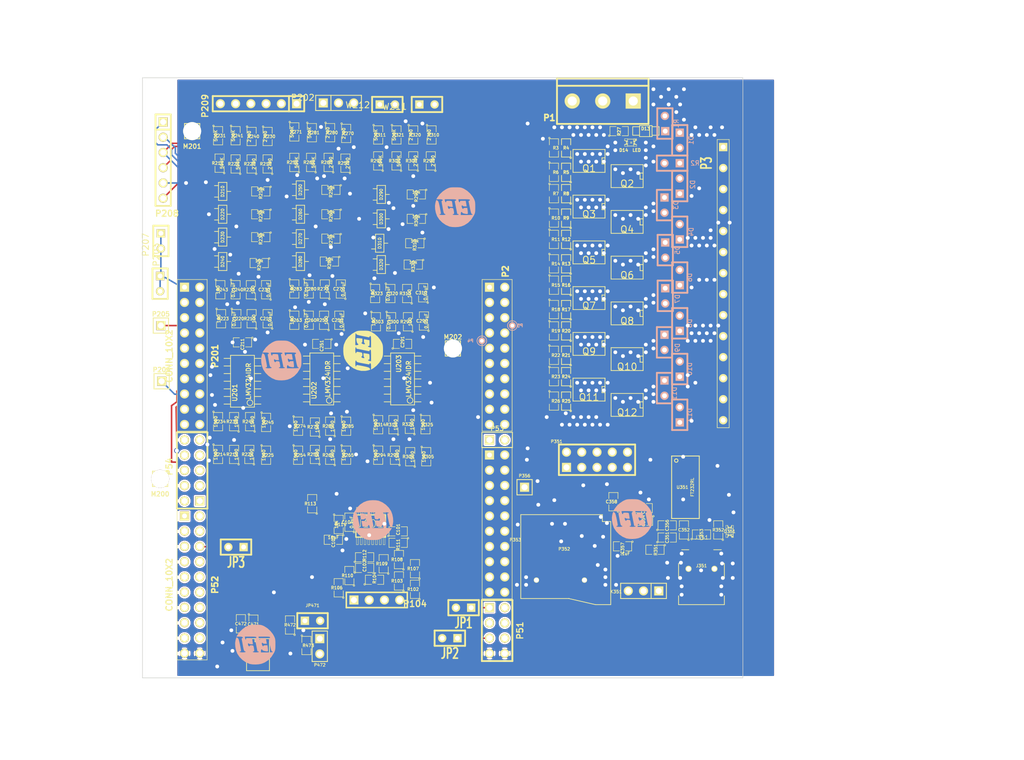
<source format=kicad_pcb>
(kicad_pcb (version 3) (host pcbnew "(2013-07-07 BZR 4022)-stable")
  (layers (15 F.Cu signal) (0 B.Cu signal) (18 B.Paste user) (19 F.Paste user) (20 B.SilkS user) (21 F.SilkS user) (22 B.Mask user) (23 F.Mask user) (28 Edge.Cuts user))
  (net 0 "")
  (net 1 /CAM)
  (net 2 /CRANK)
  (net 3 CAN_RX)
  (net 4 GND)
  (module pin_array_4x2 (layer F.Cu) (at 179.07 184.15 270)
    (fp_text reference P51 (at 0 -3.81 270) (layer F.SilkS) (effects (font (size 1.016 1.016) (thickness 0.2032))))
    (fp_text value CONN_4X2 hide)
    (pad 1 thru_hole rect (at -3.81 1.27 270) (size 1.524 1.524) (drill 1.016) (layers *.Cu *.Mask F.SilkS) (net 2 /CRANK))
    (pad 2 thru_hole circle (at -3.81 -1.27 270) (size 1.524 1.524) (drill 1.016) (layers *.Cu *.Mask F.SilkS))
    (pad 3 thru_hole circle (at -1.27 1.27 270) (size 1.524 1.524) (drill 1.016) (layers *.Cu *.Mask F.SilkS))
    (pad 4 thru_hole circle (at -1.27 -1.27 270) (size 1.524 1.524) (drill 1.016) (layers *.Cu *.Mask F.SilkS))
    (pad 5 thru_hole circle (at 1.27 1.27 270) (size 1.524 1.524) (drill 1.016) (layers *.Cu *.Mask F.SilkS) (net 1 /CAM))
    (pad 6 thru_hole circle (at 1.27 -1.27 270) (size 1.524 1.524) (drill 1.016) (layers *.Cu *.Mask F.SilkS))
    (pad 7 thru_hole circle (at 3.81 1.27 270) (size 1.524 1.524) (drill 1.016) (layers *.Cu *.Mask F.SilkS) (net 4 GND))
    (pad 8 thru_hole circle (at 3.81 -1.27 270) (size 1.524 1.524) (drill 1.016) (layers *.Cu *.Mask F.SilkS) (net 4 GND))
  )
  (module PIN_ARRAY_5x2 (layer F.Cu) (at 128.27 157.48 90)
    (fp_text reference P54 (at 0.635 -3.81 90) (layer F.SilkS) (effects (font (size 1.016 1.016) (thickness 0.2032))))
    (fp_text value CONN_5X2 hide)
    (pad 1 thru_hole rect (at -5.08 1.27 90) (size 1.524 1.524) (drill 1.016) (layers *.Cu *.Mask F.SilkS))
    (pad 2 thru_hole circle (at -5.08 -1.27 90) (size 1.524 1.524) (drill 1.016) (layers *.Cu *.Mask F.SilkS))
    (pad 3 thru_hole circle (at -2.54 1.27 90) (size 1.524 1.524) (drill 1.016) (layers *.Cu *.Mask F.SilkS))
    (pad 4 thru_hole circle (at -2.54 -1.27 90) (size 1.524 1.524) (drill 1.016) (layers *.Cu *.Mask F.SilkS))
    (pad 5 thru_hole circle (at 0 1.27 90) (size 1.524 1.524) (drill 1.016) (layers *.Cu *.Mask F.SilkS))
    (pad 6 thru_hole circle (at 0 -1.27 90) (size 1.524 1.524) (drill 1.016) (layers *.Cu *.Mask F.SilkS))
    (pad 7 thru_hole circle (at 2.54 1.27 90) (size 1.524 1.524) (drill 1.016) (layers *.Cu *.Mask F.SilkS))
    (pad 8 thru_hole circle (at 2.54 -1.27 90) (size 1.524 1.524) (drill 1.016) (layers *.Cu *.Mask F.SilkS))
    (pad 9 thru_hole circle (at 5.08 1.27 90) (size 1.524 1.524) (drill 1.016) (layers *.Cu *.Mask F.SilkS))
    (pad 10 thru_hole circle (at 5.08 -1.27 90) (size 1.524 1.524) (drill 1.016) (layers *.Cu *.Mask F.SilkS))
  )
  (module PIN_ARRAY_2X1 (layer F.Cu) (at 179.07 152.4)
    (fp_text reference P53 (at 0 -1.905) (layer F.SilkS) (effects (font (size 0.762 0.762) (thickness 0.1524))))
    (fp_text value CONN_2 hide)
    (pad 1 thru_hole rect (at -1.27 0) (size 1.524 1.524) (drill 1.016) (layers *.Cu *.Mask F.SilkS))
    (pad 2 thru_hole circle (at 1.27 0) (size 1.524 1.524) (drill 1.016) (layers *.Cu *.Mask F.SilkS))
  )
  (module PIN_ARRAY_10X2_M (layer F.Cu) (at 128.27 176.53 270)
    (fp_text reference P52 (at 0 -3.81 270) (layer F.SilkS) (effects (font (size 1.016 1.016) (thickness 0.254))))
    (fp_text value CONN_10X2 (at 0 3.81 270) (layer F.SilkS) (effects (font (size 1.016 1.016) (thickness 0.2032))))
    (pad 1 thru_hole rect (at -11.47064 1.27 270) (size 1.524 1.524) (drill 0.8128) (layers *.Cu *.Mask F.SilkS))
    (pad 2 thru_hole circle (at -11.47064 -1.27 270) (size 1.524 1.524) (drill 1.016) (layers *.Cu *.Mask F.SilkS))
    (pad 3 thru_hole circle (at -8.93064 1.27 270) (size 1.524 1.524) (drill 1.016) (layers *.Cu *.Mask F.SilkS))
    (pad 4 thru_hole circle (at -8.93064 -1.27 270) (size 1.524 1.524) (drill 1.016) (layers *.Cu *.Mask F.SilkS))
    (pad 5 thru_hole circle (at -6.39064 1.27 270) (size 1.524 1.524) (drill 1.016) (layers *.Cu *.Mask F.SilkS))
    (pad 6 thru_hole circle (at -6.39064 -1.27 270) (size 1.524 1.524) (drill 1.016) (layers *.Cu *.Mask F.SilkS) (net 3 CAN_RX))
    (pad 7 thru_hole circle (at -3.85064 1.27 270) (size 1.524 1.524) (drill 1.016) (layers *.Cu *.Mask F.SilkS))
    (pad 8 thru_hole circle (at -3.85064 -1.27 270) (size 1.524 1.524) (drill 1.016) (layers *.Cu *.Mask F.SilkS))
    (pad 9 thru_hole circle (at -1.31064 1.27 270) (size 1.524 1.524) (drill 1.016) (layers *.Cu *.Mask F.SilkS))
    (pad 10 thru_hole circle (at -1.31064 -1.27 270) (size 1.524 1.524) (drill 1.016) (layers *.Cu *.Mask F.SilkS))
    (pad 11 thru_hole circle (at 1.22936 1.27 270) (size 1.524 1.524) (drill 1.016) (layers *.Cu *.Mask F.SilkS))
    (pad 12 thru_hole circle (at 1.22936 -1.27 270) (size 1.524 1.524) (drill 1.016) (layers *.Cu *.Mask F.SilkS))
    (pad 13 thru_hole circle (at 3.76936 1.27 270) (size 1.524 1.524) (drill 1.016) (layers *.Cu *.Mask F.SilkS))
    (pad 14 thru_hole circle (at 3.76936 -1.27 270) (size 1.524 1.524) (drill 1.016) (layers *.Cu *.Mask F.SilkS))
    (pad 15 thru_hole circle (at 6.30936 1.27 270) (size 1.524 1.524) (drill 1.016) (layers *.Cu *.Mask F.SilkS))
    (pad 16 thru_hole circle (at 6.30936 -1.27 270) (size 1.524 1.524) (drill 1.016) (layers *.Cu *.Mask F.SilkS))
    (pad 17 thru_hole circle (at 8.84936 1.27 270) (size 1.524 1.524) (drill 1.016) (layers *.Cu *.Mask F.SilkS))
    (pad 18 thru_hole circle (at 8.84936 -1.27 270) (size 1.524 1.524) (drill 1.016) (layers *.Cu *.Mask F.SilkS))
    (pad 19 thru_hole circle (at 11.38936 1.27 270) (size 1.524 1.524) (drill 1.016) (layers *.Cu *.Mask F.SilkS) (net 4 GND))
    (pad 20 thru_hole circle (at 11.38936 -1.27 270) (size 1.524 1.524) (drill 1.016) (layers *.Cu *.Mask F.SilkS) (net 4 GND))
  )
  (module SIL-2 (layer F.Cu) (at 173.482 180.34 180)
    (fp_text reference JP1 (at 0 -2.54 180) (layer F.SilkS) (effects (font (size 1.72974 1.08712) (thickness 0.3048))))
    (fp_text value JUMPER hide)
    (pad 1 thru_hole rect (at -1.27 0 180) (size 1.397 1.397) (drill 0.8128) (layers *.Cu *.Mask F.SilkS))
    (pad 2 thru_hole circle (at 1.27 0 180) (size 1.397 1.397) (drill 0.8128) (layers *.Cu *.Mask F.SilkS) (net 2 /CRANK))
  )
  (module SIL-2 (layer F.Cu) (at 171.196 185.42 180)
    (fp_text reference JP2 (at 0 -2.54 180) (layer F.SilkS) (effects (font (size 1.72974 1.08712) (thickness 0.3048))))
    (fp_text value JUMPER hide)
    (pad 1 thru_hole rect (at -1.27 0 180) (size 1.397 1.397) (drill 0.8128) (layers *.Cu *.Mask F.SilkS))
    (pad 2 thru_hole circle (at 1.27 0 180) (size 1.397 1.397) (drill 0.8128) (layers *.Cu *.Mask F.SilkS) (net 1 /CAM))
  )
  (module SIL-2 (layer F.Cu) (at 135.5725 170.2435 180)
    (fp_text reference JP3 (at 0 -2.54 180) (layer F.SilkS) (effects (font (size 1.72974 1.08712) (thickness 0.3048))))
    (fp_text value JUMPER hide)
    (pad 1 thru_hole rect (at -1.27 0 180) (size 1.397 1.397) (drill 0.8128) (layers *.Cu *.Mask F.SilkS) (net 3 CAN_RX))
    (pad 2 thru_hole circle (at 1.27 0 180) (size 1.397 1.397) (drill 0.8128) (layers *.Cu *.Mask F.SilkS) (net 3 CAN_RX))
  )
  (gr_line (start 220 192.024) (end 120 192.024) (angle 90) (layer Edge.Cuts) (width 0.1))
  (gr_line (start 220 92.075) (end 220 192.024) (angle 90) (layer Edge.Cuts) (width 0.1))
  (gr_line (start 120 192.024) (end 120 92.075) (angle 90) (layer Edge.Cuts) (width 0.1))
  (gr_line (start 120 92.075) (end 220 92.075) (angle 90) (layer Edge.Cuts) (width 0.1))
  (segment (start 172.466 185.42) (end 177.8 185.42) (width 0.254) (layer F.Cu) (net 0))
  (segment (start 174.8155 180.34) (end 177.8 180.34) (width 0.254) (layer F.Cu) (net 0))
  (segment (start 134.239 170.18) (end 129.54 170.18) (width 0.254) (layer F.Cu) (net 3))
  (zone (net 4) (net_name GND) (layer F.Cu) (connect_pads (clearance 0.254)) (min_thickness 0.254) (fill (arc_segments 16) (thermal_gap 0.254) (thermal_bridge_width 0.508))
    (polygon (pts (xy 96.266 79.121) (xy 96.266 200.152) (xy 266.827 200.152) (xy 266.827 79.121)))
  )
  (zone (net 4) (net_name GND) (layer B.Cu) (connect_pads (clearance 0.254)) (min_thickness 0.254) (fill (arc_segments 16) (thermal_gap 0.254) (thermal_bridge_width 0.508))
    (polygon (pts (xy 233.68 83.82) (xy 233.68 205.74) (xy 109.22 205.74) (xy 109.22 83.82)))
  )
  (module SIL-14 (layer F.Cu) (at 216.7255 126.365 270)
    (fp_text reference P3 (at -20.066 2.794 270) (layer F.SilkS) (effects (font (size 1.72974 1.08712) (thickness 0.27178))))
    (fp_text value CONN_14 hide)
    (pad 1 thru_hole rect (at -22.75 0 270) (size 1.397 1.397) (drill 0.8128) (layers *.Cu *.Mask F.SilkS) (net 4 /INJ-01_2))
    (pad 2 thru_hole circle (at -19.25 0 270) (size 1.397 1.397) (drill 0.8128) (layers *.Cu *.Mask F.SilkS) (net 6 /INJ-02))
    (pad 3 thru_hole circle (at -15.75 0 270) (size 1.397 1.397) (drill 0.8128) (layers *.Cu *.Mask F.SilkS) (net 8 /INJ-03))
    (pad 4 thru_hole circle (at -12.25 0 270) (size 1.397 1.397) (drill 0.8128) (layers *.Cu *.Mask F.SilkS) (net 10 /INJ-04))
    (pad 5 thru_hole circle (at -8.75 0 270) (size 1.397 1.397) (drill 0.8128) (layers *.Cu *.Mask F.SilkS) (net 30 GND))
    (pad 6 thru_hole circle (at -5.25 0 270) (size 1.397 1.397) (drill 0.8128) (layers *.Cu *.Mask F.SilkS) (net 12 /INJ-05))
    (pad 7 thru_hole circle (at -1.75 0 270) (size 1.397 1.397) (drill 0.8128) (layers *.Cu *.Mask F.SilkS) (net 14 /INJ-06))
    (pad 8 thru_hole circle (at 1.75 0 270) (size 1.397 1.397) (drill 0.8128) (layers *.Cu *.Mask F.SilkS) (net 16 /INJ-07))
    (pad 9 thru_hole circle (at 5.25 0 270) (size 1.397 1.397) (drill 0.8128) (layers *.Cu *.Mask F.SilkS) (net 18 /INJ-08))
    (pad 10 thru_hole circle (at 8.75 0 270) (size 1.397 1.397) (drill 0.8128) (layers *.Cu *.Mask F.SilkS) (net 30 GND))
    (pad 11 thru_hole circle (at 12.25 0 270) (size 1.397 1.397) (drill 0.8128) (layers *.Cu *.Mask F.SilkS) (net 20 /INJ-09))
    (pad 12 thru_hole circle (at 15.75 0 270) (size 1.397 1.397) (drill 0.8128) (layers *.Cu *.Mask F.SilkS) (net 22 /INJ-10))
    (pad 13 thru_hole circle (at 19.25 0 270) (size 1.397 1.397) (drill 0.8128) (layers *.Cu *.Mask F.SilkS) (net 24 /INJ-11))
    (pad 14 thru_hole circle (at 22.75 0 270) (size 1.397 1.397) (drill 0.8128) (layers *.Cu *.Mask F.SilkS) (net 26 /INJ-12))
  )
  (module SM0805 (layer F.Cu) (at 188.5315 103.759 270)
    (fp_text reference R3 (at 0 -0.3175 360) (layer F.SilkS) (effects (font (size 0.50038 0.50038) (thickness 0.10922))))
    (fp_text value 20R hide)
    (pad 1 smd rect (at -0.9525 0 270) (size 0.889 1.397) (layers F.Cu F.Paste F.Mask) (net 32 F-000032))
    (pad 2 smd rect (at 0.9525 0 270) (size 0.889 1.397) (layers F.Cu F.Paste F.Mask) (net 5 /INJ-01_5V))
  )
  (module SM0805 (layer F.Cu) (at 188.5315 107.823 270)
    (fp_text reference R6 (at 0 -0.3175 360) (layer F.SilkS) (effects (font (size 0.50038 0.50038) (thickness 0.10922))))
    (fp_text value 20R hide)
    (pad 1 smd rect (at -0.9525 0 270) (size 0.889 1.397) (layers F.Cu F.Paste F.Mask) (net 31 F-000031))
    (pad 2 smd rect (at 0.9525 0 270) (size 0.889 1.397) (layers F.Cu F.Paste F.Mask) (net 7 /INJ-02_5V))
  )
  (module SM0805 (layer F.Cu) (at 188.5315 111.379 270)
    (fp_text reference R7 (at 0 -0.3175 360) (layer F.SilkS) (effects (font (size 0.50038 0.50038) (thickness 0.10922))))
    (fp_text value 20R hide)
    (pad 1 smd rect (at -0.9525 0 270) (size 0.889 1.397) (layers F.Cu F.Paste F.Mask) (net 34 F-000034))
    (pad 2 smd rect (at 0.9525 0 270) (size 0.889 1.397) (layers F.Cu F.Paste F.Mask) (net 9 /INJ-03_5V))
  )
  (module SM0805 (layer F.Cu) (at 188.5315 115.443 270)
    (fp_text reference R10 (at 0 -0.3175 360) (layer F.SilkS) (effects (font (size 0.50038 0.50038) (thickness 0.10922))))
    (fp_text value 20R hide)
    (pad 1 smd rect (at -0.9525 0 270) (size 0.889 1.397) (layers F.Cu F.Paste F.Mask) (net 44 F-000044))
    (pad 2 smd rect (at 0.9525 0 270) (size 0.889 1.397) (layers F.Cu F.Paste F.Mask) (net 11 /INJ-04_5V))
  )
  (module SM0805 (layer F.Cu) (at 188.5315 118.999 270)
    (fp_text reference R11 (at 0 -0.3175 360) (layer F.SilkS) (effects (font (size 0.50038 0.50038) (thickness 0.10922))))
    (fp_text value 20R hide)
    (pad 1 smd rect (at -0.9525 0 270) (size 0.889 1.397) (layers F.Cu F.Paste F.Mask) (net 33 F-000033))
    (pad 2 smd rect (at 0.9525 0 270) (size 0.889 1.397) (layers F.Cu F.Paste F.Mask) (net 13 /INJ-05_5V))
  )
  (module SM0805 (layer F.Cu) (at 188.5315 123.063 270)
    (fp_text reference R14 (at 0 -0.3175 360) (layer F.SilkS) (effects (font (size 0.50038 0.50038) (thickness 0.10922))))
    (fp_text value 20R hide)
    (pad 1 smd rect (at -0.9525 0 270) (size 0.889 1.397) (layers F.Cu F.Paste F.Mask) (net 38 F-000038))
    (pad 2 smd rect (at 0.9525 0 270) (size 0.889 1.397) (layers F.Cu F.Paste F.Mask) (net 15 /INJ-06_5V))
  )
  (module SIL-2 (layer B.Cu) (at 206.9465 136.144 270)
    (fp_text reference D9 (at 0.889 -2.159 270) (layer B.SilkS) (effects (font (size 0.762 0.762) (thickness 0.127)) (justify mirror)))
    (fp_text value DIODE hide)
    (pad 1 thru_hole rect (at -1.27 0 270) (size 1.397 1.397) (drill 0.8128) (layers *.Cu *.Mask B.SilkS) (net 30 GND))
    (pad 2 thru_hole circle (at 1.27 0 270) (size 1.397 1.397) (drill 0.8128) (layers *.Cu *.Mask B.SilkS) (net 20 /INJ-09))
  )
  (module SIL-2 (layer B.Cu) (at 206.9465 113.284 270)
    (fp_text reference D3 (at 0 -1.905 270) (layer B.SilkS) (effects (font (size 0.762 0.762) (thickness 0.127)) (justify mirror)))
    (fp_text value DIODE hide)
    (pad 1 thru_hole rect (at -1.27 0 270) (size 1.397 1.397) (drill 0.8128) (layers *.Cu *.Mask B.SilkS) (net 30 GND))
    (pad 2 thru_hole circle (at 1.27 0 270) (size 1.397 1.397) (drill 0.8128) (layers *.Cu *.Mask B.SilkS) (net 8 /INJ-03))
  )
  (module SIL-2 (layer B.Cu) (at 209.4865 132.969 90)
    (fp_text reference D8 (at 0 1.651 90) (layer B.SilkS) (effects (font (size 0.762 0.762) (thickness 0.127)) (justify mirror)))
    (fp_text value DIODE hide)
    (pad 1 thru_hole rect (at -1.27 0 90) (size 1.397 1.397) (drill 0.8128) (layers *.Cu *.Mask B.SilkS) (net 30 GND))
    (pad 2 thru_hole circle (at 1.27 0 90) (size 1.397 1.397) (drill 0.8128) (layers *.Cu *.Mask B.SilkS) (net 18 /INJ-08))
  )
  (module SIL-2 (layer B.Cu) (at 209.4865 110.109 90)
    (fp_text reference D2 (at 0.254 2.159 90) (layer B.SilkS) (effects (font (size 0.762 0.762) (thickness 0.127)) (justify mirror)))
    (fp_text value DIODE hide)
    (pad 1 thru_hole rect (at -1.27 0 90) (size 1.397 1.397) (drill 0.8128) (layers *.Cu *.Mask B.SilkS) (net 30 GND))
    (pad 2 thru_hole circle (at 1.27 0 90) (size 1.397 1.397) (drill 0.8128) (layers *.Cu *.Mask B.SilkS) (net 6 /INJ-02))
  )
  (module SIL-2 (layer B.Cu) (at 207.0735 128.397 270)
    (fp_text reference D7 (at 0.508 -2.032 270) (layer B.SilkS) (effects (font (size 0.762 0.762) (thickness 0.127)) (justify mirror)))
    (fp_text value DIODE hide)
    (pad 1 thru_hole rect (at -1.27 0 270) (size 1.397 1.397) (drill 0.8128) (layers *.Cu *.Mask B.SilkS) (net 30 GND))
    (pad 2 thru_hole circle (at 1.27 0 270) (size 1.397 1.397) (drill 0.8128) (layers *.Cu *.Mask B.SilkS) (net 16 /INJ-07))
  )
  (module SIL-2 (layer B.Cu) (at 209.4865 102.489 270)
    (fp_text reference D1 (at 0 -1.905 270) (layer B.SilkS) (effects (font (size 0.762 0.762) (thickness 0.127)) (justify mirror)))
    (fp_text value DIODE hide)
    (pad 1 thru_hole rect (at -1.27 0 270) (size 1.397 1.397) (drill 0.8128) (layers *.Cu *.Mask B.SilkS) (net 30 GND))
    (pad 2 thru_hole circle (at 1.27 0 270) (size 1.397 1.397) (drill 0.8128) (layers *.Cu *.Mask B.SilkS) (net 4 /INJ-01_2))
  )
  (module SM0805 (layer F.Cu) (at 190.5635 118.999 90)
    (fp_text reference R12 (at 0 0 180) (layer F.SilkS) (effects (font (size 0.508 0.508) (thickness 0.127))))
    (fp_text value 1K hide)
    (pad 1 smd rect (at -0.9525 0 90) (size 0.889 1.397) (layers F.Cu F.Paste F.Mask) (net 30 GND))
    (pad 2 smd rect (at 0.9525 0 90) (size 0.889 1.397) (layers F.Cu F.Paste F.Mask) (net 33 F-000033))
  )
  (module SM0805 (layer F.Cu) (at 190.5635 123.063 90)
    (fp_text reference R13 (at 0 0 180) (layer F.SilkS) (effects (font (size 0.508 0.508) (thickness 0.127))))
    (fp_text value 1K hide)
    (pad 1 smd rect (at -0.9525 0 90) (size 0.889 1.397) (layers F.Cu F.Paste F.Mask) (net 30 GND))
    (pad 2 smd rect (at 0.9525 0 90) (size 0.889 1.397) (layers F.Cu F.Paste F.Mask) (net 38 F-000038))
  )
  (module SM0805 (layer F.Cu) (at 190.5635 111.379 90)
    (fp_text reference R8 (at 0 0 180) (layer F.SilkS) (effects (font (size 0.508 0.508) (thickness 0.127))))
    (fp_text value 1K hide)
    (pad 1 smd rect (at -0.9525 0 90) (size 0.889 1.397) (layers F.Cu F.Paste F.Mask) (net 30 GND))
    (pad 2 smd rect (at 0.9525 0 90) (size 0.889 1.397) (layers F.Cu F.Paste F.Mask) (net 34 F-000034))
  )
  (module SM0805 (layer F.Cu) (at 190.5635 115.443 90)
    (fp_text reference R9 (at 0 0 180) (layer F.SilkS) (effects (font (size 0.508 0.508) (thickness 0.127))))
    (fp_text value 1K hide)
    (pad 1 smd rect (at -0.9525 0 90) (size 0.889 1.397) (layers F.Cu F.Paste F.Mask) (net 30 GND))
    (pad 2 smd rect (at 0.9525 0 90) (size 0.889 1.397) (layers F.Cu F.Paste F.Mask) (net 44 F-000044))
  )
  (module SM0805 (layer F.Cu) (at 190.5635 107.823 90)
    (fp_text reference R5 (at 0 0 180) (layer F.SilkS) (effects (font (size 0.508 0.508) (thickness 0.127))))
    (fp_text value 1K hide)
    (pad 1 smd rect (at -0.9525 0 90) (size 0.889 1.397) (layers F.Cu F.Paste F.Mask) (net 30 GND))
    (pad 2 smd rect (at 0.9525 0 90) (size 0.889 1.397) (layers F.Cu F.Paste F.Mask) (net 31 F-000031))
  )
  (module SM0805 (layer F.Cu) (at 190.5635 103.759 90)
    (fp_text reference R4 (at 0 0 180) (layer F.SilkS) (effects (font (size 0.508 0.508) (thickness 0.127))))
    (fp_text value 1K hide)
    (pad 1 smd rect (at -0.9525 0 90) (size 0.889 1.397) (layers F.Cu F.Paste F.Mask) (net 30 GND))
    (pad 2 smd rect (at 0.9525 0 90) (size 0.889 1.397) (layers F.Cu F.Paste F.Mask) (net 32 F-000032))
  )
  (module SO8E_ST (layer F.Cu) (at 194.3735 121.158 180)
    (fp_text reference Q5 (at 0 -1.27 180) (layer F.SilkS) (effects (font (size 1.143 1.143) (thickness 0.1524))))
    (fp_text value OVP_DRIVER hide)
    (pad 2 smd rect (at -1.905 -2.667 180) (size 0.508 1.143) (layers F.Cu F.Paste F.Mask) (net 12 /INJ-05))
    (pad 3 smd rect (at -1.905 2.667 180) (size 0.508 1.143) (layers F.Cu F.Paste F.Mask) (net 30 GND))
    (pad 2 smd rect (at -0.635 -2.667 180) (size 0.508 1.143) (layers F.Cu F.Paste F.Mask) (net 12 /INJ-05))
    (pad 2 smd rect (at 0.635 -2.667 180) (size 0.508 1.143) (layers F.Cu F.Paste F.Mask) (net 12 /INJ-05))
    (pad 2 smd rect (at 1.905 -2.667 180) (size 0.508 1.143) (layers F.Cu F.Paste F.Mask) (net 12 /INJ-05))
    (pad 3 smd rect (at -0.635 2.667 180) (size 0.508 1.143) (layers F.Cu F.Paste F.Mask) (net 30 GND))
    (pad 3 smd rect (at 0.635 2.667 180) (size 0.508 1.143) (layers F.Cu F.Paste F.Mask) (net 30 GND))
    (pad 1 smd rect (at 1.905 2.667 180) (size 0.508 1.143) (layers F.Cu F.Paste F.Mask) (net 33 F-000033))
  )
  (module SO8E_ST (layer F.Cu) (at 200.7235 123.698 180)
    (fp_text reference Q6 (at 0 -1.27 180) (layer F.SilkS) (effects (font (size 1.143 1.143) (thickness 0.1524))))
    (fp_text value OVP_DRIVER hide)
    (pad 2 smd rect (at -1.905 -2.667 180) (size 0.508 1.143) (layers F.Cu F.Paste F.Mask) (net 14 /INJ-06))
    (pad 3 smd rect (at -1.905 2.667 180) (size 0.508 1.143) (layers F.Cu F.Paste F.Mask) (net 30 GND))
    (pad 2 smd rect (at -0.635 -2.667 180) (size 0.508 1.143) (layers F.Cu F.Paste F.Mask) (net 14 /INJ-06))
    (pad 2 smd rect (at 0.635 -2.667 180) (size 0.508 1.143) (layers F.Cu F.Paste F.Mask) (net 14 /INJ-06))
    (pad 2 smd rect (at 1.905 -2.667 180) (size 0.508 1.143) (layers F.Cu F.Paste F.Mask) (net 14 /INJ-06))
    (pad 3 smd rect (at -0.635 2.667 180) (size 0.508 1.143) (layers F.Cu F.Paste F.Mask) (net 30 GND))
    (pad 3 smd rect (at 0.635 2.667 180) (size 0.508 1.143) (layers F.Cu F.Paste F.Mask) (net 30 GND))
    (pad 1 smd rect (at 1.905 2.667 180) (size 0.508 1.143) (layers F.Cu F.Paste F.Mask) (net 38 F-000038))
  )
  (module SO8E_ST (layer F.Cu) (at 194.3735 113.538 180)
    (fp_text reference Q3 (at 0 -1.27 180) (layer F.SilkS) (effects (font (size 1.143 1.143) (thickness 0.1524))))
    (fp_text value OVP_DRIVER hide)
    (pad 2 smd rect (at -1.905 -2.667 180) (size 0.508 1.143) (layers F.Cu F.Paste F.Mask) (net 8 /INJ-03))
    (pad 3 smd rect (at -1.905 2.667 180) (size 0.508 1.143) (layers F.Cu F.Paste F.Mask) (net 30 GND))
    (pad 2 smd rect (at -0.635 -2.667 180) (size 0.508 1.143) (layers F.Cu F.Paste F.Mask) (net 8 /INJ-03))
    (pad 2 smd rect (at 0.635 -2.667 180) (size 0.508 1.143) (layers F.Cu F.Paste F.Mask) (net 8 /INJ-03))
    (pad 2 smd rect (at 1.905 -2.667 180) (size 0.508 1.143) (layers F.Cu F.Paste F.Mask) (net 8 /INJ-03))
    (pad 3 smd rect (at -0.635 2.667 180) (size 0.508 1.143) (layers F.Cu F.Paste F.Mask) (net 30 GND))
    (pad 3 smd rect (at 0.635 2.667 180) (size 0.508 1.143) (layers F.Cu F.Paste F.Mask) (net 30 GND))
    (pad 1 smd rect (at 1.905 2.667 180) (size 0.508 1.143) (layers F.Cu F.Paste F.Mask) (net 34 F-000034))
  )
  (module SO8E_ST (layer F.Cu) (at 200.7235 108.458 180)
    (fp_text reference Q2 (at 0 -1.27 180) (layer F.SilkS) (effects (font (size 1.143 1.143) (thickness 0.1524))))
    (fp_text value OVP_DRIVER hide)
    (pad 2 smd rect (at -1.905 -2.667 180) (size 0.508 1.143) (layers F.Cu F.Paste F.Mask) (net 6 /INJ-02))
    (pad 3 smd rect (at -1.905 2.667 180) (size 0.508 1.143) (layers F.Cu F.Paste F.Mask) (net 30 GND))
    (pad 2 smd rect (at -0.635 -2.667 180) (size 0.508 1.143) (layers F.Cu F.Paste F.Mask) (net 6 /INJ-02))
    (pad 2 smd rect (at 0.635 -2.667 180) (size 0.508 1.143) (layers F.Cu F.Paste F.Mask) (net 6 /INJ-02))
    (pad 2 smd rect (at 1.905 -2.667 180) (size 0.508 1.143) (layers F.Cu F.Paste F.Mask) (net 6 /INJ-02))
    (pad 3 smd rect (at -0.635 2.667 180) (size 0.508 1.143) (layers F.Cu F.Paste F.Mask) (net 30 GND))
    (pad 3 smd rect (at 0.635 2.667 180) (size 0.508 1.143) (layers F.Cu F.Paste F.Mask) (net 30 GND))
    (pad 1 smd rect (at 1.905 2.667 180) (size 0.508 1.143) (layers F.Cu F.Paste F.Mask) (net 31 F-000031))
  )
  (module SO8E_ST (layer F.Cu) (at 194.3735 105.918 180)
    (fp_text reference Q1 (at 0 -1.27 180) (layer F.SilkS) (effects (font (size 1.143 1.143) (thickness 0.1524))))
    (fp_text value OVP_DRIVER hide)
    (pad 2 smd rect (at -1.905 -2.667 180) (size 0.508 1.143) (layers F.Cu F.Paste F.Mask) (net 3 /INJ-01))
    (pad 3 smd rect (at -1.905 2.667 180) (size 0.508 1.143) (layers F.Cu F.Paste F.Mask) (net 30 GND))
    (pad 2 smd rect (at -0.635 -2.667 180) (size 0.508 1.143) (layers F.Cu F.Paste F.Mask) (net 3 /INJ-01))
    (pad 2 smd rect (at 0.635 -2.667 180) (size 0.508 1.143) (layers F.Cu F.Paste F.Mask) (net 3 /INJ-01))
    (pad 2 smd rect (at 1.905 -2.667 180) (size 0.508 1.143) (layers F.Cu F.Paste F.Mask) (net 3 /INJ-01))
    (pad 3 smd rect (at -0.635 2.667 180) (size 0.508 1.143) (layers F.Cu F.Paste F.Mask) (net 30 GND))
    (pad 3 smd rect (at 0.635 2.667 180) (size 0.508 1.143) (layers F.Cu F.Paste F.Mask) (net 30 GND))
    (pad 1 smd rect (at 1.905 2.667 180) (size 0.508 1.143) (layers F.Cu F.Paste F.Mask) (net 32 F-000032))
  )
  (module SO8E_ST (layer F.Cu) (at 200.7235 116.078 180)
    (fp_text reference Q4 (at 0 -1.27 180) (layer F.SilkS) (effects (font (size 1.143 1.143) (thickness 0.1524))))
    (fp_text value OVP_DRIVER hide)
    (pad 2 smd rect (at -1.905 -2.667 180) (size 0.508 1.143) (layers F.Cu F.Paste F.Mask) (net 10 /INJ-04))
    (pad 3 smd rect (at -1.905 2.667 180) (size 0.508 1.143) (layers F.Cu F.Paste F.Mask) (net 30 GND))
    (pad 2 smd rect (at -0.635 -2.667 180) (size 0.508 1.143) (layers F.Cu F.Paste F.Mask) (net 10 /INJ-04))
    (pad 2 smd rect (at 0.635 -2.667 180) (size 0.508 1.143) (layers F.Cu F.Paste F.Mask) (net 10 /INJ-04))
    (pad 2 smd rect (at 1.905 -2.667 180) (size 0.508 1.143) (layers F.Cu F.Paste F.Mask) (net 10 /INJ-04))
    (pad 3 smd rect (at -0.635 2.667 180) (size 0.508 1.143) (layers F.Cu F.Paste F.Mask) (net 30 GND))
    (pad 3 smd rect (at 0.635 2.667 180) (size 0.508 1.143) (layers F.Cu F.Paste F.Mask) (net 30 GND))
    (pad 1 smd rect (at 1.905 2.667 180) (size 0.508 1.143) (layers F.Cu F.Paste F.Mask) (net 44 F-000044))
  )
  (module SO8E_ST (layer F.Cu) (at 194.3735 136.398 180)
    (fp_text reference Q9 (at 0 -1.27 180) (layer F.SilkS) (effects (font (size 1.143 1.143) (thickness 0.1524))))
    (fp_text value OVP_DRIVER hide)
    (pad 2 smd rect (at -1.905 -2.667 180) (size 0.508 1.143) (layers F.Cu F.Paste F.Mask) (net 20 /INJ-09))
    (pad 3 smd rect (at -1.905 2.667 180) (size 0.508 1.143) (layers F.Cu F.Paste F.Mask) (net 30 GND))
    (pad 2 smd rect (at -0.635 -2.667 180) (size 0.508 1.143) (layers F.Cu F.Paste F.Mask) (net 20 /INJ-09))
    (pad 2 smd rect (at 0.635 -2.667 180) (size 0.508 1.143) (layers F.Cu F.Paste F.Mask) (net 20 /INJ-09))
    (pad 2 smd rect (at 1.905 -2.667 180) (size 0.508 1.143) (layers F.Cu F.Paste F.Mask) (net 20 /INJ-09))
    (pad 3 smd rect (at -0.635 2.667 180) (size 0.508 1.143) (layers F.Cu F.Paste F.Mask) (net 30 GND))
    (pad 3 smd rect (at 0.635 2.667 180) (size 0.508 1.143) (layers F.Cu F.Paste F.Mask) (net 30 GND))
    (pad 1 smd rect (at 1.905 2.667 180) (size 0.508 1.143) (layers F.Cu F.Paste F.Mask) (net 43 F-000043))
  )
  (module SO8E_ST (layer F.Cu) (at 200.7235 146.558 180)
    (fp_text reference Q12 (at 0 -1.27 180) (layer F.SilkS) (effects (font (size 1.143 1.143) (thickness 0.1524))))
    (fp_text value OVP_DRIVER hide)
    (pad 2 smd rect (at -1.905 -2.667 180) (size 0.508 1.143) (layers F.Cu F.Paste F.Mask) (net 26 /INJ-12))
    (pad 3 smd rect (at -1.905 2.667 180) (size 0.508 1.143) (layers F.Cu F.Paste F.Mask) (net 30 GND))
    (pad 2 smd rect (at -0.635 -2.667 180) (size 0.508 1.143) (layers F.Cu F.Paste F.Mask) (net 26 /INJ-12))
    (pad 2 smd rect (at 0.635 -2.667 180) (size 0.508 1.143) (layers F.Cu F.Paste F.Mask) (net 26 /INJ-12))
    (pad 2 smd rect (at 1.905 -2.667 180) (size 0.508 1.143) (layers F.Cu F.Paste F.Mask) (net 26 /INJ-12))
    (pad 3 smd rect (at -0.635 2.667 180) (size 0.508 1.143) (layers F.Cu F.Paste F.Mask) (net 30 GND))
    (pad 3 smd rect (at 0.635 2.667 180) (size 0.508 1.143) (layers F.Cu F.Paste F.Mask) (net 30 GND))
    (pad 1 smd rect (at 1.905 2.667 180) (size 0.508 1.143) (layers F.Cu F.Paste F.Mask) (net 37 F-000037))
  )
  (module SO8E_ST (layer F.Cu) (at 194.3735 144.018 180)
    (fp_text reference Q11 (at 0 -1.27 180) (layer F.SilkS) (effects (font (size 1.143 1.143) (thickness 0.1524))))
    (fp_text value OVP_DRIVER hide)
    (pad 2 smd rect (at -1.905 -2.667 180) (size 0.508 1.143) (layers F.Cu F.Paste F.Mask) (net 24 /INJ-11))
    (pad 3 smd rect (at -1.905 2.667 180) (size 0.508 1.143) (layers F.Cu F.Paste F.Mask) (net 30 GND))
    (pad 2 smd rect (at -0.635 -2.667 180) (size 0.508 1.143) (layers F.Cu F.Paste F.Mask) (net 24 /INJ-11))
    (pad 2 smd rect (at 0.635 -2.667 180) (size 0.508 1.143) (layers F.Cu F.Paste F.Mask) (net 24 /INJ-11))
    (pad 2 smd rect (at 1.905 -2.667 180) (size 0.508 1.143) (layers F.Cu F.Paste F.Mask) (net 24 /INJ-11))
    (pad 3 smd rect (at -0.635 2.667 180) (size 0.508 1.143) (layers F.Cu F.Paste F.Mask) (net 30 GND))
    (pad 3 smd rect (at 0.635 2.667 180) (size 0.508 1.143) (layers F.Cu F.Paste F.Mask) (net 30 GND))
    (pad 1 smd rect (at 1.905 2.667 180) (size 0.508 1.143) (layers F.Cu F.Paste F.Mask) (net 42 F-000042))
  )
  (module SO8E_ST (layer F.Cu) (at 200.7235 138.938 180)
    (fp_text reference Q10 (at 0 -1.27 180) (layer F.SilkS) (effects (font (size 1.143 1.143) (thickness 0.1524))))
    (fp_text value OVP_DRIVER hide)
    (pad 2 smd rect (at -1.905 -2.667 180) (size 0.508 1.143) (layers F.Cu F.Paste F.Mask) (net 22 /INJ-10))
    (pad 3 smd rect (at -1.905 2.667 180) (size 0.508 1.143) (layers F.Cu F.Paste F.Mask) (net 30 GND))
    (pad 2 smd rect (at -0.635 -2.667 180) (size 0.508 1.143) (layers F.Cu F.Paste F.Mask) (net 22 /INJ-10))
    (pad 2 smd rect (at 0.635 -2.667 180) (size 0.508 1.143) (layers F.Cu F.Paste F.Mask) (net 22 /INJ-10))
    (pad 2 smd rect (at 1.905 -2.667 180) (size 0.508 1.143) (layers F.Cu F.Paste F.Mask) (net 22 /INJ-10))
    (pad 3 smd rect (at -0.635 2.667 180) (size 0.508 1.143) (layers F.Cu F.Paste F.Mask) (net 30 GND))
    (pad 3 smd rect (at 0.635 2.667 180) (size 0.508 1.143) (layers F.Cu F.Paste F.Mask) (net 30 GND))
    (pad 1 smd rect (at 1.905 2.667 180) (size 0.508 1.143) (layers F.Cu F.Paste F.Mask) (net 35 F-000035))
  )
  (module SO8E_ST (layer F.Cu) (at 194.3735 128.778 180)
    (fp_text reference Q7 (at 0 -1.27 180) (layer F.SilkS) (effects (font (size 1.143 1.143) (thickness 0.1524))))
    (fp_text value OVP_DRIVER hide)
    (pad 2 smd rect (at -1.905 -2.667 180) (size 0.508 1.143) (layers F.Cu F.Paste F.Mask) (net 16 /INJ-07))
    (pad 3 smd rect (at -1.905 2.667 180) (size 0.508 1.143) (layers F.Cu F.Paste F.Mask) (net 30 GND))
    (pad 2 smd rect (at -0.635 -2.667 180) (size 0.508 1.143) (layers F.Cu F.Paste F.Mask) (net 16 /INJ-07))
    (pad 2 smd rect (at 0.635 -2.667 180) (size 0.508 1.143) (layers F.Cu F.Paste F.Mask) (net 16 /INJ-07))
    (pad 2 smd rect (at 1.905 -2.667 180) (size 0.508 1.143) (layers F.Cu F.Paste F.Mask) (net 16 /INJ-07))
    (pad 3 smd rect (at -0.635 2.667 180) (size 0.508 1.143) (layers F.Cu F.Paste F.Mask) (net 30 GND))
    (pad 3 smd rect (at 0.635 2.667 180) (size 0.508 1.143) (layers F.Cu F.Paste F.Mask) (net 30 GND))
    (pad 1 smd rect (at 1.905 2.667 180) (size 0.508 1.143) (layers F.Cu F.Paste F.Mask) (net 41 F-000041))
  )
  (module SO8E_ST (layer F.Cu) (at 200.7235 131.318 180)
    (fp_text reference Q8 (at 0 -1.27 180) (layer F.SilkS) (effects (font (size 1.143 1.143) (thickness 0.1524))))
    (fp_text value OVP_DRIVER hide)
    (pad 2 smd rect (at -1.905 -2.667 180) (size 0.508 1.143) (layers F.Cu F.Paste F.Mask) (net 18 /INJ-08))
    (pad 3 smd rect (at -1.905 2.667 180) (size 0.508 1.143) (layers F.Cu F.Paste F.Mask) (net 30 GND))
    (pad 2 smd rect (at -0.635 -2.667 180) (size 0.508 1.143) (layers F.Cu F.Paste F.Mask) (net 18 /INJ-08))
    (pad 2 smd rect (at 0.635 -2.667 180) (size 0.508 1.143) (layers F.Cu F.Paste F.Mask) (net 18 /INJ-08))
    (pad 2 smd rect (at 1.905 -2.667 180) (size 0.508 1.143) (layers F.Cu F.Paste F.Mask) (net 18 /INJ-08))
    (pad 3 smd rect (at -0.635 2.667 180) (size 0.508 1.143) (layers F.Cu F.Paste F.Mask) (net 30 GND))
    (pad 3 smd rect (at 0.635 2.667 180) (size 0.508 1.143) (layers F.Cu F.Paste F.Mask) (net 30 GND))
    (pad 1 smd rect (at 1.905 2.667 180) (size 0.508 1.143) (layers F.Cu F.Paste F.Mask) (net 36 F-000036))
  )
  (module SM0805 (layer F.Cu) (at 190.5635 145.923 90)
    (fp_text reference R25 (at 0 0 180) (layer F.SilkS) (effects (font (size 0.508 0.508) (thickness 0.127))))
    (fp_text value 1K hide)
    (pad 1 smd rect (at -0.9525 0 90) (size 0.889 1.397) (layers F.Cu F.Paste F.Mask) (net 30 GND))
    (pad 2 smd rect (at 0.9525 0 90) (size 0.889 1.397) (layers F.Cu F.Paste F.Mask) (net 37 F-000037))
  )
  (module SM0805 (layer F.Cu) (at 190.5635 141.859 90)
    (fp_text reference R24 (at 0 0 180) (layer F.SilkS) (effects (font (size 0.508 0.508) (thickness 0.127))))
    (fp_text value 1K hide)
    (pad 1 smd rect (at -0.9525 0 90) (size 0.889 1.397) (layers F.Cu F.Paste F.Mask) (net 30 GND))
    (pad 2 smd rect (at 0.9525 0 90) (size 0.889 1.397) (layers F.Cu F.Paste F.Mask) (net 42 F-000042))
  )
  (module SM0805 (layer F.Cu) (at 190.5635 134.239 90)
    (fp_text reference R20 (at 0 0 180) (layer F.SilkS) (effects (font (size 0.508 0.508) (thickness 0.127))))
    (fp_text value 1K hide)
    (pad 1 smd rect (at -0.9525 0 90) (size 0.889 1.397) (layers F.Cu F.Paste F.Mask) (net 30 GND))
    (pad 2 smd rect (at 0.9525 0 90) (size 0.889 1.397) (layers F.Cu F.Paste F.Mask) (net 43 F-000043))
  )
  (module SM0805 (layer F.Cu) (at 190.5635 138.303 90)
    (fp_text reference R21 (at 0 0 180) (layer F.SilkS) (effects (font (size 0.508 0.508) (thickness 0.127))))
    (fp_text value 1K hide)
    (pad 1 smd rect (at -0.9525 0 90) (size 0.889 1.397) (layers F.Cu F.Paste F.Mask) (net 30 GND))
    (pad 2 smd rect (at 0.9525 0 90) (size 0.889 1.397) (layers F.Cu F.Paste F.Mask) (net 35 F-000035))
  )
  (module SM0805 (layer F.Cu) (at 190.5635 126.619 90)
    (fp_text reference R16 (at 0 0 180) (layer F.SilkS) (effects (font (size 0.508 0.508) (thickness 0.127))))
    (fp_text value 1K hide)
    (pad 1 smd rect (at -0.9525 0 90) (size 0.889 1.397) (layers F.Cu F.Paste F.Mask) (net 30 GND))
    (pad 2 smd rect (at 0.9525 0 90) (size 0.889 1.397) (layers F.Cu F.Paste F.Mask) (net 41 F-000041))
  )
  (module SM0805 (layer F.Cu) (at 190.5635 130.683 90)
    (fp_text reference R17 (at 0 0 180) (layer F.SilkS) (effects (font (size 0.508 0.508) (thickness 0.127))))
    (fp_text value 1K hide)
    (pad 1 smd rect (at -0.9525 0 90) (size 0.889 1.397) (layers F.Cu F.Paste F.Mask) (net 30 GND))
    (pad 2 smd rect (at 0.9525 0 90) (size 0.889 1.397) (layers F.Cu F.Paste F.Mask) (net 36 F-000036))
  )
  (module pin_array_10x2 (layer F.Cu) (at 179.07 138.43 270)
    (fp_text reference P2 (at -14.097 -1.397 270) (layer F.SilkS) (effects (font (size 1.016 1.016) (thickness 0.254))))
    (fp_text value CONN_10X2 hide)
    (pad 1 thru_hole rect (at -11.47064 1.27 270) (size 1.524 1.524) (drill 0.8128) (layers *.Cu *.Mask F.SilkS) (net 30 GND))
    (pad 2 thru_hole circle (at -11.47064 -1.27 270) (size 1.524 1.524) (drill 1.016) (layers *.Cu *.Mask F.SilkS) (net 30 GND))
    (pad 3 thru_hole circle (at -8.93064 1.27 270) (size 1.524 1.524) (drill 1.016) (layers *.Cu *.Mask F.SilkS) (net 2 /5V))
    (pad 4 thru_hole circle (at -8.93064 -1.27 270) (size 1.524 1.524) (drill 1.016) (layers *.Cu *.Mask F.SilkS) (net 2 /5V))
    (pad 5 thru_hole circle (at -6.39064 1.27 270) (size 1.524 1.524) (drill 1.016) (layers *.Cu *.Mask F.SilkS) (net 1 /3V))
    (pad 6 thru_hole circle (at -6.39064 -1.27 270) (size 1.524 1.524) (drill 1.016) (layers *.Cu *.Mask F.SilkS) (net 1 /3V))
    (pad 7 thru_hole circle (at -3.85064 1.27 270) (size 1.524 1.524) (drill 1.016) (layers *.Cu *.Mask F.SilkS) (net 28 /PH0))
    (pad 8 thru_hole circle (at -3.85064 -1.27 270) (size 1.524 1.524) (drill 1.016) (layers *.Cu *.Mask F.SilkS) (net 29 /PH1))
    (pad 9 thru_hole circle (at -1.31064 1.27 270) (size 1.524 1.524) (drill 1.016) (layers *.Cu *.Mask F.SilkS) (net 5 /INJ-01_5V))
    (pad 10 thru_hole circle (at -1.31064 -1.27 270) (size 1.524 1.524) (drill 1.016) (layers *.Cu *.Mask F.SilkS) (net 7 /INJ-02_5V))
    (pad 11 thru_hole circle (at 1.22936 1.27 270) (size 1.524 1.524) (drill 1.016) (layers *.Cu *.Mask F.SilkS) (net 9 /INJ-03_5V))
    (pad 12 thru_hole circle (at 1.22936 -1.27 270) (size 1.524 1.524) (drill 1.016) (layers *.Cu *.Mask F.SilkS) (net 11 /INJ-04_5V))
    (pad 13 thru_hole circle (at 3.76936 1.27 270) (size 1.524 1.524) (drill 1.016) (layers *.Cu *.Mask F.SilkS) (net 13 /INJ-05_5V))
    (pad 14 thru_hole circle (at 3.76936 -1.27 270) (size 1.524 1.524) (drill 1.016) (layers *.Cu *.Mask F.SilkS) (net 15 /INJ-06_5V))
    (pad 15 thru_hole circle (at 6.30936 1.27 270) (size 1.524 1.524) (drill 1.016) (layers *.Cu *.Mask F.SilkS) (net 17 /INJ-07_5V))
    (pad 16 thru_hole circle (at 6.30936 -1.27 270) (size 1.524 1.524) (drill 1.016) (layers *.Cu *.Mask F.SilkS) (net 19 /INJ-08_5V))
    (pad 17 thru_hole circle (at 8.84936 1.27 270) (size 1.524 1.524) (drill 1.016) (layers *.Cu *.Mask F.SilkS) (net 21 /INJ-09_5V))
    (pad 18 thru_hole circle (at 8.84936 -1.27 270) (size 1.524 1.524) (drill 1.016) (layers *.Cu *.Mask F.SilkS) (net 23 /INJ-10_5V))
    (pad 19 thru_hole circle (at 11.38936 1.27 270) (size 1.524 1.524) (drill 1.016) (layers *.Cu *.Mask F.SilkS) (net 25 /INJ-11_5V))
    (pad 20 thru_hole circle (at 11.38936 -1.27 270) (size 1.524 1.524) (drill 1.016) (layers *.Cu *.Mask F.SilkS) (net 27 /INJ-12_5V))
  )
  (module bornier3 (layer F.Cu) (at 196.6595 95.9485 180)
    (fp_text reference P1 (at 8.89 -2.794 180) (layer F.SilkS) (effects (font (size 1.016 1.016) (thickness 0.254))))
    (fp_text value CONN_3 hide)
    (pad 1 thru_hole rect (at -5.08 0 180) (size 2.54 2.54) (drill 1.524) (layers *.Cu *.Mask F.SilkS) (net 30 GND))
    (pad 2 thru_hole circle (at 0 0 180) (size 2.54 2.54) (drill 1.524) (layers *.Cu *.Mask F.SilkS) (net 2 /5V))
    (pad 3 thru_hole circle (at 5.08 0 180) (size 2.54 2.54) (drill 1.524) (layers *.Cu *.Mask F.SilkS) (net 1 /3V))
  )
  (module SOD-123 (layer F.Cu) (at 203.835 100.965)
    (fp_text reference D13 (at -0.0508 -0.4064) (layer F.SilkS) (effects (font (size 0.508 0.508) (thickness 0.127))))
    (fp_text value DIODE hide)
    (pad 1 smd rect (at -1.6256 -0.0254) (size 0.9652 1.27) (layers F.Cu F.Paste F.Mask) (net 40 F-000040))
    (pad 2 smd rect (at 1.651 -0.0254) (size 0.9652 1.27) (layers F.Cu F.Paste F.Mask) (net 3 /INJ-01))
  )
  (module SM0805 (layer F.Cu) (at 199.39 100.965)
    (fp_text reference R27 (at 0 0.0635 90) (layer F.SilkS) (effects (font (size 0.508 0.508) (thickness 0.127))))
    (fp_text value 1K hide)
    (pad 1 smd rect (at -0.9525 0) (size 0.889 1.397) (layers F.Cu F.Paste F.Mask) (net 2 /5V))
    (pad 2 smd rect (at 0.9525 0) (size 0.889 1.397) (layers F.Cu F.Paste F.Mask) (net 39 F-000039))
  )
  (module LED-0805 (layer F.Cu) (at 201.295 102.87)
    (fp_text reference D14 (at -1.143 1.27) (layer F.SilkS) (effects (font (size 0.508 0.508) (thickness 0.127))))
    (fp_text value LED (at 1.016 1.27) (layer F.SilkS) (effects (font (size 0.508 0.508) (thickness 0.127))))
    (pad 1 smd rect (at -1.04902 0) (size 1.19888 1.19888) (layers F.Cu F.Paste F.Mask) (net 39 F-000039))
    (pad 2 smd rect (at 1.04902 0) (size 1.19888 1.19888) (layers F.Cu F.Paste F.Mask) (net 40 F-000040))
  )
  (module SIL-2 (layer B.Cu) (at 209.4865 117.729 90)
    (fp_text reference D4 (at 0 1.905 90) (layer B.SilkS) (effects (font (size 0.762 0.762) (thickness 0.127)) (justify mirror)))
    (fp_text value DIODE hide)
    (pad 1 thru_hole rect (at -1.27 0 90) (size 1.397 1.397) (drill 0.8128) (layers *.Cu *.Mask B.SilkS) (net 30 GND))
    (pad 2 thru_hole circle (at 1.27 0 90) (size 1.397 1.397) (drill 0.8128) (layers *.Cu *.Mask B.SilkS) (net 10 /INJ-04))
  )
  (module SIL-2 (layer B.Cu) (at 209.4865 140.589 90)
    (fp_text reference D10 (at 0 1.651 90) (layer B.SilkS) (effects (font (size 0.762 0.762) (thickness 0.127)) (justify mirror)))
    (fp_text value DIODE hide)
    (pad 1 thru_hole rect (at -1.27 0 90) (size 1.397 1.397) (drill 0.8128) (layers *.Cu *.Mask B.SilkS) (net 30 GND))
    (pad 2 thru_hole circle (at 1.27 0 90) (size 1.397 1.397) (drill 0.8128) (layers *.Cu *.Mask B.SilkS) (net 22 /INJ-10))
  )
  (module SIL-2 (layer B.Cu) (at 207.0735 120.777 270)
    (fp_text reference D5 (at 0 -2.032 270) (layer B.SilkS) (effects (font (size 0.762 0.762) (thickness 0.127)) (justify mirror)))
    (fp_text value DIODE hide)
    (pad 1 thru_hole rect (at -1.27 0 270) (size 1.397 1.397) (drill 0.8128) (layers *.Cu *.Mask B.SilkS) (net 30 GND))
    (pad 2 thru_hole circle (at 1.27 0 270) (size 1.397 1.397) (drill 0.8128) (layers *.Cu *.Mask B.SilkS) (net 12 /INJ-05))
  )
  (module SIL-2 (layer B.Cu) (at 206.9465 143.764 270)
    (fp_text reference D11 (at 0.889 -1.651 270) (layer B.SilkS) (effects (font (size 0.762 0.762) (thickness 0.127)) (justify mirror)))
    (fp_text value DIODE hide)
    (pad 1 thru_hole rect (at -1.27 0 270) (size 1.397 1.397) (drill 0.8128) (layers *.Cu *.Mask B.SilkS) (net 30 GND))
    (pad 2 thru_hole circle (at 1.27 0 270) (size 1.397 1.397) (drill 0.8128) (layers *.Cu *.Mask B.SilkS) (net 24 /INJ-11))
  )
  (module SIL-2 (layer B.Cu) (at 209.4865 125.349 90)
    (fp_text reference D6 (at 0 1.651 90) (layer B.SilkS) (effects (font (size 0.762 0.762) (thickness 0.127)) (justify mirror)))
    (fp_text value DIODE hide)
    (pad 1 thru_hole rect (at -1.27 0 90) (size 1.397 1.397) (drill 0.8128) (layers *.Cu *.Mask B.SilkS) (net 30 GND))
    (pad 2 thru_hole circle (at 1.27 0 90) (size 1.397 1.397) (drill 0.8128) (layers *.Cu *.Mask B.SilkS) (net 14 /INJ-06))
  )
  (module SIL-2 (layer B.Cu) (at 209.4865 148.209 90)
    (fp_text reference D12 (at 0 1.651 90) (layer B.SilkS) (effects (font (size 0.762 0.762) (thickness 0.127)) (justify mirror)))
    (fp_text value DIODE hide)
    (pad 1 thru_hole rect (at -1.27 0 90) (size 1.397 1.397) (drill 0.8128) (layers *.Cu *.Mask B.SilkS) (net 30 GND))
    (pad 2 thru_hole circle (at 1.27 0 90) (size 1.397 1.397) (drill 0.8128) (layers *.Cu *.Mask B.SilkS) (net 26 /INJ-12))
  )
  (module SIL-2 (layer B.Cu) (at 207.01 99.695 90)
    (fp_text reference R1 (at 0 1.905 90) (layer B.SilkS) (effects (font (size 0.762 0.762) (thickness 0.127)) (justify mirror)))
    (fp_text value OPT hide)
    (pad 1 thru_hole rect (at -1.27 0.0635 90) (size 1.397 1.397) (drill 0.8128) (layers *.Cu *.Mask B.SilkS) (net 3 /INJ-01))
    (pad 2 thru_hole circle (at 1.27 0 90) (size 1.397 1.397) (drill 0.8128) (layers *.Cu *.Mask B.SilkS) (net 2 /5V))
  )
  (module SIL-2 (layer B.Cu) (at 208.2165 106.299 180)
    (fp_text reference R2 (at -3.81 0 180) (layer B.SilkS) (effects (font (size 0.762 0.762) (thickness 0.127)) (justify mirror)))
    (fp_text value 0R hide)
    (pad 1 thru_hole rect (at -1.27 0 180) (size 1.397 1.397) (drill 0.8128) (layers *.Cu *.Mask B.SilkS) (net 4 /INJ-01_2))
    (pad 2 thru_hole circle (at 1.27 0 180) (size 1.397 1.397) (drill 0.8128) (layers *.Cu *.Mask B.SilkS) (net 3 /INJ-01))
  )
  (module SM0805 (layer F.Cu) (at 188.5315 126.619 270)
    (fp_text reference R15 (at 0 -0.3175 360) (layer F.SilkS) (effects (font (size 0.50038 0.50038) (thickness 0.10922))))
    (fp_text value 20R hide)
    (pad 1 smd rect (at -0.9525 0 270) (size 0.889 1.397) (layers F.Cu F.Paste F.Mask) (net 41 F-000041))
    (pad 2 smd rect (at 0.9525 0 270) (size 0.889 1.397) (layers F.Cu F.Paste F.Mask) (net 17 /INJ-07_5V))
  )
  (module SM0805 (layer F.Cu) (at 188.5315 130.683 270)
    (fp_text reference R18 (at 0 -0.3175 360) (layer F.SilkS) (effects (font (size 0.50038 0.50038) (thickness 0.10922))))
    (fp_text value 20R hide)
    (pad 1 smd rect (at -0.9525 0 270) (size 0.889 1.397) (layers F.Cu F.Paste F.Mask) (net 36 F-000036))
    (pad 2 smd rect (at 0.9525 0 270) (size 0.889 1.397) (layers F.Cu F.Paste F.Mask) (net 19 /INJ-08_5V))
  )
  (module SM0805 (layer F.Cu) (at 188.5315 134.239 270)
    (fp_text reference R19 (at 0 -0.3175 360) (layer F.SilkS) (effects (font (size 0.50038 0.50038) (thickness 0.10922))))
    (fp_text value 20R hide)
    (pad 1 smd rect (at -0.9525 0 270) (size 0.889 1.397) (layers F.Cu F.Paste F.Mask) (net 43 F-000043))
    (pad 2 smd rect (at 0.9525 0 270) (size 0.889 1.397) (layers F.Cu F.Paste F.Mask) (net 21 /INJ-09_5V))
  )
  (module SM0805 (layer F.Cu) (at 188.5315 138.303 270)
    (fp_text reference R22 (at 0 -0.3175 360) (layer F.SilkS) (effects (font (size 0.50038 0.50038) (thickness 0.10922))))
    (fp_text value 20R hide)
    (pad 1 smd rect (at -0.9525 0 270) (size 0.889 1.397) (layers F.Cu F.Paste F.Mask) (net 35 F-000035))
    (pad 2 smd rect (at 0.9525 0 270) (size 0.889 1.397) (layers F.Cu F.Paste F.Mask) (net 23 /INJ-10_5V))
  )
  (module SM0805 (layer F.Cu) (at 188.5315 141.859 270)
    (fp_text reference R23 (at 0 -0.3175 360) (layer F.SilkS) (effects (font (size 0.50038 0.50038) (thickness 0.10922))))
    (fp_text value 20R hide)
    (pad 1 smd rect (at -0.9525 0 270) (size 0.889 1.397) (layers F.Cu F.Paste F.Mask) (net 42 F-000042))
    (pad 2 smd rect (at 0.9525 0 270) (size 0.889 1.397) (layers F.Cu F.Paste F.Mask) (net 25 /INJ-11_5V))
  )
  (module SM0805 (layer F.Cu) (at 188.5315 145.923 270)
    (fp_text reference R26 (at 0 -0.3175 360) (layer F.SilkS) (effects (font (size 0.50038 0.50038) (thickness 0.10922))))
    (fp_text value 20R hide)
    (pad 1 smd rect (at -0.9525 0 270) (size 0.889 1.397) (layers F.Cu F.Paste F.Mask) (net 37 F-000037))
    (pad 2 smd rect (at 0.9525 0 270) (size 0.889 1.397) (layers F.Cu F.Paste F.Mask) (net 27 /INJ-12_5V))
  )
  (module PINTST (layer B.Cu) (at 176.53 135.89)
    (fp_text reference P4 (at -1.905 0) (layer B.SilkS) (effects (font (size 0.508 0.508) (thickness 0.127)) (justify mirror)))
    (fp_text value CONN_1 hide)
    (pad 1 thru_hole circle (at 0 0) (size 1.143 1.143) (drill 0.635) (layers *.Cu *.Mask B.SilkS) (net 28 /PH0))
  )
  (module PINTST (layer B.Cu) (at 181.61 133.35)
    (fp_text reference P5 (at 1.27 0) (layer B.SilkS) (effects (font (size 0.508 0.508) (thickness 0.127)) (justify mirror)))
    (fp_text value CONN_1 hide)
    (pad 1 thru_hole circle (at 0 0) (size 1.143 1.143) (drill 0.635) (layers *.Cu *.Mask B.SilkS) (net 29 /PH1))
  )
  (segment (start 177.8 132.03936) (end 176.87036 132.03936) (width 1.38176) (layer F.Cu) (net 1))
  (segment (start 182.1815 95.9485) (end 191.5795 95.9485) (width 1.38176) (layer F.Cu) (net 1))
  (segment (start 174.117 104.013) (end 182.1815 95.9485) (width 1.38176) (layer F.Cu) (net 1))
  (segment (start 174.117 129.286) (end 174.117 104.013) (width 1.38176) (layer F.Cu) (net 1))
  (segment (start 176.87036 132.03936) (end 174.117 129.286) (width 1.38176) (layer F.Cu) (net 1))
  (segment (start 177.8 132.03936) (end 180.34 132.03936) (width 1.38176) (layer F.Cu) (net 1))
  (segment (start 180.34 129.49936) (end 181.26964 129.49936) (width 1.38176) (layer F.Cu) (net 2))
  (segment (start 194.056 98.552) (end 196.6595 95.9485) (width 1.38176) (layer F.Cu) (net 2))
  (segment (start 187.833 98.552) (end 194.056 98.552) (width 1.38176) (layer F.Cu) (net 2))
  (segment (start 184.531 101.854) (end 187.833 98.552) (width 1.38176) (layer F.Cu) (net 2))
  (segment (start 184.531 117.348) (end 184.531 101.854) (width 1.38176) (layer F.Cu) (net 2))
  (segment (start 183.769 118.11) (end 184.531 117.348) (width 1.38176) (layer F.Cu) (net 2))
  (segment (start 183.769 122.047) (end 183.769 118.11) (width 1.38176) (layer F.Cu) (net 2))
  (segment (start 182.753 123.063) (end 183.769 122.047) (width 1.38176) (layer F.Cu) (net 2))
  (segment (start 182.753 128.016) (end 182.753 123.063) (width 1.38176) (layer F.Cu) (net 2))
  (segment (start 181.26964 129.49936) (end 182.753 128.016) (width 1.38176) (layer F.Cu) (net 2))
  (segment (start 177.8 129.49936) (end 180.34 129.49936) (width 1.38176) (layer F.Cu) (net 2))
  (segment (start 207.01 98.425) (end 205.74 99.695) (width 0.254) (layer F.Cu) (net 2))
  (segment (start 205.74 99.695) (end 200.406 99.695) (width 0.254) (layer F.Cu) (net 2))
  (segment (start 200.406 99.695) (end 196.6595 95.9485) (width 0.254) (layer F.Cu) (net 2))
  (segment (start 198.4375 100.965) (end 198.4375 97.7265) (width 0.254) (layer F.Cu) (net 2))
  (segment (start 198.4375 97.7265) (end 196.6595 95.9485) (width 0.254) (layer F.Cu) (net 2))
  (segment (start 205.486 100.9396) (end 207.0481 100.9396) (width 1.38176) (layer F.Cu) (net 3))
  (segment (start 207.0481 100.9396) (end 207.0735 100.965) (width 1.38176) (layer F.Cu) (net 3))
  (segment (start 206.9465 106.299) (end 206.9465 101.092) (width 1.38176) (layer F.Cu) (net 3))
  (segment (start 206.9465 101.092) (end 207.0735 100.965) (width 1.38176) (layer F.Cu) (net 3))
  (segment (start 196.2785 108.585) (end 196.85 108.585) (width 1.38176) (layer F.Cu) (net 3))
  (segment (start 206.9465 107.5055) (end 206.9465 106.299) (width 1.38176) (layer F.Cu) (net 3))
  (segment (start 206.375 108.077) (end 206.9465 107.5055) (width 1.38176) (layer F.Cu) (net 3))
  (segment (start 205.331684 108.077) (end 206.375 108.077) (width 1.38176) (layer F.Cu) (net 3))
  (segment (start 203.919446 109.489238) (end 205.331684 108.077) (width 1.38176) (layer F.Cu) (net 3))
  (segment (start 197.754238 109.489238) (end 203.919446 109.489238) (width 1.38176) (layer F.Cu) (net 3))
  (segment (start 196.85 108.585) (end 197.754238 109.489238) (width 1.38176) (layer F.Cu) (net 3))
  (segment (start 192.4685 108.585) (end 193.7385 108.585) (width 1.38176) (layer F.Cu) (net 3))
  (segment (start 193.7385 108.585) (end 195.0085 108.585) (width 1.38176) (layer F.Cu) (net 3))
  (segment (start 195.0085 108.585) (end 196.2785 108.585) (width 1.38176) (layer F.Cu) (net 3))
  (segment (start 209.4865 103.759) (end 209.4865 106.299) (width 1.38176) (layer F.Cu) (net 4))
  (segment (start 216.7255 103.615) (end 209.6305 103.615) (width 1.38176) (layer F.Cu) (net 4))
  (segment (start 209.6305 103.615) (end 209.4865 103.759) (width 1.38176) (layer F.Cu) (net 4))
  (segment (start 177.8 137.11936) (end 177.84064 137.11936) (width 0.254) (layer F.Cu) (net 5))
  (segment (start 188.5315 104.9655) (end 188.5315 104.7115) (width 0.254) (layer F.Cu) (net 5))
  (segment (start 185.673994 107.823006) (end 188.5315 104.9655) (width 0.254) (layer F.Cu) (net 5))
  (segment (start 185.673994 118.534582) (end 185.673994 107.823006) (width 0.254) (layer F.Cu) (net 5))
  (segment (start 185.165992 119.042584) (end 185.673994 118.534582) (width 0.254) (layer F.Cu) (net 5))
  (segment (start 185.165992 123.026888) (end 185.165992 119.042584) (width 0.254) (layer F.Cu) (net 5))
  (segment (start 184.65799 123.53489) (end 185.165992 123.026888) (width 0.254) (layer F.Cu) (net 5))
  (segment (start 184.65799 126.368734) (end 184.65799 123.53489) (width 0.254) (layer F.Cu) (net 5))
  (segment (start 184.149988 126.876736) (end 184.65799 126.368734) (width 0.254) (layer F.Cu) (net 5))
  (segment (start 184.149988 130.226044) (end 184.149988 126.876736) (width 0.254) (layer F.Cu) (net 5))
  (segment (start 183.006986 131.369046) (end 184.149988 130.226044) (width 0.254) (layer F.Cu) (net 5))
  (segment (start 183.006986 134.874) (end 183.006986 131.369046) (width 0.254) (layer F.Cu) (net 5))
  (segment (start 182.117986 135.763) (end 183.006986 134.874) (width 0.254) (layer F.Cu) (net 5))
  (segment (start 179.197 135.763) (end 182.117986 135.763) (width 0.254) (layer F.Cu) (net 5))
  (segment (start 177.84064 137.11936) (end 179.197 135.763) (width 0.254) (layer F.Cu) (net 5))
  (segment (start 216.7255 107.115) (end 214.195 107.115) (width 1.38176) (layer F.Cu) (net 6))
  (segment (start 212.471 108.839) (end 209.4865 108.839) (width 1.38176) (layer F.Cu) (net 6))
  (segment (start 214.195 107.115) (end 212.471 108.839) (width 1.38176) (layer F.Cu) (net 6))
  (segment (start 202.6285 111.125) (end 204.597 111.125) (width 1.38176) (layer F.Cu) (net 6))
  (segment (start 208.407 108.839) (end 209.4865 108.839) (width 1.38176) (layer F.Cu) (net 6))
  (segment (start 207.518 109.728) (end 208.407 108.839) (width 1.38176) (layer F.Cu) (net 6))
  (segment (start 205.994 109.728) (end 207.518 109.728) (width 1.38176) (layer F.Cu) (net 6))
  (segment (start 204.597 111.125) (end 205.994 109.728) (width 1.38176) (layer F.Cu) (net 6))
  (segment (start 198.8185 111.125) (end 200.0885 111.125) (width 1.38176) (layer F.Cu) (net 6))
  (segment (start 200.0885 111.125) (end 201.3585 111.125) (width 1.38176) (layer F.Cu) (net 6))
  (segment (start 201.3585 111.125) (end 202.6285 111.125) (width 1.38176) (layer F.Cu) (net 6))
  (segment (start 180.34 137.11936) (end 182.797368 137.11936) (width 0.254) (layer F.Cu) (net 7))
  (segment (start 187.6425 108.7755) (end 188.5315 108.7755) (width 0.254) (layer F.Cu) (net 7))
  (segment (start 186.944 109.474) (end 187.6425 108.7755) (width 0.254) (layer F.Cu) (net 7))
  (segment (start 186.944 113.200576) (end 186.944 109.474) (width 0.254) (layer F.Cu) (net 7))
  (segment (start 186.181996 113.96258) (end 186.944 113.200576) (width 0.254) (layer F.Cu) (net 7))
  (segment (start 186.181996 118.745004) (end 186.181996 113.96258) (width 0.254) (layer F.Cu) (net 7))
  (segment (start 185.673994 119.253006) (end 186.181996 118.745004) (width 0.254) (layer F.Cu) (net 7))
  (segment (start 185.673994 123.23731) (end 185.673994 119.253006) (width 0.254) (layer F.Cu) (net 7))
  (segment (start 185.165992 123.745312) (end 185.673994 123.23731) (width 0.254) (layer F.Cu) (net 7))
  (segment (start 185.165992 126.579156) (end 185.165992 123.745312) (width 0.254) (layer F.Cu) (net 7))
  (segment (start 184.65799 127.087158) (end 185.165992 126.579156) (width 0.254) (layer F.Cu) (net 7))
  (segment (start 184.65799 130.436466) (end 184.65799 127.087158) (width 0.254) (layer F.Cu) (net 7))
  (segment (start 183.514988 131.579468) (end 184.65799 130.436466) (width 0.254) (layer F.Cu) (net 7))
  (segment (start 183.514988 136.40174) (end 183.514988 131.579468) (width 0.254) (layer F.Cu) (net 7))
  (segment (start 182.797368 137.11936) (end 183.514988 136.40174) (width 0.254) (layer F.Cu) (net 7))
  (segment (start 216.7255 110.615) (end 215.775 110.615) (width 1.38176) (layer F.Cu) (net 8))
  (segment (start 208.026 114.554) (end 206.9465 114.554) (width 1.38176) (layer F.Cu) (net 8))
  (segment (start 208.915 113.665) (end 208.026 114.554) (width 1.38176) (layer F.Cu) (net 8))
  (segment (start 212.725 113.665) (end 208.915 113.665) (width 1.38176) (layer F.Cu) (net 8))
  (segment (start 215.775 110.615) (end 212.725 113.665) (width 1.38176) (layer F.Cu) (net 8))
  (segment (start 196.2785 116.205) (end 196.977 116.205) (width 1.38176) (layer F.Cu) (net 8))
  (segment (start 206.9465 115.7605) (end 206.9465 114.554) (width 1.38176) (layer F.Cu) (net 8))
  (segment (start 206.486762 116.220238) (end 206.9465 115.7605) (width 1.38176) (layer F.Cu) (net 8))
  (segment (start 204.935446 116.220238) (end 206.486762 116.220238) (width 1.38176) (layer F.Cu) (net 8))
  (segment (start 204.046446 117.109238) (end 204.935446 116.220238) (width 1.38176) (layer F.Cu) (net 8))
  (segment (start 197.881238 117.109238) (end 204.046446 117.109238) (width 1.38176) (layer F.Cu) (net 8))
  (segment (start 196.977 116.205) (end 197.881238 117.109238) (width 1.38176) (layer F.Cu) (net 8))
  (segment (start 192.4685 116.205) (end 193.7385 116.205) (width 1.38176) (layer F.Cu) (net 8))
  (segment (start 193.7385 116.205) (end 195.0085 116.205) (width 1.38176) (layer F.Cu) (net 8))
  (segment (start 195.0085 116.205) (end 196.2785 116.205) (width 1.38176) (layer F.Cu) (net 8))
  (segment (start 177.8 139.65936) (end 177.96764 139.65936) (width 0.254) (layer F.Cu) (net 9))
  (segment (start 186.689998 114.173002) (end 188.5315 112.3315) (width 0.254) (layer F.Cu) (net 9))
  (segment (start 186.689998 119.042578) (end 186.689998 114.173002) (width 0.254) (layer F.Cu) (net 9))
  (segment (start 186.181996 119.55058) (end 186.689998 119.042578) (width 0.254) (layer F.Cu) (net 9))
  (segment (start 186.181996 123.447732) (end 186.181996 119.55058) (width 0.254) (layer F.Cu) (net 9))
  (segment (start 185.673994 123.955734) (end 186.181996 123.447732) (width 0.254) (layer F.Cu) (net 9))
  (segment (start 185.673994 126.789578) (end 185.673994 123.955734) (width 0.254) (layer F.Cu) (net 9))
  (segment (start 185.165992 127.29758) (end 185.673994 126.789578) (width 0.254) (layer F.Cu) (net 9))
  (segment (start 185.165992 130.646888) (end 185.165992 127.29758) (width 0.254) (layer F.Cu) (net 9))
  (segment (start 184.02299 131.78989) (end 185.165992 130.646888) (width 0.254) (layer F.Cu) (net 9))
  (segment (start 184.02299 136.612162) (end 184.02299 131.78989) (width 0.254) (layer F.Cu) (net 9))
  (segment (start 182.205152 138.43) (end 184.02299 136.612162) (width 0.254) (layer F.Cu) (net 9))
  (segment (start 179.197 138.43) (end 182.205152 138.43) (width 0.254) (layer F.Cu) (net 9))
  (segment (start 177.96764 139.65936) (end 179.197 138.43) (width 0.254) (layer F.Cu) (net 9))
  (segment (start 209.4865 116.459) (end 212.979 116.459) (width 1.38176) (layer F.Cu) (net 10))
  (segment (start 215.323 114.115) (end 216.7255 114.115) (width 1.38176) (layer F.Cu) (net 10))
  (segment (start 212.979 116.459) (end 215.323 114.115) (width 1.38176) (layer F.Cu) (net 10))
  (segment (start 202.6285 118.745) (end 204.724 118.745) (width 1.38176) (layer F.Cu) (net 10))
  (segment (start 208.915 116.459) (end 209.4865 116.459) (width 1.38176) (layer F.Cu) (net 10))
  (segment (start 207.518 117.856) (end 208.915 116.459) (width 1.38176) (layer F.Cu) (net 10))
  (segment (start 205.613 117.856) (end 207.518 117.856) (width 1.38176) (layer F.Cu) (net 10))
  (segment (start 204.724 118.745) (end 205.613 117.856) (width 1.38176) (layer F.Cu) (net 10))
  (segment (start 198.8185 118.745) (end 200.0885 118.745) (width 1.38176) (layer F.Cu) (net 10))
  (segment (start 200.0885 118.745) (end 201.3585 118.745) (width 1.38176) (layer F.Cu) (net 10))
  (segment (start 201.3585 118.745) (end 202.6285 118.745) (width 1.38176) (layer F.Cu) (net 10))
  (segment (start 180.34 139.65936) (end 183.047634 139.65936) (width 0.254) (layer F.Cu) (net 11))
  (segment (start 187.8965 116.3955) (end 188.5315 116.3955) (width 0.254) (layer F.Cu) (net 11))
  (segment (start 187.198 117.094) (end 187.8965 116.3955) (width 0.254) (layer F.Cu) (net 11))
  (segment (start 187.198 119.253) (end 187.198 117.094) (width 0.254) (layer F.Cu) (net 11))
  (segment (start 186.689998 119.761002) (end 187.198 119.253) (width 0.254) (layer F.Cu) (net 11))
  (segment (start 186.689998 123.658154) (end 186.689998 119.761002) (width 0.254) (layer F.Cu) (net 11))
  (segment (start 186.181996 124.166156) (end 186.689998 123.658154) (width 0.254) (layer F.Cu) (net 11))
  (segment (start 186.181996 127) (end 186.181996 124.166156) (width 0.254) (layer F.Cu) (net 11))
  (segment (start 185.673994 127.508002) (end 186.181996 127) (width 0.254) (layer F.Cu) (net 11))
  (segment (start 185.673994 130.85731) (end 185.673994 127.508002) (width 0.254) (layer F.Cu) (net 11))
  (segment (start 184.530992 132.000312) (end 185.673994 130.85731) (width 0.254) (layer F.Cu) (net 11))
  (segment (start 184.530992 136.822584) (end 184.530992 132.000312) (width 0.254) (layer F.Cu) (net 11))
  (segment (start 184.022994 137.330582) (end 184.530992 136.822584) (width 0.254) (layer F.Cu) (net 11))
  (segment (start 184.022994 138.684) (end 184.022994 137.330582) (width 0.254) (layer F.Cu) (net 11))
  (segment (start 183.047634 139.65936) (end 184.022994 138.684) (width 0.254) (layer F.Cu) (net 11))
  (segment (start 207.0735 122.047) (end 215.7935 122.047) (width 1.38176) (layer F.Cu) (net 12))
  (segment (start 215.7935 122.047) (end 216.7255 121.115) (width 1.38176) (layer F.Cu) (net 12))
  (segment (start 196.2785 123.825) (end 197.104 123.825) (width 1.38176) (layer F.Cu) (net 12))
  (segment (start 207.0735 123.2535) (end 207.0735 122.047) (width 1.38176) (layer F.Cu) (net 12))
  (segment (start 206.613762 123.713238) (end 207.0735 123.2535) (width 1.38176) (layer F.Cu) (net 12))
  (segment (start 205.062446 123.713238) (end 206.613762 123.713238) (width 1.38176) (layer F.Cu) (net 12))
  (segment (start 204.046446 124.729238) (end 205.062446 123.713238) (width 1.38176) (layer F.Cu) (net 12))
  (segment (start 198.008238 124.729238) (end 204.046446 124.729238) (width 1.38176) (layer F.Cu) (net 12))
  (segment (start 197.104 123.825) (end 198.008238 124.729238) (width 1.38176) (layer F.Cu) (net 12))
  (segment (start 192.4685 123.825) (end 193.7385 123.825) (width 1.38176) (layer F.Cu) (net 12))
  (segment (start 193.7385 123.825) (end 195.0085 123.825) (width 1.38176) (layer F.Cu) (net 12))
  (segment (start 195.0085 123.825) (end 196.2785 123.825) (width 1.38176) (layer F.Cu) (net 12))
  (segment (start 177.8 142.19936) (end 177.84064 142.19936) (width 0.254) (layer F.Cu) (net 13))
  (segment (start 187.198 121.285) (end 188.5315 119.9515) (width 0.254) (layer F.Cu) (net 13))
  (segment (start 187.198 123.868576) (end 187.198 121.285) (width 0.254) (layer F.Cu) (net 13))
  (segment (start 186.689998 124.376578) (end 187.198 123.868576) (width 0.254) (layer F.Cu) (net 13))
  (segment (start 186.689998 127.214154) (end 186.689998 124.376578) (width 0.254) (layer F.Cu) (net 13))
  (segment (start 186.181996 127.722156) (end 186.689998 127.214154) (width 0.254) (layer F.Cu) (net 13))
  (segment (start 186.181996 131.067732) (end 186.181996 127.722156) (width 0.254) (layer F.Cu) (net 13))
  (segment (start 185.038994 132.210734) (end 186.181996 131.067732) (width 0.254) (layer F.Cu) (net 13))
  (segment (start 185.038994 137.033006) (end 185.038994 132.210734) (width 0.254) (layer F.Cu) (net 13))
  (segment (start 184.530996 137.541004) (end 185.038994 137.033006) (width 0.254) (layer F.Cu) (net 13))
  (segment (start 184.530996 139.954004) (end 184.530996 137.541004) (width 0.254) (layer F.Cu) (net 13))
  (segment (start 183.642 140.843) (end 184.530996 139.954004) (width 0.254) (layer F.Cu) (net 13))
  (segment (start 179.197 140.843) (end 183.642 140.843) (width 0.254) (layer F.Cu) (net 13))
  (segment (start 177.84064 142.19936) (end 179.197 140.843) (width 0.254) (layer F.Cu) (net 13))
  (segment (start 209.4865 124.079) (end 216.1895 124.079) (width 1.38176) (layer F.Cu) (net 14))
  (segment (start 216.1895 124.079) (end 216.7255 124.615) (width 1.38176) (layer F.Cu) (net 14))
  (segment (start 202.6285 126.365) (end 204.724 126.365) (width 1.38176) (layer F.Cu) (net 14))
  (segment (start 208.915 124.079) (end 209.4865 124.079) (width 1.38176) (layer F.Cu) (net 14))
  (segment (start 207.645 125.349) (end 208.915 124.079) (width 1.38176) (layer F.Cu) (net 14))
  (segment (start 205.74 125.349) (end 207.645 125.349) (width 1.38176) (layer F.Cu) (net 14))
  (segment (start 204.724 126.365) (end 205.74 125.349) (width 1.38176) (layer F.Cu) (net 14))
  (segment (start 198.8185 126.365) (end 200.0885 126.365) (width 1.38176) (layer F.Cu) (net 14))
  (segment (start 200.0885 126.365) (end 201.3585 126.365) (width 1.38176) (layer F.Cu) (net 14))
  (segment (start 201.3585 126.365) (end 202.6285 126.365) (width 1.38176) (layer F.Cu) (net 14))
  (segment (start 180.34 142.19936) (end 184.06364 142.19936) (width 0.254) (layer F.Cu) (net 15))
  (segment (start 187.7695 124.0155) (end 188.5315 124.0155) (width 0.254) (layer F.Cu) (net 15))
  (segment (start 187.198 124.587) (end 187.7695 124.0155) (width 0.254) (layer F.Cu) (net 15))
  (segment (start 187.198 127.424576) (end 187.198 124.587) (width 0.254) (layer F.Cu) (net 15))
  (segment (start 186.689998 127.932578) (end 187.198 127.424576) (width 0.254) (layer F.Cu) (net 15))
  (segment (start 186.689998 131.278154) (end 186.689998 127.932578) (width 0.254) (layer F.Cu) (net 15))
  (segment (start 185.546996 132.421156) (end 186.689998 131.278154) (width 0.254) (layer F.Cu) (net 15))
  (segment (start 185.546996 137.414004) (end 185.546996 132.421156) (width 0.254) (layer F.Cu) (net 15))
  (segment (start 185.038998 137.922002) (end 185.546996 137.414004) (width 0.254) (layer F.Cu) (net 15))
  (segment (start 185.038998 141.224002) (end 185.038998 137.922002) (width 0.254) (layer F.Cu) (net 15))
  (segment (start 184.06364 142.19936) (end 185.038998 141.224002) (width 0.254) (layer F.Cu) (net 15))
  (segment (start 207.0735 129.667) (end 211.455 129.667) (width 1.38176) (layer F.Cu) (net 16))
  (segment (start 213.007 128.115) (end 216.7255 128.115) (width 1.38176) (layer F.Cu) (net 16))
  (segment (start 211.455 129.667) (end 213.007 128.115) (width 1.38176) (layer F.Cu) (net 16))
  (segment (start 196.2785 131.445) (end 197.104 131.445) (width 1.38176) (layer F.Cu) (net 16))
  (segment (start 207.0735 131.1275) (end 207.0735 129.667) (width 1.38176) (layer F.Cu) (net 16))
  (segment (start 206.740762 131.460238) (end 207.0735 131.1275) (width 1.38176) (layer F.Cu) (net 16))
  (segment (start 204.681446 131.460238) (end 206.740762 131.460238) (width 1.38176) (layer F.Cu) (net 16))
  (segment (start 203.792446 132.349238) (end 204.681446 131.460238) (width 1.38176) (layer F.Cu) (net 16))
  (segment (start 198.008238 132.349238) (end 203.792446 132.349238) (width 1.38176) (layer F.Cu) (net 16))
  (segment (start 197.104 131.445) (end 198.008238 132.349238) (width 1.38176) (layer F.Cu) (net 16))
  (segment (start 192.4685 131.445) (end 193.7385 131.445) (width 1.38176) (layer F.Cu) (net 16))
  (segment (start 193.7385 131.445) (end 195.0085 131.445) (width 1.38176) (layer F.Cu) (net 16))
  (segment (start 195.0085 131.445) (end 196.2785 131.445) (width 1.38176) (layer F.Cu) (net 16))
  (segment (start 177.8 144.73936) (end 177.84064 144.73936) (width 0.254) (layer F.Cu) (net 17))
  (segment (start 187.7695 127.5715) (end 188.5315 127.5715) (width 0.254) (layer F.Cu) (net 17))
  (segment (start 187.198 128.143) (end 187.7695 127.5715) (width 0.254) (layer F.Cu) (net 17))
  (segment (start 187.198 131.488576) (end 187.198 128.143) (width 0.254) (layer F.Cu) (net 17))
  (segment (start 186.054998 132.631578) (end 187.198 131.488576) (width 0.254) (layer F.Cu) (net 17))
  (segment (start 186.054998 137.922002) (end 186.054998 132.631578) (width 0.254) (layer F.Cu) (net 17))
  (segment (start 185.547 138.43) (end 186.054998 137.922002) (width 0.254) (layer F.Cu) (net 17))
  (segment (start 185.547 141.605) (end 185.547 138.43) (width 0.254) (layer F.Cu) (net 17))
  (segment (start 183.642 143.51) (end 185.547 141.605) (width 0.254) (layer F.Cu) (net 17))
  (segment (start 179.07 143.51) (end 183.642 143.51) (width 0.254) (layer F.Cu) (net 17))
  (segment (start 177.84064 144.73936) (end 179.07 143.51) (width 0.254) (layer F.Cu) (net 17))
  (segment (start 209.4865 131.699) (end 216.6415 131.699) (width 1.38176) (layer F.Cu) (net 18))
  (segment (start 216.6415 131.699) (end 216.7255 131.615) (width 1.38176) (layer F.Cu) (net 18))
  (segment (start 202.6285 133.985) (end 204.47 133.985) (width 1.38176) (layer F.Cu) (net 18))
  (segment (start 208.915 131.699) (end 209.4865 131.699) (width 1.38176) (layer F.Cu) (net 18))
  (segment (start 207.518 133.096) (end 208.915 131.699) (width 1.38176) (layer F.Cu) (net 18))
  (segment (start 205.359 133.096) (end 207.518 133.096) (width 1.38176) (layer F.Cu) (net 18))
  (segment (start 204.47 133.985) (end 205.359 133.096) (width 1.38176) (layer F.Cu) (net 18))
  (segment (start 198.8185 133.985) (end 200.0885 133.985) (width 1.38176) (layer F.Cu) (net 18))
  (segment (start 200.0885 133.985) (end 201.3585 133.985) (width 1.38176) (layer F.Cu) (net 18))
  (segment (start 201.3585 133.985) (end 202.6285 133.985) (width 1.38176) (layer F.Cu) (net 18))
  (segment (start 180.34 144.73936) (end 184.825638 144.73936) (width 0.254) (layer F.Cu) (net 19))
  (segment (start 187.7695 131.6355) (end 188.5315 131.6355) (width 0.254) (layer F.Cu) (net 19))
  (segment (start 186.563 132.842) (end 187.7695 131.6355) (width 0.254) (layer F.Cu) (net 19))
  (segment (start 186.563 138.557) (end 186.563 132.842) (width 0.254) (layer F.Cu) (net 19))
  (segment (start 186.182 138.938) (end 186.563 138.557) (width 0.254) (layer F.Cu) (net 19))
  (segment (start 186.182 142.24) (end 186.182 138.938) (width 0.254) (layer F.Cu) (net 19))
  (segment (start 185.547 142.875) (end 186.182 142.24) (width 0.254) (layer F.Cu) (net 19))
  (segment (start 185.547 144.017998) (end 185.547 142.875) (width 0.254) (layer F.Cu) (net 19))
  (segment (start 184.825638 144.73936) (end 185.547 144.017998) (width 0.254) (layer F.Cu) (net 19))
  (segment (start 206.9465 137.414) (end 215.5245 137.414) (width 1.38176) (layer F.Cu) (net 20))
  (segment (start 215.5245 137.414) (end 216.7255 138.615) (width 1.38176) (layer F.Cu) (net 20))
  (segment (start 196.2785 139.065) (end 197.612 139.065) (width 1.38176) (layer F.Cu) (net 20))
  (segment (start 206.9465 138.974184) (end 206.9465 137.414) (width 1.38176) (layer F.Cu) (net 20))
  (segment (start 206.840446 139.080238) (end 206.9465 138.974184) (width 1.38176) (layer F.Cu) (net 20))
  (segment (start 204.681446 139.080238) (end 206.840446 139.080238) (width 1.38176) (layer F.Cu) (net 20))
  (segment (start 203.792446 139.969238) (end 204.681446 139.080238) (width 1.38176) (layer F.Cu) (net 20))
  (segment (start 198.516238 139.969238) (end 203.792446 139.969238) (width 1.38176) (layer F.Cu) (net 20))
  (segment (start 197.612 139.065) (end 198.516238 139.969238) (width 1.38176) (layer F.Cu) (net 20))
  (segment (start 192.4685 139.065) (end 193.7385 139.065) (width 1.38176) (layer F.Cu) (net 20))
  (segment (start 193.7385 139.065) (end 195.0085 139.065) (width 1.38176) (layer F.Cu) (net 20))
  (segment (start 195.0085 139.065) (end 196.2785 139.065) (width 1.38176) (layer F.Cu) (net 20))
  (segment (start 177.8 147.27936) (end 177.84064 147.27936) (width 0.254) (layer F.Cu) (net 21))
  (segment (start 187.325 136.398) (end 188.5315 135.1915) (width 0.254) (layer F.Cu) (net 21))
  (segment (start 187.325 138.938) (end 187.325 136.398) (width 0.254) (layer F.Cu) (net 21))
  (segment (start 186.816998 139.446002) (end 187.325 138.938) (width 0.254) (layer F.Cu) (net 21))
  (segment (start 186.816998 142.621002) (end 186.816998 139.446002) (width 0.254) (layer F.Cu) (net 21))
  (segment (start 186.182 143.256) (end 186.816998 142.621002) (width 0.254) (layer F.Cu) (net 21))
  (segment (start 186.182 144.907) (end 186.182 143.256) (width 0.254) (layer F.Cu) (net 21))
  (segment (start 185.039 146.05) (end 186.182 144.907) (width 0.254) (layer F.Cu) (net 21))
  (segment (start 179.07 146.05) (end 185.039 146.05) (width 0.254) (layer F.Cu) (net 21))
  (segment (start 177.84064 147.27936) (end 179.07 146.05) (width 0.254) (layer F.Cu) (net 21))
  (segment (start 216.7255 142.115) (end 214.124 142.115) (width 1.38176) (layer F.Cu) (net 22))
  (segment (start 211.328 139.319) (end 209.4865 139.319) (width 1.38176) (layer F.Cu) (net 22))
  (segment (start 214.124 142.115) (end 211.328 139.319) (width 1.38176) (layer F.Cu) (net 22))
  (segment (start 202.6285 141.605) (end 204.47 141.605) (width 1.38176) (layer F.Cu) (net 22))
  (segment (start 208.915 139.319) (end 209.4865 139.319) (width 1.38176) (layer F.Cu) (net 22))
  (segment (start 207.518 140.716) (end 208.915 139.319) (width 1.38176) (layer F.Cu) (net 22))
  (segment (start 205.359 140.716) (end 207.518 140.716) (width 1.38176) (layer F.Cu) (net 22))
  (segment (start 204.47 141.605) (end 205.359 140.716) (width 1.38176) (layer F.Cu) (net 22))
  (segment (start 198.8185 141.605) (end 200.0885 141.605) (width 1.38176) (layer F.Cu) (net 22))
  (segment (start 200.0885 141.605) (end 201.3585 141.605) (width 1.38176) (layer F.Cu) (net 22))
  (segment (start 201.3585 141.605) (end 202.6285 141.605) (width 1.38176) (layer F.Cu) (net 22))
  (segment (start 180.34 147.27936) (end 185.33364 147.27936) (width 0.254) (layer F.Cu) (net 23))
  (segment (start 188.1505 139.2555) (end 188.5315 139.2555) (width 0.254) (layer F.Cu) (net 23))
  (segment (start 187.325 140.081) (end 188.1505 139.2555) (width 0.254) (layer F.Cu) (net 23))
  (segment (start 187.325 143.299576) (end 187.325 140.081) (width 0.254) (layer F.Cu) (net 23))
  (segment (start 186.816998 143.807578) (end 187.325 143.299576) (width 0.254) (layer F.Cu) (net 23))
  (segment (start 186.816998 145.796002) (end 186.816998 143.807578) (width 0.254) (layer F.Cu) (net 23))
  (segment (start 185.33364 147.27936) (end 186.816998 145.796002) (width 0.254) (layer F.Cu) (net 23))
  (segment (start 206.9465 145.034) (end 216.1445 145.034) (width 1.38176) (layer F.Cu) (net 24))
  (segment (start 216.1445 145.034) (end 216.7255 145.615) (width 1.38176) (layer F.Cu) (net 24))
  (segment (start 206.9465 145.034) (end 206.9465 146.594184) (width 1.38176) (layer F.Cu) (net 24))
  (segment (start 197.182738 147.589238) (end 196.2785 146.685) (width 1.38176) (layer F.Cu) (net 24))
  (segment (start 205.951446 147.589238) (end 197.182738 147.589238) (width 1.38176) (layer F.Cu) (net 24))
  (segment (start 206.9465 146.594184) (end 205.951446 147.589238) (width 1.38176) (layer F.Cu) (net 24))
  (segment (start 192.4685 146.685) (end 193.7385 146.685) (width 1.38176) (layer F.Cu) (net 24))
  (segment (start 193.7385 146.685) (end 195.0085 146.685) (width 1.38176) (layer F.Cu) (net 24))
  (segment (start 195.0085 146.685) (end 196.2785 146.685) (width 1.38176) (layer F.Cu) (net 24))
  (segment (start 177.8 149.81936) (end 177.84064 149.81936) (width 0.254) (layer F.Cu) (net 25))
  (segment (start 187.325 144.018) (end 188.5315 142.8115) (width 0.254) (layer F.Cu) (net 25))
  (segment (start 187.325 146.939) (end 187.325 144.018) (width 0.254) (layer F.Cu) (net 25))
  (segment (start 185.801 148.463) (end 187.325 146.939) (width 0.254) (layer F.Cu) (net 25))
  (segment (start 179.197 148.463) (end 185.801 148.463) (width 0.254) (layer F.Cu) (net 25))
  (segment (start 177.84064 149.81936) (end 179.197 148.463) (width 0.254) (layer F.Cu) (net 25))
  (segment (start 209.4865 146.939) (end 211.963 146.939) (width 1.38176) (layer F.Cu) (net 26))
  (segment (start 214.139 149.115) (end 216.7255 149.115) (width 1.38176) (layer F.Cu) (net 26))
  (segment (start 211.963 146.939) (end 214.139 149.115) (width 1.38176) (layer F.Cu) (net 26))
  (segment (start 202.6285 149.225) (end 206.629 149.225) (width 1.38176) (layer F.Cu) (net 26))
  (segment (start 208.915 146.939) (end 209.4865 146.939) (width 1.38176) (layer F.Cu) (net 26))
  (segment (start 206.629 149.225) (end 208.915 146.939) (width 1.38176) (layer F.Cu) (net 26))
  (segment (start 198.8185 149.225) (end 200.0885 149.225) (width 1.38176) (layer F.Cu) (net 26))
  (segment (start 200.0885 149.225) (end 201.3585 149.225) (width 1.38176) (layer F.Cu) (net 26))
  (segment (start 201.3585 149.225) (end 202.6285 149.225) (width 1.38176) (layer F.Cu) (net 26))
  (segment (start 180.34 149.81936) (end 188.00064 149.81936) (width 0.254) (layer F.Cu) (net 27))
  (segment (start 188.5315 149.2885) (end 188.5315 146.8755) (width 0.254) (layer F.Cu) (net 27))
  (segment (start 188.00064 149.81936) (end 188.5315 149.2885) (width 0.254) (layer F.Cu) (net 27))
  (segment (start 177.8 134.57936) (end 177.8 134.62) (width 0.254) (layer F.Cu) (net 28))
  (segment (start 177.8 134.62) (end 176.53 135.89) (width 0.254) (layer F.Cu) (net 28))
  (segment (start 180.34 134.57936) (end 180.38064 134.57936) (width 0.254) (layer F.Cu) (net 29))
  (segment (start 180.38064 134.57936) (end 181.61 133.35) (width 0.254) (layer F.Cu) (net 29))
  (segment (start 209.4865 101.219) (end 209.8675 101.6) (width 0.254) (layer B.Cu) (net 30))
  (segment (start 207.645 93.98) (end 210.185 93.98) (width 0.254) (layer B.Cu) (net 30))
  (segment (start 205.105 93.98) (end 207.645 93.98) (width 0.254) (layer F.Cu) (net 30))
  (segment (start 205.105 96.52) (end 205.105 93.98) (width 0.254) (layer B.Cu) (net 30))
  (segment (start 206.375 95.25) (end 205.105 96.52) (width 0.254) (layer F.Cu) (net 30))
  (segment (start 208.915 95.25) (end 206.375 95.25) (width 0.254) (layer B.Cu) (net 30))
  (segment (start 209.55 95.885) (end 208.915 95.25) (width 0.254) (layer F.Cu) (net 30))
  (segment (start 209.55 96.52) (end 209.55 95.885) (width 0.254) (layer F.Cu) (net 30))
  (segment (start 207.645 96.52) (end 209.55 96.52) (width 0.254) (layer B.Cu) (net 30))
  (segment (start 208.915 97.79) (end 207.645 96.52) (width 0.254) (layer F.Cu) (net 30))
  (segment (start 210.185 99.06) (end 208.915 97.79) (width 0.254) (layer B.Cu) (net 30))
  (segment (start 211.455 100.33) (end 210.185 99.06) (width 0.254) (layer F.Cu) (net 30))
  (segment (start 212.09 100.33) (end 211.455 100.33) (width 0.254) (layer F.Cu) (net 30))
  (segment (start 214.63 100.33) (end 212.09 100.33) (width 0.254) (layer B.Cu) (net 30))
  (segment (start 216.535 100.33) (end 214.63 100.33) (width 0.254) (layer F.Cu) (net 30))
  (segment (start 215.265 101.6) (end 216.535 100.33) (width 0.254) (layer B.Cu) (net 30))
  (segment (start 213.995 101.6) (end 215.265 101.6) (width 0.254) (layer F.Cu) (net 30))
  (segment (start 212.725 101.6) (end 213.995 101.6) (width 0.254) (layer B.Cu) (net 30))
  (segment (start 211.455 101.6) (end 212.725 101.6) (width 0.254) (layer F.Cu) (net 30))
  (segment (start 209.8675 101.6) (end 211.455 101.6) (width 0.254) (layer B.Cu) (net 30))
  (segment (start 209.4865 111.379) (end 209.8675 111.76) (width 0.254) (layer B.Cu) (net 30))
  (segment (start 211.455 111.76) (end 212.725 110.49) (width 0.254) (layer F.Cu) (net 30))
  (segment (start 209.8675 111.76) (end 211.455 111.76) (width 0.254) (layer B.Cu) (net 30))
  (segment (start 209.4865 126.619) (end 209.8675 127) (width 0.254) (layer B.Cu) (net 30))
  (segment (start 213.995 125.73) (end 215.265 125.73) (width 0.254) (layer F.Cu) (net 30))
  (segment (start 212.725 125.73) (end 213.995 125.73) (width 0.254) (layer B.Cu) (net 30))
  (segment (start 211.455 127) (end 212.725 125.73) (width 0.254) (layer F.Cu) (net 30))
  (segment (start 209.8675 127) (end 211.455 127) (width 0.254) (layer B.Cu) (net 30))
  (segment (start 209.4865 141.859) (end 209.7405 141.605) (width 0.254) (layer F.Cu) (net 30))
  (segment (start 211.455 142.875) (end 210.82 143.51) (width 0.254) (layer F.Cu) (net 30))
  (segment (start 212.09 142.875) (end 211.455 142.875) (width 0.254) (layer F.Cu) (net 30))
  (segment (start 210.82 141.605) (end 212.09 142.875) (width 0.254) (layer B.Cu) (net 30))
  (segment (start 209.7405 141.605) (end 210.82 141.605) (width 0.254) (layer F.Cu) (net 30))
  (segment (start 190.5 147.955) (end 189.865 148.59) (width 0.254) (layer B.Cu) (net 30))
  (segment (start 193.04 148.59) (end 191.77 148.59) (width 0.254) (layer B.Cu) (net 30))
  (segment (start 194.31 148.59) (end 193.04 148.59) (width 0.254) (layer F.Cu) (net 30))
  (segment (start 195.58 148.59) (end 194.31 148.59) (width 0.254) (layer B.Cu) (net 30))
  (segment (start 196.85 149.86) (end 195.58 148.59) (width 0.254) (layer F.Cu) (net 30))
  (segment (start 197.485 149.86) (end 196.85 149.86) (width 0.254) (layer F.Cu) (net 30))
  (segment (start 196.215 149.86) (end 197.485 149.86) (width 0.254) (layer B.Cu) (net 30))
  (segment (start 194.945 149.86) (end 196.215 149.86) (width 0.254) (layer F.Cu) (net 30))
  (segment (start 193.675 149.86) (end 194.945 149.86) (width 0.254) (layer B.Cu) (net 30))
  (segment (start 192.405 149.86) (end 193.675 149.86) (width 0.254) (layer F.Cu) (net 30))
  (segment (start 191.135 149.86) (end 192.405 149.86) (width 0.254) (layer B.Cu) (net 30))
  (segment (start 189.865 149.86) (end 191.135 149.86) (width 0.254) (layer F.Cu) (net 30))
  (segment (start 189.865 148.59) (end 189.865 149.86) (width 0.254) (layer B.Cu) (net 30))
  (segment (start 209.4865 149.479) (end 209.7405 149.225) (width 0.254) (layer F.Cu) (net 30))
  (segment (start 209.7405 149.225) (end 211.455 149.225) (width 0.254) (layer F.Cu) (net 30))
  (segment (start 216.7255 117.615) (end 215.265 119.0755) (width 0.254) (layer B.Cu) (net 30))
  (segment (start 215.9 116.205) (end 217.805 116.205) (width 0.254) (layer B.Cu) (net 30))
  (segment (start 214.63 117.475) (end 215.9 116.205) (width 0.254) (layer F.Cu) (net 30))
  (segment (start 214.63 118.745) (end 214.63 117.475) (width 0.254) (layer B.Cu) (net 30))
  (segment (start 213.36 118.745) (end 214.63 118.745) (width 0.254) (layer F.Cu) (net 30))
  (segment (start 212.09 118.745) (end 213.36 118.745) (width 0.254) (layer B.Cu) (net 30))
  (segment (start 210.82 118.745) (end 212.09 118.745) (width 0.254) (layer F.Cu) (net 30))
  (segment (start 211.455 119.38) (end 210.82 118.745) (width 0.254) (layer B.Cu) (net 30))
  (segment (start 211.455 120.015) (end 211.455 119.38) (width 0.254) (layer B.Cu) (net 30))
  (segment (start 212.725 120.015) (end 211.455 120.015) (width 0.254) (layer F.Cu) (net 30))
  (segment (start 213.995 120.015) (end 212.725 120.015) (width 0.254) (layer B.Cu) (net 30))
  (segment (start 215.265 120.015) (end 213.995 120.015) (width 0.254) (layer F.Cu) (net 30))
  (segment (start 215.265 119.0755) (end 215.265 120.015) (width 0.254) (layer B.Cu) (net 30))
  (segment (start 216.7255 135.115) (end 215.405 135.115) (width 0.254) (layer F.Cu) (net 30))
  (segment (start 212.09 133.35) (end 210.82 133.35) (width 0.254) (layer F.Cu) (net 30))
  (segment (start 213.36 133.35) (end 212.09 133.35) (width 0.254) (layer B.Cu) (net 30))
  (segment (start 214.63 133.35) (end 213.36 133.35) (width 0.254) (layer F.Cu) (net 30))
  (segment (start 215.9 133.35) (end 214.63 133.35) (width 0.254) (layer B.Cu) (net 30))
  (segment (start 215.9 133.985) (end 215.9 133.35) (width 0.254) (layer F.Cu) (net 30))
  (segment (start 215.265 134.62) (end 215.9 133.985) (width 0.254) (layer F.Cu) (net 30))
  (segment (start 213.995 134.62) (end 215.265 134.62) (width 0.254) (layer B.Cu) (net 30))
  (segment (start 212.725 134.62) (end 213.995 134.62) (width 0.254) (layer F.Cu) (net 30))
  (segment (start 211.455 134.62) (end 212.725 134.62) (width 0.254) (layer B.Cu) (net 30))
  (segment (start 211.455 135.255) (end 211.455 134.62) (width 0.254) (layer F.Cu) (net 30))
  (segment (start 210.82 135.89) (end 211.455 135.255) (width 0.254) (layer F.Cu) (net 30))
  (segment (start 212.09 135.89) (end 210.82 135.89) (width 0.254) (layer B.Cu) (net 30))
  (segment (start 213.36 135.89) (end 212.09 135.89) (width 0.254) (layer F.Cu) (net 30))
  (segment (start 214.63 135.89) (end 213.36 135.89) (width 0.254) (layer B.Cu) (net 30))
  (segment (start 215.405 135.115) (end 214.63 135.89) (width 0.254) (layer F.Cu) (net 30))
  (segment (start 190.5 147.955) (end 184.785 147.955) (width 0.254) (layer B.Cu) (net 30))
  (segment (start 184.15 148.59) (end 175.895 148.59) (width 0.254) (layer B.Cu) (net 30))
  (segment (start 184.785 147.955) (end 184.15 148.59) (width 0.254) (layer B.Cu) (net 30))
  (segment (start 190.5 147.955) (end 187.96 147.955) (width 0.254) (layer B.Cu) (net 30))
  (segment (start 190.5635 147.8915) (end 190.5 147.955) (width 0.254) (layer F.Cu) (net 30))
  (segment (start 190.5635 146.8755) (end 190.5635 147.8915) (width 0.254) (layer F.Cu) (net 30))
  (segment (start 187.96 147.955) (end 187.325 148.59) (width 0.254) (layer B.Cu) (net 30))
  (segment (start 191.135 100.33) (end 189.865 100.33) (width 0.254) (layer F.Cu) (net 30))
  (segment (start 188.595 100.33) (end 186.69 102.235) (width 0.254) (layer F.Cu) (net 30))
  (segment (start 189.865 100.33) (end 188.595 100.33) (width 0.254) (layer B.Cu) (net 30))
  (segment (start 191.135 100.33) (end 184.785 100.33) (width 0.254) (layer B.Cu) (net 30))
  (segment (start 184.785 100.33) (end 184.15 99.695) (width 0.254) (layer B.Cu) (net 30))
  (segment (start 196.215 135.255) (end 196.215 134.9375) (width 1.38176) (layer F.Cu) (net 30))
  (segment (start 196.215 134.9375) (end 195.0085 133.731) (width 1.38176) (layer F.Cu) (net 30))
  (segment (start 196.215 127.635) (end 196.215 127.3175) (width 1.38176) (layer F.Cu) (net 30))
  (segment (start 196.215 127.3175) (end 195.0085 126.111) (width 1.38176) (layer F.Cu) (net 30))
  (segment (start 196.215 120.015) (end 196.215 119.6975) (width 1.38176) (layer F.Cu) (net 30))
  (segment (start 196.215 119.6975) (end 195.0085 118.491) (width 1.38176) (layer F.Cu) (net 30))
  (segment (start 196.215 112.395) (end 196.215 112.0775) (width 1.38176) (layer F.Cu) (net 30))
  (segment (start 196.215 112.0775) (end 195.0085 110.871) (width 1.38176) (layer F.Cu) (net 30))
  (segment (start 194.945 112.395) (end 196.215 112.395) (width 0.254) (layer B.Cu) (net 30))
  (segment (start 196.2785 110.871) (end 196.2785 111.1885) (width 1.38176) (layer F.Cu) (net 30))
  (segment (start 197.485 113.03) (end 197.485 112.395) (width 0.254) (layer F.Cu) (net 30))
  (segment (start 196.85 113.665) (end 197.485 113.03) (width 0.254) (layer F.Cu) (net 30))
  (segment (start 195.58 113.665) (end 196.85 113.665) (width 0.254) (layer B.Cu) (net 30))
  (segment (start 195.58 113.03) (end 195.58 113.665) (width 0.254) (layer F.Cu) (net 30))
  (segment (start 195.58 113.03) (end 196.215 112.395) (width 0.254) (layer F.Cu) (net 30))
  (segment (start 196.2785 111.1885) (end 197.485 112.395) (width 1.38176) (layer F.Cu) (net 30))
  (segment (start 196.2785 118.491) (end 196.2785 118.8085) (width 1.38176) (layer F.Cu) (net 30))
  (segment (start 196.2785 118.8085) (end 197.485 120.015) (width 1.38176) (layer F.Cu) (net 30))
  (segment (start 197.485 120.65) (end 197.485 120.015) (width 0.254) (layer F.Cu) (net 30))
  (segment (start 196.85 121.285) (end 197.485 120.65) (width 0.254) (layer F.Cu) (net 30))
  (segment (start 196.85 120.65) (end 196.85 121.285) (width 0.254) (layer B.Cu) (net 30))
  (segment (start 196.85 120.65) (end 196.215 120.015) (width 0.254) (layer B.Cu) (net 30))
  (segment (start 196.2785 103.251) (end 196.2785 103.5685) (width 1.38176) (layer F.Cu) (net 30))
  (segment (start 196.2785 103.5685) (end 197.485 104.775) (width 1.38176) (layer F.Cu) (net 30))
  (segment (start 196.2785 126.111) (end 196.2785 126.4285) (width 1.38176) (layer F.Cu) (net 30))
  (segment (start 196.85 128.27) (end 196.215 127.635) (width 0.254) (layer B.Cu) (net 30))
  (segment (start 196.85 128.27) (end 196.85 128.905) (width 0.254) (layer B.Cu) (net 30))
  (segment (start 196.85 128.905) (end 197.485 128.27) (width 0.254) (layer F.Cu) (net 30))
  (segment (start 197.485 128.27) (end 197.485 127.635) (width 0.254) (layer F.Cu) (net 30))
  (segment (start 196.2785 126.4285) (end 197.485 127.635) (width 1.38176) (layer F.Cu) (net 30))
  (segment (start 196.2785 133.731) (end 196.2785 134.0485) (width 1.38176) (layer F.Cu) (net 30))
  (segment (start 196.85 135.89) (end 196.215 135.255) (width 0.254) (layer B.Cu) (net 30))
  (segment (start 196.85 135.89) (end 196.85 136.525) (width 0.254) (layer B.Cu) (net 30))
  (segment (start 196.85 136.525) (end 197.485 135.89) (width 0.254) (layer F.Cu) (net 30))
  (segment (start 197.485 135.89) (end 197.485 135.255) (width 0.254) (layer F.Cu) (net 30))
  (segment (start 196.2785 134.0485) (end 197.485 135.255) (width 1.38176) (layer F.Cu) (net 30))
  (segment (start 196.2785 141.351) (end 196.2785 141.6685) (width 1.38176) (layer F.Cu) (net 30))
  (segment (start 197.485 143.51) (end 197.485 142.875) (width 0.254) (layer F.Cu) (net 30))
  (segment (start 196.85 144.145) (end 197.485 143.51) (width 0.254) (layer F.Cu) (net 30))
  (segment (start 196.85 143.51) (end 196.85 144.145) (width 0.254) (layer B.Cu) (net 30))
  (segment (start 196.85 143.51) (end 196.215 142.875) (width 0.254) (layer B.Cu) (net 30))
  (segment (start 196.2785 141.6685) (end 197.485 142.875) (width 1.38176) (layer F.Cu) (net 30))
  (segment (start 202.6285 143.891) (end 202.6285 144.2085) (width 1.38176) (layer F.Cu) (net 30))
  (segment (start 202.6285 144.2085) (end 203.835 145.415) (width 1.38176) (layer F.Cu) (net 30))
  (segment (start 202.6285 136.271) (end 202.6285 136.5885) (width 1.38176) (layer F.Cu) (net 30))
  (segment (start 202.6285 136.5885) (end 203.2 137.16) (width 1.38176) (layer F.Cu) (net 30))
  (segment (start 202.6285 128.651) (end 202.946 128.651) (width 1.38176) (layer F.Cu) (net 30))
  (segment (start 202.6285 121.031) (end 202.6285 121.3485) (width 1.38176) (layer F.Cu) (net 30))
  (segment (start 202.6285 121.3485) (end 203.835 122.555) (width 1.38176) (layer F.Cu) (net 30))
  (segment (start 202.6285 113.411) (end 202.6285 113.7285) (width 1.38176) (layer F.Cu) (net 30))
  (segment (start 202.6285 113.7285) (end 203.835 114.935) (width 1.38176) (layer F.Cu) (net 30))
  (segment (start 202.6285 105.791) (end 202.946 105.791) (width 1.38176) (layer F.Cu) (net 30))
  (segment (start 202.946 105.791) (end 203.835 106.68) (width 1.38176) (layer F.Cu) (net 30))
  (segment (start 193.7385 126.111) (end 193.7385 127.5715) (width 1.38176) (layer F.Cu) (net 30))
  (segment (start 193.7385 127.5715) (end 193.675 127.635) (width 1.38176) (layer F.Cu) (net 30))
  (segment (start 195.0085 126.111) (end 195.0085 127.5715) (width 1.38176) (layer F.Cu) (net 30))
  (segment (start 195.0085 127.5715) (end 194.945 127.635) (width 1.38176) (layer F.Cu) (net 30))
  (segment (start 190.5635 127.5715) (end 192.3415 127.5715) (width 0.254) (layer F.Cu) (net 30))
  (segment (start 192.3415 127.5715) (end 192.405 127.635) (width 0.254) (layer F.Cu) (net 30))
  (segment (start 201.295 145.415) (end 200.66 145.415) (width 0.254) (layer F.Cu) (net 30))
  (segment (start 199.39 145.415) (end 198.755 145.415) (width 0.254) (layer B.Cu) (net 30))
  (segment (start 200.025 146.05) (end 199.39 145.415) (width 0.254) (layer B.Cu) (net 30))
  (segment (start 200.66 145.415) (end 200.025 146.05) (width 0.254) (layer F.Cu) (net 30))
  (segment (start 201.295 137.795) (end 200.66 137.795) (width 0.254) (layer F.Cu) (net 30))
  (segment (start 199.39 137.795) (end 198.755 137.795) (width 0.254) (layer B.Cu) (net 30))
  (segment (start 200.025 138.43) (end 199.39 137.795) (width 0.254) (layer B.Cu) (net 30))
  (segment (start 200.66 137.795) (end 200.025 138.43) (width 0.254) (layer F.Cu) (net 30))
  (segment (start 201.295 130.175) (end 200.66 130.175) (width 0.254) (layer F.Cu) (net 30))
  (segment (start 199.39 130.175) (end 198.755 130.175) (width 0.254) (layer B.Cu) (net 30))
  (segment (start 200.025 130.81) (end 199.39 130.175) (width 0.254) (layer B.Cu) (net 30))
  (segment (start 200.66 130.175) (end 200.025 130.81) (width 0.254) (layer F.Cu) (net 30))
  (segment (start 201.295 122.555) (end 200.66 122.555) (width 0.254) (layer F.Cu) (net 30))
  (segment (start 199.39 122.555) (end 198.755 122.555) (width 0.254) (layer B.Cu) (net 30))
  (segment (start 200.025 123.19) (end 199.39 122.555) (width 0.254) (layer B.Cu) (net 30))
  (segment (start 200.66 122.555) (end 200.025 123.19) (width 0.254) (layer F.Cu) (net 30))
  (segment (start 201.295 114.935) (end 200.66 114.935) (width 0.254) (layer F.Cu) (net 30))
  (segment (start 199.39 114.935) (end 198.755 114.935) (width 0.254) (layer B.Cu) (net 30))
  (segment (start 200.025 115.57) (end 199.39 114.935) (width 0.254) (layer B.Cu) (net 30))
  (segment (start 200.66 114.935) (end 200.025 115.57) (width 0.254) (layer F.Cu) (net 30))
  (segment (start 201.295 107.315) (end 200.66 107.315) (width 0.254) (layer F.Cu) (net 30))
  (segment (start 199.39 107.315) (end 198.755 107.315) (width 0.254) (layer B.Cu) (net 30))
  (segment (start 200.025 107.95) (end 199.39 107.315) (width 0.254) (layer B.Cu) (net 30))
  (segment (start 200.66 107.315) (end 200.025 107.95) (width 0.254) (layer F.Cu) (net 30))
  (segment (start 200.0885 105.791) (end 200.0885 106.1085) (width 1.38176) (layer F.Cu) (net 30))
  (segment (start 200.0885 106.1085) (end 201.295 107.315) (width 1.38176) (layer F.Cu) (net 30))
  (segment (start 200.0885 105.791) (end 202.6285 105.791) (width 1.38176) (layer F.Cu) (net 30))
  (segment (start 202.6285 105.791) (end 201.295 107.1245) (width 1.38176) (layer F.Cu) (net 30))
  (segment (start 201.295 107.1245) (end 201.295 107.315) (width 1.38176) (layer F.Cu) (net 30))
  (segment (start 200.0885 113.411) (end 200.0885 113.7285) (width 1.38176) (layer F.Cu) (net 30))
  (segment (start 200.0885 113.7285) (end 201.295 114.935) (width 1.38176) (layer F.Cu) (net 30))
  (segment (start 200.0885 113.411) (end 202.6285 113.411) (width 1.38176) (layer F.Cu) (net 30))
  (segment (start 202.6285 113.411) (end 201.295 114.7445) (width 1.38176) (layer F.Cu) (net 30))
  (segment (start 201.295 114.7445) (end 201.295 114.935) (width 1.38176) (layer F.Cu) (net 30))
  (segment (start 195.0085 110.871) (end 195.0085 112.3315) (width 1.38176) (layer F.Cu) (net 30))
  (segment (start 195.0085 112.3315) (end 194.945 112.395) (width 1.38176) (layer F.Cu) (net 30))
  (segment (start 193.7385 110.871) (end 193.7385 112.3315) (width 1.38176) (layer F.Cu) (net 30))
  (segment (start 193.7385 112.3315) (end 193.675 112.395) (width 1.38176) (layer F.Cu) (net 30))
  (segment (start 196.2785 103.251) (end 196.2785 104.7115) (width 1.38176) (layer F.Cu) (net 30))
  (segment (start 196.2785 104.7115) (end 196.215 104.775) (width 1.38176) (layer F.Cu) (net 30))
  (segment (start 195.0085 103.251) (end 195.0085 104.7115) (width 1.38176) (layer F.Cu) (net 30))
  (segment (start 195.0085 104.7115) (end 194.945 104.775) (width 1.38176) (layer F.Cu) (net 30))
  (segment (start 193.7385 103.251) (end 193.7385 104.7115) (width 1.38176) (layer F.Cu) (net 30))
  (segment (start 193.7385 104.7115) (end 193.675 104.775) (width 1.38176) (layer F.Cu) (net 30))
  (segment (start 193.7385 118.491) (end 193.7385 119.9515) (width 1.38176) (layer F.Cu) (net 30))
  (segment (start 193.7385 119.9515) (end 193.675 120.015) (width 1.38176) (layer F.Cu) (net 30))
  (segment (start 195.0085 118.491) (end 195.0085 119.9515) (width 1.38176) (layer F.Cu) (net 30))
  (segment (start 195.0085 119.9515) (end 194.945 120.015) (width 1.38176) (layer F.Cu) (net 30))
  (segment (start 200.0885 121.031) (end 200.0885 121.3485) (width 1.38176) (layer F.Cu) (net 30))
  (segment (start 200.0885 121.3485) (end 201.295 122.555) (width 1.38176) (layer F.Cu) (net 30))
  (segment (start 200.0885 121.031) (end 202.6285 121.031) (width 1.38176) (layer F.Cu) (net 30))
  (segment (start 202.6285 121.031) (end 202.6285 121.2215) (width 1.38176) (layer F.Cu) (net 30))
  (segment (start 202.6285 121.2215) (end 201.295 122.555) (width 1.38176) (layer F.Cu) (net 30))
  (segment (start 193.7385 133.731) (end 193.7385 135.1915) (width 1.38176) (layer F.Cu) (net 30))
  (segment (start 193.7385 135.1915) (end 193.675 135.255) (width 1.38176) (layer F.Cu) (net 30))
  (segment (start 195.0085 133.731) (end 195.0085 135.1915) (width 1.38176) (layer F.Cu) (net 30))
  (segment (start 195.0085 135.1915) (end 194.945 135.255) (width 1.38176) (layer F.Cu) (net 30))
  (segment (start 193.7385 141.351) (end 193.7385 142.8115) (width 1.38176) (layer F.Cu) (net 30))
  (segment (start 193.7385 142.8115) (end 193.675 142.875) (width 1.38176) (layer F.Cu) (net 30))
  (segment (start 196.2785 141.351) (end 196.2785 141.5415) (width 1.38176) (layer F.Cu) (net 30))
  (segment (start 196.2785 141.5415) (end 194.945 142.875) (width 1.38176) (layer F.Cu) (net 30))
  (segment (start 193.7385 141.351) (end 193.7385 141.6685) (width 1.38176) (layer F.Cu) (net 30))
  (segment (start 193.7385 141.6685) (end 194.945 142.875) (width 1.38176) (layer F.Cu) (net 30))
  (segment (start 193.7385 141.351) (end 196.2785 141.351) (width 1.38176) (layer F.Cu) (net 30))
  (segment (start 200.0885 128.651) (end 200.0885 128.9685) (width 1.38176) (layer F.Cu) (net 30))
  (segment (start 200.0885 128.9685) (end 201.295 130.175) (width 1.38176) (layer F.Cu) (net 30))
  (segment (start 200.0885 128.651) (end 202.6285 128.651) (width 1.38176) (layer F.Cu) (net 30))
  (segment (start 202.6285 128.651) (end 201.295 129.9845) (width 1.38176) (layer F.Cu) (net 30))
  (segment (start 201.295 129.9845) (end 201.295 130.175) (width 1.38176) (layer F.Cu) (net 30))
  (segment (start 200.0885 136.271) (end 200.0885 136.5885) (width 1.38176) (layer F.Cu) (net 30))
  (segment (start 200.0885 136.5885) (end 201.295 137.795) (width 1.38176) (layer F.Cu) (net 30))
  (segment (start 200.0885 136.271) (end 202.6285 136.271) (width 1.38176) (layer F.Cu) (net 30))
  (segment (start 202.6285 136.271) (end 201.295 137.6045) (width 1.38176) (layer F.Cu) (net 30))
  (segment (start 201.295 137.6045) (end 201.295 137.795) (width 1.38176) (layer F.Cu) (net 30))
  (segment (start 200.0885 143.891) (end 200.0885 144.2085) (width 1.38176) (layer F.Cu) (net 30))
  (segment (start 200.0885 144.2085) (end 201.295 145.415) (width 1.38176) (layer F.Cu) (net 30))
  (segment (start 200.0885 143.891) (end 202.6285 143.891) (width 1.38176) (layer F.Cu) (net 30))
  (segment (start 202.6285 143.891) (end 201.295 145.2245) (width 1.38176) (layer F.Cu) (net 30))
  (segment (start 201.295 145.2245) (end 201.295 145.415) (width 1.38176) (layer F.Cu) (net 30))
  (segment (start 193.7385 141.351) (end 193.7385 140.9065) (width 0.254) (layer F.Cu) (net 30))
  (segment (start 190.9445 139.2555) (end 190.5635 139.2555) (width 0.254) (layer F.Cu) (net 30))
  (segment (start 191.897 140.208) (end 190.9445 139.2555) (width 0.254) (layer F.Cu) (net 30))
  (segment (start 193.04 140.208) (end 191.897 140.208) (width 0.254) (layer F.Cu) (net 30))
  (segment (start 193.7385 140.9065) (end 193.04 140.208) (width 0.254) (layer F.Cu) (net 30))
  (segment (start 190.5635 135.1915) (end 192.3415 135.1915) (width 0.254) (layer F.Cu) (net 30))
  (segment (start 192.3415 135.1915) (end 192.405 135.255) (width 0.254) (layer F.Cu) (net 30))
  (segment (start 193.7385 133.731) (end 193.7385 133.215382) (width 0.254) (layer F.Cu) (net 30))
  (segment (start 190.8175 131.6355) (end 190.5635 131.6355) (width 0.254) (layer F.Cu) (net 30))
  (segment (start 191.77 132.588) (end 190.8175 131.6355) (width 0.254) (layer F.Cu) (net 30))
  (segment (start 193.111118 132.588) (end 191.77 132.588) (width 0.254) (layer F.Cu) (net 30))
  (segment (start 193.7385 133.215382) (end 193.111118 132.588) (width 0.254) (layer F.Cu) (net 30))
  (segment (start 193.7385 126.111) (end 193.7385 125.7935) (width 0.254) (layer F.Cu) (net 30))
  (segment (start 191.0715 124.0155) (end 190.5635 124.0155) (width 0.254) (layer F.Cu) (net 30))
  (segment (start 192.024 124.968) (end 191.0715 124.0155) (width 0.254) (layer F.Cu) (net 30))
  (segment (start 192.913 124.968) (end 192.024 124.968) (width 0.254) (layer F.Cu) (net 30))
  (segment (start 193.7385 125.7935) (end 192.913 124.968) (width 0.254) (layer F.Cu) (net 30))
  (segment (start 190.5635 119.9515) (end 192.3415 119.9515) (width 0.254) (layer F.Cu) (net 30))
  (segment (start 192.3415 119.9515) (end 192.405 120.015) (width 0.254) (layer F.Cu) (net 30))
  (segment (start 193.7385 118.491) (end 193.7385 118.0465) (width 0.254) (layer F.Cu) (net 30))
  (segment (start 190.9445 116.3955) (end 190.5635 116.3955) (width 0.254) (layer F.Cu) (net 30))
  (segment (start 191.897 117.348) (end 190.9445 116.3955) (width 0.254) (layer F.Cu) (net 30))
  (segment (start 193.04 117.348) (end 191.897 117.348) (width 0.254) (layer F.Cu) (net 30))
  (segment (start 193.7385 118.0465) (end 193.04 117.348) (width 0.254) (layer F.Cu) (net 30))
  (segment (start 190.5635 112.3315) (end 192.3415 112.3315) (width 0.254) (layer F.Cu) (net 30))
  (segment (start 192.3415 112.3315) (end 192.405 112.395) (width 0.254) (layer F.Cu) (net 30))
  (segment (start 193.7385 110.871) (end 193.7385 110.1725) (width 0.254) (layer F.Cu) (net 30))
  (segment (start 190.9445 108.7755) (end 190.5635 108.7755) (width 0.254) (layer F.Cu) (net 30))
  (segment (start 191.897 109.728) (end 190.9445 108.7755) (width 0.254) (layer F.Cu) (net 30))
  (segment (start 193.294 109.728) (end 191.897 109.728) (width 0.254) (layer F.Cu) (net 30))
  (segment (start 193.7385 110.1725) (end 193.294 109.728) (width 0.254) (layer F.Cu) (net 30))
  (segment (start 190.5635 104.7115) (end 192.3415 104.7115) (width 0.254) (layer F.Cu) (net 30))
  (segment (start 192.3415 104.7115) (end 192.405 104.775) (width 0.254) (layer F.Cu) (net 30))
  (segment (start 204.47 143.51) (end 205.105 143.51) (width 0.254) (layer F.Cu) (net 30))
  (segment (start 203.835 144.145) (end 204.47 143.51) (width 0.254) (layer F.Cu) (net 30))
  (segment (start 204.47 144.145) (end 203.835 144.145) (width 0.254) (layer B.Cu) (net 30))
  (segment (start 205.105 144.78) (end 204.47 144.145) (width 0.254) (layer B.Cu) (net 30))
  (segment (start 205.105 146.05) (end 205.105 144.78) (width 0.254) (layer F.Cu) (net 30))
  (segment (start 204.47 146.05) (end 205.105 146.05) (width 0.254) (layer B.Cu) (net 30))
  (segment (start 203.835 145.415) (end 204.47 146.05) (width 0.254) (layer B.Cu) (net 30))
  (segment (start 203.2 145.415) (end 203.835 145.415) (width 0.254) (layer F.Cu) (net 30))
  (segment (start 202.565 146.05) (end 203.2 145.415) (width 0.254) (layer F.Cu) (net 30))
  (segment (start 201.93 146.05) (end 202.565 146.05) (width 0.254) (layer B.Cu) (net 30))
  (segment (start 201.295 145.415) (end 201.93 146.05) (width 0.254) (layer B.Cu) (net 30))
  (segment (start 193.7385 142.8115) (end 193.675 142.875) (width 0.254) (layer F.Cu) (net 30))
  (segment (start 193.675 142.875) (end 192.405 142.875) (width 0.254) (layer F.Cu) (net 30))
  (segment (start 192.405 142.875) (end 193.04 143.51) (width 0.254) (layer B.Cu) (net 30))
  (segment (start 193.04 143.51) (end 193.04 144.145) (width 0.254) (layer B.Cu) (net 30))
  (segment (start 193.04 144.145) (end 193.675 143.51) (width 0.254) (layer F.Cu) (net 30))
  (segment (start 193.675 143.51) (end 193.675 142.875) (width 0.254) (layer F.Cu) (net 30))
  (segment (start 193.675 142.875) (end 194.31 143.51) (width 0.254) (layer B.Cu) (net 30))
  (segment (start 194.31 143.51) (end 194.31 144.145) (width 0.254) (layer B.Cu) (net 30))
  (segment (start 194.31 144.145) (end 194.945 143.51) (width 0.254) (layer F.Cu) (net 30))
  (segment (start 194.945 143.51) (end 194.945 142.875) (width 0.254) (layer F.Cu) (net 30))
  (segment (start 194.945 142.875) (end 195.58 143.51) (width 0.254) (layer B.Cu) (net 30))
  (segment (start 195.58 143.51) (end 195.58 144.145) (width 0.254) (layer B.Cu) (net 30))
  (segment (start 195.58 144.145) (end 196.215 143.51) (width 0.254) (layer F.Cu) (net 30))
  (segment (start 196.215 143.51) (end 196.215 142.875) (width 0.254) (layer F.Cu) (net 30))
  (segment (start 201.295 137.795) (end 201.93 138.43) (width 0.254) (layer B.Cu) (net 30))
  (segment (start 201.93 138.43) (end 202.565 138.43) (width 0.254) (layer B.Cu) (net 30))
  (segment (start 202.565 138.43) (end 203.2 137.795) (width 0.254) (layer F.Cu) (net 30))
  (segment (start 203.2 137.795) (end 203.835 137.795) (width 0.254) (layer F.Cu) (net 30))
  (segment (start 203.835 137.795) (end 204.47 137.16) (width 0.254) (layer B.Cu) (net 30))
  (segment (start 204.47 137.16) (end 205.105 137.16) (width 0.254) (layer B.Cu) (net 30))
  (segment (start 205.105 137.16) (end 204.47 136.525) (width 0.254) (layer F.Cu) (net 30))
  (segment (start 204.47 136.525) (end 203.835 136.525) (width 0.254) (layer F.Cu) (net 30))
  (segment (start 203.835 136.525) (end 204.47 135.89) (width 0.254) (layer B.Cu) (net 30))
  (segment (start 204.47 135.89) (end 205.105 135.89) (width 0.254) (layer B.Cu) (net 30))
  (segment (start 193.7385 133.731) (end 193.7385 134.5565) (width 0.254) (layer F.Cu) (net 30))
  (segment (start 196.215 135.89) (end 196.215 135.255) (width 0.254) (layer F.Cu) (net 30))
  (segment (start 195.58 136.525) (end 196.215 135.89) (width 0.254) (layer F.Cu) (net 30))
  (segment (start 195.58 135.89) (end 195.58 136.525) (width 0.254) (layer B.Cu) (net 30))
  (segment (start 194.945 135.255) (end 195.58 135.89) (width 0.254) (layer B.Cu) (net 30))
  (segment (start 194.945 135.89) (end 194.945 135.255) (width 0.254) (layer F.Cu) (net 30))
  (segment (start 193.675 135.255) (end 194.31 135.89) (width 0.254) (layer B.Cu) (net 30))
  (segment (start 194.31 135.89) (end 194.31 136.525) (width 0.254) (layer B.Cu) (net 30))
  (segment (start 194.31 136.525) (end 194.945 135.89) (width 0.254) (layer F.Cu) (net 30))
  (segment (start 193.675 135.89) (end 193.675 135.255) (width 0.254) (layer F.Cu) (net 30))
  (segment (start 192.405 135.255) (end 193.04 135.89) (width 0.254) (layer B.Cu) (net 30))
  (segment (start 193.04 135.89) (end 193.04 136.525) (width 0.254) (layer B.Cu) (net 30))
  (segment (start 193.04 136.525) (end 193.675 135.89) (width 0.254) (layer F.Cu) (net 30))
  (segment (start 193.04 135.255) (end 192.405 135.255) (width 0.254) (layer F.Cu) (net 30))
  (segment (start 193.7385 134.5565) (end 193.04 135.255) (width 0.254) (layer F.Cu) (net 30))
  (segment (start 201.295 130.175) (end 201.93 130.81) (width 0.254) (layer B.Cu) (net 30))
  (segment (start 201.93 130.81) (end 202.565 130.81) (width 0.254) (layer B.Cu) (net 30))
  (segment (start 202.565 130.81) (end 203.2 130.175) (width 0.254) (layer F.Cu) (net 30))
  (segment (start 203.2 130.175) (end 203.835 130.175) (width 0.254) (layer F.Cu) (net 30))
  (segment (start 203.835 130.175) (end 204.47 129.54) (width 0.254) (layer B.Cu) (net 30))
  (segment (start 204.47 129.54) (end 205.105 129.54) (width 0.254) (layer B.Cu) (net 30))
  (segment (start 205.105 129.54) (end 204.47 128.905) (width 0.254) (layer F.Cu) (net 30))
  (segment (start 204.47 128.905) (end 203.835 128.905) (width 0.254) (layer F.Cu) (net 30))
  (segment (start 203.835 128.905) (end 204.47 128.27) (width 0.254) (layer B.Cu) (net 30))
  (segment (start 204.47 128.27) (end 205.105 128.27) (width 0.254) (layer B.Cu) (net 30))
  (segment (start 193.7385 126.111) (end 193.7385 126.9365) (width 0.254) (layer F.Cu) (net 30))
  (segment (start 196.215 128.27) (end 196.215 127.635) (width 0.254) (layer F.Cu) (net 30))
  (segment (start 195.58 128.905) (end 196.215 128.27) (width 0.254) (layer F.Cu) (net 30))
  (segment (start 195.58 128.27) (end 195.58 128.905) (width 0.254) (layer B.Cu) (net 30))
  (segment (start 194.945 127.635) (end 195.58 128.27) (width 0.254) (layer B.Cu) (net 30))
  (segment (start 194.945 128.27) (end 194.945 127.635) (width 0.254) (layer F.Cu) (net 30))
  (segment (start 193.675 127.635) (end 194.31 128.27) (width 0.254) (layer B.Cu) (net 30))
  (segment (start 194.31 128.27) (end 194.31 128.905) (width 0.254) (layer B.Cu) (net 30))
  (segment (start 194.31 128.905) (end 194.945 128.27) (width 0.254) (layer F.Cu) (net 30))
  (segment (start 193.675 128.27) (end 193.675 127.635) (width 0.254) (layer F.Cu) (net 30))
  (segment (start 192.405 127.635) (end 193.04 128.27) (width 0.254) (layer B.Cu) (net 30))
  (segment (start 193.04 128.27) (end 193.04 128.905) (width 0.254) (layer B.Cu) (net 30))
  (segment (start 193.04 128.905) (end 193.675 128.27) (width 0.254) (layer F.Cu) (net 30))
  (segment (start 193.04 127.635) (end 192.405 127.635) (width 0.254) (layer F.Cu) (net 30))
  (segment (start 193.7385 126.9365) (end 193.04 127.635) (width 0.254) (layer F.Cu) (net 30))
  (segment (start 204.47 120.65) (end 205.105 120.65) (width 0.254) (layer B.Cu) (net 30))
  (segment (start 203.835 121.285) (end 204.47 120.65) (width 0.254) (layer B.Cu) (net 30))
  (segment (start 204.47 121.285) (end 203.835 121.285) (width 0.254) (layer F.Cu) (net 30))
  (segment (start 205.105 121.92) (end 204.47 121.285) (width 0.254) (layer F.Cu) (net 30))
  (segment (start 204.47 121.92) (end 205.105 121.92) (width 0.254) (layer B.Cu) (net 30))
  (segment (start 203.835 122.555) (end 204.47 121.92) (width 0.254) (layer B.Cu) (net 30))
  (segment (start 203.2 122.555) (end 203.835 122.555) (width 0.254) (layer F.Cu) (net 30))
  (segment (start 202.565 123.19) (end 203.2 122.555) (width 0.254) (layer F.Cu) (net 30))
  (segment (start 201.93 123.19) (end 202.565 123.19) (width 0.254) (layer B.Cu) (net 30))
  (segment (start 201.295 122.555) (end 201.93 123.19) (width 0.254) (layer B.Cu) (net 30))
  (segment (start 193.7385 118.491) (end 193.7385 119.3165) (width 0.254) (layer F.Cu) (net 30))
  (segment (start 196.215 120.65) (end 196.215 120.015) (width 0.254) (layer F.Cu) (net 30))
  (segment (start 195.58 121.285) (end 196.215 120.65) (width 0.254) (layer F.Cu) (net 30))
  (segment (start 195.58 120.65) (end 195.58 121.285) (width 0.254) (layer B.Cu) (net 30))
  (segment (start 194.945 120.015) (end 195.58 120.65) (width 0.254) (layer B.Cu) (net 30))
  (segment (start 194.945 120.65) (end 194.945 120.015) (width 0.254) (layer F.Cu) (net 30))
  (segment (start 193.675 120.015) (end 194.31 120.65) (width 0.254) (layer B.Cu) (net 30))
  (segment (start 194.31 120.65) (end 194.31 121.285) (width 0.254) (layer B.Cu) (net 30))
  (segment (start 194.31 121.285) (end 194.945 120.65) (width 0.254) (layer F.Cu) (net 30))
  (segment (start 193.675 120.65) (end 193.675 120.015) (width 0.254) (layer F.Cu) (net 30))
  (segment (start 192.405 120.015) (end 193.04 120.65) (width 0.254) (layer B.Cu) (net 30))
  (segment (start 193.04 120.65) (end 193.04 121.285) (width 0.254) (layer B.Cu) (net 30))
  (segment (start 193.04 121.285) (end 193.675 120.65) (width 0.254) (layer F.Cu) (net 30))
  (segment (start 193.04 120.015) (end 192.405 120.015) (width 0.254) (layer F.Cu) (net 30))
  (segment (start 193.7385 119.3165) (end 193.04 120.015) (width 0.254) (layer F.Cu) (net 30))
  (segment (start 204.47 113.03) (end 205.105 113.03) (width 0.254) (layer B.Cu) (net 30))
  (segment (start 203.835 113.665) (end 204.47 113.03) (width 0.254) (layer B.Cu) (net 30))
  (segment (start 204.47 113.665) (end 203.835 113.665) (width 0.254) (layer F.Cu) (net 30))
  (segment (start 205.105 114.3) (end 204.47 113.665) (width 0.254) (layer F.Cu) (net 30))
  (segment (start 204.47 114.3) (end 205.105 114.3) (width 0.254) (layer B.Cu) (net 30))
  (segment (start 203.835 114.935) (end 204.47 114.3) (width 0.254) (layer B.Cu) (net 30))
  (segment (start 203.2 114.935) (end 203.835 114.935) (width 0.254) (layer F.Cu) (net 30))
  (segment (start 202.565 115.57) (end 203.2 114.935) (width 0.254) (layer F.Cu) (net 30))
  (segment (start 201.93 115.57) (end 202.565 115.57) (width 0.254) (layer B.Cu) (net 30))
  (segment (start 201.295 114.935) (end 201.93 115.57) (width 0.254) (layer B.Cu) (net 30))
  (segment (start 193.675 112.395) (end 194.31 113.03) (width 0.254) (layer B.Cu) (net 30))
  (segment (start 194.31 113.03) (end 194.31 113.665) (width 0.254) (layer B.Cu) (net 30))
  (segment (start 194.31 113.665) (end 194.945 113.03) (width 0.254) (layer F.Cu) (net 30))
  (segment (start 194.945 113.03) (end 194.945 112.395) (width 0.254) (layer F.Cu) (net 30))
  (segment (start 193.675 113.03) (end 193.675 112.395) (width 0.254) (layer F.Cu) (net 30))
  (segment (start 192.405 112.395) (end 193.04 113.03) (width 0.254) (layer B.Cu) (net 30))
  (segment (start 193.04 113.03) (end 193.04 113.665) (width 0.254) (layer B.Cu) (net 30))
  (segment (start 193.04 113.665) (end 193.675 113.03) (width 0.254) (layer F.Cu) (net 30))
  (segment (start 193.04 112.395) (end 192.405 112.395) (width 0.254) (layer F.Cu) (net 30))
  (segment (start 193.7385 111.6965) (end 193.04 112.395) (width 0.254) (layer F.Cu) (net 30))
  (segment (start 193.7385 110.871) (end 193.7385 111.6965) (width 0.254) (layer F.Cu) (net 30))
  (segment (start 205.105 103.505) (end 204.47 103.505) (width 0.254) (layer F.Cu) (net 30))
  (segment (start 203.835 104.14) (end 203.835 105.41) (width 0.254) (layer B.Cu) (net 30))
  (segment (start 204.47 103.505) (end 203.835 104.14) (width 0.254) (layer F.Cu) (net 30))
  (segment (start 204.47 102.87) (end 203.835 102.87) (width 0.254) (layer B.Cu) (net 30))
  (segment (start 205.105 103.505) (end 204.47 102.87) (width 0.254) (layer B.Cu) (net 30))
  (segment (start 205.105 106.045) (end 203.835 105.41) (width 0.254) (layer F.Cu) (net 30))
  (segment (start 204.47 106.045) (end 205.105 106.045) (width 0.254) (layer B.Cu) (net 30))
  (segment (start 203.835 106.68) (end 204.47 106.045) (width 0.254) (layer B.Cu) (net 30))
  (segment (start 202.565 107.95) (end 203.835 106.68) (width 0.254) (layer F.Cu) (net 30))
  (segment (start 201.93 107.95) (end 202.565 107.95) (width 0.254) (layer B.Cu) (net 30))
  (segment (start 201.295 107.315) (end 201.93 107.95) (width 0.254) (layer B.Cu) (net 30))
  (segment (start 193.7385 103.251) (end 193.7385 102.2985) (width 0.254) (layer F.Cu) (net 30))
  (segment (start 191.77 100.965) (end 191.77 101.6) (width 0.254) (layer B.Cu) (net 30))
  (segment (start 191.135 100.33) (end 191.77 100.965) (width 0.254) (layer B.Cu) (net 30))
  (segment (start 192.405 100.33) (end 191.135 100.33) (width 0.254) (layer F.Cu) (net 30))
  (segment (start 193.675 100.33) (end 192.405 100.33) (width 0.254) (layer B.Cu) (net 30))
  (segment (start 194.945 100.33) (end 193.675 100.33) (width 0.254) (layer F.Cu) (net 30))
  (segment (start 196.215 100.33) (end 194.945 100.33) (width 0.254) (layer B.Cu) (net 30))
  (segment (start 196.215 100.965) (end 196.215 100.33) (width 0.254) (layer F.Cu) (net 30))
  (segment (start 196.85 101.6) (end 196.215 100.965) (width 0.254) (layer F.Cu) (net 30))
  (segment (start 195.58 101.6) (end 196.85 101.6) (width 0.254) (layer B.Cu) (net 30))
  (segment (start 194.31 101.6) (end 195.58 101.6) (width 0.254) (layer F.Cu) (net 30))
  (segment (start 193.04 101.6) (end 194.31 101.6) (width 0.254) (layer B.Cu) (net 30))
  (segment (start 193.7385 102.2985) (end 193.04 101.6) (width 0.254) (layer F.Cu) (net 30))
  (segment (start 193.7385 103.251) (end 193.7385 103.4415) (width 0.254) (layer F.Cu) (net 30))
  (segment (start 198.755 102.87) (end 198.755 104.14) (width 0.254) (layer B.Cu) (net 30))
  (segment (start 198.12 102.87) (end 198.755 102.87) (width 0.254) (layer F.Cu) (net 30))
  (segment (start 197.485 103.505) (end 198.12 102.87) (width 0.254) (layer F.Cu) (net 30))
  (segment (start 197.485 104.775) (end 197.485 103.505) (width 0.254) (layer B.Cu) (net 30))
  (segment (start 193.675 104.775) (end 194.945 104.775) (width 0.254) (layer F.Cu) (net 30))
  (segment (start 194.945 104.775) (end 196.215 104.775) (width 0.254) (layer B.Cu) (net 30))
  (segment (start 196.215 104.775) (end 195.58 105.41) (width 0.254) (layer F.Cu) (net 30))
  (segment (start 197.485 105.41) (end 197.485 104.775) (width 0.254) (layer F.Cu) (net 30))
  (segment (start 196.85 106.045) (end 197.485 105.41) (width 0.254) (layer F.Cu) (net 30))
  (segment (start 193.04 106.045) (end 196.85 106.045) (width 0.254) (layer B.Cu) (net 30))
  (segment (start 194.31 106.045) (end 193.04 106.045) (width 0.254) (layer F.Cu) (net 30))
  (segment (start 195.58 106.045) (end 194.31 106.045) (width 0.254) (layer B.Cu) (net 30))
  (segment (start 195.58 105.41) (end 195.58 106.045) (width 0.254) (layer F.Cu) (net 30))
  (segment (start 192.405 104.775) (end 193.675 104.775) (width 0.254) (layer B.Cu) (net 30))
  (segment (start 193.7385 103.4415) (end 192.405 104.775) (width 0.254) (layer F.Cu) (net 30))
  (segment (start 190.5635 106.8705) (end 191.825882 106.8705) (width 0.254) (layer F.Cu) (net 31))
  (segment (start 197.096382 107.513118) (end 198.8185 105.791) (width 0.254) (layer F.Cu) (net 31))
  (segment (start 192.4685 107.513118) (end 197.096382 107.513118) (width 0.254) (layer F.Cu) (net 31))
  (segment (start 191.825882 106.8705) (end 192.4685 107.513118) (width 0.254) (layer F.Cu) (net 31))
  (segment (start 190.5635 106.8705) (end 188.5315 106.8705) (width 0.254) (layer F.Cu) (net 31))
  (segment (start 190.5635 102.8065) (end 192.024 102.8065) (width 0.254) (layer F.Cu) (net 32))
  (segment (start 192.024 102.8065) (end 192.4685 103.251) (width 0.254) (layer F.Cu) (net 32))
  (segment (start 190.5635 102.8065) (end 188.5315 102.8065) (width 0.254) (layer F.Cu) (net 32))
  (segment (start 190.5635 118.0465) (end 192.024 118.0465) (width 0.254) (layer F.Cu) (net 33))
  (segment (start 192.024 118.0465) (end 192.4685 118.491) (width 0.254) (layer F.Cu) (net 33))
  (segment (start 190.5635 118.0465) (end 188.5315 118.0465) (width 0.254) (layer F.Cu) (net 33))
  (segment (start 190.5635 110.4265) (end 192.024 110.4265) (width 0.254) (layer F.Cu) (net 34))
  (segment (start 192.024 110.4265) (end 192.4685 110.871) (width 0.254) (layer F.Cu) (net 34))
  (segment (start 190.5635 110.4265) (end 188.5315 110.4265) (width 0.254) (layer F.Cu) (net 34))
  (segment (start 190.5635 137.3505) (end 192.016382 137.3505) (width 0.254) (layer F.Cu) (net 35))
  (segment (start 197.096382 137.993118) (end 198.8185 136.271) (width 0.254) (layer F.Cu) (net 35))
  (segment (start 192.659 137.993118) (end 197.096382 137.993118) (width 0.254) (layer F.Cu) (net 35))
  (segment (start 192.016382 137.3505) (end 192.659 137.993118) (width 0.254) (layer F.Cu) (net 35))
  (segment (start 190.5635 137.3505) (end 188.5315 137.3505) (width 0.254) (layer F.Cu) (net 35))
  (segment (start 190.5635 129.7305) (end 191.889382 129.7305) (width 0.254) (layer F.Cu) (net 36))
  (segment (start 197.1675 130.302) (end 198.8185 128.651) (width 0.254) (layer F.Cu) (net 36))
  (segment (start 192.460882 130.302) (end 197.1675 130.302) (width 0.254) (layer F.Cu) (net 36))
  (segment (start 191.889382 129.7305) (end 192.460882 130.302) (width 0.254) (layer F.Cu) (net 36))
  (segment (start 190.5635 129.7305) (end 188.5315 129.7305) (width 0.254) (layer F.Cu) (net 36))
  (segment (start 190.5635 144.9705) (end 192.016382 144.9705) (width 0.254) (layer F.Cu) (net 37))
  (segment (start 197.096382 145.613118) (end 198.8185 143.891) (width 0.254) (layer F.Cu) (net 37))
  (segment (start 192.659 145.613118) (end 197.096382 145.613118) (width 0.254) (layer F.Cu) (net 37))
  (segment (start 192.016382 144.9705) (end 192.659 145.613118) (width 0.254) (layer F.Cu) (net 37))
  (segment (start 190.5635 144.9705) (end 188.5315 144.9705) (width 0.254) (layer F.Cu) (net 37))
  (segment (start 190.5635 122.1105) (end 191.7065 122.1105) (width 0.254) (layer F.Cu) (net 38))
  (segment (start 197.096382 122.753118) (end 198.8185 121.031) (width 0.254) (layer F.Cu) (net 38))
  (segment (start 192.349118 122.753118) (end 197.096382 122.753118) (width 0.254) (layer F.Cu) (net 38))
  (segment (start 191.7065 122.1105) (end 192.349118 122.753118) (width 0.254) (layer F.Cu) (net 38))
  (segment (start 190.5635 122.1105) (end 188.5315 122.1105) (width 0.254) (layer F.Cu) (net 38))
  (segment (start 200.3425 100.965) (end 200.3425 102.77348) (width 0.254) (layer F.Cu) (net 39))
  (segment (start 200.3425 102.77348) (end 200.24598 102.87) (width 0.254) (layer F.Cu) (net 39))
  (segment (start 202.2094 100.9396) (end 202.2094 102.73538) (width 0.254) (layer F.Cu) (net 40))
  (segment (start 202.2094 102.73538) (end 202.34402 102.87) (width 0.254) (layer F.Cu) (net 40))
  (segment (start 190.5635 125.6665) (end 192.024 125.6665) (width 0.254) (layer F.Cu) (net 41))
  (segment (start 192.024 125.6665) (end 192.4685 126.111) (width 0.254) (layer F.Cu) (net 41))
  (segment (start 190.5635 125.6665) (end 188.5315 125.6665) (width 0.254) (layer F.Cu) (net 41))
  (segment (start 190.5635 140.9065) (end 192.024 140.9065) (width 0.254) (layer F.Cu) (net 42))
  (segment (start 192.024 140.9065) (end 192.4685 141.351) (width 0.254) (layer F.Cu) (net 42))
  (segment (start 190.5635 140.9065) (end 188.5315 140.9065) (width 0.254) (layer F.Cu) (net 42))
  (segment (start 190.5635 133.2865) (end 192.024 133.2865) (width 0.254) (layer F.Cu) (net 43))
  (segment (start 192.024 133.2865) (end 192.4685 133.731) (width 0.254) (layer F.Cu) (net 43))
  (segment (start 190.5635 133.2865) (end 188.5315 133.2865) (width 0.254) (layer F.Cu) (net 43))
  (segment (start 190.5635 114.4905) (end 191.825882 114.4905) (width 0.254) (layer F.Cu) (net 44))
  (segment (start 197.096382 115.133118) (end 198.8185 113.411) (width 0.254) (layer F.Cu) (net 44))
  (segment (start 192.4685 115.133118) (end 197.096382 115.133118) (width 0.254) (layer F.Cu) (net 44))
  (segment (start 191.825882 114.4905) (end 192.4685 115.133118) (width 0.254) (layer F.Cu) (net 44))
  (segment (start 190.5635 114.4905) (end 188.5315 114.4905) (width 0.254) (layer F.Cu) (net 44))
  (via (at 210.185 93.98) (size 1.016) (layers F.Cu B.Cu) (net 30))
  (via (at 207.645 93.98) (size 1.016) (layers F.Cu B.Cu) (net 30))
  (via (at 205.105 93.98) (size 1.016) (layers F.Cu B.Cu) (net 30))
  (via (at 205.105 96.52) (size 1.016) (layers F.Cu B.Cu) (net 30))
  (via (at 206.375 95.25) (size 1.016) (layers F.Cu B.Cu) (net 30))
  (via (at 208.915 95.25) (size 1.016) (layers F.Cu B.Cu) (net 30))
  (via (at 209.55 96.52) (size 1.016) (layers F.Cu B.Cu) (net 30))
  (via (at 207.645 96.52) (size 1.016) (layers F.Cu B.Cu) (net 30))
  (via (at 208.915 97.79) (size 1.016) (layers F.Cu B.Cu) (net 30))
  (via (at 210.185 99.06) (size 1.016) (layers F.Cu B.Cu) (net 30))
  (via (at 212.09 100.33) (size 1.016) (layers F.Cu B.Cu) (net 30))
  (via (at 214.63 100.33) (size 1.016) (layers F.Cu B.Cu) (net 30))
  (via (at 216.535 100.33) (size 1.016) (layers F.Cu B.Cu) (net 30))
  (via (at 215.265 101.6) (size 1.016) (layers F.Cu B.Cu) (net 30))
  (via (at 213.995 101.6) (size 1.016) (layers F.Cu B.Cu) (net 30))
  (via (at 212.725 101.6) (size 1.016) (layers F.Cu B.Cu) (net 30))
  (via (at 211.455 101.6) (size 1.016) (layers F.Cu B.Cu) (net 30))
  (via (at 212.725 110.49) (size 1.016) (layers F.Cu B.Cu) (net 30))
  (via (at 211.455 111.76) (size 1.016) (layers F.Cu B.Cu) (net 30))
  (via (at 215.265 125.73) (size 1.016) (layers F.Cu B.Cu) (net 30))
  (via (at 213.995 125.73) (size 1.016) (layers F.Cu B.Cu) (net 30))
  (via (at 212.725 125.73) (size 1.016) (layers F.Cu B.Cu) (net 30))
  (via (at 211.455 127) (size 1.016) (layers F.Cu B.Cu) (net 30))
  (via (at 210.82 143.51) (size 1.016) (layers F.Cu B.Cu) (net 30))
  (via (at 212.09 142.875) (size 1.016) (layers F.Cu B.Cu) (net 30))
  (via (at 210.82 141.605) (size 1.016) (layers F.Cu B.Cu) (net 30))
  (via (at 191.77 148.59) (size 1.016) (layers F.Cu B.Cu) (net 30))
  (via (at 193.04 148.59) (size 1.016) (layers F.Cu B.Cu) (net 30))
  (via (at 194.31 148.59) (size 1.016) (layers F.Cu B.Cu) (net 30))
  (via (at 195.58 148.59) (size 1.016) (layers F.Cu B.Cu) (net 30))
  (via (at 197.485 149.86) (size 1.016) (layers F.Cu B.Cu) (net 30))
  (via (at 196.215 149.86) (size 1.016) (layers F.Cu B.Cu) (net 30))
  (via (at 194.945 149.86) (size 1.016) (layers F.Cu B.Cu) (net 30))
  (via (at 193.675 149.86) (size 1.016) (layers F.Cu B.Cu) (net 30))
  (via (at 192.405 149.86) (size 1.016) (layers F.Cu B.Cu) (net 30))
  (via (at 191.135 149.86) (size 1.016) (layers F.Cu B.Cu) (net 30))
  (via (at 189.865 149.86) (size 1.016) (layers F.Cu B.Cu) (net 30))
  (via (at 211.455 149.225) (size 1.016) (layers F.Cu B.Cu) (net 30))
  (via (at 217.805 116.205) (size 1.016) (layers F.Cu B.Cu) (net 30))
  (via (at 215.9 116.205) (size 1.016) (layers F.Cu B.Cu) (net 30))
  (via (at 214.63 117.475) (size 1.016) (layers F.Cu B.Cu) (net 30))
  (via (at 214.63 118.745) (size 1.016) (layers F.Cu B.Cu) (net 30))
  (via (at 213.36 118.745) (size 1.016) (layers F.Cu B.Cu) (net 30))
  (via (at 212.09 118.745) (size 1.016) (layers F.Cu B.Cu) (net 30))
  (via (at 210.82 118.745) (size 1.016) (layers F.Cu B.Cu) (net 30))
  (via (at 211.455 120.015) (size 1.016) (layers F.Cu B.Cu) (net 30))
  (via (at 212.725 120.015) (size 1.016) (layers F.Cu B.Cu) (net 30))
  (via (at 213.995 120.015) (size 1.016) (layers F.Cu B.Cu) (net 30))
  (via (at 215.265 120.015) (size 1.016) (layers F.Cu B.Cu) (net 30))
  (via (at 210.82 133.35) (size 1.016) (layers F.Cu B.Cu) (net 30))
  (via (at 212.09 133.35) (size 1.016) (layers F.Cu B.Cu) (net 30))
  (via (at 213.36 133.35) (size 1.016) (layers F.Cu B.Cu) (net 30))
  (via (at 214.63 133.35) (size 1.016) (layers F.Cu B.Cu) (net 30))
  (via (at 215.9 133.35) (size 1.016) (layers F.Cu B.Cu) (net 30))
  (via (at 215.265 134.62) (size 1.016) (layers F.Cu B.Cu) (net 30))
  (via (at 213.995 134.62) (size 1.016) (layers F.Cu B.Cu) (net 30))
  (via (at 212.725 134.62) (size 1.016) (layers F.Cu B.Cu) (net 30))
  (via (at 211.455 134.62) (size 1.016) (layers F.Cu B.Cu) (net 30))
  (via (at 210.82 135.89) (size 1.016) (layers F.Cu B.Cu) (net 30))
  (via (at 212.09 135.89) (size 1.016) (layers F.Cu B.Cu) (net 30))
  (via (at 213.36 135.89) (size 1.016) (layers F.Cu B.Cu) (net 30))
  (via (at 214.63 135.89) (size 1.016) (layers F.Cu B.Cu) (net 30))
  (via (at 175.895 148.59) (size 1.016) (layers F.Cu B.Cu) (net 30))
  (via (at 190.5 147.955) (size 1.016) (layers F.Cu B.Cu) (net 30))
  (via (at 187.325 148.59) (size 1.016) (layers F.Cu B.Cu) (net 30))
  (via (at 186.69 102.235) (size 1.016) (layers F.Cu B.Cu) (net 30))
  (via (at 188.595 100.33) (size 1.016) (layers F.Cu B.Cu) (net 30))
  (via (at 189.865 100.33) (size 1.016) (layers F.Cu B.Cu) (net 30))
  (via (at 184.15 99.695) (size 1.016) (layers F.Cu B.Cu) (net 30))
  (via (at 194.945 112.395) (size 1.016) (layers F.Cu B.Cu) (net 30))
  (via (at 196.215 112.395) (size 1.016) (layers F.Cu B.Cu) (net 30))
  (via (at 196.85 113.665) (size 1.016) (layers F.Cu B.Cu) (net 30))
  (via (at 195.58 113.665) (size 1.016) (layers F.Cu B.Cu) (net 30))
  (via (at 197.485 112.395) (size 1.016) (layers F.Cu B.Cu) (net 30))
  (via (at 197.485 120.015) (size 1.016) (layers F.Cu B.Cu) (net 30))
  (via (at 196.85 121.285) (size 1.016) (layers F.Cu B.Cu) (net 30))
  (via (at 196.215 120.015) (size 1.016) (layers F.Cu B.Cu) (net 30))
  (via (at 196.215 127.635) (size 1.016) (layers F.Cu B.Cu) (net 30))
  (via (at 196.85 128.905) (size 1.016) (layers F.Cu B.Cu) (net 30))
  (via (at 197.485 127.635) (size 1.016) (layers F.Cu B.Cu) (net 30))
  (via (at 196.215 135.255) (size 1.016) (layers F.Cu B.Cu) (net 30))
  (via (at 196.85 136.525) (size 1.016) (layers F.Cu B.Cu) (net 30))
  (via (at 197.485 135.255) (size 1.016) (layers F.Cu B.Cu) (net 30))
  (via (at 197.485 142.875) (size 1.016) (layers F.Cu B.Cu) (net 30))
  (via (at 196.85 144.145) (size 1.016) (layers F.Cu B.Cu) (net 30))
  (via (at 196.215 142.875) (size 1.016) (layers F.Cu B.Cu) (net 30))
  (via (at 198.755 145.415) (size 1.016) (layers F.Cu B.Cu) (net 30))
  (via (at 200.025 146.05) (size 1.016) (layers F.Cu B.Cu) (net 30))
  (via (at 198.755 137.795) (size 1.016) (layers F.Cu B.Cu) (net 30))
  (via (at 200.025 138.43) (size 1.016) (layers F.Cu B.Cu) (net 30))
  (via (at 198.755 130.175) (size 1.016) (layers F.Cu B.Cu) (net 30))
  (via (at 200.025 130.81) (size 1.016) (layers F.Cu B.Cu) (net 30))
  (via (at 198.755 122.555) (size 1.016) (layers F.Cu B.Cu) (net 30))
  (via (at 200.025 123.19) (size 1.016) (layers F.Cu B.Cu) (net 30))
  (via (at 198.755 114.935) (size 1.016) (layers F.Cu B.Cu) (net 30))
  (via (at 200.025 115.57) (size 1.016) (layers F.Cu B.Cu) (net 30))
  (via (at 198.755 107.315) (size 1.016) (layers F.Cu B.Cu) (net 30))
  (via (at 200.025 107.95) (size 1.016) (layers F.Cu B.Cu) (net 30))
  (via (at 205.105 143.51) (size 1.016) (layers F.Cu B.Cu) (net 30))
  (via (at 203.835 144.145) (size 1.016) (layers F.Cu B.Cu) (net 30))
  (via (at 205.105 144.78) (size 1.016) (layers F.Cu B.Cu) (net 30))
  (via (at 205.105 146.05) (size 1.016) (layers F.Cu B.Cu) (net 30))
  (via (at 203.835 145.415) (size 1.016) (layers F.Cu B.Cu) (net 30))
  (via (at 201.295 145.415) (size 1.016) (layers F.Cu B.Cu) (net 30))
  (via (at 202.565 146.05) (size 1.016) (layers F.Cu B.Cu) (net 30))
  (via (at 192.405 142.875) (size 1.016) (layers F.Cu B.Cu) (net 30))
  (via (at 193.04 144.145) (size 1.016) (layers F.Cu B.Cu) (net 30))
  (via (at 193.675 142.875) (size 1.016) (layers F.Cu B.Cu) (net 30))
  (via (at 194.31 144.145) (size 1.016) (layers F.Cu B.Cu) (net 30))
  (via (at 194.945 142.875) (size 1.016) (layers F.Cu B.Cu) (net 30))
  (via (at 195.58 144.145) (size 1.016) (layers F.Cu B.Cu) (net 30))
  (via (at 205.105 135.89) (size 1.016) (layers F.Cu B.Cu) (net 30))
  (via (at 201.295 137.795) (size 1.016) (layers F.Cu B.Cu) (net 30))
  (via (at 202.565 138.43) (size 1.016) (layers F.Cu B.Cu) (net 30))
  (via (at 203.835 137.795) (size 1.016) (layers F.Cu B.Cu) (net 30))
  (via (at 205.105 137.16) (size 1.016) (layers F.Cu B.Cu) (net 30))
  (via (at 203.835 136.525) (size 1.016) (layers F.Cu B.Cu) (net 30))
  (via (at 195.58 136.525) (size 1.016) (layers F.Cu B.Cu) (net 30))
  (via (at 194.945 135.255) (size 1.016) (layers F.Cu B.Cu) (net 30))
  (via (at 193.675 135.255) (size 1.016) (layers F.Cu B.Cu) (net 30))
  (via (at 194.31 136.525) (size 1.016) (layers F.Cu B.Cu) (net 30))
  (via (at 192.405 135.255) (size 1.016) (layers F.Cu B.Cu) (net 30))
  (via (at 193.04 136.525) (size 1.016) (layers F.Cu B.Cu) (net 30))
  (via (at 205.105 128.27) (size 1.016) (layers F.Cu B.Cu) (net 30))
  (via (at 201.295 130.175) (size 1.016) (layers F.Cu B.Cu) (net 30))
  (via (at 202.565 130.81) (size 1.016) (layers F.Cu B.Cu) (net 30))
  (via (at 203.835 130.175) (size 1.016) (layers F.Cu B.Cu) (net 30))
  (via (at 205.105 129.54) (size 1.016) (layers F.Cu B.Cu) (net 30))
  (via (at 203.835 128.905) (size 1.016) (layers F.Cu B.Cu) (net 30))
  (via (at 195.58 128.905) (size 1.016) (layers F.Cu B.Cu) (net 30))
  (via (at 194.945 127.635) (size 1.016) (layers F.Cu B.Cu) (net 30))
  (via (at 193.675 127.635) (size 1.016) (layers F.Cu B.Cu) (net 30))
  (via (at 194.31 128.905) (size 1.016) (layers F.Cu B.Cu) (net 30))
  (via (at 192.405 127.635) (size 1.016) (layers F.Cu B.Cu) (net 30))
  (via (at 193.04 128.905) (size 1.016) (layers F.Cu B.Cu) (net 30))
  (via (at 205.105 120.65) (size 1.016) (layers F.Cu B.Cu) (net 30))
  (via (at 203.835 121.285) (size 1.016) (layers F.Cu B.Cu) (net 30))
  (via (at 205.105 121.92) (size 1.016) (layers F.Cu B.Cu) (net 30))
  (via (at 203.835 122.555) (size 1.016) (layers F.Cu B.Cu) (net 30))
  (via (at 201.295 122.555) (size 1.016) (layers F.Cu B.Cu) (net 30))
  (via (at 202.565 123.19) (size 1.016) (layers F.Cu B.Cu) (net 30))
  (via (at 195.58 121.285) (size 1.016) (layers F.Cu B.Cu) (net 30))
  (via (at 194.945 120.015) (size 1.016) (layers F.Cu B.Cu) (net 30))
  (via (at 193.675 120.015) (size 1.016) (layers F.Cu B.Cu) (net 30))
  (via (at 194.31 121.285) (size 1.016) (layers F.Cu B.Cu) (net 30))
  (via (at 192.405 120.015) (size 1.016) (layers F.Cu B.Cu) (net 30))
  (via (at 193.04 121.285) (size 1.016) (layers F.Cu B.Cu) (net 30))
  (via (at 205.105 113.03) (size 1.016) (layers F.Cu B.Cu) (net 30))
  (via (at 203.835 113.665) (size 1.016) (layers F.Cu B.Cu) (net 30))
  (via (at 205.105 114.3) (size 1.016) (layers F.Cu B.Cu) (net 30))
  (via (at 203.835 114.935) (size 1.016) (layers F.Cu B.Cu) (net 30))
  (via (at 201.295 114.935) (size 1.016) (layers F.Cu B.Cu) (net 30))
  (via (at 202.565 115.57) (size 1.016) (layers F.Cu B.Cu) (net 30))
  (via (at 193.675 112.395) (size 1.016) (layers F.Cu B.Cu) (net 30))
  (via (at 194.31 113.665) (size 1.016) (layers F.Cu B.Cu) (net 30))
  (via (at 192.405 112.395) (size 1.016) (layers F.Cu B.Cu) (net 30))
  (via (at 193.04 113.665) (size 1.016) (layers F.Cu B.Cu) (net 30))
  (via (at 203.835 104.14) (size 1.016) (layers F.Cu B.Cu) (net 30))
  (via (at 203.835 102.87) (size 1.016) (layers F.Cu B.Cu) (net 30))
  (via (at 205.105 103.505) (size 1.016) (layers F.Cu B.Cu) (net 30))
  (via (at 203.835 105.41) (size 1.016) (layers F.Cu B.Cu) (net 30))
  (via (at 205.105 106.045) (size 1.016) (layers F.Cu B.Cu) (net 30))
  (via (at 203.835 106.68) (size 1.016) (layers F.Cu B.Cu) (net 30))
  (via (at 201.295 107.315) (size 1.016) (layers F.Cu B.Cu) (net 30))
  (via (at 202.565 107.95) (size 1.016) (layers F.Cu B.Cu) (net 30))
  (via (at 191.77 101.6) (size 1.016) (layers F.Cu B.Cu) (net 30))
  (via (at 191.135 100.33) (size 1.016) (layers F.Cu B.Cu) (net 30))
  (via (at 192.405 100.33) (size 1.016) (layers F.Cu B.Cu) (net 30))
  (via (at 193.675 100.33) (size 1.016) (layers F.Cu B.Cu) (net 30))
  (via (at 194.945 100.33) (size 1.016) (layers F.Cu B.Cu) (net 30))
  (via (at 196.215 100.33) (size 1.016) (layers F.Cu B.Cu) (net 30))
  (via (at 196.85 101.6) (size 1.016) (layers F.Cu B.Cu) (net 30))
  (via (at 195.58 101.6) (size 1.016) (layers F.Cu B.Cu) (net 30))
  (via (at 194.31 101.6) (size 1.016) (layers F.Cu B.Cu) (net 30))
  (via (at 193.04 101.6) (size 1.016) (layers F.Cu B.Cu) (net 30))
  (via (at 198.755 104.14) (size 1.016) (layers F.Cu B.Cu) (net 30))
  (via (at 198.755 102.87) (size 1.016) (layers F.Cu B.Cu) (net 30))
  (via (at 197.485 103.505) (size 1.016) (layers F.Cu B.Cu) (net 30))
  (via (at 197.485 104.775) (size 1.016) (layers F.Cu B.Cu) (net 30))
  (via (at 194.945 104.775) (size 1.016) (layers F.Cu B.Cu) (net 30))
  (via (at 196.215 104.775) (size 1.016) (layers F.Cu B.Cu) (net 30))
  (via (at 196.85 106.045) (size 1.016) (layers F.Cu B.Cu) (net 30))
  (via (at 193.04 106.045) (size 1.016) (layers F.Cu B.Cu) (net 30))
  (via (at 194.31 106.045) (size 1.016) (layers F.Cu B.Cu) (net 30))
  (via (at 195.58 106.045) (size 1.016) (layers F.Cu B.Cu) (net 30))
  (via (at 193.675 104.775) (size 1.016) (layers F.Cu B.Cu) (net 30))
  (via (at 192.405 104.775) (size 1.016) (layers F.Cu B.Cu) (net 30))
  (module PIN_ARRAY_1 (layer F.Cu) (at 171.704 137.16)
    (fp_text reference M202 (at 0 -1.905) (layer F.SilkS) (effects (font (size 0.762 0.762) (thickness 0.1524))))
    (fp_text value CONN_1 hide)
    (pad 1 thru_hole circle (at 0 0) (size 3 3) (drill 3) (layers *.Cu *.Mask F.SilkS) (net 96 F-000096))
  )
  (module PIN_ARRAY_1 (layer F.Cu) (at 128.27 100.965 90)
    (fp_text reference M201 (at -2.54 0 180) (layer F.SilkS) (effects (font (size 0.762 0.762) (thickness 0.1524))))
    (fp_text value CONN_1 hide)
    (pad 1 thru_hole circle (at 0 0 90) (size 3 3) (drill 3) (layers *.Cu *.Mask F.SilkS) (net 72 F-000072))
  )
  (module PIN_ARRAY_1 (layer F.Cu) (at 122.936 158.877 90)
    (fp_text reference M200 (at -2.54 0 180) (layer F.SilkS) (effects (font (size 0.762 0.762) (thickness 0.1524))))
    (fp_text value CONN_1 hide)
    (pad 1 thru_hole circle (at 0 0 90) (size 3 3) (drill 3) (layers *.Cu *.Mask F.SilkS) (net 113 F-0000113))
  )
  (module PIN_ARRAY_3X1 (layer F.Cu) (at 152.654 96.266)
    (fp_text reference P202 (at -5.969 -0.889) (layer F.SilkS) (effects (font (size 1.016 1.016) (thickness 0.1524))))
    (fp_text value CONN_3 hide)
    (pad 1 thru_hole rect (at -2.54 0) (size 1.524 1.524) (drill 1.016) (layers *.Cu *.Mask F.SilkS) (net 2 /5V))
    (pad 2 thru_hole circle (at 0 0) (size 1.524 1.524) (drill 1.016) (layers *.Cu *.Mask F.SilkS) (net 2 /5V))
    (pad 3 thru_hole circle (at 2.54 0) (size 1.524 1.524) (drill 1.016) (layers *.Cu *.Mask F.SilkS) (net 2 /5V))
  )
  (module sot23 (layer F.Cu) (at 133.35 118.618 270)
    (fp_text reference D230 (at 0 0 270) (layer F.SilkS) (effects (font (size 0.50038 0.50038) (thickness 0.09906))))
    (fp_text value DOUBLE_SCHOTTKY hide)
    (pad 1 smd rect (at -0.9525 1.05664 270) (size 0.59944 1.00076) (layers F.Cu F.Paste F.Mask) (net 30 GND))
    (pad 2 smd rect (at 0 -1.05664 270) (size 0.59944 1.00076) (layers F.Cu F.Paste F.Mask) (net 115 F-0000115))
    (pad 3 smd rect (at 0.9525 1.05664 270) (size 0.59944 1.00076) (layers F.Cu F.Paste F.Mask) (net 2 /5V))
  )
  (module sot23 (layer F.Cu) (at 159.766 115.57 270)
    (fp_text reference D300 (at 0 0 270) (layer F.SilkS) (effects (font (size 0.50038 0.50038) (thickness 0.09906))))
    (fp_text value DOUBLE_SCHOTTKY hide)
    (pad 1 smd rect (at -0.9525 1.05664 270) (size 0.59944 1.00076) (layers F.Cu F.Paste F.Mask) (net 30 GND))
    (pad 2 smd rect (at 0 -1.05664 270) (size 0.59944 1.00076) (layers F.Cu F.Paste F.Mask) (net 89 F-000089))
    (pad 3 smd rect (at 0.9525 1.05664 270) (size 0.59944 1.00076) (layers F.Cu F.Paste F.Mask) (net 2 /5V))
  )
  (module sot23 (layer F.Cu) (at 159.766 111.506 270)
    (fp_text reference D290 (at 0 0 270) (layer F.SilkS) (effects (font (size 0.50038 0.50038) (thickness 0.09906))))
    (fp_text value DOUBLE_SCHOTTKY hide)
    (pad 1 smd rect (at -0.9525 1.05664 270) (size 0.59944 1.00076) (layers F.Cu F.Paste F.Mask) (net 30 GND))
    (pad 2 smd rect (at 0 -1.05664 270) (size 0.59944 1.00076) (layers F.Cu F.Paste F.Mask) (net 80 F-000080))
    (pad 3 smd rect (at 0.9525 1.05664 270) (size 0.59944 1.00076) (layers F.Cu F.Paste F.Mask) (net 2 /5V))
  )
  (module sot23 (layer F.Cu) (at 133.35 114.808 270)
    (fp_text reference D220 (at 0 0 270) (layer F.SilkS) (effects (font (size 0.50038 0.50038) (thickness 0.09906))))
    (fp_text value DOUBLE_SCHOTTKY hide)
    (pad 1 smd rect (at -0.9525 1.05664 270) (size 0.59944 1.00076) (layers F.Cu F.Paste F.Mask) (net 30 GND))
    (pad 2 smd rect (at 0 -1.05664 270) (size 0.59944 1.00076) (layers F.Cu F.Paste F.Mask) (net 107 F-0000107))
    (pad 3 smd rect (at 0.9525 1.05664 270) (size 0.59944 1.00076) (layers F.Cu F.Paste F.Mask) (net 2 /5V))
  )
  (module sot23 (layer F.Cu) (at 133.35 122.682 270)
    (fp_text reference D240 (at 0 0 270) (layer F.SilkS) (effects (font (size 0.50038 0.50038) (thickness 0.09906))))
    (fp_text value DOUBLE_SCHOTTKY hide)
    (pad 1 smd rect (at -0.9525 1.05664 270) (size 0.59944 1.00076) (layers F.Cu F.Paste F.Mask) (net 30 GND))
    (pad 2 smd rect (at 0 -1.05664 270) (size 0.59944 1.00076) (layers F.Cu F.Paste F.Mask) (net 112 F-0000112))
    (pad 3 smd rect (at 0.9525 1.05664 270) (size 0.59944 1.00076) (layers F.Cu F.Paste F.Mask) (net 2 /5V))
  )
  (module sot23 (layer F.Cu) (at 133.35 110.998 270)
    (fp_text reference D210 (at 0 0 270) (layer F.SilkS) (effects (font (size 0.50038 0.50038) (thickness 0.09906))))
    (fp_text value DOUBLE_SCHOTTKY hide)
    (pad 1 smd rect (at -0.9525 1.05664 270) (size 0.59944 1.00076) (layers F.Cu F.Paste F.Mask) (net 30 GND))
    (pad 2 smd rect (at 0 -1.05664 270) (size 0.59944 1.00076) (layers F.Cu F.Paste F.Mask) (net 99 F-000099))
    (pad 3 smd rect (at 0.9525 1.05664 270) (size 0.59944 1.00076) (layers F.Cu F.Paste F.Mask) (net 2 /5V))
  )
  (module PIN_ARRAY-6X1 (layer F.Cu) (at 139.319 96.393 180)
    (fp_text reference P209 (at 8.89 -0.381 270) (layer F.SilkS) (effects (font (size 1.016 1.016) (thickness 0.2032))))
    (fp_text value CONN_6 hide)
    (pad 1 thru_hole rect (at -6.35 0 180) (size 1.524 1.524) (drill 1.016) (layers *.Cu *.Mask F.SilkS) (net 48 /INP12))
    (pad 2 thru_hole circle (at -3.81 0 180) (size 1.524 1.524) (drill 1.016) (layers *.Cu *.Mask F.SilkS) (net 47 /INP11))
    (pad 3 thru_hole circle (at -1.27 0 180) (size 1.524 1.524) (drill 1.016) (layers *.Cu *.Mask F.SilkS) (net 46 /INP10))
    (pad 4 thru_hole circle (at 1.27 0 180) (size 1.524 1.524) (drill 1.016) (layers *.Cu *.Mask F.SilkS) (net 56 /INP9))
    (pad 5 thru_hole circle (at 3.81 0 180) (size 1.524 1.524) (drill 1.016) (layers *.Cu *.Mask F.SilkS) (net 55 /INP8))
    (pad 6 thru_hole circle (at 6.35 0 180) (size 1.524 1.524) (drill 1.016) (layers *.Cu *.Mask F.SilkS) (net 54 /INP7))
  )
  (module sot23 (layer F.Cu) (at 146.304 114.808 270)
    (fp_text reference D260 (at 0 0 270) (layer F.SilkS) (effects (font (size 0.50038 0.50038) (thickness 0.09906))))
    (fp_text value DOUBLE_SCHOTTKY hide)
    (pad 1 smd rect (at -0.9525 1.05664 270) (size 0.59944 1.00076) (layers F.Cu F.Paste F.Mask) (net 30 GND))
    (pad 2 smd rect (at 0 -1.05664 270) (size 0.59944 1.00076) (layers F.Cu F.Paste F.Mask) (net 76 F-000076))
    (pad 3 smd rect (at 0.9525 1.05664 270) (size 0.59944 1.00076) (layers F.Cu F.Paste F.Mask) (net 2 /5V))
  )
  (module sot23 (layer F.Cu) (at 146.304 110.744 270)
    (fp_text reference D250 (at 0 0 270) (layer F.SilkS) (effects (font (size 0.50038 0.50038) (thickness 0.09906))))
    (fp_text value DOUBLE_SCHOTTKY hide)
    (pad 1 smd rect (at -0.9525 1.05664 270) (size 0.59944 1.00076) (layers F.Cu F.Paste F.Mask) (net 30 GND))
    (pad 2 smd rect (at 0 -1.05664 270) (size 0.59944 1.00076) (layers F.Cu F.Paste F.Mask) (net 71 F-000071))
    (pad 3 smd rect (at 0.9525 1.05664 270) (size 0.59944 1.00076) (layers F.Cu F.Paste F.Mask) (net 2 /5V))
  )
  (module sot23 (layer F.Cu) (at 146.304 122.682 270)
    (fp_text reference D280 (at 0 0 270) (layer F.SilkS) (effects (font (size 0.50038 0.50038) (thickness 0.09906))))
    (fp_text value DOUBLE_SCHOTTKY hide)
    (pad 1 smd rect (at -0.9525 1.05664 270) (size 0.59944 1.00076) (layers F.Cu F.Paste F.Mask) (net 30 GND))
    (pad 2 smd rect (at 0 -1.05664 270) (size 0.59944 1.00076) (layers F.Cu F.Paste F.Mask) (net 81 F-000081))
    (pad 3 smd rect (at 0.9525 1.05664 270) (size 0.59944 1.00076) (layers F.Cu F.Paste F.Mask) (net 2 /5V))
  )
  (module sot23 (layer F.Cu) (at 146.304 118.872 270)
    (fp_text reference D270 (at 0 0 270) (layer F.SilkS) (effects (font (size 0.50038 0.50038) (thickness 0.09906))))
    (fp_text value DOUBLE_SCHOTTKY hide)
    (pad 1 smd rect (at -0.9525 1.05664 270) (size 0.59944 1.00076) (layers F.Cu F.Paste F.Mask) (net 30 GND))
    (pad 2 smd rect (at 0 -1.05664 270) (size 0.59944 1.00076) (layers F.Cu F.Paste F.Mask) (net 82 F-000082))
    (pad 3 smd rect (at 0.9525 1.05664 270) (size 0.59944 1.00076) (layers F.Cu F.Paste F.Mask) (net 2 /5V))
  )
  (module so-14 (layer F.Cu) (at 136.652 142.621 90)
    (fp_text reference U201 (at -1.905 -1.27 90) (layer F.SilkS) (effects (font (size 0.7493 0.7493) (thickness 0.14986))))
    (fp_text value LMV324IDR (at 0 1.016 90) (layer F.SilkS) (effects (font (size 0.7493 0.7493) (thickness 0.14986))))
    (pad 1 smd rect (at -3.81 2.794 90) (size 0.635 1.27) (layers F.Cu F.Paste F.Mask) (net 75 F-000075))
    (pad 2 smd rect (at -2.54 2.794 90) (size 0.635 1.27) (layers F.Cu F.Paste F.Mask) (net 75 F-000075))
    (pad 3 smd rect (at -1.27 2.794 90) (size 0.635 1.27) (layers F.Cu F.Paste F.Mask) (net 101 F-0000101))
    (pad 4 smd rect (at 0 2.794 90) (size 0.635 1.27) (layers F.Cu F.Paste F.Mask) (net 2 /5V))
    (pad 5 smd rect (at 1.27 2.794 90) (size 0.635 1.27) (layers F.Cu F.Paste F.Mask) (net 100 F-0000100))
    (pad 6 smd rect (at 2.54 2.794 90) (size 0.635 1.27) (layers F.Cu F.Paste F.Mask) (net 77 F-000077))
    (pad 7 smd rect (at 3.81 2.794 90) (size 0.635 1.27) (layers F.Cu F.Paste F.Mask) (net 77 F-000077))
    (pad 8 smd rect (at 3.81 -2.794 90) (size 0.635 1.27) (layers F.Cu F.Paste F.Mask) (net 74 F-000074))
    (pad 9 smd rect (at 2.54 -2.794 90) (size 0.635 1.27) (layers F.Cu F.Paste F.Mask) (net 108 F-0000108))
    (pad 10 smd rect (at 1.27 -2.794 90) (size 0.635 1.27) (layers F.Cu F.Paste F.Mask) (net 74 F-000074))
    (pad 11 smd rect (at 0 -2.794 90) (size 0.635 1.27) (layers F.Cu F.Paste F.Mask) (net 30 GND))
    (pad 12 smd rect (at -1.27 -2.794 90) (size 0.635 1.27) (layers F.Cu F.Paste F.Mask) (net 109 F-0000109))
    (pad 13 smd rect (at -2.54 -2.794 90) (size 0.635 1.27) (layers F.Cu F.Paste F.Mask) (net 73 F-000073))
    (pad 14 smd rect (at -3.81 -2.794 90) (size 0.635 1.27) (layers F.Cu F.Paste F.Mask) (net 73 F-000073))
  )
  (module so-14 (layer F.Cu) (at 149.86 142.24 90)
    (fp_text reference U202 (at -1.905 -1.27 90) (layer F.SilkS) (effects (font (size 0.7493 0.7493) (thickness 0.14986))))
    (fp_text value LMV324IDR (at 0 1.016 90) (layer F.SilkS) (effects (font (size 0.7493 0.7493) (thickness 0.14986))))
    (pad 1 smd rect (at -3.81 2.794 90) (size 0.635 1.27) (layers F.Cu F.Paste F.Mask) (net 98 F-000098))
    (pad 2 smd rect (at -2.54 2.794 90) (size 0.635 1.27) (layers F.Cu F.Paste F.Mask) (net 98 F-000098))
    (pad 3 smd rect (at -1.27 2.794 90) (size 0.635 1.27) (layers F.Cu F.Paste F.Mask) (net 102 F-0000102))
    (pad 4 smd rect (at 0 2.794 90) (size 0.635 1.27) (layers F.Cu F.Paste F.Mask) (net 2 /5V))
    (pad 5 smd rect (at 1.27 2.794 90) (size 0.635 1.27) (layers F.Cu F.Paste F.Mask) (net 103 F-0000103))
    (pad 6 smd rect (at 2.54 2.794 90) (size 0.635 1.27) (layers F.Cu F.Paste F.Mask) (net 97 F-000097))
    (pad 7 smd rect (at 3.81 2.794 90) (size 0.635 1.27) (layers F.Cu F.Paste F.Mask) (net 97 F-000097))
    (pad 8 smd rect (at 3.81 -2.794 90) (size 0.635 1.27) (layers F.Cu F.Paste F.Mask) (net 110 F-0000110))
    (pad 9 smd rect (at 2.54 -2.794 90) (size 0.635 1.27) (layers F.Cu F.Paste F.Mask) (net 111 F-0000111))
    (pad 10 smd rect (at 1.27 -2.794 90) (size 0.635 1.27) (layers F.Cu F.Paste F.Mask) (net 110 F-0000110))
    (pad 11 smd rect (at 0 -2.794 90) (size 0.635 1.27) (layers F.Cu F.Paste F.Mask) (net 30 GND))
    (pad 12 smd rect (at -1.27 -2.794 90) (size 0.635 1.27) (layers F.Cu F.Paste F.Mask) (net 78 F-000078))
    (pad 13 smd rect (at -2.54 -2.794 90) (size 0.635 1.27) (layers F.Cu F.Paste F.Mask) (net 79 F-000079))
    (pad 14 smd rect (at -3.81 -2.794 90) (size 0.635 1.27) (layers F.Cu F.Paste F.Mask) (net 79 F-000079))
  )
  (module so-14 (layer F.Cu) (at 163.322 142.24 90)
    (fp_text reference U203 (at 2.54 -0.635 90) (layer F.SilkS) (effects (font (size 0.7493 0.7493) (thickness 0.14986))))
    (fp_text value LMV324IDR (at 0 1.016 90) (layer F.SilkS) (effects (font (size 0.7493 0.7493) (thickness 0.14986))))
    (pad 1 smd rect (at -3.81 2.794 90) (size 0.635 1.27) (layers F.Cu F.Paste F.Mask) (net 92 F-000092))
    (pad 2 smd rect (at -2.54 2.794 90) (size 0.635 1.27) (layers F.Cu F.Paste F.Mask) (net 92 F-000092))
    (pad 3 smd rect (at -1.27 2.794 90) (size 0.635 1.27) (layers F.Cu F.Paste F.Mask) (net 93 F-000093))
    (pad 4 smd rect (at 0 2.794 90) (size 0.635 1.27) (layers F.Cu F.Paste F.Mask) (net 2 /5V))
    (pad 5 smd rect (at 1.27 2.794 90) (size 0.635 1.27) (layers F.Cu F.Paste F.Mask) (net 88 F-000088))
    (pad 6 smd rect (at 2.54 2.794 90) (size 0.635 1.27) (layers F.Cu F.Paste F.Mask) (net 87 F-000087))
    (pad 7 smd rect (at 3.81 2.794 90) (size 0.635 1.27) (layers F.Cu F.Paste F.Mask) (net 87 F-000087))
    (pad 8 smd rect (at 3.81 -2.794 90) (size 0.635 1.27) (layers F.Cu F.Paste F.Mask) (net 83 F-000083))
    (pad 9 smd rect (at 2.54 -2.794 90) (size 0.635 1.27) (layers F.Cu F.Paste F.Mask) (net 86 F-000086))
    (pad 10 smd rect (at 1.27 -2.794 90) (size 0.635 1.27) (layers F.Cu F.Paste F.Mask) (net 83 F-000083))
    (pad 11 smd rect (at 0 -2.794 90) (size 0.635 1.27) (layers F.Cu F.Paste F.Mask) (net 30 GND))
    (pad 12 smd rect (at -1.27 -2.794 90) (size 0.635 1.27) (layers F.Cu F.Paste F.Mask) (net 84 F-000084))
    (pad 13 smd rect (at -2.54 -2.794 90) (size 0.635 1.27) (layers F.Cu F.Paste F.Mask) (net 85 F-000085))
    (pad 14 smd rect (at -3.81 -2.794 90) (size 0.635 1.27) (layers F.Cu F.Paste F.Mask) (net 85 F-000085))
  )
  (module sot23 (layer F.Cu) (at 159.512 119.634 270)
    (fp_text reference D310 (at 0 0 270) (layer F.SilkS) (effects (font (size 0.50038 0.50038) (thickness 0.09906))))
    (fp_text value DOUBLE_SCHOTTKY hide)
    (pad 1 smd rect (at -0.9525 1.05664 270) (size 0.59944 1.00076) (layers F.Cu F.Paste F.Mask) (net 30 GND))
    (pad 2 smd rect (at 0 -1.05664 270) (size 0.59944 1.00076) (layers F.Cu F.Paste F.Mask) (net 91 F-000091))
    (pad 3 smd rect (at 0.9525 1.05664 270) (size 0.59944 1.00076) (layers F.Cu F.Paste F.Mask) (net 2 /5V))
  )
  (module sot23 (layer F.Cu) (at 159.766 123.19 270)
    (fp_text reference D320 (at 0 0 270) (layer F.SilkS) (effects (font (size 0.50038 0.50038) (thickness 0.09906))))
    (fp_text value DOUBLE_SCHOTTKY hide)
    (pad 1 smd rect (at -0.9525 1.05664 270) (size 0.59944 1.00076) (layers F.Cu F.Paste F.Mask) (net 30 GND))
    (pad 2 smd rect (at 0 -1.05664 270) (size 0.59944 1.00076) (layers F.Cu F.Paste F.Mask) (net 90 F-000090))
    (pad 3 smd rect (at 0.9525 1.05664 270) (size 0.59944 1.00076) (layers F.Cu F.Paste F.Mask) (net 2 /5V))
  )
  (module PIN_ARRAY_1 (layer F.Cu) (at 123.19 142.621)
    (fp_text reference P204 (at 0 -1.905) (layer F.SilkS) (effects (font (size 0.762 0.762) (thickness 0.1524))))
    (fp_text value CONN_1 hide)
    (pad 1 thru_hole rect (at 0 0) (size 1.524 1.524) (drill 1.016) (layers *.Cu *.Mask F.SilkS) (net 69 /PA5))
  )
  (module PIN_ARRAY_1 (layer F.Cu) (at 123.063 133.35)
    (fp_text reference P205 (at 0 -1.905) (layer F.SilkS) (effects (font (size 0.762 0.762) (thickness 0.1524))))
    (fp_text value CONN_1 hide)
    (pad 1 thru_hole rect (at 0 0) (size 1.524 1.524) (drill 1.016) (layers *.Cu *.Mask F.SilkS) (net 70 /PC0))
  )
  (module PIN_ARRAY-6X1 (layer F.Cu) (at 123.444 105.791 270)
    (fp_text reference P208 (at 8.89 -0.635 360) (layer F.SilkS) (effects (font (size 1.016 1.016) (thickness 0.2032))))
    (fp_text value CONN_6 hide)
    (pad 1 thru_hole rect (at -6.35 0 270) (size 1.524 1.524) (drill 1.016) (layers *.Cu *.Mask F.SilkS) (net 53 /INP6))
    (pad 2 thru_hole circle (at -3.81 0 270) (size 1.524 1.524) (drill 1.016) (layers *.Cu *.Mask F.SilkS) (net 52 /INP5))
    (pad 3 thru_hole circle (at -1.27 0 270) (size 1.524 1.524) (drill 1.016) (layers *.Cu *.Mask F.SilkS) (net 51 /INP4))
    (pad 4 thru_hole circle (at 1.27 0 270) (size 1.524 1.524) (drill 1.016) (layers *.Cu *.Mask F.SilkS) (net 50 /INP3))
    (pad 5 thru_hole circle (at 3.81 0 270) (size 1.524 1.524) (drill 1.016) (layers *.Cu *.Mask F.SilkS) (net 49 /INP2))
    (pad 6 thru_hole circle (at 6.35 0 270) (size 1.524 1.524) (drill 1.016) (layers *.Cu *.Mask F.SilkS) (net 45 /INP1))
  )
  (module SIL-2 (layer F.Cu) (at 122.936 126.365 270)
    (fp_text reference P203 (at -4.826 0.635 270) (layer F.SilkS) (effects (font (size 1.016 1.016) (thickness 0.1524))))
    (fp_text value CONN_2 hide)
    (pad 1 thru_hole rect (at -1.27 0 270) (size 1.397 1.397) (drill 0.8128) (layers *.Cu *.Mask F.SilkS) (net 30 GND))
    (pad 2 thru_hole circle (at 1.27 0 270) (size 1.397 1.397) (drill 0.8128) (layers *.Cu *.Mask F.SilkS) (net 30 GND))
  )
  (module SIL-2 (layer F.Cu) (at 123.063 119.253 270)
    (fp_text reference P207 (at 0.635 2.54 270) (layer F.SilkS) (effects (font (size 1.016 1.016) (thickness 0.1524))))
    (fp_text value CONN_2 hide)
    (pad 1 thru_hole rect (at -1.27 0 270) (size 1.397 1.397) (drill 0.8128) (layers *.Cu *.Mask F.SilkS) (net 30 GND))
    (pad 2 thru_hole circle (at 1.27 0 270) (size 1.397 1.397) (drill 0.8128) (layers *.Cu *.Mask F.SilkS) (net 30 GND))
  )
  (module SIL-2 (layer F.Cu) (at 160.782 96.52)
    (fp_text reference W212 (at -4.939141 0.089803) (layer F.SilkS) (effects (font (size 1.016 1.016) (thickness 0.1524))))
    (fp_text value TEST hide)
    (pad 1 thru_hole rect (at -1.27 0) (size 1.397 1.397) (drill 0.8128) (layers *.Cu *.Mask F.SilkS) (net 60 /OUT12))
    (pad 2 thru_hole circle (at 1.27 0) (size 1.397 1.397) (drill 0.8128) (layers *.Cu *.Mask F.SilkS) (net 94 F-000094))
  )
  (module SIL-2 (layer F.Cu) (at 167.386 96.52)
    (fp_text reference W211 (at -5.388154 0.35921) (layer F.SilkS) (effects (font (size 1.016 1.016) (thickness 0.1524))))
    (fp_text value TEST hide)
    (pad 1 thru_hole rect (at -1.27 0) (size 1.397 1.397) (drill 0.8128) (layers *.Cu *.Mask F.SilkS) (net 59 /OUT11))
    (pad 2 thru_hole circle (at 1.27 0) (size 1.397 1.397) (drill 0.8128) (layers *.Cu *.Mask F.SilkS) (net 95 F-000095))
  )
  (module LOGO (layer F.Cu) (at 156.718 137.541 270)
    (fp_text reference G200 hide)
    (fp_text value LOGO hide)
  )
  (module LOGO_F (layer B.Cu) (at 143.129 139.192)
    (fp_text reference G201 hide)
    (fp_text value LOGO hide)
  )
  (module LOGO_F (layer B.Cu) (at 172.085 113.665)
    (fp_text reference G202 hide)
    (fp_text value LOGO hide)
  )
  (module SM0805 (layer F.Cu) (at 136.652 136.144 180)
    (fp_text reference C211 (at 0 -0.3175 270) (layer F.SilkS) (effects (font (size 0.50038 0.50038) (thickness 0.10922))))
    (fp_text value 0.1uF hide)
    (pad 1 smd rect (at -0.9525 0 180) (size 0.889 1.397) (layers F.Cu F.Paste F.Mask) (net 2 /5V))
    (pad 2 smd rect (at 0.9525 0 180) (size 0.889 1.397) (layers F.Cu F.Paste F.Mask) (net 30 GND))
  )
  (module SM0805 (layer F.Cu) (at 163.322 136.398)
    (fp_text reference C291 (at 0 -0.3175 90) (layer F.SilkS) (effects (font (size 0.50038 0.50038) (thickness 0.10922))))
    (fp_text value 0.1uF hide)
    (pad 1 smd rect (at -0.9525 0) (size 0.889 1.397) (layers F.Cu F.Paste F.Mask) (net 30 GND))
    (pad 2 smd rect (at 0.9525 0) (size 0.889 1.397) (layers F.Cu F.Paste F.Mask) (net 2 /5V))
  )
  (module SM0805 (layer F.Cu) (at 149.86 136.398 180)
    (fp_text reference C251 (at 0 -0.3175 270) (layer F.SilkS) (effects (font (size 0.50038 0.50038) (thickness 0.10922))))
    (fp_text value 0.1uF hide)
    (pad 1 smd rect (at -0.9525 0 180) (size 0.889 1.397) (layers F.Cu F.Paste F.Mask) (net 2 /5V))
    (pad 2 smd rect (at 0.9525 0 180) (size 0.889 1.397) (layers F.Cu F.Paste F.Mask) (net 30 GND))
  )
  (module SM0805 (layer F.Cu) (at 135.255 154.813 90)
    (fp_text reference R215 (at 0 -0.3175 180) (layer F.SilkS) (effects (font (size 0.50038 0.50038) (thickness 0.10922))))
    (fp_text value 1500 (at 0 0.381 90) (layer F.SilkS) (effects (font (size 0.50038 0.50038) (thickness 0.10922))))
    (pad 1 smd rect (at -0.9525 0 90) (size 0.889 1.397) (layers F.Cu F.Paste F.Mask) (net 57 /OUT1))
    (pad 2 smd rect (at 0.9525 0 90) (size 0.889 1.397) (layers F.Cu F.Paste F.Mask) (net 30 GND))
  )
  (module SM0805 (layer F.Cu) (at 132.588 154.813 270)
    (fp_text reference R214 (at 0 -0.3175 360) (layer F.SilkS) (effects (font (size 0.50038 0.50038) (thickness 0.10922))))
    (fp_text value 1500 (at 0 0.381 270) (layer F.SilkS) (effects (font (size 0.50038 0.50038) (thickness 0.10922))))
    (pad 1 smd rect (at -0.9525 0 270) (size 0.889 1.397) (layers F.Cu F.Paste F.Mask) (net 73 F-000073))
    (pad 2 smd rect (at 0.9525 0 270) (size 0.889 1.397) (layers F.Cu F.Paste F.Mask) (net 57 /OUT1))
  )
  (module SM0805 (layer F.Cu) (at 132.842 106.299 90)
    (fp_text reference R211 (at 0 -0.3175 180) (layer F.SilkS) (effects (font (size 0.50038 0.50038) (thickness 0.10922))))
    (fp_text value 500K (at 0 0.381 90) (layer F.SilkS) (effects (font (size 0.50038 0.50038) (thickness 0.10922))))
    (pad 1 smd rect (at -0.9525 0 90) (size 0.889 1.397) (layers F.Cu F.Paste F.Mask) (net 45 /INP1))
    (pad 2 smd rect (at 0.9525 0 90) (size 0.889 1.397) (layers F.Cu F.Paste F.Mask) (net 30 GND))
  )
  (module SM0805 (layer F.Cu) (at 140.589 154.94 270)
    (fp_text reference R225 (at 0 -0.3175 360) (layer F.SilkS) (effects (font (size 0.50038 0.50038) (thickness 0.10922))))
    (fp_text value 1500 (at 0 0.381 270) (layer F.SilkS) (effects (font (size 0.50038 0.50038) (thickness 0.10922))))
    (pad 1 smd rect (at -0.9525 0 270) (size 0.889 1.397) (layers F.Cu F.Paste F.Mask) (net 61 /OUT2))
    (pad 2 smd rect (at 0.9525 0 270) (size 0.889 1.397) (layers F.Cu F.Paste F.Mask) (net 30 GND))
  )
  (module SM0805 (layer F.Cu) (at 137.795 154.813 90)
    (fp_text reference R224 (at 0 -0.3175 180) (layer F.SilkS) (effects (font (size 0.50038 0.50038) (thickness 0.10922))))
    (fp_text value 1500 (at 0 0.381 90) (layer F.SilkS) (effects (font (size 0.50038 0.50038) (thickness 0.10922))))
    (pad 1 smd rect (at -0.9525 0 90) (size 0.889 1.397) (layers F.Cu F.Paste F.Mask) (net 74 F-000074))
    (pad 2 smd rect (at 0.9525 0 90) (size 0.889 1.397) (layers F.Cu F.Paste F.Mask) (net 61 /OUT2))
  )
  (module SM0805 (layer F.Cu) (at 135.509 106.426 90)
    (fp_text reference R221 (at 0 -0.3175 180) (layer F.SilkS) (effects (font (size 0.50038 0.50038) (thickness 0.10922))))
    (fp_text value 500K (at 0 0.381 90) (layer F.SilkS) (effects (font (size 0.50038 0.50038) (thickness 0.10922))))
    (pad 1 smd rect (at -0.9525 0 90) (size 0.889 1.397) (layers F.Cu F.Paste F.Mask) (net 49 /INP2))
    (pad 2 smd rect (at 0.9525 0 90) (size 0.889 1.397) (layers F.Cu F.Paste F.Mask) (net 30 GND))
  )
  (module SM0805 (layer F.Cu) (at 135.255 149.352 90)
    (fp_text reference R235 (at 0 -0.3175 180) (layer F.SilkS) (effects (font (size 0.50038 0.50038) (thickness 0.10922))))
    (fp_text value 1500 (at 0 0.381 90) (layer F.SilkS) (effects (font (size 0.50038 0.50038) (thickness 0.10922))))
    (pad 1 smd rect (at -0.9525 0 90) (size 0.889 1.397) (layers F.Cu F.Paste F.Mask) (net 62 /OUT3))
    (pad 2 smd rect (at 0.9525 0 90) (size 0.889 1.397) (layers F.Cu F.Paste F.Mask) (net 30 GND))
  )
  (module SM0805 (layer F.Cu) (at 132.588 149.352 270)
    (fp_text reference R234 (at 0 -0.3175 360) (layer F.SilkS) (effects (font (size 0.50038 0.50038) (thickness 0.10922))))
    (fp_text value 1500 (at 0 0.381 270) (layer F.SilkS) (effects (font (size 0.50038 0.50038) (thickness 0.10922))))
    (pad 1 smd rect (at -0.9525 0 270) (size 0.889 1.397) (layers F.Cu F.Paste F.Mask) (net 75 F-000075))
    (pad 2 smd rect (at 0.9525 0 270) (size 0.889 1.397) (layers F.Cu F.Paste F.Mask) (net 62 /OUT3))
  )
  (module SM0805 (layer F.Cu) (at 132.588 101.727 270)
    (fp_text reference R231 (at 0 -0.3175 360) (layer F.SilkS) (effects (font (size 0.50038 0.50038) (thickness 0.10922))))
    (fp_text value 500K (at 0 0.381 270) (layer F.SilkS) (effects (font (size 0.50038 0.50038) (thickness 0.10922))))
    (pad 1 smd rect (at -0.9525 0 270) (size 0.889 1.397) (layers F.Cu F.Paste F.Mask) (net 50 /INP3))
    (pad 2 smd rect (at 0.9525 0 270) (size 0.889 1.397) (layers F.Cu F.Paste F.Mask) (net 30 GND))
  )
  (module SM0805 (layer F.Cu) (at 135.509 101.727 270)
    (fp_text reference R241 (at 0 -0.3175 360) (layer F.SilkS) (effects (font (size 0.50038 0.50038) (thickness 0.10922))))
    (fp_text value 500K (at 0 0.381 270) (layer F.SilkS) (effects (font (size 0.50038 0.50038) (thickness 0.10922))))
    (pad 1 smd rect (at -0.9525 0 270) (size 0.889 1.397) (layers F.Cu F.Paste F.Mask) (net 51 /INP4))
    (pad 2 smd rect (at 0.9525 0 270) (size 0.889 1.397) (layers F.Cu F.Paste F.Mask) (net 30 GND))
  )
  (module SM0805 (layer F.Cu) (at 137.922 149.352 90)
    (fp_text reference R244 (at 0 -0.3175 180) (layer F.SilkS) (effects (font (size 0.50038 0.50038) (thickness 0.10922))))
    (fp_text value 1500 (at 0 0.381 90) (layer F.SilkS) (effects (font (size 0.50038 0.50038) (thickness 0.10922))))
    (pad 1 smd rect (at -0.9525 0 90) (size 0.889 1.397) (layers F.Cu F.Paste F.Mask) (net 77 F-000077))
    (pad 2 smd rect (at 0.9525 0 90) (size 0.889 1.397) (layers F.Cu F.Paste F.Mask) (net 63 /OUT4))
  )
  (module SM0805 (layer F.Cu) (at 140.589 149.479 270)
    (fp_text reference R245 (at 0 -0.3175 360) (layer F.SilkS) (effects (font (size 0.50038 0.50038) (thickness 0.10922))))
    (fp_text value 1500 (at 0 0.381 270) (layer F.SilkS) (effects (font (size 0.50038 0.50038) (thickness 0.10922))))
    (pad 1 smd rect (at -0.9525 0 270) (size 0.889 1.397) (layers F.Cu F.Paste F.Mask) (net 63 /OUT4))
    (pad 2 smd rect (at 0.9525 0 270) (size 0.889 1.397) (layers F.Cu F.Paste F.Mask) (net 30 GND))
  )
  (module SM0805 (layer F.Cu) (at 138.176 132.207 90)
    (fp_text reference R213 (at 0 -0.3175 180) (layer F.SilkS) (effects (font (size 0.50038 0.50038) (thickness 0.10922))))
    (fp_text value 100 (at 0 0.381 90) (layer F.SilkS) (effects (font (size 0.50038 0.50038) (thickness 0.10922))))
    (pad 1 smd rect (at -0.9525 0 90) (size 0.889 1.397) (layers F.Cu F.Paste F.Mask) (net 99 F-000099))
    (pad 2 smd rect (at 0.9525 0 90) (size 0.889 1.397) (layers F.Cu F.Paste F.Mask) (net 109 F-0000109))
  )
  (module SM0805 (layer F.Cu) (at 140.843 106.426 90)
    (fp_text reference R210 (at 0 -0.3175 180) (layer F.SilkS) (effects (font (size 0.50038 0.50038) (thickness 0.10922))))
    (fp_text value 2700 (at 0 0.381 90) (layer F.SilkS) (effects (font (size 0.50038 0.50038) (thickness 0.10922))))
    (pad 1 smd rect (at -0.9525 0 90) (size 0.889 1.397) (layers F.Cu F.Paste F.Mask) (net 45 /INP1))
    (pad 2 smd rect (at 0.9525 0 90) (size 0.889 1.397) (layers F.Cu F.Paste F.Mask) (net 2 /5V))
  )
  (module SM0805 (layer F.Cu) (at 135.636 132.207 270)
    (fp_text reference C220 (at 0 -0.3175 360) (layer F.SilkS) (effects (font (size 0.50038 0.50038) (thickness 0.10922))))
    (fp_text value 0.01uF (at 0 0.381 270) (layer F.SilkS) (effects (font (size 0.50038 0.50038) (thickness 0.10922))))
    (pad 1 smd rect (at -0.9525 0 270) (size 0.889 1.397) (layers F.Cu F.Paste F.Mask) (net 30 GND))
    (pad 2 smd rect (at 0.9525 0 270) (size 0.889 1.397) (layers F.Cu F.Paste F.Mask) (net 108 F-0000108))
  )
  (module SM0805 (layer F.Cu) (at 140.843 132.207 90)
    (fp_text reference C210 (at 0 -0.3175 180) (layer F.SilkS) (effects (font (size 0.50038 0.50038) (thickness 0.10922))))
    (fp_text value 0.01uF (at 0 0.381 90) (layer F.SilkS) (effects (font (size 0.50038 0.50038) (thickness 0.10922))))
    (pad 1 smd rect (at -0.9525 0 90) (size 0.889 1.397) (layers F.Cu F.Paste F.Mask) (net 30 GND))
    (pad 2 smd rect (at 0.9525 0 90) (size 0.889 1.397) (layers F.Cu F.Paste F.Mask) (net 109 F-0000109))
  )
  (module SM0805 (layer F.Cu) (at 133.096 132.207 270)
    (fp_text reference R223 (at 0 -0.3175 360) (layer F.SilkS) (effects (font (size 0.50038 0.50038) (thickness 0.10922))))
    (fp_text value 100 (at 0 0.381 270) (layer F.SilkS) (effects (font (size 0.50038 0.50038) (thickness 0.10922))))
    (pad 1 smd rect (at -0.9525 0 270) (size 0.889 1.397) (layers F.Cu F.Paste F.Mask) (net 107 F-0000107))
    (pad 2 smd rect (at 0.9525 0 270) (size 0.889 1.397) (layers F.Cu F.Paste F.Mask) (net 108 F-0000108))
  )
  (module SM0805 (layer F.Cu) (at 138.176 106.426 90)
    (fp_text reference R220 (at 0 -0.3175 180) (layer F.SilkS) (effects (font (size 0.50038 0.50038) (thickness 0.10922))))
    (fp_text value 2700 (at 0 0.381 90) (layer F.SilkS) (effects (font (size 0.50038 0.50038) (thickness 0.10922))))
    (pad 1 smd rect (at -0.9525 0 90) (size 0.889 1.397) (layers F.Cu F.Paste F.Mask) (net 49 /INP2))
    (pad 2 smd rect (at 0.9525 0 90) (size 0.889 1.397) (layers F.Cu F.Paste F.Mask) (net 2 /5V))
  )
  (module SM0805 (layer F.Cu) (at 138.049 127.381 90)
    (fp_text reference R233 (at 0 -0.3175 180) (layer F.SilkS) (effects (font (size 0.50038 0.50038) (thickness 0.10922))))
    (fp_text value 100 (at 0 0.381 90) (layer F.SilkS) (effects (font (size 0.50038 0.50038) (thickness 0.10922))))
    (pad 1 smd rect (at -0.9525 0 90) (size 0.889 1.397) (layers F.Cu F.Paste F.Mask) (net 115 F-0000115))
    (pad 2 smd rect (at 0.9525 0 90) (size 0.889 1.397) (layers F.Cu F.Paste F.Mask) (net 101 F-0000101))
  )
  (module SM0805 (layer F.Cu) (at 140.843 101.854 270)
    (fp_text reference R230 (at 0 -0.3175 360) (layer F.SilkS) (effects (font (size 0.50038 0.50038) (thickness 0.10922))))
    (fp_text value 2700 (at 0 0.381 270) (layer F.SilkS) (effects (font (size 0.50038 0.50038) (thickness 0.10922))))
    (pad 1 smd rect (at -0.9525 0 270) (size 0.889 1.397) (layers F.Cu F.Paste F.Mask) (net 50 /INP3))
    (pad 2 smd rect (at 0.9525 0 270) (size 0.889 1.397) (layers F.Cu F.Paste F.Mask) (net 2 /5V))
  )
  (module SM0805 (layer F.Cu) (at 132.969 127.381 270)
    (fp_text reference R243 (at 0 -0.3175 360) (layer F.SilkS) (effects (font (size 0.50038 0.50038) (thickness 0.10922))))
    (fp_text value 100 (at 0 0.381 270) (layer F.SilkS) (effects (font (size 0.50038 0.50038) (thickness 0.10922))))
    (pad 1 smd rect (at -0.9525 0 270) (size 0.889 1.397) (layers F.Cu F.Paste F.Mask) (net 112 F-0000112))
    (pad 2 smd rect (at 0.9525 0 270) (size 0.889 1.397) (layers F.Cu F.Paste F.Mask) (net 100 F-0000100))
  )
  (module SM0805 (layer F.Cu) (at 138.176 101.854 270)
    (fp_text reference R240 (at 0 -0.3175 360) (layer F.SilkS) (effects (font (size 0.50038 0.50038) (thickness 0.10922))))
    (fp_text value 2700 (at 0 0.381 270) (layer F.SilkS) (effects (font (size 0.50038 0.50038) (thickness 0.10922))))
    (pad 1 smd rect (at -0.9525 0 270) (size 0.889 1.397) (layers F.Cu F.Paste F.Mask) (net 51 /INP4))
    (pad 2 smd rect (at 0.9525 0 270) (size 0.889 1.397) (layers F.Cu F.Paste F.Mask) (net 2 /5V))
  )
  (module SM0805 (layer F.Cu) (at 148.717 154.813 90)
    (fp_text reference R255 (at 0 -0.3175 180) (layer F.SilkS) (effects (font (size 0.50038 0.50038) (thickness 0.10922))))
    (fp_text value 1500 (at 0 0.381 90) (layer F.SilkS) (effects (font (size 0.50038 0.50038) (thickness 0.10922))))
    (pad 1 smd rect (at -0.9525 0 90) (size 0.889 1.397) (layers F.Cu F.Paste F.Mask) (net 64 /OUT5))
    (pad 2 smd rect (at 0.9525 0 90) (size 0.889 1.397) (layers F.Cu F.Paste F.Mask) (net 30 GND))
  )
  (module SM0805 (layer F.Cu) (at 151.003 106.172 90)
    (fp_text reference R260 (at 0 -0.3175 180) (layer F.SilkS) (effects (font (size 0.50038 0.50038) (thickness 0.10922))))
    (fp_text value 2700 (at 0 0.381 90) (layer F.SilkS) (effects (font (size 0.50038 0.50038) (thickness 0.10922))))
    (pad 1 smd rect (at -0.9525 0 90) (size 0.889 1.397) (layers F.Cu F.Paste F.Mask) (net 53 /INP6))
    (pad 2 smd rect (at 0.9525 0 90) (size 0.889 1.397) (layers F.Cu F.Paste F.Mask) (net 2 /5V))
  )
  (module SM0805 (layer F.Cu) (at 145.288 132.461 270)
    (fp_text reference R263 (at 0 -0.3175 360) (layer F.SilkS) (effects (font (size 0.50038 0.50038) (thickness 0.10922))))
    (fp_text value 100 (at 0 0.381 270) (layer F.SilkS) (effects (font (size 0.50038 0.50038) (thickness 0.10922))))
    (pad 1 smd rect (at -0.9525 0 270) (size 0.889 1.397) (layers F.Cu F.Paste F.Mask) (net 76 F-000076))
    (pad 2 smd rect (at 0.9525 0 270) (size 0.889 1.397) (layers F.Cu F.Paste F.Mask) (net 111 F-0000111))
  )
  (module SM0805 (layer F.Cu) (at 153.797 106.299 90)
    (fp_text reference R250 (at 0 -0.3175 180) (layer F.SilkS) (effects (font (size 0.50038 0.50038) (thickness 0.10922))))
    (fp_text value 2700 (at 0 0.381 90) (layer F.SilkS) (effects (font (size 0.50038 0.50038) (thickness 0.10922))))
    (pad 1 smd rect (at -0.9525 0 90) (size 0.889 1.397) (layers F.Cu F.Paste F.Mask) (net 52 /INP5))
    (pad 2 smd rect (at 0.9525 0 90) (size 0.889 1.397) (layers F.Cu F.Paste F.Mask) (net 2 /5V))
  )
  (module SM0805 (layer F.Cu) (at 150.241 132.461 90)
    (fp_text reference R253 (at 0 -0.3175 180) (layer F.SilkS) (effects (font (size 0.50038 0.50038) (thickness 0.10922))))
    (fp_text value 100 (at 0 0.381 90) (layer F.SilkS) (effects (font (size 0.50038 0.50038) (thickness 0.10922))))
    (pad 1 smd rect (at -0.9525 0 90) (size 0.889 1.397) (layers F.Cu F.Paste F.Mask) (net 71 F-000071))
    (pad 2 smd rect (at 0.9525 0 90) (size 0.889 1.397) (layers F.Cu F.Paste F.Mask) (net 78 F-000078))
  )
  (module SM0805 (layer F.Cu) (at 139.7 114.808 180)
    (fp_text reference R222 (at 0 -0.3175 270) (layer F.SilkS) (effects (font (size 0.50038 0.50038) (thickness 0.10922))))
    (fp_text value 10k (at 0 0.381 180) (layer F.SilkS) (effects (font (size 0.50038 0.50038) (thickness 0.10922))))
    (pad 1 smd rect (at -0.9525 0 180) (size 0.889 1.397) (layers F.Cu F.Paste F.Mask) (net 49 /INP2))
    (pad 2 smd rect (at 0.9525 0 180) (size 0.889 1.397) (layers F.Cu F.Paste F.Mask) (net 107 F-0000107))
  )
  (module SM0805 (layer F.Cu) (at 139.7 110.998 180)
    (fp_text reference R212 (at 0 -0.3175 270) (layer F.SilkS) (effects (font (size 0.50038 0.50038) (thickness 0.10922))))
    (fp_text value 10k (at 0 0.381 180) (layer F.SilkS) (effects (font (size 0.50038 0.50038) (thickness 0.10922))))
    (pad 1 smd rect (at -0.9525 0 180) (size 0.889 1.397) (layers F.Cu F.Paste F.Mask) (net 45 /INP1))
    (pad 2 smd rect (at 0.9525 0 180) (size 0.889 1.397) (layers F.Cu F.Paste F.Mask) (net 99 F-000099))
  )
  (module SM0805 (layer F.Cu) (at 145.288 106.172 90)
    (fp_text reference R251 (at 0 -0.3175 180) (layer F.SilkS) (effects (font (size 0.50038 0.50038) (thickness 0.10922))))
    (fp_text value 500K (at 0 0.381 90) (layer F.SilkS) (effects (font (size 0.50038 0.50038) (thickness 0.10922))))
    (pad 1 smd rect (at -0.9525 0 90) (size 0.889 1.397) (layers F.Cu F.Paste F.Mask) (net 52 /INP5))
    (pad 2 smd rect (at 0.9525 0 90) (size 0.889 1.397) (layers F.Cu F.Paste F.Mask) (net 30 GND))
  )
  (module SM0805 (layer F.Cu) (at 145.923 154.94 270)
    (fp_text reference R254 (at 0 -0.3175 360) (layer F.SilkS) (effects (font (size 0.50038 0.50038) (thickness 0.10922))))
    (fp_text value 1500 (at 0 0.381 270) (layer F.SilkS) (effects (font (size 0.50038 0.50038) (thickness 0.10922))))
    (pad 1 smd rect (at -0.9525 0 270) (size 0.889 1.397) (layers F.Cu F.Paste F.Mask) (net 79 F-000079))
    (pad 2 smd rect (at 0.9525 0 270) (size 0.889 1.397) (layers F.Cu F.Paste F.Mask) (net 64 /OUT5))
  )
  (module SM0805 (layer F.Cu) (at 162.052 154.94 90)
    (fp_text reference R295 (at 0 -0.3175 180) (layer F.SilkS) (effects (font (size 0.50038 0.50038) (thickness 0.10922))))
    (fp_text value 1500 (at 0 0.381 90) (layer F.SilkS) (effects (font (size 0.50038 0.50038) (thickness 0.10922))))
    (pad 1 smd rect (at -0.9525 0 90) (size 0.889 1.397) (layers F.Cu F.Paste F.Mask) (net 68 /OUT9))
    (pad 2 smd rect (at 0.9525 0 90) (size 0.889 1.397) (layers F.Cu F.Paste F.Mask) (net 30 GND))
  )
  (module SM0805 (layer F.Cu) (at 159.258 154.94 270)
    (fp_text reference R294 (at 0 -0.3175 360) (layer F.SilkS) (effects (font (size 0.50038 0.50038) (thickness 0.10922))))
    (fp_text value 1500 (at 0 0.381 270) (layer F.SilkS) (effects (font (size 0.50038 0.50038) (thickness 0.10922))))
    (pad 1 smd rect (at -0.9525 0 270) (size 0.889 1.397) (layers F.Cu F.Paste F.Mask) (net 85 F-000085))
    (pad 2 smd rect (at 0.9525 0 270) (size 0.889 1.397) (layers F.Cu F.Paste F.Mask) (net 68 /OUT9))
  )
  (module SM0805 (layer F.Cu) (at 159.258 105.918 90)
    (fp_text reference R291 (at 0 -0.3175 180) (layer F.SilkS) (effects (font (size 0.50038 0.50038) (thickness 0.10922))))
    (fp_text value 500K (at 0 0.381 90) (layer F.SilkS) (effects (font (size 0.50038 0.50038) (thickness 0.10922))))
    (pad 1 smd rect (at -0.9525 0 90) (size 0.889 1.397) (layers F.Cu F.Paste F.Mask) (net 56 /INP9))
    (pad 2 smd rect (at 0.9525 0 90) (size 0.889 1.397) (layers F.Cu F.Paste F.Mask) (net 30 GND))
  )
  (module SM0805 (layer F.Cu) (at 162.306 105.918 90)
    (fp_text reference R301 (at 0 -0.3175 180) (layer F.SilkS) (effects (font (size 0.50038 0.50038) (thickness 0.10922))))
    (fp_text value 500K (at 0 0.381 90) (layer F.SilkS) (effects (font (size 0.50038 0.50038) (thickness 0.10922))))
    (pad 1 smd rect (at -0.9525 0 90) (size 0.889 1.397) (layers F.Cu F.Paste F.Mask) (net 46 /INP10))
    (pad 2 smd rect (at 0.9525 0 90) (size 0.889 1.397) (layers F.Cu F.Paste F.Mask) (net 30 GND))
  )
  (module SM0805 (layer F.Cu) (at 164.592 155.194 90)
    (fp_text reference R304 (at 0 -0.3175 180) (layer F.SilkS) (effects (font (size 0.50038 0.50038) (thickness 0.10922))))
    (fp_text value 1500 (at 0 0.381 90) (layer F.SilkS) (effects (font (size 0.50038 0.50038) (thickness 0.10922))))
    (pad 1 smd rect (at -0.9525 0 90) (size 0.889 1.397) (layers F.Cu F.Paste F.Mask) (net 83 F-000083))
    (pad 2 smd rect (at 0.9525 0 90) (size 0.889 1.397) (layers F.Cu F.Paste F.Mask) (net 58 /OUT10))
  )
  (module SM0805 (layer F.Cu) (at 167.259 155.194 270)
    (fp_text reference R305 (at 0 -0.3175 360) (layer F.SilkS) (effects (font (size 0.50038 0.50038) (thickness 0.10922))))
    (fp_text value 1500 (at 0 0.381 270) (layer F.SilkS) (effects (font (size 0.50038 0.50038) (thickness 0.10922))))
    (pad 1 smd rect (at -0.9525 0 270) (size 0.889 1.397) (layers F.Cu F.Paste F.Mask) (net 58 /OUT10))
    (pad 2 smd rect (at 0.9525 0 270) (size 0.889 1.397) (layers F.Cu F.Paste F.Mask) (net 30 GND))
  )
  (module SM0805 (layer F.Cu) (at 164.211 132.715 90)
    (fp_text reference R293 (at 0 -0.3175 180) (layer F.SilkS) (effects (font (size 0.50038 0.50038) (thickness 0.10922))))
    (fp_text value 100 (at 0 0.381 90) (layer F.SilkS) (effects (font (size 0.50038 0.50038) (thickness 0.10922))))
    (pad 1 smd rect (at -0.9525 0 90) (size 0.889 1.397) (layers F.Cu F.Paste F.Mask) (net 80 F-000080))
    (pad 2 smd rect (at 0.9525 0 90) (size 0.889 1.397) (layers F.Cu F.Paste F.Mask) (net 84 F-000084))
  )
  (module SM0805 (layer F.Cu) (at 166.878 132.588 90)
    (fp_text reference C290 (at 0 -0.3175 180) (layer F.SilkS) (effects (font (size 0.50038 0.50038) (thickness 0.10922))))
    (fp_text value 0.01uF (at 0 0.381 90) (layer F.SilkS) (effects (font (size 0.50038 0.50038) (thickness 0.10922))))
    (pad 1 smd rect (at -0.9525 0 90) (size 0.889 1.397) (layers F.Cu F.Paste F.Mask) (net 30 GND))
    (pad 2 smd rect (at 0.9525 0 90) (size 0.889 1.397) (layers F.Cu F.Paste F.Mask) (net 84 F-000084))
  )
  (module SM0805 (layer F.Cu) (at 168.021 105.918 90)
    (fp_text reference R290 (at 0 -0.3175 180) (layer F.SilkS) (effects (font (size 0.50038 0.50038) (thickness 0.10922))))
    (fp_text value 2700 (at 0 0.381 90) (layer F.SilkS) (effects (font (size 0.50038 0.50038) (thickness 0.10922))))
    (pad 1 smd rect (at -0.9525 0 90) (size 0.889 1.397) (layers F.Cu F.Paste F.Mask) (net 56 /INP9))
    (pad 2 smd rect (at 0.9525 0 90) (size 0.889 1.397) (layers F.Cu F.Paste F.Mask) (net 2 /5V))
  )
  (module SM0805 (layer F.Cu) (at 158.877 132.715 270)
    (fp_text reference R303 (at 0 -0.3175 360) (layer F.SilkS) (effects (font (size 0.50038 0.50038) (thickness 0.10922))))
    (fp_text value 100 (at 0 0.381 270) (layer F.SilkS) (effects (font (size 0.50038 0.50038) (thickness 0.10922))))
    (pad 1 smd rect (at -0.9525 0 270) (size 0.889 1.397) (layers F.Cu F.Paste F.Mask) (net 89 F-000089))
    (pad 2 smd rect (at 0.9525 0 270) (size 0.889 1.397) (layers F.Cu F.Paste F.Mask) (net 86 F-000086))
  )
  (module SM0805 (layer F.Cu) (at 161.417 132.715 270)
    (fp_text reference C300 (at 0 -0.3175 360) (layer F.SilkS) (effects (font (size 0.50038 0.50038) (thickness 0.10922))))
    (fp_text value 0.01uF (at 0 0.381 270) (layer F.SilkS) (effects (font (size 0.50038 0.50038) (thickness 0.10922))))
    (pad 1 smd rect (at -0.9525 0 270) (size 0.889 1.397) (layers F.Cu F.Paste F.Mask) (net 30 GND))
    (pad 2 smd rect (at 0.9525 0 270) (size 0.889 1.397) (layers F.Cu F.Paste F.Mask) (net 86 F-000086))
  )
  (module SM0805 (layer F.Cu) (at 165.1 105.918 90)
    (fp_text reference R300 (at 0 -0.3175 180) (layer F.SilkS) (effects (font (size 0.50038 0.50038) (thickness 0.10922))))
    (fp_text value 2700 (at 0 0.381 90) (layer F.SilkS) (effects (font (size 0.50038 0.50038) (thickness 0.10922))))
    (pad 1 smd rect (at -0.9525 0 90) (size 0.889 1.397) (layers F.Cu F.Paste F.Mask) (net 46 /INP10))
    (pad 2 smd rect (at 0.9525 0 90) (size 0.889 1.397) (layers F.Cu F.Paste F.Mask) (net 2 /5V))
  )
  (module SM0805 (layer F.Cu) (at 140.589 127.381 90)
    (fp_text reference C230 (at 0 -0.3175 180) (layer F.SilkS) (effects (font (size 0.50038 0.50038) (thickness 0.10922))))
    (fp_text value 0.01uF (at 0 0.381 90) (layer F.SilkS) (effects (font (size 0.50038 0.50038) (thickness 0.10922))))
    (pad 1 smd rect (at -0.9525 0 90) (size 0.889 1.397) (layers F.Cu F.Paste F.Mask) (net 30 GND))
    (pad 2 smd rect (at 0.9525 0 90) (size 0.889 1.397) (layers F.Cu F.Paste F.Mask) (net 101 F-0000101))
  )
  (module SM0805 (layer F.Cu) (at 135.509 127.381 270)
    (fp_text reference C240 (at 0 -0.3175 360) (layer F.SilkS) (effects (font (size 0.50038 0.50038) (thickness 0.10922))))
    (fp_text value 0.01uF (at 0 0.381 270) (layer F.SilkS) (effects (font (size 0.50038 0.50038) (thickness 0.10922))))
    (pad 1 smd rect (at -0.9525 0 270) (size 0.889 1.397) (layers F.Cu F.Paste F.Mask) (net 30 GND))
    (pad 2 smd rect (at 0.9525 0 270) (size 0.889 1.397) (layers F.Cu F.Paste F.Mask) (net 100 F-0000100))
  )
  (module SM0805 (layer F.Cu) (at 152.781 132.461 90)
    (fp_text reference C250 (at 0 -0.3175 180) (layer F.SilkS) (effects (font (size 0.50038 0.50038) (thickness 0.10922))))
    (fp_text value 0.01uF (at 0 0.381 90) (layer F.SilkS) (effects (font (size 0.50038 0.50038) (thickness 0.10922))))
    (pad 1 smd rect (at -0.9525 0 90) (size 0.889 1.397) (layers F.Cu F.Paste F.Mask) (net 30 GND))
    (pad 2 smd rect (at 0.9525 0 90) (size 0.889 1.397) (layers F.Cu F.Paste F.Mask) (net 78 F-000078))
  )
  (module SM0805 (layer F.Cu) (at 147.701 132.461 270)
    (fp_text reference C260 (at 0 -0.3175 360) (layer F.SilkS) (effects (font (size 0.50038 0.50038) (thickness 0.10922))))
    (fp_text value 0.01uF (at 0 0.381 270) (layer F.SilkS) (effects (font (size 0.50038 0.50038) (thickness 0.10922))))
    (pad 1 smd rect (at -0.9525 0 270) (size 0.889 1.397) (layers F.Cu F.Paste F.Mask) (net 30 GND))
    (pad 2 smd rect (at 0.9525 0 270) (size 0.889 1.397) (layers F.Cu F.Paste F.Mask) (net 111 F-0000111))
  )
  (module SM0805 (layer F.Cu) (at 148.082 106.172 90)
    (fp_text reference R261 (at 0 -0.3175 180) (layer F.SilkS) (effects (font (size 0.50038 0.50038) (thickness 0.10922))))
    (fp_text value 500K (at 0 0.381 90) (layer F.SilkS) (effects (font (size 0.50038 0.50038) (thickness 0.10922))))
    (pad 1 smd rect (at -0.9525 0 90) (size 0.889 1.397) (layers F.Cu F.Paste F.Mask) (net 53 /INP6))
    (pad 2 smd rect (at 0.9525 0 90) (size 0.889 1.397) (layers F.Cu F.Paste F.Mask) (net 30 GND))
  )
  (module SM0805 (layer F.Cu) (at 147.701 127.254 270)
    (fp_text reference C280 (at 0 -0.3175 360) (layer F.SilkS) (effects (font (size 0.50038 0.50038) (thickness 0.10922))))
    (fp_text value 0.01uF (at 0 0.381 270) (layer F.SilkS) (effects (font (size 0.50038 0.50038) (thickness 0.10922))))
    (pad 1 smd rect (at -0.9525 0 270) (size 0.889 1.397) (layers F.Cu F.Paste F.Mask) (net 30 GND))
    (pad 2 smd rect (at 0.9525 0 270) (size 0.889 1.397) (layers F.Cu F.Paste F.Mask) (net 103 F-0000103))
  )
  (module SM0805 (layer F.Cu) (at 153.035 127.254 90)
    (fp_text reference C270 (at 0 -0.3175 180) (layer F.SilkS) (effects (font (size 0.50038 0.50038) (thickness 0.10922))))
    (fp_text value 0.01uF (at 0 0.381 90) (layer F.SilkS) (effects (font (size 0.50038 0.50038) (thickness 0.10922))))
    (pad 1 smd rect (at -0.9525 0 90) (size 0.889 1.397) (layers F.Cu F.Paste F.Mask) (net 30 GND))
    (pad 2 smd rect (at 0.9525 0 90) (size 0.889 1.397) (layers F.Cu F.Paste F.Mask) (net 102 F-0000102))
  )
  (module SM0805 (layer F.Cu) (at 145.923 150.114 270)
    (fp_text reference R274 (at 0 -0.3175 360) (layer F.SilkS) (effects (font (size 0.50038 0.50038) (thickness 0.10922))))
    (fp_text value 1500 (at 0 0.381 270) (layer F.SilkS) (effects (font (size 0.50038 0.50038) (thickness 0.10922))))
    (pad 1 smd rect (at -0.9525 0 270) (size 0.889 1.397) (layers F.Cu F.Paste F.Mask) (net 98 F-000098))
    (pad 2 smd rect (at 0.9525 0 270) (size 0.889 1.397) (layers F.Cu F.Paste F.Mask) (net 66 /OUT7))
  )
  (module SM0805 (layer F.Cu) (at 148.717 150.241 90)
    (fp_text reference R275 (at 0 -0.3175 180) (layer F.SilkS) (effects (font (size 0.50038 0.50038) (thickness 0.10922))))
    (fp_text value 1500 (at 0 0.381 90) (layer F.SilkS) (effects (font (size 0.50038 0.50038) (thickness 0.10922))))
    (pad 1 smd rect (at -0.9525 0 90) (size 0.889 1.397) (layers F.Cu F.Paste F.Mask) (net 66 /OUT7))
    (pad 2 smd rect (at 0.9525 0 90) (size 0.889 1.397) (layers F.Cu F.Paste F.Mask) (net 30 GND))
  )
  (module SM0805 (layer F.Cu) (at 151.257 101.219 270)
    (fp_text reference R280 (at 0 -0.3175 360) (layer F.SilkS) (effects (font (size 0.50038 0.50038) (thickness 0.10922))))
    (fp_text value 2700 (at 0 0.381 270) (layer F.SilkS) (effects (font (size 0.50038 0.50038) (thickness 0.10922))))
    (pad 1 smd rect (at -0.9525 0 270) (size 0.889 1.397) (layers F.Cu F.Paste F.Mask) (net 55 /INP8))
    (pad 2 smd rect (at 0.9525 0 270) (size 0.889 1.397) (layers F.Cu F.Paste F.Mask) (net 2 /5V))
  )
  (module SM0805 (layer F.Cu) (at 145.288 127.254 270)
    (fp_text reference R283 (at 0 -0.3175 360) (layer F.SilkS) (effects (font (size 0.50038 0.50038) (thickness 0.10922))))
    (fp_text value 100 (at 0 0.381 270) (layer F.SilkS) (effects (font (size 0.50038 0.50038) (thickness 0.10922))))
    (pad 1 smd rect (at -0.9525 0 270) (size 0.889 1.397) (layers F.Cu F.Paste F.Mask) (net 81 F-000081))
    (pad 2 smd rect (at 0.9525 0 270) (size 0.889 1.397) (layers F.Cu F.Paste F.Mask) (net 103 F-0000103))
  )
  (module SM0805 (layer F.Cu) (at 153.924 101.346 270)
    (fp_text reference R270 (at 0 -0.3175 360) (layer F.SilkS) (effects (font (size 0.50038 0.50038) (thickness 0.10922))))
    (fp_text value 2700 (at 0 0.381 270) (layer F.SilkS) (effects (font (size 0.50038 0.50038) (thickness 0.10922))))
    (pad 1 smd rect (at -0.9525 0 270) (size 0.889 1.397) (layers F.Cu F.Paste F.Mask) (net 54 /INP7))
    (pad 2 smd rect (at 0.9525 0 270) (size 0.889 1.397) (layers F.Cu F.Paste F.Mask) (net 2 /5V))
  )
  (module SM0805 (layer F.Cu) (at 150.368 127.254 90)
    (fp_text reference R273 (at 0 -0.3175 180) (layer F.SilkS) (effects (font (size 0.50038 0.50038) (thickness 0.10922))))
    (fp_text value 100 (at 0 0.381 90) (layer F.SilkS) (effects (font (size 0.50038 0.50038) (thickness 0.10922))))
    (pad 1 smd rect (at -0.9525 0 90) (size 0.889 1.397) (layers F.Cu F.Paste F.Mask) (net 82 F-000082))
    (pad 2 smd rect (at 0.9525 0 90) (size 0.889 1.397) (layers F.Cu F.Paste F.Mask) (net 102 F-0000102))
  )
  (module SM0805 (layer F.Cu) (at 153.924 150.114 270)
    (fp_text reference R285 (at 0 -0.3175 360) (layer F.SilkS) (effects (font (size 0.50038 0.50038) (thickness 0.10922))))
    (fp_text value 1500 (at 0 0.381 270) (layer F.SilkS) (effects (font (size 0.50038 0.50038) (thickness 0.10922))))
    (pad 1 smd rect (at -0.9525 0 270) (size 0.889 1.397) (layers F.Cu F.Paste F.Mask) (net 67 /OUT8))
    (pad 2 smd rect (at 0.9525 0 270) (size 0.889 1.397) (layers F.Cu F.Paste F.Mask) (net 30 GND))
  )
  (module SM0805 (layer F.Cu) (at 151.257 150.114 90)
    (fp_text reference R284 (at 0 -0.3175 180) (layer F.SilkS) (effects (font (size 0.50038 0.50038) (thickness 0.10922))))
    (fp_text value 1500 (at 0 0.381 90) (layer F.SilkS) (effects (font (size 0.50038 0.50038) (thickness 0.10922))))
    (pad 1 smd rect (at -0.9525 0 90) (size 0.889 1.397) (layers F.Cu F.Paste F.Mask) (net 97 F-000097))
    (pad 2 smd rect (at 0.9525 0 90) (size 0.889 1.397) (layers F.Cu F.Paste F.Mask) (net 67 /OUT8))
  )
  (module SM0805 (layer F.Cu) (at 148.209 101.219 270)
    (fp_text reference R281 (at 0 -0.3175 360) (layer F.SilkS) (effects (font (size 0.50038 0.50038) (thickness 0.10922))))
    (fp_text value 500K (at 0 0.381 270) (layer F.SilkS) (effects (font (size 0.50038 0.50038) (thickness 0.10922))))
    (pad 1 smd rect (at -0.9525 0 270) (size 0.889 1.397) (layers F.Cu F.Paste F.Mask) (net 55 /INP8))
    (pad 2 smd rect (at 0.9525 0 270) (size 0.889 1.397) (layers F.Cu F.Paste F.Mask) (net 30 GND))
  )
  (module SM0805 (layer F.Cu) (at 145.288 101.092 270)
    (fp_text reference R271 (at 0 -0.3175 360) (layer F.SilkS) (effects (font (size 0.50038 0.50038) (thickness 0.10922))))
    (fp_text value 500K (at 0 0.381 270) (layer F.SilkS) (effects (font (size 0.50038 0.50038) (thickness 0.10922))))
    (pad 1 smd rect (at -0.9525 0 270) (size 0.889 1.397) (layers F.Cu F.Paste F.Mask) (net 54 /INP7))
    (pad 2 smd rect (at 0.9525 0 270) (size 0.889 1.397) (layers F.Cu F.Paste F.Mask) (net 30 GND))
  )
  (module SM0805 (layer F.Cu) (at 139.7 118.618 180)
    (fp_text reference R232 (at 0 -0.3175 270) (layer F.SilkS) (effects (font (size 0.50038 0.50038) (thickness 0.10922))))
    (fp_text value 10k (at 0 0.381 180) (layer F.SilkS) (effects (font (size 0.50038 0.50038) (thickness 0.10922))))
    (pad 1 smd rect (at -0.9525 0 180) (size 0.889 1.397) (layers F.Cu F.Paste F.Mask) (net 50 /INP3))
    (pad 2 smd rect (at 0.9525 0 180) (size 0.889 1.397) (layers F.Cu F.Paste F.Mask) (net 115 F-0000115))
  )
  (module SM0805 (layer F.Cu) (at 139.446 122.936 180)
    (fp_text reference R242 (at 0 -0.3175 270) (layer F.SilkS) (effects (font (size 0.50038 0.50038) (thickness 0.10922))))
    (fp_text value 10k (at 0 0.381 180) (layer F.SilkS) (effects (font (size 0.50038 0.50038) (thickness 0.10922))))
    (pad 1 smd rect (at -0.9525 0 180) (size 0.889 1.397) (layers F.Cu F.Paste F.Mask) (net 51 /INP4))
    (pad 2 smd rect (at 0.9525 0 180) (size 0.889 1.397) (layers F.Cu F.Paste F.Mask) (net 112 F-0000112))
  )
  (module SM0805 (layer F.Cu) (at 151.384 110.744 180)
    (fp_text reference R252 (at 0 -0.3175 270) (layer F.SilkS) (effects (font (size 0.50038 0.50038) (thickness 0.10922))))
    (fp_text value 10k (at 0 0.381 180) (layer F.SilkS) (effects (font (size 0.50038 0.50038) (thickness 0.10922))))
    (pad 1 smd rect (at -0.9525 0 180) (size 0.889 1.397) (layers F.Cu F.Paste F.Mask) (net 52 /INP5))
    (pad 2 smd rect (at 0.9525 0 180) (size 0.889 1.397) (layers F.Cu F.Paste F.Mask) (net 71 F-000071))
  )
  (module SM0805 (layer F.Cu) (at 151.384 114.808 180)
    (fp_text reference R262 (at 0 -0.3175 270) (layer F.SilkS) (effects (font (size 0.50038 0.50038) (thickness 0.10922))))
    (fp_text value 10k (at 0 0.381 180) (layer F.SilkS) (effects (font (size 0.50038 0.50038) (thickness 0.10922))))
    (pad 1 smd rect (at -0.9525 0 180) (size 0.889 1.397) (layers F.Cu F.Paste F.Mask) (net 53 /INP6))
    (pad 2 smd rect (at 0.9525 0 180) (size 0.889 1.397) (layers F.Cu F.Paste F.Mask) (net 76 F-000076))
  )
  (module SM0805 (layer F.Cu) (at 165.608 115.57 180)
    (fp_text reference R302 (at 0 -0.3175 270) (layer F.SilkS) (effects (font (size 0.50038 0.50038) (thickness 0.10922))))
    (fp_text value 10k (at 0 0.381 180) (layer F.SilkS) (effects (font (size 0.50038 0.50038) (thickness 0.10922))))
    (pad 1 smd rect (at -0.9525 0 180) (size 0.889 1.397) (layers F.Cu F.Paste F.Mask) (net 46 /INP10))
    (pad 2 smd rect (at 0.9525 0 180) (size 0.889 1.397) (layers F.Cu F.Paste F.Mask) (net 89 F-000089))
  )
  (module SM0805 (layer F.Cu) (at 165.608 111.506 180)
    (fp_text reference R292 (at 0 -0.3175 270) (layer F.SilkS) (effects (font (size 0.50038 0.50038) (thickness 0.10922))))
    (fp_text value 10k (at 0 0.381 180) (layer F.SilkS) (effects (font (size 0.50038 0.50038) (thickness 0.10922))))
    (pad 1 smd rect (at -0.9525 0 180) (size 0.889 1.397) (layers F.Cu F.Paste F.Mask) (net 56 /INP9))
    (pad 2 smd rect (at 0.9525 0 180) (size 0.889 1.397) (layers F.Cu F.Paste F.Mask) (net 80 F-000080))
  )
  (module SM0805 (layer F.Cu) (at 151.13 122.682 180)
    (fp_text reference R282 (at 0 -0.3175 270) (layer F.SilkS) (effects (font (size 0.50038 0.50038) (thickness 0.10922))))
    (fp_text value 10k (at 0 0.381 180) (layer F.SilkS) (effects (font (size 0.50038 0.50038) (thickness 0.10922))))
    (pad 1 smd rect (at -0.9525 0 180) (size 0.889 1.397) (layers F.Cu F.Paste F.Mask) (net 55 /INP8))
    (pad 2 smd rect (at 0.9525 0 180) (size 0.889 1.397) (layers F.Cu F.Paste F.Mask) (net 81 F-000081))
  )
  (module SM0805 (layer F.Cu) (at 151.384 118.872 180)
    (fp_text reference R272 (at 0 -0.3175 270) (layer F.SilkS) (effects (font (size 0.50038 0.50038) (thickness 0.10922))))
    (fp_text value 10k (at 0 0.381 180) (layer F.SilkS) (effects (font (size 0.50038 0.50038) (thickness 0.10922))))
    (pad 1 smd rect (at -0.9525 0 180) (size 0.889 1.397) (layers F.Cu F.Paste F.Mask) (net 54 /INP7))
    (pad 2 smd rect (at 0.9525 0 180) (size 0.889 1.397) (layers F.Cu F.Paste F.Mask) (net 82 F-000082))
  )
  (module SM0805 (layer F.Cu) (at 151.257 154.94 90)
    (fp_text reference R264 (at 0 -0.3175 180) (layer F.SilkS) (effects (font (size 0.50038 0.50038) (thickness 0.10922))))
    (fp_text value 1500 (at 0 0.381 90) (layer F.SilkS) (effects (font (size 0.50038 0.50038) (thickness 0.10922))))
    (pad 1 smd rect (at -0.9525 0 90) (size 0.889 1.397) (layers F.Cu F.Paste F.Mask) (net 110 F-0000110))
    (pad 2 smd rect (at 0.9525 0 90) (size 0.889 1.397) (layers F.Cu F.Paste F.Mask) (net 65 /OUT6))
  )
  (module SM0805 (layer F.Cu) (at 153.924 154.94 270)
    (fp_text reference R265 (at 0 -0.3175 360) (layer F.SilkS) (effects (font (size 0.50038 0.50038) (thickness 0.10922))))
    (fp_text value 1500 (at 0 0.381 270) (layer F.SilkS) (effects (font (size 0.50038 0.50038) (thickness 0.10922))))
    (pad 1 smd rect (at -0.9525 0 270) (size 0.889 1.397) (layers F.Cu F.Paste F.Mask) (net 65 /OUT6))
    (pad 2 smd rect (at 0.9525 0 270) (size 0.889 1.397) (layers F.Cu F.Paste F.Mask) (net 30 GND))
  )
  (module SM0805 (layer F.Cu) (at 161.798 149.86 90)
    (fp_text reference R315 (at 0 -0.3175 180) (layer F.SilkS) (effects (font (size 0.50038 0.50038) (thickness 0.10922))))
    (fp_text value 1500 (at 0 0.381 90) (layer F.SilkS) (effects (font (size 0.50038 0.50038) (thickness 0.10922))))
    (pad 1 smd rect (at -0.9525 0 90) (size 0.889 1.397) (layers F.Cu F.Paste F.Mask) (net 95 F-000095))
    (pad 2 smd rect (at 0.9525 0 90) (size 0.889 1.397) (layers F.Cu F.Paste F.Mask) (net 30 GND))
  )
  (module SM0805 (layer F.Cu) (at 159.258 149.86 270)
    (fp_text reference R314 (at 0 -0.3175 360) (layer F.SilkS) (effects (font (size 0.50038 0.50038) (thickness 0.10922))))
    (fp_text value 1500 (at 0 0.381 270) (layer F.SilkS) (effects (font (size 0.50038 0.50038) (thickness 0.10922))))
    (pad 1 smd rect (at -0.9525 0 270) (size 0.889 1.397) (layers F.Cu F.Paste F.Mask) (net 92 F-000092))
    (pad 2 smd rect (at 0.9525 0 270) (size 0.889 1.397) (layers F.Cu F.Paste F.Mask) (net 95 F-000095))
  )
  (module SM0805 (layer F.Cu) (at 159.258 101.6 270)
    (fp_text reference R311 (at 0 -0.3175 360) (layer F.SilkS) (effects (font (size 0.50038 0.50038) (thickness 0.10922))))
    (fp_text value 500K (at 0 0.381 270) (layer F.SilkS) (effects (font (size 0.50038 0.50038) (thickness 0.10922))))
    (pad 1 smd rect (at -0.9525 0 270) (size 0.889 1.397) (layers F.Cu F.Paste F.Mask) (net 47 /INP11))
    (pad 2 smd rect (at 0.9525 0 270) (size 0.889 1.397) (layers F.Cu F.Paste F.Mask) (net 30 GND))
  )
  (module SM0805 (layer F.Cu) (at 162.306 101.6 270)
    (fp_text reference R321 (at 0 -0.3175 360) (layer F.SilkS) (effects (font (size 0.50038 0.50038) (thickness 0.10922))))
    (fp_text value 500K (at 0 0.381 270) (layer F.SilkS) (effects (font (size 0.50038 0.50038) (thickness 0.10922))))
    (pad 1 smd rect (at -0.9525 0 270) (size 0.889 1.397) (layers F.Cu F.Paste F.Mask) (net 48 /INP12))
    (pad 2 smd rect (at 0.9525 0 270) (size 0.889 1.397) (layers F.Cu F.Paste F.Mask) (net 30 GND))
  )
  (module SM0805 (layer F.Cu) (at 164.528 149.796 90)
    (fp_text reference R324 (at 0 -0.3175 180) (layer F.SilkS) (effects (font (size 0.50038 0.50038) (thickness 0.10922))))
    (fp_text value 1500 (at 0 0.381 90) (layer F.SilkS) (effects (font (size 0.50038 0.50038) (thickness 0.10922))))
    (pad 1 smd rect (at -0.9525 0 90) (size 0.889 1.397) (layers F.Cu F.Paste F.Mask) (net 87 F-000087))
    (pad 2 smd rect (at 0.9525 0 90) (size 0.889 1.397) (layers F.Cu F.Paste F.Mask) (net 94 F-000094))
  )
  (module SM0805 (layer F.Cu) (at 167.132 149.86 270)
    (fp_text reference R325 (at 0 -0.3175 360) (layer F.SilkS) (effects (font (size 0.50038 0.50038) (thickness 0.10922))))
    (fp_text value 1500 (at 0 0.381 270) (layer F.SilkS) (effects (font (size 0.50038 0.50038) (thickness 0.10922))))
    (pad 1 smd rect (at -0.9525 0 270) (size 0.889 1.397) (layers F.Cu F.Paste F.Mask) (net 94 F-000094))
    (pad 2 smd rect (at 0.9525 0 270) (size 0.889 1.397) (layers F.Cu F.Paste F.Mask) (net 30 GND))
  )
  (module SM0805 (layer F.Cu) (at 164.084 128.016 90)
    (fp_text reference R313 (at 0 -0.3175 180) (layer F.SilkS) (effects (font (size 0.50038 0.50038) (thickness 0.10922))))
    (fp_text value 100 (at 0 0.381 90) (layer F.SilkS) (effects (font (size 0.50038 0.50038) (thickness 0.10922))))
    (pad 1 smd rect (at -0.9525 0 90) (size 0.889 1.397) (layers F.Cu F.Paste F.Mask) (net 91 F-000091))
    (pad 2 smd rect (at 0.9525 0 90) (size 0.889 1.397) (layers F.Cu F.Paste F.Mask) (net 93 F-000093))
  )
  (module SM0805 (layer F.Cu) (at 166.751 127.889 90)
    (fp_text reference C310 (at 0 -0.3175 180) (layer F.SilkS) (effects (font (size 0.50038 0.50038) (thickness 0.10922))))
    (fp_text value 0.01uF (at 0 0.381 90) (layer F.SilkS) (effects (font (size 0.50038 0.50038) (thickness 0.10922))))
    (pad 1 smd rect (at -0.9525 0 90) (size 0.889 1.397) (layers F.Cu F.Paste F.Mask) (net 30 GND))
    (pad 2 smd rect (at 0.9525 0 90) (size 0.889 1.397) (layers F.Cu F.Paste F.Mask) (net 93 F-000093))
  )
  (module SM0805 (layer F.Cu) (at 168.148 101.6 270)
    (fp_text reference R310 (at 0 -0.3175 360) (layer F.SilkS) (effects (font (size 0.50038 0.50038) (thickness 0.10922))))
    (fp_text value 2700 (at 0 0.381 270) (layer F.SilkS) (effects (font (size 0.50038 0.50038) (thickness 0.10922))))
    (pad 1 smd rect (at -0.9525 0 270) (size 0.889 1.397) (layers F.Cu F.Paste F.Mask) (net 47 /INP11))
    (pad 2 smd rect (at 0.9525 0 270) (size 0.889 1.397) (layers F.Cu F.Paste F.Mask) (net 2 /5V))
  )
  (module SM0805 (layer F.Cu) (at 158.75 128.016 270)
    (fp_text reference R323 (at 0 -0.3175 360) (layer F.SilkS) (effects (font (size 0.50038 0.50038) (thickness 0.10922))))
    (fp_text value 100 (at 0 0.381 270) (layer F.SilkS) (effects (font (size 0.50038 0.50038) (thickness 0.10922))))
    (pad 1 smd rect (at -0.9525 0 270) (size 0.889 1.397) (layers F.Cu F.Paste F.Mask) (net 90 F-000090))
    (pad 2 smd rect (at 0.9525 0 270) (size 0.889 1.397) (layers F.Cu F.Paste F.Mask) (net 88 F-000088))
  )
  (module SM0805 (layer F.Cu) (at 161.29 128.016 270)
    (fp_text reference C320 (at 0 -0.3175 360) (layer F.SilkS) (effects (font (size 0.50038 0.50038) (thickness 0.10922))))
    (fp_text value 0.01uF (at 0 0.381 270) (layer F.SilkS) (effects (font (size 0.50038 0.50038) (thickness 0.10922))))
    (pad 1 smd rect (at -0.9525 0 270) (size 0.889 1.397) (layers F.Cu F.Paste F.Mask) (net 30 GND))
    (pad 2 smd rect (at 0.9525 0 270) (size 0.889 1.397) (layers F.Cu F.Paste F.Mask) (net 88 F-000088))
  )
  (module SM0805 (layer F.Cu) (at 165.1 101.6 270)
    (fp_text reference R320 (at 0 -0.3175 360) (layer F.SilkS) (effects (font (size 0.50038 0.50038) (thickness 0.10922))))
    (fp_text value 2700 (at 0 0.381 270) (layer F.SilkS) (effects (font (size 0.50038 0.50038) (thickness 0.10922))))
    (pad 1 smd rect (at -0.9525 0 270) (size 0.889 1.397) (layers F.Cu F.Paste F.Mask) (net 48 /INP12))
    (pad 2 smd rect (at 0.9525 0 270) (size 0.889 1.397) (layers F.Cu F.Paste F.Mask) (net 2 /5V))
  )
  (module SM0805 (layer F.Cu) (at 165.1 123.19 180)
    (fp_text reference R322 (at 0 -0.3175 270) (layer F.SilkS) (effects (font (size 0.50038 0.50038) (thickness 0.10922))))
    (fp_text value 10k (at 0 0.381 180) (layer F.SilkS) (effects (font (size 0.50038 0.50038) (thickness 0.10922))))
    (pad 1 smd rect (at -0.9525 0 180) (size 0.889 1.397) (layers F.Cu F.Paste F.Mask) (net 48 /INP12))
    (pad 2 smd rect (at 0.9525 0 180) (size 0.889 1.397) (layers F.Cu F.Paste F.Mask) (net 90 F-000090))
  )
  (module SM0805 (layer F.Cu) (at 165.354 119.634 180)
    (fp_text reference R312 (at 0 -0.3175 270) (layer F.SilkS) (effects (font (size 0.50038 0.50038) (thickness 0.10922))))
    (fp_text value 10k (at 0 0.381 180) (layer F.SilkS) (effects (font (size 0.50038 0.50038) (thickness 0.10922))))
    (pad 1 smd rect (at -0.9525 0 180) (size 0.889 1.397) (layers F.Cu F.Paste F.Mask) (net 47 /INP11))
    (pad 2 smd rect (at 0.9525 0 180) (size 0.889 1.397) (layers F.Cu F.Paste F.Mask) (net 91 F-000091))
  )
  (module PIN_ARRAY_10X2_M (layer F.Cu) (at 128.27 138.43 270)
    (fp_text reference P201 (at 0 -3.81 270) (layer F.SilkS) (effects (font (size 1.016 1.016) (thickness 0.254))))
    (fp_text value CONN_10X2 (at 0 3.81 270) (layer F.SilkS) (effects (font (size 1.016 1.016) (thickness 0.2032))))
    (pad 1 thru_hole rect (at -11.47064 1.27 270) (size 1.524 1.524) (drill 0.8128) (layers *.Cu *.Mask F.SilkS) (net 30 GND))
    (pad 2 thru_hole circle (at -11.47064 -1.27 270) (size 1.524 1.524) (drill 1.016) (layers *.Cu *.Mask F.SilkS) (net 30 GND))
    (pad 3 thru_hole circle (at -8.93064 1.27 270) (size 1.524 1.524) (drill 1.016) (layers *.Cu *.Mask F.SilkS) (net 104 F-0000104))
    (pad 4 thru_hole circle (at -8.93064 -1.27 270) (size 1.524 1.524) (drill 1.016) (layers *.Cu *.Mask F.SilkS) (net 105 F-0000105))
    (pad 5 thru_hole circle (at -6.39064 1.27 270) (size 1.524 1.524) (drill 1.016) (layers *.Cu *.Mask F.SilkS) (net 30 GND))
    (pad 6 thru_hole circle (at -6.39064 -1.27 270) (size 1.524 1.524) (drill 1.016) (layers *.Cu *.Mask F.SilkS) (net 106 F-0000106))
    (pad 7 thru_hole circle (at -3.85064 1.27 270) (size 1.524 1.524) (drill 1.016) (layers *.Cu *.Mask F.SilkS) (net 60 /OUT12))
    (pad 8 thru_hole circle (at -3.85064 -1.27 270) (size 1.524 1.524) (drill 1.016) (layers *.Cu *.Mask F.SilkS) (net 70 /PC0))
    (pad 9 thru_hole circle (at -1.31064 1.27 270) (size 1.524 1.524) (drill 1.016) (layers *.Cu *.Mask F.SilkS) (net 58 /OUT10))
    (pad 10 thru_hole circle (at -1.31064 -1.27 270) (size 1.524 1.524) (drill 1.016) (layers *.Cu *.Mask F.SilkS) (net 59 /OUT11))
    (pad 11 thru_hole circle (at 1.22936 1.27 270) (size 1.524 1.524) (drill 1.016) (layers *.Cu *.Mask F.SilkS) (net 67 /OUT8))
    (pad 12 thru_hole circle (at 1.22936 -1.27 270) (size 1.524 1.524) (drill 1.016) (layers *.Cu *.Mask F.SilkS) (net 68 /OUT9))
    (pad 13 thru_hole circle (at 3.76936 1.27 270) (size 1.524 1.524) (drill 1.016) (layers *.Cu *.Mask F.SilkS) (net 65 /OUT6))
    (pad 14 thru_hole circle (at 3.76936 -1.27 270) (size 1.524 1.524) (drill 1.016) (layers *.Cu *.Mask F.SilkS) (net 66 /OUT7))
    (pad 15 thru_hole circle (at 6.30936 1.27 270) (size 1.524 1.524) (drill 1.016) (layers *.Cu *.Mask F.SilkS) (net 69 /PA5))
    (pad 16 thru_hole circle (at 6.30936 -1.27 270) (size 1.524 1.524) (drill 1.016) (layers *.Cu *.Mask F.SilkS) (net 64 /OUT5))
    (pad 17 thru_hole circle (at 8.84936 1.27 270) (size 1.524 1.524) (drill 1.016) (layers *.Cu *.Mask F.SilkS) (net 62 /OUT3))
    (pad 18 thru_hole circle (at 8.84936 -1.27 270) (size 1.524 1.524) (drill 1.016) (layers *.Cu *.Mask F.SilkS) (net 63 /OUT4))
    (pad 19 thru_hole circle (at 11.38936 1.27 270) (size 1.524 1.524) (drill 1.016) (layers *.Cu *.Mask F.SilkS) (net 57 /OUT1))
    (pad 20 thru_hole circle (at 11.38936 -1.27 270) (size 1.524 1.524) (drill 1.016) (layers *.Cu *.Mask F.SilkS) (net 61 /OUT2))
  )
  (segment (start 158.70936 124.1425) (end 158.70936 125.38964) (width 0.254) (layer F.Cu) (net 2))
  (segment (start 155.702 128.397) (end 155.702 142.113) (width 0.254) (layer B.Cu) (net 2))
  (segment (start 158.623 125.476) (end 155.702 128.397) (width 0.254) (layer B.Cu) (net 2))
  (segment (start 158.70936 125.38964) (end 158.623 125.476) (width 0.254) (layer F.Cu) (net 2))
  (segment (start 164.719 98.425) (end 165.227 98.425) (width 0.254) (layer F.Cu) (net 2))
  (segment (start 155.194 97.155) (end 156.972 98.933) (width 0.254) (layer F.Cu) (net 2))
  (segment (start 156.972 98.933) (end 161.544 98.933) (width 0.254) (layer F.Cu) (net 2))
  (segment (start 161.544 98.933) (end 162.052 98.425) (width 0.254) (layer F.Cu) (net 2))
  (segment (start 162.052 98.425) (end 164.719 98.425) (width 0.254) (layer F.Cu) (net 2))
  (segment (start 155.194 96.266) (end 155.194 97.155) (width 0.254) (layer F.Cu) (net 2))
  (segment (start 165.608 98.806) (end 169.545 98.806) (width 0.254) (layer F.Cu) (net 2))
  (segment (start 165.227 98.425) (end 165.608 98.806) (width 0.254) (layer F.Cu) (net 2))
  (segment (start 168.148 102.5525) (end 169.1005 102.5525) (width 0.254) (layer F.Cu) (net 2))
  (segment (start 169.545 102.108) (end 169.545 98.806) (width 0.254) (layer F.Cu) (net 2))
  (segment (start 169.1005 102.5525) (end 169.545 102.108) (width 0.254) (layer F.Cu) (net 2))
  (segment (start 168.148 103.759) (end 165.227 103.759) (width 0.254) (layer F.Cu) (net 2))
  (segment (start 165.227 103.759) (end 165.1 103.886) (width 0.254) (layer F.Cu) (net 2))
  (segment (start 168.148 102.5525) (end 168.148 103.759) (width 0.254) (layer F.Cu) (net 2))
  (segment (start 168.148 103.759) (end 168.148 104.8385) (width 0.254) (layer F.Cu) (net 2))
  (segment (start 168.148 104.8385) (end 168.021 104.9655) (width 0.254) (layer F.Cu) (net 2))
  (segment (start 165.1 104.9655) (end 165.1 103.886) (width 0.254) (layer F.Cu) (net 2))
  (segment (start 165.1 103.886) (end 165.1 102.5525) (width 0.254) (layer F.Cu) (net 2))
  (segment (start 158.70936 112.4585) (end 157.226 112.4585) (width 0.254) (layer F.Cu) (net 2))
  (segment (start 157.226 112.4585) (end 157.226 112.395) (width 0.254) (layer F.Cu) (net 2))
  (segment (start 158.70936 116.5225) (end 157.226 116.5225) (width 0.254) (layer F.Cu) (net 2))
  (segment (start 157.226 116.5225) (end 157.226 116.459) (width 0.254) (layer F.Cu) (net 2))
  (segment (start 158.45536 120.5865) (end 157.226 120.5865) (width 0.254) (layer F.Cu) (net 2))
  (segment (start 157.353 120.523) (end 157.226 120.523) (width 0.254) (layer F.Cu) (net 2))
  (segment (start 157.2895 120.523) (end 157.353 120.523) (width 0.254) (layer F.Cu) (net 2))
  (segment (start 157.226 120.5865) (end 157.2895 120.523) (width 0.254) (layer F.Cu) (net 2))
  (segment (start 158.70936 124.1425) (end 157.4165 124.1425) (width 0.254) (layer F.Cu) (net 2))
  (segment (start 157.4165 124.1425) (end 157.226 123.952) (width 0.254) (layer F.Cu) (net 2))
  (segment (start 155.194 103.632) (end 155.575 103.632) (width 0.254) (layer F.Cu) (net 2))
  (segment (start 157.226 105.283) (end 157.226 112.395) (width 0.254) (layer F.Cu) (net 2))
  (segment (start 157.226 112.395) (end 157.226 116.459) (width 0.254) (layer F.Cu) (net 2))
  (segment (start 157.226 116.459) (end 157.226 120.523) (width 0.254) (layer F.Cu) (net 2))
  (segment (start 157.226 120.523) (end 157.226 123.825) (width 0.254) (layer F.Cu) (net 2))
  (segment (start 155.575 103.632) (end 157.226 105.283) (width 0.254) (layer F.Cu) (net 2))
  (segment (start 155.194 103.632) (end 153.924 103.632) (width 0.254) (layer F.Cu) (net 2))
  (segment (start 153.924 102.2985) (end 153.924 103.632) (width 0.254) (layer F.Cu) (net 2))
  (segment (start 153.924 103.632) (end 153.924 105.2195) (width 0.254) (layer F.Cu) (net 2))
  (segment (start 153.924 105.2195) (end 153.797 105.3465) (width 0.254) (layer F.Cu) (net 2))
  (segment (start 152.955 111.84) (end 153.75 111.84) (width 0.254) (layer B.Cu) (net 2))
  (segment (start 155.194 103.632) (end 155.194 109.601) (width 0.254) (layer B.Cu) (net 2))
  (segment (start 152.955 111.84) (end 144.01 111.84) (width 0.254) (layer B.Cu) (net 2))
  (segment (start 155.575 109.982) (end 155.194 109.601) (width 0.254) (layer B.Cu) (net 2))
  (segment (start 155.575 111.76) (end 155.575 109.982) (width 0.254) (layer B.Cu) (net 2))
  (segment (start 155.067 112.268) (end 155.575 111.76) (width 0.254) (layer B.Cu) (net 2))
  (segment (start 154.178 112.268) (end 155.067 112.268) (width 0.254) (layer B.Cu) (net 2))
  (segment (start 153.75 111.84) (end 154.178 112.268) (width 0.254) (layer B.Cu) (net 2))
  (segment (start 151.257 102.1715) (end 151.257 104.9655) (width 0.254) (layer F.Cu) (net 2))
  (segment (start 151.257 104.9655) (end 151.003 105.2195) (width 0.254) (layer F.Cu) (net 2))
  (segment (start 153.797 105.3465) (end 151.13 105.3465) (width 0.254) (layer F.Cu) (net 2))
  (segment (start 151.13 105.3465) (end 151.003 105.2195) (width 0.254) (layer F.Cu) (net 2))
  (segment (start 145.24736 119.8245) (end 144.145 119.8245) (width 0.254) (layer F.Cu) (net 2))
  (segment (start 144.145 119.8245) (end 144.145 119.761) (width 0.254) (layer F.Cu) (net 2))
  (segment (start 144.145 115.7605) (end 144.145 119.761) (width 0.254) (layer F.Cu) (net 2))
  (segment (start 144.145 119.761) (end 144.145 123.19) (width 0.254) (layer F.Cu) (net 2))
  (segment (start 144.5895 123.6345) (end 145.24736 123.6345) (width 0.254) (layer F.Cu) (net 2))
  (segment (start 144.145 123.19) (end 144.5895 123.6345) (width 0.254) (layer F.Cu) (net 2))
  (segment (start 145.24736 115.7605) (end 144.145 115.7605) (width 0.254) (layer F.Cu) (net 2))
  (segment (start 144.145 115.7605) (end 144.145 111.975) (width 0.254) (layer F.Cu) (net 2))
  (segment (start 144.145 111.975) (end 144.01 111.84) (width 0.254) (layer F.Cu) (net 2))
  (segment (start 145.24736 115.7605) (end 144.9705 115.7605) (width 0.254) (layer F.Cu) (net 2))
  (segment (start 140.79 104.59) (end 141.7204 104.5971) (width 0.254) (layer F.Cu) (net 2))
  (segment (start 131.064 114.808) (end 131.064 119.644) (width 0.254) (layer B.Cu) (net 2))
  (segment (start 131.064 119.644) (end 132.01 120.59) (width 0.254) (layer B.Cu) (net 2))
  (segment (start 132.29336 115.7605) (end 132.29336 115.02136) (width 0.254) (layer F.Cu) (net 2))
  (segment (start 132.08 114.808) (end 131.064 114.808) (width 0.254) (layer F.Cu) (net 2))
  (segment (start 132.29336 115.02136) (end 132.08 114.808) (width 0.254) (layer F.Cu) (net 2))
  (segment (start 131.064 114.808) (end 131.064 111.9505) (width 0.254) (layer F.Cu) (net 2))
  (segment (start 132.29336 111.9505) (end 131.064 111.9505) (width 0.254) (layer F.Cu) (net 2))
  (segment (start 150.114 142.113) (end 155.702 142.113) (width 0.254) (layer B.Cu) (net 2))
  (segment (start 155.702 142.113) (end 163.576 142.113) (width 0.254) (layer B.Cu) (net 2))
  (segment (start 163.576 142.113) (end 163.703 142.24) (width 0.254) (layer F.Cu) (net 2))
  (segment (start 163.703 142.24) (end 164.973 142.24) (width 0.254) (layer F.Cu) (net 2))
  (segment (start 138.07 142.15) (end 150.077 142.15) (width 0.254) (layer B.Cu) (net 2))
  (segment (start 150.241 142.24) (end 151.511 142.24) (width 0.254) (layer F.Cu) (net 2))
  (segment (start 150.114 142.113) (end 150.241 142.24) (width 0.254) (layer F.Cu) (net 2))
  (segment (start 150.077 142.15) (end 150.114 142.113) (width 0.254) (layer B.Cu) (net 2))
  (segment (start 164.2745 136.398) (end 164.2745 141.5415) (width 0.254) (layer F.Cu) (net 2))
  (segment (start 164.2745 141.5415) (end 164.973 142.24) (width 0.254) (layer F.Cu) (net 2))
  (segment (start 164.973 142.24) (end 166.116 142.24) (width 0.254) (layer F.Cu) (net 2))
  (segment (start 150.8125 136.398) (end 150.8125 141.5415) (width 0.254) (layer F.Cu) (net 2))
  (segment (start 150.8125 141.5415) (end 151.511 142.24) (width 0.254) (layer F.Cu) (net 2))
  (segment (start 151.511 142.24) (end 152.654 142.24) (width 0.254) (layer F.Cu) (net 2))
  (segment (start 137.6045 136.144) (end 137.6045 137.0965) (width 0.254) (layer F.Cu) (net 2))
  (segment (start 137.922 142.002) (end 138.07 142.15) (width 0.254) (layer F.Cu) (net 2))
  (segment (start 137.922 137.414) (end 137.922 142.002) (width 0.254) (layer F.Cu) (net 2))
  (segment (start 137.6045 137.0965) (end 137.922 137.414) (width 0.254) (layer F.Cu) (net 2))
  (segment (start 138.176 105.4735) (end 140.843 105.4735) (width 0.254) (layer F.Cu) (net 2))
  (segment (start 138.176 102.8065) (end 138.176 105.4735) (width 0.254) (layer F.Cu) (net 2))
  (segment (start 140.843 102.8065) (end 138.176 102.8065) (width 0.254) (layer F.Cu) (net 2))
  (segment (start 132.01 120.59) (end 131.759 120.59) (width 0.254) (layer F.Cu) (net 2))
  (segment (start 131.318 122.65914) (end 132.29336 123.6345) (width 0.254) (layer F.Cu) (net 2))
  (segment (start 131.318 121.031) (end 131.318 122.65914) (width 0.254) (layer F.Cu) (net 2))
  (segment (start 131.759 120.59) (end 131.318 121.031) (width 0.254) (layer F.Cu) (net 2))
  (segment (start 141.7204 104.5971) (end 141.9734 104.8501) (width 0.254) (layer F.Cu) (net 2))
  (segment (start 141.9734 104.8501) (end 141.9734 108.0019) (width 0.254) (layer F.Cu) (net 2))
  (segment (start 141.9734 108.0019) (end 140.843 109.093) (width 0.254) (layer F.Cu) (net 2))
  (segment (start 140.843 105.4735) (end 140.79 105.156) (width 0.254) (layer F.Cu) (net 2))
  (segment (start 140.79 105.156) (end 140.79 105.029) (width 0.254) (layer F.Cu) (net 2))
  (segment (start 140.79 105.029) (end 140.79 104.59) (width 0.254) (layer F.Cu) (net 2))
  (segment (start 150.749 96.266) (end 150.114 96.266) (width 0.254) (layer B.Cu) (net 2))
  (segment (start 150.876 96.266) (end 150.749 96.266) (width 0.254) (layer B.Cu) (net 2))
  (segment (start 152.654 96.266) (end 150.876 96.266) (width 0.254) (layer B.Cu) (net 2))
  (segment (start 155.194 96.266) (end 155.194 103.632) (width 0.254) (layer B.Cu) (net 2))
  (segment (start 155.194 96.266) (end 152.654 96.266) (width 0.254) (layer B.Cu) (net 2))
  (segment (start 140.843 109.093) (end 131.064 114.808) (width 0.254) (layer B.Cu) (net 2))
  (segment (start 144.01 111.84) (end 140.843 109.093) (width 0.254) (layer B.Cu) (net 2))
  (segment (start 132.2249 120.0491) (end 132.01 120.59) (width 0.254) (layer F.Cu) (net 2))
  (segment (start 132.2249 119.8702) (end 132.2249 120.0491) (width 0.254) (layer F.Cu) (net 2))
  (segment (start 132.2249 119.7432) (end 132.2249 119.8702) (width 0.254) (layer F.Cu) (net 2))
  (segment (start 132.2934 119.5705) (end 132.2249 119.7432) (width 0.254) (layer F.Cu) (net 2))
  (segment (start 144.6229 111.6965) (end 144.01 111.84) (width 0.254) (layer F.Cu) (net 2))
  (segment (start 144.747 111.6965) (end 144.6229 111.6965) (width 0.254) (layer F.Cu) (net 2))
  (segment (start 144.874 111.6965) (end 144.747 111.6965) (width 0.254) (layer F.Cu) (net 2))
  (segment (start 145.2474 111.6965) (end 144.874 111.6965) (width 0.254) (layer F.Cu) (net 2))
  (segment (start 138.6795 142.621) (end 138.07 142.15) (width 0.254) (layer F.Cu) (net 2))
  (segment (start 138.811 142.621) (end 138.6795 142.621) (width 0.254) (layer F.Cu) (net 2))
  (segment (start 138.938 142.621) (end 138.811 142.621) (width 0.254) (layer F.Cu) (net 2))
  (segment (start 139.446 142.621) (end 138.938 142.621) (width 0.254) (layer F.Cu) (net 2))
  (segment (start 140.6525 110.998) (end 140.6525 110.160918) (width 0.254) (layer F.Cu) (net 45))
  (segment (start 139.827 108.3945) (end 140.843 107.3785) (width 0.254) (layer F.Cu) (net 45))
  (segment (start 139.827 109.335418) (end 139.827 108.3945) (width 0.254) (layer F.Cu) (net 45))
  (segment (start 140.6525 110.160918) (end 139.827 109.335418) (width 0.254) (layer F.Cu) (net 45))
  (segment (start 132.842 107.2515) (end 128.3335 107.2515) (width 0.254) (layer F.Cu) (net 45))
  (segment (start 128.3335 107.2515) (end 123.444 112.141) (width 0.254) (layer F.Cu) (net 45))
  (segment (start 132.842 107.2515) (end 133.5405 107.2515) (width 0.254) (layer F.Cu) (net 45))
  (segment (start 140.843 106.68) (end 140.843 107.3785) (width 0.254) (layer F.Cu) (net 45))
  (segment (start 140.589 106.426) (end 140.843 106.68) (width 0.254) (layer F.Cu) (net 45))
  (segment (start 134.366 106.426) (end 140.589 106.426) (width 0.254) (layer F.Cu) (net 45))
  (segment (start 133.5405 107.2515) (end 134.366 106.426) (width 0.254) (layer F.Cu) (net 45))
  (segment (start 170.688 97.663) (end 170.688 98.171) (width 0.254) (layer F.Cu) (net 46))
  (segment (start 166.5605 115.57) (end 166.5605 114.8715) (width 0.254) (layer F.Cu) (net 46))
  (segment (start 165.1 108.458) (end 165.1 106.8705) (width 0.254) (layer F.Cu) (net 46))
  (segment (start 165.1 113.411) (end 165.1 108.458) (width 0.254) (layer B.Cu) (net 46))
  (segment (start 166.5605 114.8715) (end 165.1 113.411) (width 0.254) (layer F.Cu) (net 46))
  (segment (start 168.783 105.918) (end 168.91 105.918) (width 0.254) (layer F.Cu) (net 46))
  (segment (start 165.6715 106.8705) (end 166.624 105.918) (width 0.254) (layer F.Cu) (net 46))
  (segment (start 166.624 105.918) (end 168.783 105.918) (width 0.254) (layer F.Cu) (net 46))
  (segment (start 165.1 106.8705) (end 165.6715 106.8705) (width 0.254) (layer F.Cu) (net 46))
  (segment (start 140.589 95.885) (end 140.589 94.869) (width 0.254) (layer F.Cu) (net 46))
  (segment (start 140.589 94.869) (end 170.688 94.869) (width 0.254) (layer F.Cu) (net 46))
  (segment (start 170.688 94.869) (end 170.688 95.377) (width 0.254) (layer F.Cu) (net 46))
  (segment (start 170.688 95.377) (end 170.688 97.663) (width 0.254) (layer F.Cu) (net 46))
  (segment (start 170.688 98.171) (end 170.637202 98.171) (width 0.254) (layer F.Cu) (net 46))
  (segment (start 170.637202 98.171) (end 170.053 98.755202) (width 0.254) (layer F.Cu) (net 46))
  (segment (start 170.053 98.755202) (end 170.053 102.997) (width 0.254) (layer F.Cu) (net 46))
  (segment (start 170.053 102.997) (end 169.545 103.505) (width 0.254) (layer F.Cu) (net 46))
  (segment (start 140.589 95.885) (end 140.589 96.393) (width 0.254) (layer F.Cu) (net 46))
  (segment (start 169.291 103.759) (end 169.545 103.505) (width 0.254) (layer F.Cu) (net 46))
  (segment (start 169.291 105.537) (end 169.291 103.759) (width 0.254) (layer F.Cu) (net 46))
  (segment (start 168.91 105.918) (end 169.291 105.537) (width 0.254) (layer F.Cu) (net 46))
  (segment (start 162.306 106.8705) (end 165.1 106.8705) (width 0.254) (layer F.Cu) (net 46))
  (segment (start 166.624 99.695) (end 166.624 117.856) (width 0.254) (layer B.Cu) (net 47))
  (segment (start 166.624 100.965) (end 166.624 99.695) (width 0.254) (layer F.Cu) (net 47))
  (segment (start 166.3065 118.1735) (end 166.3065 119.634) (width 0.254) (layer F.Cu) (net 47))
  (segment (start 166.624 117.856) (end 166.3065 118.1735) (width 0.254) (layer F.Cu) (net 47))
  (segment (start 159.258 100.6475) (end 160.0835 100.6475) (width 0.254) (layer F.Cu) (net 47))
  (segment (start 166.9415 100.6475) (end 168.148 100.6475) (width 0.254) (layer F.Cu) (net 47))
  (segment (start 166.116 101.473) (end 166.624 100.965) (width 0.254) (layer F.Cu) (net 47))
  (segment (start 166.624 100.965) (end 166.9415 100.6475) (width 0.254) (layer F.Cu) (net 47))
  (segment (start 160.909 101.473) (end 166.116 101.473) (width 0.254) (layer F.Cu) (net 47))
  (segment (start 160.0835 100.6475) (end 160.909 101.473) (width 0.254) (layer F.Cu) (net 47))
  (segment (start 143.129 96.393) (end 143.129 96.901) (width 0.254) (layer F.Cu) (net 47))
  (segment (start 156.9085 100.6475) (end 159.258 100.6475) (width 0.254) (layer F.Cu) (net 47))
  (segment (start 155.067 98.806) (end 156.9085 100.6475) (width 0.254) (layer F.Cu) (net 47))
  (segment (start 149.109582 98.806) (end 155.067 98.806) (width 0.254) (layer F.Cu) (net 47))
  (segment (start 148.347582 98.044) (end 149.109582 98.806) (width 0.254) (layer F.Cu) (net 47))
  (segment (start 144.272 98.044) (end 148.347582 98.044) (width 0.254) (layer F.Cu) (net 47))
  (segment (start 143.129 96.901) (end 144.272 98.044) (width 0.254) (layer F.Cu) (net 47))
  (segment (start 162.306 100.6475) (end 162.306 99.314) (width 0.254) (layer F.Cu) (net 48))
  (segment (start 163.83 99.314) (end 162.306 99.314) (width 0.254) (layer F.Cu) (net 48))
  (segment (start 162.306 99.314) (end 162.052 99.314) (width 0.254) (layer F.Cu) (net 48))
  (segment (start 145.669 96.951798) (end 146.177 97.459798) (width 0.254) (layer F.Cu) (net 48))
  (segment (start 146.177 97.459798) (end 148.513798 97.459798) (width 0.254) (layer F.Cu) (net 48))
  (segment (start 148.513798 97.459798) (end 149.352 98.298) (width 0.254) (layer F.Cu) (net 48))
  (segment (start 149.352 98.298) (end 155.448 98.298) (width 0.254) (layer F.Cu) (net 48))
  (segment (start 155.448 98.298) (end 156.718 99.568) (width 0.254) (layer F.Cu) (net 48))
  (segment (start 156.718 99.568) (end 161.798 99.568) (width 0.254) (layer F.Cu) (net 48))
  (segment (start 145.669 96.951798) (end 145.669 96.393) (width 0.254) (layer F.Cu) (net 48))
  (segment (start 162.052 99.314) (end 161.798 99.568) (width 0.254) (layer F.Cu) (net 48))
  (segment (start 163.322 116.459) (end 163.322 99.822) (width 0.254) (layer B.Cu) (net 48))
  (segment (start 165.1 99.822) (end 165.1 100.6475) (width 0.254) (layer F.Cu) (net 48))
  (segment (start 164.719 99.441) (end 165.1 99.822) (width 0.254) (layer F.Cu) (net 48))
  (segment (start 163.957 99.441) (end 164.719 99.441) (width 0.254) (layer F.Cu) (net 48))
  (segment (start 163.83 99.314) (end 163.957 99.441) (width 0.254) (layer F.Cu) (net 48))
  (segment (start 163.322 99.822) (end 163.83 99.314) (width 0.254) (layer B.Cu) (net 48))
  (segment (start 163.322 116.459) (end 163.322 117.094) (width 0.254) (layer F.Cu) (net 48))
  (segment (start 164.719 118.491) (end 165.1 118.491) (width 0.254) (layer F.Cu) (net 48))
  (segment (start 165.1 118.491) (end 165.354 118.745) (width 0.254) (layer F.Cu) (net 48))
  (segment (start 165.354 118.745) (end 165.354 121.285) (width 0.254) (layer F.Cu) (net 48))
  (segment (start 165.354 121.285) (end 166.0525 121.9835) (width 0.254) (layer F.Cu) (net 48))
  (segment (start 166.0525 123.19) (end 166.0525 121.9835) (width 0.254) (layer F.Cu) (net 48))
  (segment (start 163.322 116.459) (end 163.322 116.791) (width 0.254) (layer F.Cu) (net 48))
  (segment (start 163.322 117.094) (end 164.719 118.491) (width 0.254) (layer F.Cu) (net 48))
  (segment (start 135.509 107.3785) (end 134.8105 107.3785) (width 0.254) (layer F.Cu) (net 49))
  (segment (start 127.254 109.601) (end 123.444 109.601) (width 0.254) (layer B.Cu) (net 49))
  (segment (start 129.032 107.823) (end 127.254 109.601) (width 0.254) (layer F.Cu) (net 49))
  (segment (start 131.191 107.823) (end 129.032 107.823) (width 0.254) (layer F.Cu) (net 49))
  (segment (start 131.699 108.331) (end 131.191 107.823) (width 0.254) (layer F.Cu) (net 49))
  (segment (start 133.858 108.331) (end 131.699 108.331) (width 0.254) (layer F.Cu) (net 49))
  (segment (start 134.8105 107.3785) (end 133.858 108.331) (width 0.254) (layer F.Cu) (net 49))
  (segment (start 138.176 107.3785) (end 138.176 108.331) (width 0.254) (layer F.Cu) (net 49))
  (segment (start 140.6525 113.6015) (end 140.6525 114.808) (width 0.254) (layer F.Cu) (net 49))
  (segment (start 139.7 112.649) (end 140.6525 113.6015) (width 0.254) (layer F.Cu) (net 49))
  (segment (start 139.7 109.855) (end 139.7 112.649) (width 0.254) (layer F.Cu) (net 49))
  (segment (start 138.176 108.331) (end 139.7 109.855) (width 0.254) (layer F.Cu) (net 49))
  (segment (start 138.176 107.3785) (end 135.509 107.3785) (width 0.254) (layer F.Cu) (net 49))
  (segment (start 140.843 100.9015) (end 141.5415 100.9015) (width 0.254) (layer F.Cu) (net 50))
  (segment (start 141.732 117.5385) (end 140.6525 118.618) (width 0.254) (layer F.Cu) (net 50))
  (segment (start 141.732 109.474) (end 141.732 117.5385) (width 0.254) (layer F.Cu) (net 50))
  (segment (start 142.494 108.712) (end 141.732 109.474) (width 0.254) (layer F.Cu) (net 50))
  (segment (start 142.494 104.521) (end 142.494 108.712) (width 0.254) (layer F.Cu) (net 50))
  (segment (start 142.113 104.14) (end 142.494 104.521) (width 0.254) (layer F.Cu) (net 50))
  (segment (start 142.113 101.473) (end 142.113 104.14) (width 0.254) (layer F.Cu) (net 50))
  (segment (start 141.5415 100.9015) (end 142.113 101.473) (width 0.254) (layer F.Cu) (net 50))
  (segment (start 132.588 100.7745) (end 131.3815 100.7745) (width 0.254) (layer F.Cu) (net 50))
  (segment (start 124.714 105.791) (end 123.444 107.061) (width 0.254) (layer F.Cu) (net 50))
  (segment (start 124.714 104.14) (end 124.714 105.791) (width 0.254) (layer F.Cu) (net 50))
  (segment (start 125.349 103.505) (end 124.714 104.14) (width 0.254) (layer F.Cu) (net 50))
  (segment (start 129.413 103.505) (end 125.349 103.505) (width 0.254) (layer F.Cu) (net 50))
  (segment (start 130.81 102.108) (end 129.413 103.505) (width 0.254) (layer F.Cu) (net 50))
  (segment (start 130.81 101.346) (end 130.81 102.108) (width 0.254) (layer F.Cu) (net 50))
  (segment (start 131.3815 100.7745) (end 130.81 101.346) (width 0.254) (layer F.Cu) (net 50))
  (segment (start 140.843 100.9015) (end 140.0175 100.9015) (width 0.254) (layer F.Cu) (net 50))
  (segment (start 133.5405 101.727) (end 132.588 100.7745) (width 0.254) (layer F.Cu) (net 50))
  (segment (start 139.192 101.727) (end 133.5405 101.727) (width 0.254) (layer F.Cu) (net 50))
  (segment (start 140.0175 100.9015) (end 139.192 101.727) (width 0.254) (layer F.Cu) (net 50))
  (segment (start 134.62 121.539) (end 139.954 121.539) (width 0.254) (layer F.Cu) (net 51))
  (segment (start 131.699 121.539) (end 130.175 120.015) (width 0.254) (layer B.Cu) (net 51))
  (segment (start 130.175 120.015) (end 130.175 111.252) (width 0.254) (layer B.Cu) (net 51))
  (segment (start 123.444 104.521) (end 130.175 111.252) (width 0.254) (layer B.Cu) (net 51))
  (segment (start 134.62 121.539) (end 131.699 121.539) (width 0.254) (layer B.Cu) (net 51))
  (segment (start 140.3985 121.9835) (end 140.3985 122.936) (width 0.254) (layer F.Cu) (net 51))
  (segment (start 139.954 121.539) (end 140.3985 121.9835) (width 0.254) (layer F.Cu) (net 51))
  (segment (start 135.509 100.7745) (end 134.8105 100.7745) (width 0.254) (layer F.Cu) (net 51))
  (segment (start 124.968 102.997) (end 123.444 104.521) (width 0.254) (layer F.Cu) (net 51))
  (segment (start 129.159 102.997) (end 124.968 102.997) (width 0.254) (layer F.Cu) (net 51))
  (segment (start 130.302 101.854) (end 129.159 102.997) (width 0.254) (layer F.Cu) (net 51))
  (segment (start 130.302 100.711) (end 130.302 101.854) (width 0.254) (layer F.Cu) (net 51))
  (segment (start 131.191 99.822) (end 130.302 100.711) (width 0.254) (layer F.Cu) (net 51))
  (segment (start 133.858 99.822) (end 131.191 99.822) (width 0.254) (layer F.Cu) (net 51))
  (segment (start 134.8105 100.7745) (end 133.858 99.822) (width 0.254) (layer F.Cu) (net 51))
  (segment (start 138.176 100.9015) (end 135.636 100.9015) (width 0.254) (layer F.Cu) (net 51))
  (segment (start 135.636 100.9015) (end 135.509 100.7745) (width 0.254) (layer F.Cu) (net 51))
  (segment (start 123.444 101.981) (end 123.698 101.981) (width 0.254) (layer B.Cu) (net 52))
  (segment (start 143.596 108.29) (end 145.77 108.29) (width 0.254) (layer B.Cu) (net 52))
  (segment (start 140.589 105.283) (end 143.596 108.29) (width 0.254) (layer B.Cu) (net 52))
  (segment (start 126.111 105.283) (end 140.589 105.283) (width 0.254) (layer B.Cu) (net 52))
  (segment (start 125.476 104.648) (end 126.111 105.283) (width 0.254) (layer B.Cu) (net 52))
  (segment (start 125.476 103.759) (end 125.476 104.648) (width 0.254) (layer B.Cu) (net 52))
  (segment (start 123.698 101.981) (end 125.476 103.759) (width 0.254) (layer B.Cu) (net 52))
  (segment (start 150.241 108.458) (end 150.114 108.458) (width 0.254) (layer B.Cu) (net 52))
  (segment (start 150.495 108.712) (end 150.241 108.458) (width 0.254) (layer F.Cu) (net 52))
  (segment (start 152.3365 108.712) (end 150.495 108.712) (width 0.254) (layer F.Cu) (net 52))
  (segment (start 146.11 107.95) (end 145.77 108.29) (width 0.254) (layer B.Cu) (net 52))
  (segment (start 149.606 107.95) (end 146.11 107.95) (width 0.254) (layer B.Cu) (net 52))
  (segment (start 150.114 108.458) (end 149.606 107.95) (width 0.254) (layer B.Cu) (net 52))
  (segment (start 152.3365 110.744) (end 152.3365 108.712) (width 0.254) (layer F.Cu) (net 52))
  (segment (start 152.3365 108.712) (end 153.797 107.2515) (width 0.254) (layer F.Cu) (net 52))
  (segment (start 145.5546 107.7479) (end 145.77 108.29) (width 0.254) (layer F.Cu) (net 52))
  (segment (start 145.5546 107.569) (end 145.5546 107.7479) (width 0.254) (layer F.Cu) (net 52))
  (segment (start 145.5546 107.442) (end 145.5546 107.569) (width 0.254) (layer F.Cu) (net 52))
  (segment (start 145.288 107.1245) (end 145.5546 107.442) (width 0.254) (layer F.Cu) (net 52))
  (segment (start 125.857 105.918) (end 124.841 104.902) (width 0.254) (layer B.Cu) (net 53))
  (segment (start 146.685 108.839) (end 146.304 109.22) (width 0.254) (layer B.Cu) (net 53))
  (segment (start 146.304 109.22) (end 143.764 109.22) (width 0.254) (layer B.Cu) (net 53))
  (segment (start 143.764 109.22) (end 140.462 105.918) (width 0.254) (layer B.Cu) (net 53))
  (segment (start 140.462 105.918) (end 125.857 105.918) (width 0.254) (layer B.Cu) (net 53))
  (segment (start 149.098 108.839) (end 146.685 108.839) (width 0.254) (layer B.Cu) (net 53))
  (segment (start 122.174 100.711) (end 123.444 99.441) (width 0.254) (layer B.Cu) (net 53))
  (segment (start 122.174 102.87) (end 122.174 100.711) (width 0.254) (layer B.Cu) (net 53))
  (segment (start 122.555 103.251) (end 122.174 102.87) (width 0.254) (layer B.Cu) (net 53))
  (segment (start 124.079 103.251) (end 122.555 103.251) (width 0.254) (layer B.Cu) (net 53))
  (segment (start 124.841 104.013) (end 124.079 103.251) (width 0.254) (layer B.Cu) (net 53))
  (segment (start 124.841 104.902) (end 124.841 104.013) (width 0.254) (layer B.Cu) (net 53))
  (segment (start 152.3365 114.808) (end 152.3365 112.9665) (width 0.254) (layer F.Cu) (net 53))
  (segment (start 149.098 108.839) (end 148.717 108.839) (width 0.254) (layer F.Cu) (net 53))
  (segment (start 148.082 108.204) (end 148.082 107.1245) (width 0.254) (layer F.Cu) (net 53))
  (segment (start 148.717 108.839) (end 148.082 108.204) (width 0.254) (layer F.Cu) (net 53))
  (segment (start 149.606 109.347) (end 149.098 108.839) (width 0.254) (layer F.Cu) (net 53))
  (segment (start 151.003 109.347) (end 149.606 109.347) (width 0.254) (layer F.Cu) (net 53))
  (segment (start 151.511 109.855) (end 151.003 109.347) (width 0.254) (layer F.Cu) (net 53))
  (segment (start 151.511 112.141) (end 151.511 109.855) (width 0.254) (layer F.Cu) (net 53))
  (segment (start 152.3365 112.9665) (end 151.511 112.141) (width 0.254) (layer F.Cu) (net 53))
  (segment (start 151.003 107.1245) (end 148.082 107.1245) (width 0.254) (layer F.Cu) (net 53))
  (segment (start 152.654 100.584) (end 152.654 103.886) (width 0.254) (layer F.Cu) (net 54))
  (segment (start 153.162 118.872) (end 153.67 118.364) (width 0.254) (layer F.Cu) (net 54))
  (segment (start 153.67 118.364) (end 153.67 108.839) (width 0.254) (layer F.Cu) (net 54))
  (segment (start 153.162 118.872) (end 152.3365 118.872) (width 0.254) (layer F.Cu) (net 54))
  (segment (start 153.67 104.902) (end 153.67 108.839) (width 0.254) (layer B.Cu) (net 54))
  (segment (start 152.654 103.886) (end 153.67 104.902) (width 0.254) (layer B.Cu) (net 54))
  (segment (start 145.288 100.1395) (end 146.2405 100.1395) (width 0.254) (layer F.Cu) (net 54))
  (segment (start 152.8445 100.3935) (end 153.924 100.3935) (width 0.254) (layer F.Cu) (net 54))
  (segment (start 152.019 101.219) (end 152.654 100.584) (width 0.254) (layer F.Cu) (net 54))
  (segment (start 152.654 100.584) (end 152.8445 100.3935) (width 0.254) (layer F.Cu) (net 54))
  (segment (start 147.32 101.219) (end 152.019 101.219) (width 0.254) (layer F.Cu) (net 54))
  (segment (start 146.2405 100.1395) (end 147.32 101.219) (width 0.254) (layer F.Cu) (net 54))
  (segment (start 132.969 96.393) (end 132.969 96.774) (width 0.254) (layer F.Cu) (net 54))
  (segment (start 144.9705 99.822) (end 145.288 100.1395) (width 0.254) (layer F.Cu) (net 54))
  (segment (start 136.017 99.822) (end 144.9705 99.822) (width 0.254) (layer F.Cu) (net 54))
  (segment (start 132.969 96.774) (end 136.017 99.822) (width 0.254) (layer F.Cu) (net 54))
  (segment (start 154.559 111.379) (end 154.559 112.217202) (width 0.254) (layer F.Cu) (net 55))
  (segment (start 149.733 100.2665) (end 149.733 107.061) (width 0.254) (layer B.Cu) (net 55))
  (segment (start 149.733 107.061) (end 150.241 107.569) (width 0.254) (layer B.Cu) (net 55))
  (segment (start 150.241 107.569) (end 150.749 107.569) (width 0.254) (layer B.Cu) (net 55))
  (segment (start 154.559 111.379) (end 150.749 107.569) (width 0.254) (layer B.Cu) (net 55))
  (segment (start 152.0825 121.0945) (end 152.0825 122.682) (width 0.254) (layer F.Cu) (net 55))
  (segment (start 154.178 118.999) (end 152.0825 121.0945) (width 0.254) (layer F.Cu) (net 55))
  (segment (start 154.178 112.598202) (end 154.178 118.999) (width 0.254) (layer F.Cu) (net 55))
  (segment (start 154.559 112.217202) (end 154.178 112.598202) (width 0.254) (layer F.Cu) (net 55))
  (segment (start 135.509 96.393) (end 135.509 98.552) (width 0.254) (layer F.Cu) (net 55))
  (segment (start 148.209 99.568) (end 148.209 100.2665) (width 0.254) (layer F.Cu) (net 55))
  (segment (start 147.828 99.187) (end 148.209 99.568) (width 0.254) (layer F.Cu) (net 55))
  (segment (start 136.144 99.187) (end 147.828 99.187) (width 0.254) (layer F.Cu) (net 55))
  (segment (start 135.509 98.552) (end 136.144 99.187) (width 0.254) (layer F.Cu) (net 55))
  (segment (start 151.257 100.2665) (end 149.733 100.2665) (width 0.254) (layer F.Cu) (net 55))
  (segment (start 149.733 100.2665) (end 148.209 100.2665) (width 0.254) (layer F.Cu) (net 55))
  (segment (start 159.258 106.8705) (end 159.258 107.696) (width 0.254) (layer F.Cu) (net 56))
  (segment (start 161.163 109.601) (end 166.5605 109.601) (width 0.254) (layer F.Cu) (net 56))
  (segment (start 159.258 107.696) (end 161.163 109.601) (width 0.254) (layer F.Cu) (net 56))
  (segment (start 166.5605 111.506) (end 166.5605 109.601) (width 0.254) (layer F.Cu) (net 56))
  (segment (start 166.5605 109.601) (end 166.5605 107.3785) (width 0.254) (layer F.Cu) (net 56))
  (segment (start 167.0685 106.8705) (end 168.021 106.8705) (width 0.254) (layer F.Cu) (net 56))
  (segment (start 166.5605 107.3785) (end 167.0685 106.8705) (width 0.254) (layer F.Cu) (net 56))
  (segment (start 138.049 96.393) (end 138.049 98.171) (width 0.254) (layer F.Cu) (net 56))
  (segment (start 158.0515 106.8705) (end 159.258 106.8705) (width 0.254) (layer F.Cu) (net 56))
  (segment (start 157.861 106.68) (end 158.0515 106.8705) (width 0.254) (layer F.Cu) (net 56))
  (segment (start 157.861 104.902) (end 157.861 106.68) (width 0.254) (layer F.Cu) (net 56))
  (segment (start 155.448 102.489) (end 157.861 104.902) (width 0.254) (layer F.Cu) (net 56))
  (segment (start 155.448 99.949) (end 155.448 102.489) (width 0.254) (layer F.Cu) (net 56))
  (segment (start 154.813 99.314) (end 155.448 99.949) (width 0.254) (layer F.Cu) (net 56))
  (segment (start 148.971 99.314) (end 154.813 99.314) (width 0.254) (layer F.Cu) (net 56))
  (segment (start 148.209 98.552) (end 148.971 99.314) (width 0.254) (layer F.Cu) (net 56))
  (segment (start 138.43 98.552) (end 148.209 98.552) (width 0.254) (layer F.Cu) (net 56))
  (segment (start 138.049 98.171) (end 138.43 98.552) (width 0.254) (layer F.Cu) (net 56))
  (segment (start 132.588 155.7655) (end 132.2705 155.7655) (width 0.254) (layer F.Cu) (net 57))
  (segment (start 128.27 151.13) (end 127.0 149.86) (width 0.254) (layer F.Cu) (net 57))
  (segment (start 128.27 153.67) (end 128.27 151.13) (width 0.254) (layer F.Cu) (net 57))
  (segment (start 132.2705 155.7655) (end 130.302 153.797) (width 0.254) (layer F.Cu) (net 57))
  (segment (start 130.302 153.797) (end 128.27 153.67) (width 0.254) (layer F.Cu) (net 57))
  (segment (start 135.255 155.7655) (end 132.588 155.7655) (width 0.254) (layer F.Cu) (net 57))
  (segment (start 165.862 154.2415) (end 165.862 157.099) (width 0.254) (layer F.Cu) (net 58))
  (segment (start 128.27 138.43) (end 127.0 137.16) (width 0.254) (layer F.Cu) (net 58))
  (segment (start 129.921 138.43) (end 128.27 138.43) (width 0.254) (layer F.Cu) (net 58))
  (segment (start 130.683 139.192) (end 129.921 138.43) (width 0.254) (layer F.Cu) (net 58))
  (segment (start 130.683 139.319) (end 130.683 139.192) (width 0.254) (layer F.Cu) (net 58))
  (segment (start 131.572 140.208) (end 130.683 139.319) (width 0.254) (layer F.Cu) (net 58))
  (segment (start 132.334 140.97) (end 131.572 140.208) (width 0.254) (layer B.Cu) (net 58))
  (segment (start 132.334 141.478) (end 132.334 140.97) (width 0.254) (layer B.Cu) (net 58))
  (segment (start 135.763 144.907) (end 132.334 141.478) (width 0.254) (layer B.Cu) (net 58))
  (segment (start 137.795 144.907) (end 135.763 144.907) (width 0.254) (layer B.Cu) (net 58))
  (segment (start 141.408709 148.520709) (end 137.795 144.907) (width 0.254) (layer B.Cu) (net 58))
  (segment (start 145.472709 148.520709) (end 141.408709 148.520709) (width 0.254) (layer B.Cu) (net 58))
  (segment (start 152.273 155.321) (end 145.472709 148.520709) (width 0.254) (layer B.Cu) (net 58))
  (segment (start 155.067 155.321) (end 152.273 155.321) (width 0.254) (layer B.Cu) (net 58))
  (segment (start 155.575 154.813) (end 155.067 155.321) (width 0.254) (layer B.Cu) (net 58))
  (segment (start 155.575 155.448) (end 155.575 154.813) (width 0.254) (layer F.Cu) (net 58))
  (segment (start 157.099 156.972) (end 155.575 155.448) (width 0.254) (layer F.Cu) (net 58))
  (segment (start 162.306 156.972) (end 157.099 156.972) (width 0.254) (layer F.Cu) (net 58))
  (segment (start 162.56 157.226) (end 162.306 156.972) (width 0.254) (layer F.Cu) (net 58))
  (segment (start 165.735 157.226) (end 162.56 157.226) (width 0.254) (layer F.Cu) (net 58))
  (segment (start 165.862 157.099) (end 165.735 157.226) (width 0.254) (layer F.Cu) (net 58))
  (segment (start 167.259 154.2415) (end 165.862 154.2415) (width 0.254) (layer F.Cu) (net 58))
  (segment (start 165.862 154.2415) (end 164.592 154.2415) (width 0.254) (layer F.Cu) (net 58))
  (segment (start 158.75 98.044) (end 160.274 98.044) (width 0.254) (layer B.Cu) (net 59))
  (segment (start 166.116 95.631) (end 166.116 96.52) (width 0.254) (layer B.Cu) (net 59))
  (segment (start 165.735 95.25) (end 166.116 95.631) (width 0.254) (layer B.Cu) (net 59))
  (segment (start 161.544 95.25) (end 165.735 95.25) (width 0.254) (layer B.Cu) (net 59))
  (segment (start 160.782 96.012) (end 161.544 95.25) (width 0.254) (layer B.Cu) (net 59))
  (segment (start 160.782 97.536) (end 160.782 96.012) (width 0.254) (layer B.Cu) (net 59))
  (segment (start 160.274 98.044) (end 160.782 97.536) (width 0.254) (layer B.Cu) (net 59))
  (segment (start 131.064 137.16) (end 129.54 137.16) (width 0.254) (layer B.Cu) (net 59))
  (segment (start 132.08 136.144) (end 131.064 137.16) (width 0.254) (layer B.Cu) (net 59))
  (segment (start 132.08 127.076202) (end 132.08 136.144) (width 0.254) (layer B.Cu) (net 59))
  (segment (start 145.745202 113.411) (end 132.08 127.076202) (width 0.254) (layer B.Cu) (net 59))
  (segment (start 155.702 113.411) (end 145.745202 113.411) (width 0.254) (layer B.Cu) (net 59))
  (segment (start 156.718 112.395) (end 155.702 113.411) (width 0.254) (layer B.Cu) (net 59))
  (segment (start 156.718 100.076) (end 156.718 112.395) (width 0.254) (layer B.Cu) (net 59))
  (segment (start 158.75 98.044) (end 156.718 100.076) (width 0.254) (layer B.Cu) (net 59))
  (segment (start 156.21 101.473) (end 156.21 99.822) (width 0.254) (layer B.Cu) (net 60))
  (segment (start 127.254 134.62) (end 128.524 133.35) (width 0.254) (layer B.Cu) (net 60))
  (segment (start 128.524 133.35) (end 130.048 133.35) (width 0.254) (layer B.Cu) (net 60))
  (segment (start 130.048 133.35) (end 131.572 131.826) (width 0.254) (layer B.Cu) (net 60))
  (segment (start 131.572 131.826) (end 131.572 126.873) (width 0.254) (layer B.Cu) (net 60))
  (segment (start 131.572 126.873) (end 145.542 112.903) (width 0.254) (layer B.Cu) (net 60))
  (segment (start 145.542 112.903) (end 155.448 112.903) (width 0.254) (layer B.Cu) (net 60))
  (segment (start 155.448 112.903) (end 156.21 112.141) (width 0.254) (layer B.Cu) (net 60))
  (segment (start 156.21 112.141) (end 156.21 101.473) (width 0.254) (layer B.Cu) (net 60))
  (segment (start 127.0 134.62) (end 127.254 134.62) (width 0.254) (layer B.Cu) (net 60))
  (segment (start 156.21 99.822) (end 159.512 96.52) (width 0.254) (layer B.Cu) (net 60))
  (segment (start 127.0 134.62) (end 127.0 134.239) (width 0.254) (layer B.Cu) (net 60))
  (segment (start 129.54 149.86) (end 130.302 149.86) (width 0.254) (layer F.Cu) (net 61))
  (segment (start 137.795 152.781) (end 137.795 153.8605) (width 0.254) (layer F.Cu) (net 61))
  (segment (start 136.398 151.384) (end 137.795 152.781) (width 0.254) (layer F.Cu) (net 61))
  (segment (start 131.826 151.384) (end 136.398 151.384) (width 0.254) (layer F.Cu) (net 61))
  (segment (start 130.302 149.86) (end 131.826 151.384) (width 0.254) (layer F.Cu) (net 61))
  (segment (start 140.589 153.9875) (end 137.922 153.9875) (width 0.254) (layer F.Cu) (net 61))
  (segment (start 137.922 153.9875) (end 137.795 153.8605) (width 0.254) (layer F.Cu) (net 61))
  (segment (start 132.588 150.3045) (end 131.7625 150.3045) (width 0.254) (layer F.Cu) (net 62))
  (segment (start 127.254 147.32) (end 127.0 147.32) (width 0.254) (layer F.Cu) (net 62))
  (segment (start 128.524 148.59) (end 127.254 147.32) (width 0.254) (layer F.Cu) (net 62))
  (segment (start 130.048 148.59) (end 128.524 148.59) (width 0.254) (layer F.Cu) (net 62))
  (segment (start 131.7625 150.3045) (end 130.048 148.59) (width 0.254) (layer F.Cu) (net 62))
  (segment (start 135.255 150.3045) (end 132.588 150.3045) (width 0.254) (layer F.Cu) (net 62))
  (segment (start 137.922 148.3995) (end 137.7315 148.3995) (width 0.254) (layer F.Cu) (net 63))
  (segment (start 131.572 149.352) (end 129.54 147.32) (width 0.254) (layer F.Cu) (net 63))
  (segment (start 136.779 149.352) (end 131.572 149.352) (width 0.254) (layer F.Cu) (net 63))
  (segment (start 137.7315 148.3995) (end 136.779 149.352) (width 0.254) (layer F.Cu) (net 63))
  (segment (start 140.589 148.5265) (end 138.049 148.5265) (width 0.254) (layer F.Cu) (net 63))
  (segment (start 138.049 148.5265) (end 137.922 148.3995) (width 0.254) (layer F.Cu) (net 63))
  (segment (start 125.73 154.178) (end 125.73 156.21) (width 0.254) (layer B.Cu) (net 64))
  (segment (start 125.73 156.21) (end 130.302 156.21) (width 0.254) (layer B.Cu) (net 64))
  (segment (start 130.302 156.21) (end 131.064 155.829) (width 0.254) (layer B.Cu) (net 64))
  (segment (start 131.185209 155.950209) (end 131.064 155.829) (width 0.254) (layer F.Cu) (net 64))
  (segment (start 131.710582 156.972) (end 131.185209 155.950209) (width 0.254) (layer F.Cu) (net 64))
  (segment (start 145.923 155.8925) (end 144.8435 156.972) (width 0.254) (layer F.Cu) (net 64))
  (segment (start 144.8435 156.972) (end 131.710582 156.972) (width 0.254) (layer F.Cu) (net 64))
  (segment (start 131.185209 155.834791) (end 131.069791 155.834791) (width 0.254) (layer B.Cu) (net 64))
  (segment (start 131.069791 155.834791) (end 131.064 155.829) (width 0.254) (layer B.Cu) (net 64))
  (segment (start 128.905 144.78) (end 127.635 146.05) (width 0.254) (layer F.Cu) (net 64))
  (segment (start 127.635 146.05) (end 126.492 146.05) (width 0.254) (layer F.Cu) (net 64))
  (segment (start 126.492 146.05) (end 125.603 146.939) (width 0.254) (layer F.Cu) (net 64))
  (segment (start 125.603 146.939) (end 125.73 154.178) (width 0.254) (layer F.Cu) (net 64))
  (segment (start 125.73 154.178) (end 125.73 154.293418) (width 0.254) (layer F.Cu) (net 64))
  (segment (start 128.905 144.78) (end 129.54 144.78) (width 0.254) (layer F.Cu) (net 64))
  (segment (start 148.717 155.7655) (end 146.05 155.7655) (width 0.254) (layer F.Cu) (net 64))
  (segment (start 146.05 155.7655) (end 145.923 155.8925) (width 0.254) (layer F.Cu) (net 64))
  (segment (start 127.0 142.24) (end 127.0 143.002) (width 0.254) (layer F.Cu) (net 65))
  (segment (start 152.654 156.464) (end 152.654 153.9875) (width 0.254) (layer F.Cu) (net 65))
  (segment (start 151.638 157.48) (end 152.654 156.464) (width 0.254) (layer F.Cu) (net 65))
  (segment (start 131.572 157.48) (end 151.638 157.48) (width 0.254) (layer F.Cu) (net 65))
  (segment (start 124.841 156.083) (end 130.048 156.21) (width 0.254) (layer F.Cu) (net 65))
  (segment (start 130.048 156.21) (end 131.572 157.48) (width 0.254) (layer F.Cu) (net 65))
  (segment (start 124.841 146.685) (end 124.841 156.083) (width 0.254) (layer F.Cu) (net 65))
  (segment (start 125.73 146.05) (end 124.841 146.685) (width 0.254) (layer F.Cu) (net 65))
  (segment (start 125.73 144.272) (end 125.73 146.05) (width 0.254) (layer F.Cu) (net 65))
  (segment (start 127.0 143.002) (end 125.73 144.272) (width 0.254) (layer F.Cu) (net 65))
  (segment (start 151.257 153.9875) (end 152.654 153.9875) (width 0.254) (layer F.Cu) (net 65))
  (segment (start 152.654 153.9875) (end 153.924 153.9875) (width 0.254) (layer F.Cu) (net 65))
  (segment (start 129.54 142.24) (end 129.54 142.494) (width 0.254) (layer B.Cu) (net 66))
  (segment (start 144.526 150.749) (end 144.8435 151.0665) (width 0.254) (layer F.Cu) (net 66))
  (segment (start 144.8435 151.0665) (end 145.923 151.0665) (width 0.254) (layer F.Cu) (net 66))
  (segment (start 144.526 150.114) (end 144.526 150.749) (width 0.254) (layer F.Cu) (net 66))
  (segment (start 140.97 150.114) (end 144.526 150.114) (width 0.254) (layer B.Cu) (net 66))
  (segment (start 137.033 146.177) (end 140.97 150.114) (width 0.254) (layer B.Cu) (net 66))
  (segment (start 135.128 146.177) (end 137.033 146.177) (width 0.254) (layer B.Cu) (net 66))
  (segment (start 132.969 144.018) (end 135.128 146.177) (width 0.254) (layer B.Cu) (net 66))
  (segment (start 131.064 144.018) (end 132.969 144.018) (width 0.254) (layer B.Cu) (net 66))
  (segment (start 129.54 142.494) (end 131.064 144.018) (width 0.254) (layer B.Cu) (net 66))
  (segment (start 148.717 151.1935) (end 146.05 151.1935) (width 0.254) (layer F.Cu) (net 66))
  (segment (start 146.05 151.1935) (end 145.923 151.0665) (width 0.254) (layer F.Cu) (net 66))
  (segment (start 153.924 149.1615) (end 151.257 149.1615) (width 0.254) (layer F.Cu) (net 67))
  (segment (start 127.0 139.7) (end 127.381 139.7) (width 0.254) (layer B.Cu) (net 67))
  (segment (start 141.62 147.97) (end 151.41 147.97) (width 0.254) (layer B.Cu) (net 67))
  (segment (start 138.049 144.399) (end 141.62 147.97) (width 0.254) (layer B.Cu) (net 67))
  (segment (start 136.144 144.399) (end 138.049 144.399) (width 0.254) (layer B.Cu) (net 67))
  (segment (start 132.969 141.224) (end 136.144 144.399) (width 0.254) (layer B.Cu) (net 67))
  (segment (start 132.969 140.081) (end 132.969 141.224) (width 0.254) (layer B.Cu) (net 67))
  (segment (start 131.318 138.43) (end 132.969 140.081) (width 0.254) (layer B.Cu) (net 67))
  (segment (start 128.651 138.43) (end 131.318 138.43) (width 0.254) (layer B.Cu) (net 67))
  (segment (start 127.381 139.7) (end 128.651 138.43) (width 0.254) (layer B.Cu) (net 67))
  (segment (start 151.41 148.717) (end 151.41 147.97) (width 0.254) (layer F.Cu) (net 67))
  (segment (start 151.41 148.844) (end 151.41 148.717) (width 0.254) (layer F.Cu) (net 67))
  (segment (start 151.257 149.1615) (end 151.41 148.844) (width 0.254) (layer F.Cu) (net 67))
  (segment (start 129.54 139.7) (end 129.54 139.827) (width 0.254) (layer F.Cu) (net 68))
  (segment (start 157.5435 155.8925) (end 159.258 155.8925) (width 0.254) (layer F.Cu) (net 68))
  (segment (start 157.48 155.956) (end 157.5435 155.8925) (width 0.254) (layer F.Cu) (net 68))
  (segment (start 152.146 155.956) (end 157.48 155.956) (width 0.254) (layer B.Cu) (net 68))
  (segment (start 145.288 149.098) (end 152.146 155.956) (width 0.254) (layer B.Cu) (net 68))
  (segment (start 141.224 149.098) (end 145.288 149.098) (width 0.254) (layer B.Cu) (net 68))
  (segment (start 137.541 145.415) (end 141.224 149.098) (width 0.254) (layer B.Cu) (net 68))
  (segment (start 135.382 145.415) (end 137.541 145.415) (width 0.254) (layer B.Cu) (net 68))
  (segment (start 133.223 143.256) (end 135.382 145.415) (width 0.254) (layer B.Cu) (net 68))
  (segment (start 132.969 143.256) (end 133.223 143.256) (width 0.254) (layer B.Cu) (net 68))
  (segment (start 131.318 141.605) (end 132.969 143.256) (width 0.254) (layer B.Cu) (net 68))
  (segment (start 129.54 139.827) (end 131.318 141.605) (width 0.254) (layer F.Cu) (net 68))
  (segment (start 162.052 155.8925) (end 159.258 155.8925) (width 0.254) (layer F.Cu) (net 68))
  (segment (start 127.0 144.78) (end 125.349 144.78) (width 0.254) (layer B.Cu) (net 69))
  (segment (start 125.349 144.78) (end 123.19 142.621) (width 0.254) (layer B.Cu) (net 69))
  (segment (start 123.063 133.35) (end 128.27 133.35) (width 0.254) (layer F.Cu) (net 70))
  (segment (start 128.27 133.35) (end 129.54 134.62) (width 0.254) (layer F.Cu) (net 70))
  (segment (start 158.496 118.618) (end 158.496 118.64086) (width 0.254) (layer B.Cu) (net 30))
  (segment (start 158.496 118.64086) (end 158.45536 118.6815) (width 0.254) (layer B.Cu) (net 30))
  (segment (start 158.623 113.792) (end 161.163 113.792) (width 0.254) (layer F.Cu) (net 30))
  (segment (start 158.70936 114.51336) (end 158.623 113.792) (width 0.254) (layer F.Cu) (net 30))
  (segment (start 158.70936 114.6175) (end 158.70936 114.51336) (width 0.254) (layer F.Cu) (net 30))
  (segment (start 161.163 113.792) (end 161.798 113.792) (width 0.254) (layer F.Cu) (net 30))
  (segment (start 132.29336 110.0455) (end 131.1275 110.0455) (width 0.254) (layer F.Cu) (net 30))
  (segment (start 131.1275 110.0455) (end 130.556 109.474) (width 0.254) (layer F.Cu) (net 30))
  (segment (start 132.29336 117.6655) (end 134.8105 117.6655) (width 0.254) (layer F.Cu) (net 30))
  (segment (start 134.8105 117.6655) (end 135.636 116.84) (width 0.254) (layer F.Cu) (net 30))
  (segment (start 135.509 126.4285) (end 135.509 125.222) (width 0.254) (layer F.Cu) (net 30))
  (segment (start 135.509 125.222) (end 136.017 124.714) (width 0.254) (layer F.Cu) (net 30))
  (segment (start 135.636 131.2545) (end 135.5725 131.2545) (width 0.254) (layer F.Cu) (net 30))
  (segment (start 135.5725 131.2545) (end 134.112 129.794) (width 0.254) (layer F.Cu) (net 30))
  (segment (start 147.701 126.3015) (end 147.701 125.095) (width 0.254) (layer F.Cu) (net 30))
  (segment (start 147.701 125.095) (end 147.828 124.968) (width 0.254) (layer F.Cu) (net 30))
  (segment (start 135.255 153.8605) (end 135.255 152.4) (width 0.254) (layer F.Cu) (net 30))
  (segment (start 159.258 104.9655) (end 159.3215 104.9655) (width 0.254) (layer F.Cu) (net 30))
  (segment (start 159.3215 104.9655) (end 160.655 103.632) (width 0.254) (layer F.Cu) (net 30))
  (segment (start 162.3695 136.398) (end 162.3695 134.9375) (width 0.254) (layer F.Cu) (net 30))
  (segment (start 162.3695 134.9375) (end 162.687 134.62) (width 0.254) (layer F.Cu) (net 30))
  (segment (start 161.29 127.0635) (end 161.29 125.349) (width 0.254) (layer F.Cu) (net 30))
  (segment (start 161.29 125.349) (end 162.052 124.587) (width 0.254) (layer F.Cu) (net 30))
  (segment (start 166.878 133.5405) (end 166.878 135.128) (width 0.254) (layer F.Cu) (net 30))
  (segment (start 166.878 135.128) (end 166.751 135.255) (width 0.254) (layer F.Cu) (net 30))
  (segment (start 152.781 133.4135) (end 152.781 134.366) (width 0.254) (layer F.Cu) (net 30))
  (segment (start 152.781 134.366) (end 153.162 134.747) (width 0.254) (layer F.Cu) (net 30))
  (segment (start 148.9075 136.398) (end 147.193 136.398) (width 0.254) (layer F.Cu) (net 30))
  (segment (start 147.193 136.398) (end 147.066 136.525) (width 0.254) (layer F.Cu) (net 30))
  (segment (start 135.6995 136.144) (end 135.001 136.144) (width 0.254) (layer F.Cu) (net 30))
  (segment (start 140.843 133.1595) (end 140.843 134.493) (width 0.254) (layer F.Cu) (net 30))
  (segment (start 135.255 148.3995) (end 135.4455 148.3995) (width 0.254) (layer F.Cu) (net 30))
  (segment (start 135.4455 148.3995) (end 136.779 147.066) (width 0.254) (layer F.Cu) (net 30))
  (segment (start 135.509 102.6795) (end 132.588 102.6795) (width 0.254) (layer F.Cu) (net 30))
  (segment (start 135.509 102.6795) (end 135.509 105.4735) (width 0.254) (layer F.Cu) (net 30))
  (segment (start 135.509 105.4735) (end 135.382 105.3465) (width 0.254) (layer F.Cu) (net 30))
  (segment (start 135.382 105.3465) (end 132.842 105.3465) (width 0.254) (layer F.Cu) (net 30))
  (segment (start 132.29336 121.7295) (end 132.29336 121.70664) (width 0.254) (layer F.Cu) (net 30))
  (segment (start 135.255 148.3995) (end 135.255 148.336) (width 0.254) (layer F.Cu) (net 30))
  (segment (start 127.635 127.0) (end 127.0 127.0) (width 0.254) (layer B.Cu) (net 30))
  (segment (start 127.762 127.0) (end 127.635 127.0) (width 0.254) (layer B.Cu) (net 30))
  (segment (start 129.54 127.0) (end 127.762 127.0) (width 0.254) (layer B.Cu) (net 30))
  (segment (start 126.365 126.6699) (end 127.0 127.0) (width 0.254) (layer B.Cu) (net 30))
  (segment (start 126.238 126.6699) (end 126.365 126.6699) (width 0.254) (layer B.Cu) (net 30))
  (segment (start 126.0591 126.6699) (end 126.238 126.6699) (width 0.254) (layer B.Cu) (net 30))
  (segment (start 123.8134 125.3616) (end 126.0591 126.6699) (width 0.254) (layer B.Cu) (net 30))
  (segment (start 123.6345 125.3616) (end 123.8134 125.3616) (width 0.254) (layer B.Cu) (net 30))
  (segment (start 123.5075 125.3616) (end 123.6345 125.3616) (width 0.254) (layer B.Cu) (net 30))
  (segment (start 122.936 125.095) (end 123.5075 125.3616) (width 0.254) (layer B.Cu) (net 30))
  (segment (start 122.936 125.6665) (end 122.936 125.095) (width 0.254) (layer B.Cu) (net 30))
  (segment (start 122.936 125.7935) (end 122.936 125.6665) (width 0.254) (layer B.Cu) (net 30))
  (segment (start 122.936 127.635) (end 122.936 125.7935) (width 0.254) (layer B.Cu) (net 30))
  (segment (start 123.063 118.6815) (end 123.063 120.523) (width 0.254) (layer B.Cu) (net 30))
  (segment (start 123.063 118.5545) (end 123.063 118.6815) (width 0.254) (layer B.Cu) (net 30))
  (segment (start 123.063 117.983) (end 123.063 118.5545) (width 0.254) (layer B.Cu) (net 30))
  (segment (start 123.063 124.5235) (end 122.936 125.095) (width 0.254) (layer B.Cu) (net 30))
  (segment (start 123.063 124.3965) (end 123.063 124.5235) (width 0.254) (layer B.Cu) (net 30))
  (segment (start 123.063 120.523) (end 123.063 124.3965) (width 0.254) (layer B.Cu) (net 30))
  (segment (start 153.289 135.89) (end 152.781 135.89) (width 0.254) (layer F.Cu) (net 71))
  (segment (start 150.241 134.366) (end 151.003 135.128) (width 0.254) (layer F.Cu) (net 71))
  (segment (start 153.289 135.89) (end 154.051 135.128) (width 0.254) (layer F.Cu) (net 71))
  (segment (start 154.051 135.128) (end 154.051 130.683) (width 0.254) (layer F.Cu) (net 71))
  (segment (start 154.051 130.683) (end 153.162 129.794) (width 0.254) (layer F.Cu) (net 71))
  (segment (start 153.162 129.794) (end 150.368 129.794) (width 0.254) (layer F.Cu) (net 71))
  (segment (start 150.4315 111.9505) (end 151.384 112.903) (width 0.254) (layer F.Cu) (net 71))
  (segment (start 151.384 112.903) (end 151.384 120.269) (width 0.254) (layer F.Cu) (net 71))
  (segment (start 150.4315 110.744) (end 150.4315 111.9505) (width 0.254) (layer F.Cu) (net 71))
  (segment (start 150.368 121.285) (end 150.368 129.794) (width 0.254) (layer B.Cu) (net 71))
  (segment (start 151.384 120.269) (end 150.368 121.285) (width 0.254) (layer B.Cu) (net 71))
  (segment (start 150.241 134.366) (end 150.241 133.4135) (width 0.254) (layer F.Cu) (net 71))
  (segment (start 152.019 135.128) (end 151.003 135.128) (width 0.254) (layer F.Cu) (net 71))
  (segment (start 152.781 135.89) (end 152.019 135.128) (width 0.254) (layer F.Cu) (net 71))
  (segment (start 150.4315 110.744) (end 147.36064 110.744) (width 0.254) (layer F.Cu) (net 71))
  (segment (start 133.858 145.161) (end 134.62 145.161) (width 0.254) (layer F.Cu) (net 73))
  (segment (start 134.62 146.431) (end 133.858 146.431) (width 0.254) (layer F.Cu) (net 73))
  (segment (start 134.874 146.177) (end 134.62 146.431) (width 0.254) (layer F.Cu) (net 73))
  (segment (start 134.874 145.415) (end 134.874 146.177) (width 0.254) (layer F.Cu) (net 73))
  (segment (start 134.62 145.161) (end 134.874 145.415) (width 0.254) (layer F.Cu) (net 73))
  (segment (start 133.858 146.431) (end 132.207 146.431) (width 0.254) (layer F.Cu) (net 73))
  (segment (start 131.5085 153.8605) (end 132.588 153.8605) (width 0.254) (layer F.Cu) (net 73))
  (segment (start 130.81 153.162) (end 131.5085 153.8605) (width 0.254) (layer F.Cu) (net 73))
  (segment (start 132.06959 153.047492) (end 130.81 153.162) (width 0.254) (layer B.Cu) (net 73))
  (segment (start 132.08 146.558) (end 132.06959 153.047492) (width 0.254) (layer B.Cu) (net 73))
  (segment (start 132.207 146.431) (end 132.08 146.558) (width 0.254) (layer F.Cu) (net 73))
  (segment (start 131.572 144.907) (end 131.572 142.494) (width 0.254) (layer F.Cu) (net 74))
  (segment (start 132.715 141.351) (end 133.858 141.351) (width 0.254) (layer F.Cu) (net 74))
  (segment (start 131.572 142.494) (end 132.715 141.351) (width 0.254) (layer F.Cu) (net 74))
  (segment (start 133.858 138.811) (end 134.493 138.811) (width 0.254) (layer F.Cu) (net 74))
  (segment (start 134.493 138.811) (end 135.001 139.319) (width 0.254) (layer F.Cu) (net 74))
  (segment (start 135.001 139.319) (end 135.001 141.097) (width 0.254) (layer F.Cu) (net 74))
  (segment (start 135.001 141.097) (end 134.747 141.351) (width 0.254) (layer F.Cu) (net 74))
  (segment (start 134.747 141.351) (end 133.858 141.351) (width 0.254) (layer F.Cu) (net 74))
  (segment (start 131.191 152.019) (end 131.191 145.923) (width 0.254) (layer B.Cu) (net 74))
  (segment (start 137.4775 155.7655) (end 136.525 154.813) (width 0.254) (layer F.Cu) (net 74))
  (segment (start 136.525 154.813) (end 134.366 154.813) (width 0.254) (layer F.Cu) (net 74))
  (segment (start 134.366 154.813) (end 133.985 154.432) (width 0.254) (layer F.Cu) (net 74))
  (segment (start 133.985 154.432) (end 133.985 153.162) (width 0.254) (layer F.Cu) (net 74))
  (segment (start 133.985 153.162) (end 133.604 152.781) (width 0.254) (layer F.Cu) (net 74))
  (segment (start 133.604 152.781) (end 131.953 152.781) (width 0.254) (layer F.Cu) (net 74))
  (segment (start 131.953 152.781) (end 131.191 152.019) (width 0.254) (layer F.Cu) (net 74))
  (segment (start 137.795 155.7655) (end 137.4775 155.7655) (width 0.254) (layer F.Cu) (net 74))
  (segment (start 131.191 145.923) (end 131.572 144.907) (width 0.254) (layer B.Cu) (net 74))
  (segment (start 139.446 146.431) (end 138.684 146.431) (width 0.254) (layer F.Cu) (net 75))
  (segment (start 138.557 146.304) (end 138.557 145.161) (width 0.254) (layer F.Cu) (net 75))
  (segment (start 138.684 146.431) (end 138.557 146.304) (width 0.254) (layer F.Cu) (net 75))
  (segment (start 132.588 148.3995) (end 132.588 147.574) (width 0.254) (layer F.Cu) (net 75))
  (segment (start 137.033 145.161) (end 138.557 145.161) (width 0.254) (layer F.Cu) (net 75))
  (segment (start 138.557 145.161) (end 139.446 145.161) (width 0.254) (layer F.Cu) (net 75))
  (segment (start 134.874 147.32) (end 137.033 145.161) (width 0.254) (layer F.Cu) (net 75))
  (segment (start 132.842 147.32) (end 134.874 147.32) (width 0.254) (layer F.Cu) (net 75))
  (segment (start 132.588 147.574) (end 132.842 147.32) (width 0.254) (layer F.Cu) (net 75))
  (segment (start 148.971 114.808) (end 148.971 116.713) (width 0.254) (layer F.Cu) (net 76))
  (segment (start 145.288 130.429) (end 145.288 131.5085) (width 0.254) (layer F.Cu) (net 76))
  (segment (start 145.415 130.302) (end 145.288 130.429) (width 0.254) (layer F.Cu) (net 76))
  (segment (start 148.844 126.873) (end 145.415 130.302) (width 0.254) (layer B.Cu) (net 76))
  (segment (start 148.844 116.84) (end 148.844 126.873) (width 0.254) (layer B.Cu) (net 76))
  (segment (start 148.971 116.713) (end 148.844 116.84) (width 0.254) (layer F.Cu) (net 76))
  (segment (start 150.4315 114.808) (end 148.971 114.808) (width 0.254) (layer F.Cu) (net 76))
  (segment (start 148.971 114.808) (end 147.36064 114.808) (width 0.254) (layer F.Cu) (net 76))
  (segment (start 139.446 140.081) (end 140.589 140.081) (width 0.254) (layer F.Cu) (net 77))
  (segment (start 139.446 138.811) (end 140.335 138.811) (width 0.254) (layer F.Cu) (net 77))
  (segment (start 140.589 139.065) (end 140.589 140.081) (width 0.254) (layer F.Cu) (net 77))
  (segment (start 140.589 140.081) (end 140.589 146.304) (width 0.254) (layer F.Cu) (net 77))
  (segment (start 140.335 138.811) (end 140.589 139.065) (width 0.254) (layer F.Cu) (net 77))
  (segment (start 137.922 150.3045) (end 138.4935 150.3045) (width 0.254) (layer F.Cu) (net 77))
  (segment (start 141.732 147.447) (end 140.589 146.304) (width 0.254) (layer F.Cu) (net 77))
  (segment (start 141.732 149.352) (end 141.732 147.447) (width 0.254) (layer F.Cu) (net 77))
  (segment (start 141.605 149.479) (end 141.732 149.352) (width 0.254) (layer F.Cu) (net 77))
  (segment (start 139.319 149.479) (end 141.605 149.479) (width 0.254) (layer F.Cu) (net 77))
  (segment (start 138.4935 150.3045) (end 139.319 149.479) (width 0.254) (layer F.Cu) (net 77))
  (segment (start 149.86 135.509) (end 149.86 135.128) (width 0.254) (layer F.Cu) (net 78))
  (segment (start 149.86 135.509) (end 149.86 141.224) (width 0.254) (layer F.Cu) (net 78))
  (segment (start 149.86 141.224) (end 149.225 141.859) (width 0.254) (layer F.Cu) (net 78))
  (segment (start 149.225 141.859) (end 149.225 143.002) (width 0.254) (layer F.Cu) (net 78))
  (segment (start 149.225 143.002) (end 148.717 143.51) (width 0.254) (layer F.Cu) (net 78))
  (segment (start 147.066 143.51) (end 148.717 143.51) (width 0.254) (layer F.Cu) (net 78))
  (segment (start 149.5425 131.5085) (end 150.241 131.5085) (width 0.254) (layer F.Cu) (net 78))
  (segment (start 148.971 132.08) (end 149.5425 131.5085) (width 0.254) (layer F.Cu) (net 78))
  (segment (start 148.971 134.239) (end 148.971 132.08) (width 0.254) (layer F.Cu) (net 78))
  (segment (start 149.86 135.128) (end 148.971 134.239) (width 0.254) (layer F.Cu) (net 78))
  (segment (start 152.781 131.5085) (end 151.511 131.5085) (width 0.254) (layer F.Cu) (net 78))
  (segment (start 151.511 131.5085) (end 150.241 131.5085) (width 0.254) (layer F.Cu) (net 78))
  (segment (start 147.066 146.05) (end 145.415 146.05) (width 0.254) (layer F.Cu) (net 79))
  (segment (start 144.7165 153.9875) (end 145.923 153.9875) (width 0.254) (layer F.Cu) (net 79))
  (segment (start 143.637 152.908) (end 144.7165 153.9875) (width 0.254) (layer F.Cu) (net 79))
  (segment (start 143.637 147.828) (end 143.637 152.908) (width 0.254) (layer F.Cu) (net 79))
  (segment (start 145.415 146.05) (end 143.637 147.828) (width 0.254) (layer F.Cu) (net 79))
  (segment (start 147.066 144.78) (end 147.955 144.78) (width 0.254) (layer F.Cu) (net 79))
  (segment (start 148.082 146.05) (end 147.066 146.05) (width 0.254) (layer F.Cu) (net 79))
  (segment (start 148.209 145.923) (end 148.082 146.05) (width 0.254) (layer F.Cu) (net 79))
  (segment (start 148.209 145.034) (end 148.209 145.923) (width 0.254) (layer F.Cu) (net 79))
  (segment (start 147.955 144.78) (end 148.209 145.034) (width 0.254) (layer F.Cu) (net 79))
  (segment (start 156.337 115.824) (end 155.575 119.126) (width 0.254) (layer F.Cu) (net 80))
  (segment (start 155.575 119.126) (end 156.591 124.206) (width 0.254) (layer F.Cu) (net 80))
  (segment (start 163.5125 133.6675) (end 164.211 133.6675) (width 0.254) (layer F.Cu) (net 80))
  (segment (start 157.353 124.968) (end 156.591 124.206) (width 0.254) (layer F.Cu) (net 80))
  (segment (start 157.353 129.413) (end 157.353 124.968) (width 0.254) (layer F.Cu) (net 80))
  (segment (start 157.861 129.921) (end 157.353 129.413) (width 0.254) (layer F.Cu) (net 80))
  (segment (start 161.29 129.921) (end 157.861 129.921) (width 0.254) (layer F.Cu) (net 80))
  (segment (start 161.925 130.556) (end 161.29 129.921) (width 0.254) (layer F.Cu) (net 80))
  (segment (start 162.306 130.556) (end 161.925 130.556) (width 0.254) (layer F.Cu) (net 80))
  (segment (start 162.941 131.191) (end 162.306 130.556) (width 0.254) (layer F.Cu) (net 80))
  (segment (start 162.941 133.096) (end 162.941 131.191) (width 0.254) (layer F.Cu) (net 80))
  (segment (start 163.5125 133.6675) (end 162.941 133.096) (width 0.254) (layer F.Cu) (net 80))
  (segment (start 156.337 115.824) (end 156.083 115.57) (width 0.254) (layer F.Cu) (net 80))
  (segment (start 160.82264 111.506) (end 160.82264 112.68964) (width 0.254) (layer F.Cu) (net 80))
  (segment (start 156.083 115.57) (end 156.337 115.824) (width 0.254) (layer F.Cu) (net 80))
  (segment (start 160.528 113.411) (end 156.083 115.57) (width 0.254) (layer B.Cu) (net 80))
  (segment (start 161.036 112.903) (end 160.528 113.411) (width 0.254) (layer B.Cu) (net 80))
  (segment (start 160.82264 112.68964) (end 161.036 112.903) (width 0.254) (layer F.Cu) (net 80))
  (segment (start 164.6555 111.506) (end 161.798 111.506) (width 0.254) (layer F.Cu) (net 80))
  (segment (start 161.798 111.506) (end 160.82264 111.506) (width 0.254) (layer F.Cu) (net 80))
  (segment (start 147.36064 122.682) (end 147.36064 124.22886) (width 0.254) (layer F.Cu) (net 81))
  (segment (start 147.36064 124.22886) (end 145.288 126.3015) (width 0.254) (layer F.Cu) (net 81))
  (segment (start 147.36064 122.682) (end 150.1775 122.682) (width 0.254) (layer F.Cu) (net 81))
  (segment (start 150.4315 118.872) (end 150.4315 120.5865) (width 0.254) (layer F.Cu) (net 82))
  (segment (start 149.4155 128.2065) (end 150.368 128.2065) (width 0.254) (layer F.Cu) (net 82))
  (segment (start 149.225 128.016) (end 149.4155 128.2065) (width 0.254) (layer F.Cu) (net 82))
  (segment (start 149.225 125.476) (end 149.225 128.016) (width 0.254) (layer F.Cu) (net 82))
  (segment (start 151.003 123.698) (end 149.225 125.476) (width 0.254) (layer F.Cu) (net 82))
  (segment (start 151.003 121.158) (end 151.003 123.698) (width 0.254) (layer F.Cu) (net 82))
  (segment (start 150.4315 120.5865) (end 151.003 121.158) (width 0.254) (layer F.Cu) (net 82))
  (segment (start 150.4315 118.872) (end 147.36064 118.872) (width 0.254) (layer F.Cu) (net 82))
  (segment (start 160.528 138.43) (end 161.163 138.43) (width 0.254) (layer F.Cu) (net 83))
  (segment (start 161.29 140.97) (end 160.528 140.97) (width 0.254) (layer F.Cu) (net 83))
  (segment (start 161.544 140.716) (end 161.29 140.97) (width 0.254) (layer F.Cu) (net 83))
  (segment (start 161.544 138.811) (end 161.544 140.716) (width 0.254) (layer F.Cu) (net 83))
  (segment (start 161.163 138.43) (end 161.544 138.811) (width 0.254) (layer F.Cu) (net 83))
  (segment (start 158.115 154.94) (end 158.115 154.813) (width 0.254) (layer F.Cu) (net 83))
  (segment (start 164.4015 156.1465) (end 163.195 154.94) (width 0.254) (layer F.Cu) (net 83))
  (segment (start 163.195 154.94) (end 158.115 154.94) (width 0.254) (layer F.Cu) (net 83))
  (segment (start 164.592 156.1465) (end 164.4015 156.1465) (width 0.254) (layer F.Cu) (net 83))
  (segment (start 159.639 140.97) (end 160.528 140.97) (width 0.254) (layer F.Cu) (net 83))
  (segment (start 159.258 141.351) (end 159.639 140.97) (width 0.254) (layer F.Cu) (net 83))
  (segment (start 159.258 145.796) (end 159.258 141.351) (width 0.254) (layer F.Cu) (net 83))
  (segment (start 156.591 148.463) (end 159.258 145.796) (width 0.254) (layer F.Cu) (net 83))
  (segment (start 156.591 153.289) (end 156.591 148.463) (width 0.254) (layer F.Cu) (net 83))
  (segment (start 158.115 154.813) (end 156.591 153.289) (width 0.254) (layer F.Cu) (net 83))
  (segment (start 165.481 131.6355) (end 165.481 134.366) (width 0.254) (layer F.Cu) (net 84))
  (segment (start 162.052 143.51) (end 160.528 143.51) (width 0.254) (layer F.Cu) (net 84))
  (segment (start 162.687 142.875) (end 162.052 143.51) (width 0.254) (layer F.Cu) (net 84))
  (segment (start 162.687 141.732) (end 162.687 142.875) (width 0.254) (layer F.Cu) (net 84))
  (segment (start 163.322 141.097) (end 162.687 141.732) (width 0.254) (layer F.Cu) (net 84))
  (segment (start 163.322 135.382) (end 163.322 141.097) (width 0.254) (layer F.Cu) (net 84))
  (segment (start 163.703 135.001) (end 163.322 135.382) (width 0.254) (layer F.Cu) (net 84))
  (segment (start 164.846 135.001) (end 163.703 135.001) (width 0.254) (layer F.Cu) (net 84))
  (segment (start 165.481 134.366) (end 164.846 135.001) (width 0.254) (layer F.Cu) (net 84))
  (segment (start 166.878 131.6355) (end 165.481 131.6355) (width 0.254) (layer F.Cu) (net 84))
  (segment (start 165.481 131.6355) (end 164.338 131.6355) (width 0.254) (layer F.Cu) (net 84))
  (segment (start 164.338 131.6355) (end 164.211 131.7625) (width 0.254) (layer F.Cu) (net 84))
  (segment (start 160.528 146.05) (end 159.766 146.05) (width 0.254) (layer F.Cu) (net 85))
  (segment (start 158.0515 153.9875) (end 159.258 153.9875) (width 0.254) (layer F.Cu) (net 85))
  (segment (start 157.226 153.162) (end 158.0515 153.9875) (width 0.254) (layer F.Cu) (net 85))
  (segment (start 157.226 148.59) (end 157.226 153.162) (width 0.254) (layer F.Cu) (net 85))
  (segment (start 159.766 146.05) (end 157.226 148.59) (width 0.254) (layer F.Cu) (net 85))
  (segment (start 160.528 144.78) (end 161.29 144.78) (width 0.254) (layer F.Cu) (net 85))
  (segment (start 161.036 146.05) (end 160.528 146.05) (width 0.254) (layer F.Cu) (net 85))
  (segment (start 161.417 145.669) (end 161.036 146.05) (width 0.254) (layer F.Cu) (net 85))
  (segment (start 161.417 144.907) (end 161.417 145.669) (width 0.254) (layer F.Cu) (net 85))
  (segment (start 161.29 144.78) (end 161.417 144.907) (width 0.254) (layer F.Cu) (net 85))
  (segment (start 158.877 133.6675) (end 158.877 139.065) (width 0.254) (layer F.Cu) (net 86))
  (segment (start 159.512 139.7) (end 160.528 139.7) (width 0.254) (layer F.Cu) (net 86))
  (segment (start 158.877 139.065) (end 159.512 139.7) (width 0.254) (layer F.Cu) (net 86))
  (segment (start 161.417 133.6675) (end 158.877 133.6675) (width 0.254) (layer F.Cu) (net 86))
  (segment (start 167.386 139.827) (end 166.243 139.827) (width 0.254) (layer F.Cu) (net 87))
  (segment (start 166.243 139.827) (end 166.116 139.7) (width 0.254) (layer F.Cu) (net 87))
  (segment (start 164.528 150.7485) (end 164.528 152.21) (width 0.254) (layer F.Cu) (net 87))
  (segment (start 167.005 138.43) (end 166.116 138.43) (width 0.254) (layer F.Cu) (net 87))
  (segment (start 167.386 138.811) (end 167.005 138.43) (width 0.254) (layer F.Cu) (net 87))
  (segment (start 167.386 140.843) (end 167.386 139.827) (width 0.254) (layer F.Cu) (net 87))
  (segment (start 167.386 139.827) (end 167.386 138.811) (width 0.254) (layer F.Cu) (net 87))
  (segment (start 168.91 142.367) (end 167.386 140.843) (width 0.254) (layer F.Cu) (net 87))
  (segment (start 168.91 143.51) (end 168.91 142.367) (width 0.254) (layer F.Cu) (net 87))
  (segment (start 168.275 144.145) (end 168.91 143.51) (width 0.254) (layer F.Cu) (net 87))
  (segment (start 168.275 146.05) (end 168.275 144.145) (width 0.254) (layer F.Cu) (net 87))
  (segment (start 168.148 146.177) (end 168.275 146.05) (width 0.254) (layer F.Cu) (net 87))
  (segment (start 168.148 148.59) (end 168.148 146.177) (width 0.254) (layer B.Cu) (net 87))
  (segment (start 164.465 152.273) (end 168.148 148.59) (width 0.254) (layer B.Cu) (net 87))
  (segment (start 164.528 152.21) (end 164.465 152.273) (width 0.254) (layer F.Cu) (net 87))
  (segment (start 166.116 140.97) (end 165.481 140.97) (width 0.254) (layer F.Cu) (net 88))
  (segment (start 162.3695 130.048) (end 161.29 128.9685) (width 0.254) (layer F.Cu) (net 88))
  (segment (start 162.941 130.048) (end 162.3695 130.048) (width 0.254) (layer F.Cu) (net 88))
  (segment (start 163.576 130.683) (end 162.941 130.048) (width 0.254) (layer F.Cu) (net 88))
  (segment (start 167.767 130.683) (end 163.576 130.683) (width 0.254) (layer F.Cu) (net 88))
  (segment (start 168.148 131.064) (end 167.767 130.683) (width 0.254) (layer F.Cu) (net 88))
  (segment (start 168.148 135.763) (end 168.148 131.064) (width 0.254) (layer F.Cu) (net 88))
  (segment (start 166.751 137.16) (end 168.148 135.763) (width 0.254) (layer F.Cu) (net 88))
  (segment (start 165.481 137.16) (end 166.751 137.16) (width 0.254) (layer F.Cu) (net 88))
  (segment (start 164.973 137.668) (end 165.481 137.16) (width 0.254) (layer F.Cu) (net 88))
  (segment (start 164.973 140.462) (end 164.973 137.668) (width 0.254) (layer F.Cu) (net 88))
  (segment (start 165.481 140.97) (end 164.973 140.462) (width 0.254) (layer F.Cu) (net 88))
  (segment (start 161.29 128.9685) (end 158.75 128.9685) (width 0.254) (layer F.Cu) (net 88))
  (segment (start 158.877 131.7625) (end 157.5435 131.7625) (width 0.254) (layer F.Cu) (net 89))
  (segment (start 160.98 127.47) (end 157.099 131.318) (width 0.254) (layer B.Cu) (net 89))
  (segment (start 160.98 117.28) (end 160.98 115.72736) (width 0.254) (layer F.Cu) (net 89))
  (segment (start 160.98 115.72736) (end 160.82264 115.57) (width 0.254) (layer F.Cu) (net 89))
  (segment (start 160.98 117.28) (end 160.98 127.47) (width 0.254) (layer B.Cu) (net 89))
  (segment (start 157.5435 131.7625) (end 157.099 131.318) (width 0.254) (layer F.Cu) (net 89))
  (segment (start 160.82264 115.57) (end 164.6555 115.57) (width 0.254) (layer F.Cu) (net 89))
  (segment (start 158.75 127.0635) (end 158.75 127.0) (width 0.254) (layer F.Cu) (net 90))
  (segment (start 160.82264 124.92736) (end 160.82264 123.19) (width 0.254) (layer F.Cu) (net 90))
  (segment (start 158.75 127.0) (end 160.82264 124.92736) (width 0.254) (layer F.Cu) (net 90))
  (segment (start 160.82264 123.19) (end 164.1475 123.19) (width 0.254) (layer F.Cu) (net 90))
  (segment (start 164.211 124.46) (end 164.6313 124.46) (width 0.254) (layer F.Cu) (net 91))
  (segment (start 164.4015 121.0945) (end 165.0239 121.7169) (width 0.254) (layer F.Cu) (net 91))
  (segment (start 165.0239 121.7169) (end 165.0239 122.3126) (width 0.254) (layer F.Cu) (net 91))
  (segment (start 165.0239 124.0674) (end 165.0239 122.3126) (width 0.254) (layer F.Cu) (net 91))
  (segment (start 164.4015 119.634) (end 164.4015 121.0945) (width 0.254) (layer F.Cu) (net 91))
  (segment (start 163.2585 128.9685) (end 162.814 128.524) (width 0.254) (layer F.Cu) (net 91))
  (segment (start 162.814 128.524) (end 162.814 125.095) (width 0.254) (layer F.Cu) (net 91))
  (segment (start 162.814 125.095) (end 163.449 124.46) (width 0.254) (layer F.Cu) (net 91))
  (segment (start 163.449 124.46) (end 164.211 124.46) (width 0.254) (layer F.Cu) (net 91))
  (segment (start 163.2585 128.9685) (end 164.084 128.9685) (width 0.254) (layer F.Cu) (net 91))
  (segment (start 164.6313 124.46) (end 165.0239 124.0674) (width 0.254) (layer F.Cu) (net 91))
  (segment (start 164.4015 119.634) (end 160.56864 119.634) (width 0.254) (layer F.Cu) (net 91))
  (segment (start 159.258 148.9075) (end 159.3215 148.9075) (width 0.254) (layer F.Cu) (net 92))
  (segment (start 164.465 146.05) (end 166.116 146.05) (width 0.254) (layer F.Cu) (net 92))
  (segment (start 162.56 147.955) (end 164.465 146.05) (width 0.254) (layer F.Cu) (net 92))
  (segment (start 160.274 147.955) (end 162.56 147.955) (width 0.254) (layer F.Cu) (net 92))
  (segment (start 159.3215 148.9075) (end 160.274 147.955) (width 0.254) (layer F.Cu) (net 92))
  (segment (start 166.116 144.78) (end 166.878 144.78) (width 0.254) (layer F.Cu) (net 92))
  (segment (start 166.878 146.05) (end 166.116 146.05) (width 0.254) (layer F.Cu) (net 92))
  (segment (start 167.132 145.796) (end 166.878 146.05) (width 0.254) (layer F.Cu) (net 92))
  (segment (start 167.132 145.034) (end 167.132 145.796) (width 0.254) (layer F.Cu) (net 92))
  (segment (start 166.878 144.78) (end 167.132 145.034) (width 0.254) (layer F.Cu) (net 92))
  (segment (start 166.116 143.51) (end 167.259 143.51) (width 0.254) (layer F.Cu) (net 93))
  (segment (start 168.4655 126.9365) (end 166.751 126.9365) (width 0.254) (layer F.Cu) (net 93))
  (segment (start 168.529 127.0) (end 168.4655 126.9365) (width 0.254) (layer F.Cu) (net 93))
  (segment (start 168.529 142.24) (end 168.529 127.0) (width 0.254) (layer B.Cu) (net 93))
  (segment (start 167.894 142.875) (end 168.529 142.24) (width 0.254) (layer B.Cu) (net 93))
  (segment (start 167.259 143.51) (end 167.894 142.875) (width 0.254) (layer F.Cu) (net 93))
  (segment (start 166.751 126.9365) (end 164.211 126.9365) (width 0.254) (layer F.Cu) (net 93))
  (segment (start 164.211 126.9365) (end 164.084 127.0635) (width 0.254) (layer F.Cu) (net 93))
  (segment (start 162.052 96.52) (end 162.052 99.822) (width 0.254) (layer B.Cu) (net 94))
  (segment (start 164.528 148.019) (end 164.528 148.8435) (width 0.254) (layer F.Cu) (net 94))
  (segment (start 165.1 147.447) (end 164.528 148.019) (width 0.254) (layer F.Cu) (net 94))
  (segment (start 165.1 119.888) (end 165.1 147.447) (width 0.254) (layer B.Cu) (net 94))
  (segment (start 162.433 117.221) (end 165.1 119.888) (width 0.254) (layer B.Cu) (net 94))
  (segment (start 162.433 115.697) (end 162.433 117.221) (width 0.254) (layer B.Cu) (net 94))
  (segment (start 162.814 115.316) (end 162.433 115.697) (width 0.254) (layer B.Cu) (net 94))
  (segment (start 162.814 100.584) (end 162.814 115.316) (width 0.254) (layer B.Cu) (net 94))
  (segment (start 162.052 99.822) (end 162.814 100.584) (width 0.254) (layer B.Cu) (net 94))
  (segment (start 167.132 148.9075) (end 164.592 148.9075) (width 0.254) (layer F.Cu) (net 94))
  (segment (start 164.592 148.9075) (end 164.528 148.8435) (width 0.254) (layer F.Cu) (net 94))
  (segment (start 168.656 96.52) (end 168.656 99.314) (width 0.254) (layer B.Cu) (net 95))
  (segment (start 161.798 152.273) (end 161.798 150.8125) (width 0.254) (layer F.Cu) (net 95))
  (segment (start 162.941 152.273) (end 161.798 152.273) (width 0.254) (layer B.Cu) (net 95))
  (segment (start 164.338 150.876) (end 162.941 152.273) (width 0.254) (layer B.Cu) (net 95))
  (segment (start 164.719 150.876) (end 164.338 150.876) (width 0.254) (layer B.Cu) (net 95))
  (segment (start 166.497 149.098) (end 164.719 150.876) (width 0.254) (layer B.Cu) (net 95))
  (segment (start 166.497 142.875) (end 166.497 149.098) (width 0.254) (layer B.Cu) (net 95))
  (segment (start 167.894 141.478) (end 166.497 142.875) (width 0.254) (layer B.Cu) (net 95))
  (segment (start 167.894 128.905) (end 167.894 141.478) (width 0.254) (layer B.Cu) (net 95))
  (segment (start 167.259 128.27) (end 167.894 128.905) (width 0.254) (layer B.Cu) (net 95))
  (segment (start 167.259 125.095) (end 167.259 128.27) (width 0.254) (layer B.Cu) (net 95))
  (segment (start 167.894 124.46) (end 167.259 125.095) (width 0.254) (layer B.Cu) (net 95))
  (segment (start 167.894 117.602) (end 167.894 124.46) (width 0.254) (layer B.Cu) (net 95))
  (segment (start 167.259 116.967) (end 167.894 117.602) (width 0.254) (layer B.Cu) (net 95))
  (segment (start 167.259 100.711) (end 167.259 116.967) (width 0.254) (layer B.Cu) (net 95))
  (segment (start 168.656 99.314) (end 167.259 100.711) (width 0.254) (layer B.Cu) (net 95))
  (segment (start 161.798 150.8125) (end 159.258 150.8125) (width 0.254) (layer F.Cu) (net 95))
  (segment (start 158.6865 150.7999) (end 158.5595 150.7999) (width 0.254) (layer F.Cu) (net 95))
  (segment (start 159.258 150.8125) (end 158.6865 150.7999) (width 0.254) (layer F.Cu) (net 95))
  (segment (start 153.797 138.938) (end 154.178 138.938) (width 0.254) (layer F.Cu) (net 97))
  (segment (start 151.257 152.273) (end 151.257 151.0665) (width 0.254) (layer F.Cu) (net 97))
  (segment (start 151.257 150.495) (end 151.257 152.273) (width 0.254) (layer B.Cu) (net 97))
  (segment (start 154.051 147.701) (end 151.257 150.495) (width 0.254) (layer B.Cu) (net 97))
  (segment (start 154.051 143.51) (end 154.051 147.701) (width 0.254) (layer F.Cu) (net 97))
  (segment (start 155.067 142.494) (end 154.051 143.51) (width 0.254) (layer F.Cu) (net 97))
  (segment (start 155.067 139.827) (end 155.067 142.494) (width 0.254) (layer F.Cu) (net 97))
  (segment (start 154.178 138.938) (end 155.067 139.827) (width 0.254) (layer F.Cu) (net 97))
  (segment (start 152.654 138.43) (end 153.289 138.43) (width 0.254) (layer F.Cu) (net 97))
  (segment (start 153.543 139.7) (end 152.654 139.7) (width 0.254) (layer F.Cu) (net 97))
  (segment (start 153.797 139.446) (end 153.543 139.7) (width 0.254) (layer F.Cu) (net 97))
  (segment (start 153.797 138.938) (end 153.797 139.446) (width 0.254) (layer F.Cu) (net 97))
  (segment (start 153.289 138.43) (end 153.797 138.938) (width 0.254) (layer F.Cu) (net 97))
  (segment (start 145.923 149.1615) (end 146.1135 149.1615) (width 0.254) (layer F.Cu) (net 98))
  (segment (start 149.352 148.336) (end 151.638 146.05) (width 0.254) (layer F.Cu) (net 98))
  (segment (start 146.939 148.336) (end 149.352 148.336) (width 0.254) (layer F.Cu) (net 98))
  (segment (start 146.1135 149.1615) (end 146.939 148.336) (width 0.254) (layer F.Cu) (net 98))
  (segment (start 152.654 144.78) (end 151.765 144.78) (width 0.254) (layer F.Cu) (net 98))
  (segment (start 151.638 146.05) (end 152.654 146.05) (width 0.254) (layer F.Cu) (net 98))
  (segment (start 151.638 144.907) (end 151.638 146.05) (width 0.254) (layer F.Cu) (net 98))
  (segment (start 151.765 144.78) (end 151.638 144.907) (width 0.254) (layer F.Cu) (net 98))
  (segment (start 138.176 133.1595) (end 138.3665 133.1595) (width 0.254) (layer F.Cu) (net 99))
  (segment (start 138.7475 112.4585) (end 138.7475 110.998) (width 0.254) (layer F.Cu) (net 99))
  (segment (start 139.7 113.411) (end 138.7475 112.4585) (width 0.254) (layer F.Cu) (net 99))
  (segment (start 139.7 119.761) (end 139.7 113.411) (width 0.254) (layer F.Cu) (net 99))
  (segment (start 140.208 120.269) (end 139.7 119.761) (width 0.254) (layer F.Cu) (net 99))
  (segment (start 140.716 120.269) (end 140.208 120.269) (width 0.254) (layer F.Cu) (net 99))
  (segment (start 141.986 121.539) (end 140.716 120.269) (width 0.254) (layer F.Cu) (net 99))
  (segment (start 141.986 134.62) (end 141.986 121.539) (width 0.254) (layer F.Cu) (net 99))
  (segment (start 141.224 135.382) (end 141.986 134.62) (width 0.254) (layer F.Cu) (net 99))
  (segment (start 140.589 135.382) (end 141.224 135.382) (width 0.254) (layer F.Cu) (net 99))
  (segment (start 138.3665 133.1595) (end 140.589 135.382) (width 0.254) (layer F.Cu) (net 99))
  (segment (start 138.7475 110.998) (end 134.40664 110.998) (width 0.254) (layer F.Cu) (net 99))
  (segment (start 138.77 135.67) (end 136.813 135.67) (width 0.254) (layer B.Cu) (net 100))
  (segment (start 135.509 128.3335) (end 135.509 129.209) (width 0.254) (layer F.Cu) (net 100))
  (segment (start 139.065 141.351) (end 138.43 140.716) (width 0.254) (layer F.Cu) (net 100))
  (segment (start 138.43 140.716) (end 138.43 137.541) (width 0.254) (layer F.Cu) (net 100))
  (segment (start 138.43 137.541) (end 138.77 137.201) (width 0.254) (layer F.Cu) (net 100))
  (segment (start 138.77 137.201) (end 138.77 135.67) (width 0.254) (layer F.Cu) (net 100))
  (segment (start 139.065 141.351) (end 139.446 141.351) (width 0.254) (layer F.Cu) (net 100))
  (segment (start 135.509 129.209) (end 135.88 129.58) (width 0.254) (layer F.Cu) (net 100))
  (segment (start 135.88 129.58) (end 135.88 132.78) (width 0.254) (layer B.Cu) (net 100))
  (segment (start 135.89 132.79) (end 135.88 132.78) (width 0.254) (layer B.Cu) (net 100))
  (segment (start 135.89 134.747) (end 135.89 132.79) (width 0.254) (layer B.Cu) (net 100))
  (segment (start 136.813 135.67) (end 135.89 134.747) (width 0.254) (layer B.Cu) (net 100))
  (segment (start 132.969 128.3335) (end 135.509 128.3335) (width 0.254) (layer F.Cu) (net 100))
  (segment (start 139.319 133.477) (end 139.319 134.239) (width 0.254) (layer B.Cu) (net 101))
  (segment (start 139.7 135.255) (end 139.7 136.525) (width 0.254) (layer B.Cu) (net 101))
  (segment (start 139.7 136.525) (end 138.505 137.72) (width 0.254) (layer B.Cu) (net 101))
  (segment (start 138.505 137.72) (end 137.07 137.72) (width 0.254) (layer B.Cu) (net 101))
  (segment (start 137.1936 142.513) (end 137.07 137.72) (width 0.254) (layer F.Cu) (net 101))
  (segment (start 137.707 143.0264) (end 137.1936 142.513) (width 0.254) (layer F.Cu) (net 101))
  (segment (start 138.6795 143.891) (end 137.707 143.0264) (width 0.254) (layer F.Cu) (net 101))
  (segment (start 138.811 143.891) (end 138.6795 143.891) (width 0.254) (layer F.Cu) (net 101))
  (segment (start 138.938 143.891) (end 138.811 143.891) (width 0.254) (layer F.Cu) (net 101))
  (segment (start 139.446 143.891) (end 138.938 143.891) (width 0.254) (layer F.Cu) (net 101))
  (segment (start 139.319 133.477) (end 139.319 125.222) (width 0.254) (layer B.Cu) (net 101))
  (segment (start 139.7 134.62) (end 139.7 135.255) (width 0.254) (layer B.Cu) (net 101))
  (segment (start 139.319 134.239) (end 139.7 134.62) (width 0.254) (layer B.Cu) (net 101))
  (segment (start 139.319 125.222) (end 138.43 125.222) (width 0.254) (layer F.Cu) (net 101))
  (segment (start 138.049 125.603) (end 138.049 126.4285) (width 0.254) (layer F.Cu) (net 101))
  (segment (start 138.43 125.222) (end 138.049 125.603) (width 0.254) (layer F.Cu) (net 101))
  (segment (start 139.319 125.222) (end 140.208 125.222) (width 0.254) (layer F.Cu) (net 101))
  (segment (start 140.589 125.603) (end 140.589 126.4285) (width 0.254) (layer F.Cu) (net 101))
  (segment (start 140.208 125.222) (end 140.589 125.603) (width 0.254) (layer F.Cu) (net 101))
  (segment (start 151.638 125.095) (end 150.749 125.095) (width 0.254) (layer F.Cu) (net 102))
  (segment (start 150.368 125.476) (end 150.368 126.3015) (width 0.254) (layer F.Cu) (net 102))
  (segment (start 150.749 125.095) (end 150.368 125.476) (width 0.254) (layer F.Cu) (net 102))
  (segment (start 151.638 125.095) (end 152.527 125.095) (width 0.254) (layer F.Cu) (net 102))
  (segment (start 153.162 143.51) (end 154.178 142.494) (width 0.254) (layer F.Cu) (net 102))
  (segment (start 154.178 142.494) (end 154.178 140.462) (width 0.254) (layer F.Cu) (net 102))
  (segment (start 154.178 140.462) (end 153.162 139.446) (width 0.254) (layer B.Cu) (net 102))
  (segment (start 153.162 139.446) (end 153.162 136.144) (width 0.254) (layer B.Cu) (net 102))
  (segment (start 153.162 136.144) (end 151.638 134.62) (width 0.254) (layer B.Cu) (net 102))
  (segment (start 151.638 134.62) (end 151.638 125.095) (width 0.254) (layer B.Cu) (net 102))
  (segment (start 152.654 143.51) (end 153.162 143.51) (width 0.254) (layer F.Cu) (net 102))
  (segment (start 153.035 125.603) (end 153.035 126.3015) (width 0.254) (layer F.Cu) (net 102))
  (segment (start 152.527 125.095) (end 153.035 125.603) (width 0.254) (layer F.Cu) (net 102))
  (segment (start 152.654 140.97) (end 152.273 140.97) (width 0.254) (layer F.Cu) (net 103))
  (segment (start 147.701 129.413) (end 147.701 128.2065) (width 0.254) (layer F.Cu) (net 103))
  (segment (start 147.701 131.953) (end 147.701 129.413) (width 0.254) (layer B.Cu) (net 103))
  (segment (start 152.273 136.525) (end 147.701 131.953) (width 0.254) (layer B.Cu) (net 103))
  (segment (start 152.273 137.16) (end 152.273 136.525) (width 0.254) (layer F.Cu) (net 103))
  (segment (start 151.511 137.922) (end 152.273 137.16) (width 0.254) (layer F.Cu) (net 103))
  (segment (start 151.511 140.208) (end 151.511 137.922) (width 0.254) (layer F.Cu) (net 103))
  (segment (start 152.273 140.97) (end 151.511 140.208) (width 0.254) (layer F.Cu) (net 103))
  (segment (start 145.288 128.2065) (end 147.701 128.2065) (width 0.254) (layer F.Cu) (net 103))
  (segment (start 134.40664 114.808) (end 134.40664 115.65636) (width 0.254) (layer F.Cu) (net 107))
  (segment (start 131.699 129.8575) (end 133.096 131.2545) (width 0.254) (layer F.Cu) (net 107))
  (segment (start 131.699 125.222) (end 131.699 129.8575) (width 0.254) (layer F.Cu) (net 107))
  (segment (start 130.81 124.333) (end 131.699 125.222) (width 0.254) (layer F.Cu) (net 107))
  (segment (start 130.81 117.348) (end 130.81 124.333) (width 0.254) (layer F.Cu) (net 107))
  (segment (start 131.445 116.713) (end 130.81 117.348) (width 0.254) (layer F.Cu) (net 107))
  (segment (start 133.35 116.713) (end 131.445 116.713) (width 0.254) (layer F.Cu) (net 107))
  (segment (start 134.40664 115.65636) (end 133.35 116.713) (width 0.254) (layer F.Cu) (net 107))
  (segment (start 138.7475 114.808) (end 134.40664 114.808) (width 0.254) (layer F.Cu) (net 107))
  (segment (start 133.858 140.081) (end 133.223 140.081) (width 0.254) (layer F.Cu) (net 108))
  (segment (start 132.588 133.6675) (end 133.096 133.1595) (width 0.254) (layer F.Cu) (net 108))
  (segment (start 132.588 139.446) (end 132.588 133.6675) (width 0.254) (layer F.Cu) (net 108))
  (segment (start 133.223 140.081) (end 132.588 139.446) (width 0.254) (layer F.Cu) (net 108))
  (segment (start 135.636 133.1595) (end 133.096 133.1595) (width 0.254) (layer F.Cu) (net 108))
  (segment (start 133.985 137.541) (end 133.985 137.541) (width 0.254) (layer F.Cu) (net 109))
  (segment (start 133.985 134.239) (end 133.985 137.541) (width 0.254) (layer F.Cu) (net 109))
  (segment (start 133.985 137.541) (end 133.985 137.541) (width 0.254) (layer F.Cu) (net 109))
  (segment (start 133.985 137.541) (end 134.747 137.541) (width 0.254) (layer F.Cu) (net 109))
  (segment (start 134.747 137.541) (end 135.509 138.938) (width 0.254) (layer F.Cu) (net 109))
  (segment (start 135.509 138.938) (end 135.509 143.256) (width 0.254) (layer F.Cu) (net 109))
  (segment (start 135.509 143.256) (end 134.874 143.891) (width 0.254) (layer F.Cu) (net 109))
  (segment (start 134.874 143.891) (end 133.858 143.891) (width 0.254) (layer F.Cu) (net 109))
  (segment (start 138.176 131.2545) (end 137.9855 131.2545) (width 0.254) (layer F.Cu) (net 109))
  (segment (start 136.906 133.858) (end 136.525 134.239) (width 0.254) (layer F.Cu) (net 109))
  (segment (start 136.906 132.334) (end 136.906 133.858) (width 0.254) (layer F.Cu) (net 109))
  (segment (start 137.9855 131.2545) (end 136.906 132.334) (width 0.254) (layer F.Cu) (net 109))
  (segment (start 136.525 134.239) (end 135.255 134.239) (width 0.254) (layer F.Cu) (net 109))
  (segment (start 135.255 134.239) (end 133.985 134.239) (width 0.254) (layer F.Cu) (net 109))
  (segment (start 140.843 131.2545) (end 138.176 131.2545) (width 0.254) (layer F.Cu) (net 109))
  (segment (start 149.733 154.94) (end 144.907 154.94) (width 0.254) (layer F.Cu) (net 110))
  (segment (start 150.4315 155.8925) (end 149.987 155.448) (width 0.254) (layer F.Cu) (net 110))
  (segment (start 149.987 155.448) (end 149.987 155.194) (width 0.254) (layer F.Cu) (net 110))
  (segment (start 149.987 155.194) (end 149.733 154.94) (width 0.254) (layer F.Cu) (net 110))
  (segment (start 151.257 155.8925) (end 150.4315 155.8925) (width 0.254) (layer F.Cu) (net 110))
  (segment (start 146.177 140.97) (end 147.066 140.97) (width 0.254) (layer F.Cu) (net 110))
  (segment (start 145.796 141.351) (end 146.177 140.97) (width 0.254) (layer F.Cu) (net 110))
  (segment (start 145.796 144.907) (end 145.796 141.351) (width 0.254) (layer F.Cu) (net 110))
  (segment (start 143.129 147.574) (end 145.796 144.907) (width 0.254) (layer F.Cu) (net 110))
  (segment (start 143.129 153.162) (end 143.129 147.574) (width 0.254) (layer F.Cu) (net 110))
  (segment (start 144.907 154.94) (end 143.129 153.162) (width 0.254) (layer F.Cu) (net 110))
  (segment (start 147.066 138.43) (end 147.828 138.43) (width 0.254) (layer F.Cu) (net 110))
  (segment (start 147.828 140.97) (end 147.066 140.97) (width 0.254) (layer F.Cu) (net 110))
  (segment (start 148.082 140.716) (end 147.828 140.97) (width 0.254) (layer F.Cu) (net 110))
  (segment (start 148.082 138.684) (end 148.082 140.716) (width 0.254) (layer F.Cu) (net 110))
  (segment (start 147.828 138.43) (end 148.082 138.684) (width 0.254) (layer F.Cu) (net 110))
  (segment (start 147.066 139.7) (end 145.923 139.7) (width 0.254) (layer F.Cu) (net 111))
  (segment (start 145.288 139.065) (end 145.288 133.4135) (width 0.254) (layer F.Cu) (net 111))
  (segment (start 145.923 139.7) (end 145.288 139.065) (width 0.254) (layer F.Cu) (net 111))
  (segment (start 145.288 133.4135) (end 147.701 133.4135) (width 0.254) (layer F.Cu) (net 111))
  (segment (start 132.969 126.4285) (end 132.969 125.73) (width 0.254) (layer F.Cu) (net 112))
  (segment (start 134.40664 124.29236) (end 134.40664 122.682) (width 0.254) (layer F.Cu) (net 112))
  (segment (start 132.969 125.73) (end 134.40664 124.29236) (width 0.254) (layer F.Cu) (net 112))
  (segment (start 134.40664 122.682) (end 138.2395 122.682) (width 0.254) (layer F.Cu) (net 112))
  (segment (start 138.2395 122.682) (end 138.4935 122.936) (width 0.254) (layer F.Cu) (net 112))
  (segment (start 140.462 121.031) (end 139.827 121.031) (width 0.254) (layer F.Cu) (net 115))
  (segment (start 140.462 121.031) (end 141.351 121.92) (width 0.254) (layer F.Cu) (net 115))
  (segment (start 141.351 121.92) (end 141.351 123.825) (width 0.254) (layer F.Cu) (net 115))
  (segment (start 141.351 123.825) (end 140.843 124.333) (width 0.254) (layer F.Cu) (net 115))
  (segment (start 140.843 124.333) (end 137.922 124.333) (width 0.254) (layer F.Cu) (net 115))
  (segment (start 137.922 124.333) (end 136.779 125.476) (width 0.254) (layer F.Cu) (net 115))
  (segment (start 136.779 125.476) (end 136.779 128.143) (width 0.254) (layer F.Cu) (net 115))
  (segment (start 136.779 128.143) (end 136.9695 128.3335) (width 0.254) (layer F.Cu) (net 115))
  (segment (start 138.049 128.3335) (end 136.9695 128.3335) (width 0.254) (layer F.Cu) (net 115))
  (segment (start 138.7475 119.9515) (end 138.7475 118.618) (width 0.254) (layer F.Cu) (net 115))
  (segment (start 139.827 121.031) (end 138.7475 119.9515) (width 0.254) (layer F.Cu) (net 115))
  (segment (start 134.40664 118.618) (end 138.7475 118.618) (width 0.254) (layer F.Cu) (net 115))
  (via (at 158.623 125.476) (size 0.889) (layers F.Cu B.Cu) (net 2))
  (via (at 155.194 103.632) (size 0.889) (layers F.Cu B.Cu) (net 2))
  (via (at 132.01 120.59) (size 0.889) (layers F.Cu B.Cu) (net 2))
  (via (at 163.576 142.113) (size 0.889) (layers F.Cu B.Cu) (net 2))
  (via (at 138.07 142.15) (size 0.889) (layers F.Cu B.Cu) (net 2))
  (via (at 150.114 142.113) (size 0.889) (layers F.Cu B.Cu) (net 2))
  (via (at 131.064 114.808) (size 0.889) (layers F.Cu B.Cu) (net 2))
  (via (at 144.01 111.84) (size 0.889) (layers F.Cu B.Cu) (net 2))
  (via (at 140.843 109.093) (size 0.889) (layers F.Cu B.Cu) (net 2))
  (via (at 165.1 108.458) (size 0.889) (layers F.Cu B.Cu) (net 46))
  (via (at 165.1 113.411) (size 0.889) (layers F.Cu B.Cu) (net 46))
  (via (at 166.624 99.695) (size 0.889) (layers F.Cu B.Cu) (net 47))
  (via (at 166.624 117.856) (size 0.889) (layers F.Cu B.Cu) (net 47))
  (via (at 163.322 116.459) (size 0.889) (layers F.Cu B.Cu) (net 48))
  (via (at 163.83 99.314) (size 0.889) (layers F.Cu B.Cu) (net 48))
  (via (at 127.254 109.601) (size 0.889) (layers F.Cu B.Cu) (net 49))
  (via (at 134.62 121.539) (size 0.889) (layers F.Cu B.Cu) (net 51))
  (via (at 150.241 108.458) (size 0.889) (layers F.Cu B.Cu) (net 52))
  (via (at 145.77 108.29) (size 0.889) (layers F.Cu B.Cu) (net 52))
  (via (at 149.098 108.839) (size 0.889) (layers F.Cu B.Cu) (net 53))
  (via (at 153.67 108.839) (size 0.889) (layers F.Cu B.Cu) (net 54))
  (via (at 152.654 103.886) (size 0.889) (layers F.Cu B.Cu) (net 54))
  (via (at 154.559 111.379) (size 0.889) (layers F.Cu B.Cu) (net 55))
  (via (at 149.733 100.2665) (size 0.889) (layers F.Cu B.Cu) (net 55))
  (via (at 131.572 140.208) (size 0.889) (layers F.Cu B.Cu) (net 58))
  (via (at 155.575 154.813) (size 0.889) (layers F.Cu B.Cu) (net 58))
  (via (at 125.73 154.178) (size 0.889) (layers F.Cu B.Cu) (net 64))
  (via (at 131.064 155.829) (size 0.889) (layers F.Cu B.Cu) (net 64))
  (via (at 144.526 150.114) (size 0.889) (layers F.Cu B.Cu) (net 66))
  (via (at 151.41 147.97) (size 0.889) (layers F.Cu B.Cu) (net 67))
  (via (at 157.48 155.956) (size 0.889) (layers F.Cu B.Cu) (net 68))
  (via (at 131.318 141.605) (size 0.889) (layers F.Cu B.Cu) (net 68))
  (via (at 158.45536 118.6815) (size 0.889) (layers F.Cu B.Cu) (net 30))
  (via (at 161.798 113.792) (size 0.889) (layers F.Cu B.Cu) (net 30))
  (via (at 130.556 109.474) (size 0.889) (layers F.Cu B.Cu) (net 30))
  (via (at 135.636 116.84) (size 0.889) (layers F.Cu B.Cu) (net 30))
  (via (at 136.017 124.714) (size 0.889) (layers F.Cu B.Cu) (net 30))
  (via (at 134.112 129.794) (size 0.889) (layers F.Cu B.Cu) (net 30))
  (via (at 147.828 124.968) (size 0.889) (layers F.Cu B.Cu) (net 30))
  (via (at 135.255 152.4) (size 0.889) (layers F.Cu B.Cu) (net 30))
  (via (at 160.655 103.632) (size 0.889) (layers F.Cu B.Cu) (net 30))
  (via (at 162.687 134.62) (size 0.889) (layers F.Cu B.Cu) (net 30))
  (via (at 162.052 124.587) (size 0.889) (layers F.Cu B.Cu) (net 30))
  (via (at 166.751 135.255) (size 0.889) (layers F.Cu B.Cu) (net 30))
  (via (at 153.162 134.747) (size 0.889) (layers F.Cu B.Cu) (net 30))
  (via (at 147.066 136.525) (size 0.889) (layers F.Cu B.Cu) (net 30))
  (via (at 135.001 136.144) (size 0.889) (layers F.Cu B.Cu) (net 30))
  (via (at 140.843 134.493) (size 0.889) (layers F.Cu B.Cu) (net 30))
  (via (at 136.779 147.066) (size 0.889) (layers F.Cu B.Cu) (net 30))
  (via (at 151.384 120.269) (size 0.889) (layers F.Cu B.Cu) (net 71))
  (via (at 150.368 129.794) (size 0.889) (layers F.Cu B.Cu) (net 71))
  (via (at 130.81 153.162) (size 0.889) (layers F.Cu B.Cu) (net 73))
  (via (at 132.08 146.558) (size 0.889) (layers F.Cu B.Cu) (net 73))
  (via (at 131.191 152.019) (size 0.889) (layers F.Cu B.Cu) (net 74))
  (via (at 131.572 144.907) (size 0.889) (layers F.Cu B.Cu) (net 74))
  (via (at 145.415 130.302) (size 0.889) (layers F.Cu B.Cu) (net 76))
  (via (at 148.844 116.84) (size 0.889) (layers F.Cu B.Cu) (net 76))
  (via (at 156.083 115.57) (size 0.889) (layers F.Cu B.Cu) (net 80))
  (via (at 161.036 112.903) (size 0.889) (layers F.Cu B.Cu) (net 80))
  (via (at 168.148 146.177) (size 0.889) (layers F.Cu B.Cu) (net 87))
  (via (at 164.465 152.273) (size 0.889) (layers F.Cu B.Cu) (net 87))
  (via (at 157.099 131.318) (size 0.889) (layers F.Cu B.Cu) (net 89))
  (via (at 160.98 117.28) (size 0.889) (layers F.Cu B.Cu) (net 89))
  (via (at 168.529 127.0) (size 0.889) (layers F.Cu B.Cu) (net 93))
  (via (at 167.894 142.875) (size 0.889) (layers F.Cu B.Cu) (net 93))
  (via (at 165.1 147.447) (size 0.889) (layers F.Cu B.Cu) (net 94))
  (via (at 161.798 152.273) (size 0.889) (layers F.Cu B.Cu) (net 95))
  (via (at 151.257 152.273) (size 0.889) (layers F.Cu B.Cu) (net 97))
  (via (at 154.051 147.701) (size 0.889) (layers F.Cu B.Cu) (net 97))
  (via (at 135.88 129.58) (size 0.889) (layers F.Cu B.Cu) (net 100))
  (via (at 138.77 135.67) (size 0.889) (layers F.Cu B.Cu) (net 100))
  (via (at 137.07 137.72) (size 0.889) (layers F.Cu B.Cu) (net 101))
  (via (at 139.319 125.222) (size 0.889) (layers F.Cu B.Cu) (net 101))
  (via (at 154.178 140.462) (size 0.889) (layers F.Cu B.Cu) (net 102))
  (via (at 151.638 125.095) (size 0.889) (layers F.Cu B.Cu) (net 102))
  (via (at 147.701 129.413) (size 0.889) (layers F.Cu B.Cu) (net 103))
  (via (at 152.273 136.525) (size 0.889) (layers F.Cu B.Cu) (net 103))
  (module SM0805 (layer F.Cu) (at 207.391 168.656)
    (fp_text reference C351 (at 0 0 90) (layer F.SilkS) (effects (font (size 0.50038 0.50038) (thickness 0.1016))))
    (fp_text value 4700pF hide)
    (pad 1 smd rect (at -0.9525 0) (size 0.889 1.397) (layers F.Cu F.Paste F.Mask) (net 30 GND))
    (pad 2 smd rect (at 0.9525 0) (size 0.889 1.397) (layers F.Cu F.Paste F.Mask) (net 137 F-0000137))
  )
  (module SM0805 (layer F.Cu) (at 210.185 167.386 90)
    (fp_text reference C352 (at 0 0 180) (layer F.SilkS) (effects (font (size 0.50038 0.50038) (thickness 0.1016))))
    (fp_text value 47pF hide)
    (pad 1 smd rect (at -0.9525 0 90) (size 0.889 1.397) (layers F.Cu F.Paste F.Mask) (net 30 GND))
    (pad 2 smd rect (at 0.9525 0 90) (size 0.889 1.397) (layers F.Cu F.Paste F.Mask) (net 168 F-0000168))
  )
  (module SM0805 (layer F.Cu) (at 213.106 168.148)
    (fp_text reference C353 (at 0 0 90) (layer F.SilkS) (effects (font (size 0.50038 0.50038) (thickness 0.1016))))
    (fp_text value 47pF hide)
    (pad 1 smd rect (at -0.9525 0) (size 0.889 1.397) (layers F.Cu F.Paste F.Mask) (net 30 GND))
    (pad 2 smd rect (at 0.9525 0) (size 0.889 1.397) (layers F.Cu F.Paste F.Mask) (net 143 F-0000143))
  )
  (module SM0805 (layer F.Cu) (at 203.454 165.862 180)
    (fp_text reference C354 (at 0 0 270) (layer F.SilkS) (effects (font (size 0.50038 0.50038) (thickness 0.1016))))
    (fp_text value 4.7uF hide)
    (pad 1 smd rect (at -0.9525 0 180) (size 0.889 1.397) (layers F.Cu F.Paste F.Mask) (net 2 /5V))
    (pad 2 smd rect (at 0.9525 0 180) (size 0.889 1.397) (layers F.Cu F.Paste F.Mask) (net 30 GND))
  )
  (module SM0805 (layer F.Cu) (at 203.3905 163.7665)
    (fp_text reference C355 (at 0 0 90) (layer F.SilkS) (effects (font (size 0.50038 0.50038) (thickness 0.1016))))
    (fp_text value .1uF hide)
    (pad 1 smd rect (at -0.9525 0) (size 0.889 1.397) (layers F.Cu F.Paste F.Mask) (net 30 GND))
    (pad 2 smd rect (at 0.9525 0) (size 0.889 1.397) (layers F.Cu F.Paste F.Mask) (net 2 /5V))
  )
  (module SM0805 (layer F.Cu) (at 207.391 166.624)
    (fp_text reference C356 (at 0 0 90) (layer F.SilkS) (effects (font (size 0.50038 0.50038) (thickness 0.1016))))
    (fp_text value .1uF hide)
    (pad 1 smd rect (at -0.9525 0) (size 0.889 1.397) (layers F.Cu F.Paste F.Mask) (net 30 GND))
    (pad 2 smd rect (at 0.9525 0) (size 0.889 1.397) (layers F.Cu F.Paste F.Mask) (net 151 F-0000151))
  )
  (module LED-0805 (layer F.Cu) (at 217.805 167.64 270)
    (fp_text reference D351 (at 0 0 360) (layer F.SilkS) (effects (font (size 0.50038 0.50038) (thickness 0.1016))))
    (fp_text value GREEN hide)
    (pad 1 smd rect (at -1.04902 0 270) (size 1.19888 1.19888) (layers F.Cu F.Paste F.Mask) (net 136 F-0000136))
    (pad 2 smd rect (at 1.04902 0 270) (size 1.19888 1.19888) (layers F.Cu F.Paste F.Mask) (net 30 GND))
  )
  (module SM0805 (layer F.Cu) (at 205.359 170.688 180)
    (fp_text reference R351 (at -0.127 0 270) (layer F.SilkS) (effects (font (size 0.50038 0.50038) (thickness 0.1016))))
    (fp_text value 1M hide)
    (pad 1 smd rect (at -0.9525 0 180) (size 0.889 1.397) (layers F.Cu F.Paste F.Mask) (net 137 F-0000137))
    (pad 2 smd rect (at 0.9525 0 180) (size 0.889 1.397) (layers F.Cu F.Paste F.Mask) (net 30 GND))
  )
  (module SM0805 (layer F.Cu) (at 215.9 167.386 90)
    (fp_text reference R352 (at 0 0 180) (layer F.SilkS) (effects (font (size 0.50038 0.50038) (thickness 0.1016))))
    (fp_text value 1k hide)
    (pad 1 smd rect (at -0.9525 0 90) (size 0.889 1.397) (layers F.Cu F.Paste F.Mask) (net 128 F-0000128))
    (pad 2 smd rect (at 0.9525 0 90) (size 0.889 1.397) (layers F.Cu F.Paste F.Mask) (net 136 F-0000136))
  )
  (module ssop-28 (layer F.Cu) (at 210.439 160.274 270)
    (fp_text reference U351 (at 0 0.508 360) (layer F.SilkS) (effects (font (size 0.50038 0.50038) (thickness 0.1016))))
    (fp_text value FT232RL (at 0 -1.143 270) (layer F.SilkS) (effects (font (size 0.50038 0.50038) (thickness 0.09906))))
    (pad 7 smd rect (at -0.32512 3.59918 270) (size 0.4064 1.651) (layers F.Cu F.Paste F.Mask) (net 30 GND))
    (pad 8 smd rect (at 0.32512 3.59918 270) (size 0.4064 1.651) (layers F.Cu F.Paste F.Mask))
    (pad 9 smd rect (at 0.97536 3.59918 270) (size 0.4064 1.651) (layers F.Cu F.Paste F.Mask) (net 158 F-0000158))
    (pad 10 smd rect (at 1.6256 3.59918 270) (size 0.4064 1.651) (layers F.Cu F.Paste F.Mask) (net 157 F-0000157))
    (pad 25 smd rect (at -2.27584 -3.59918 270) (size 0.4064 1.651) (layers F.Cu F.Paste F.Mask) (net 30 GND))
    (pad 4 smd rect (at -2.27584 3.59918 270) (size 0.4064 1.651) (layers F.Cu F.Paste F.Mask) (net 2 /5V))
    (pad 5 smd rect (at -1.6256 3.59918 270) (size 0.4064 1.651) (layers F.Cu F.Paste F.Mask) (net 126 /USART_RX))
    (pad 6 smd rect (at -0.97536 3.59918 270) (size 0.4064 1.651) (layers F.Cu F.Paste F.Mask) (net 159 F-0000159))
    (pad 18 smd rect (at 2.27584 -3.59918 270) (size 0.4064 1.651) (layers F.Cu F.Paste F.Mask) (net 30 GND))
    (pad 19 smd rect (at 1.6256 -3.59918 270) (size 0.4064 1.651) (layers F.Cu F.Paste F.Mask) (net 161 F-0000161))
    (pad 20 smd rect (at 0.97536 -3.59918 270) (size 0.4064 1.651) (layers F.Cu F.Paste F.Mask) (net 2 /5V))
    (pad 21 smd rect (at 0.32512 -3.59918 270) (size 0.4064 1.651) (layers F.Cu F.Paste F.Mask) (net 30 GND))
    (pad 22 smd rect (at -0.32512 -3.59918 270) (size 0.4064 1.651) (layers F.Cu F.Paste F.Mask) (net 155 F-0000155))
    (pad 23 smd rect (at -0.97536 -3.59918 270) (size 0.4064 1.651) (layers F.Cu F.Paste F.Mask) (net 153 F-0000153))
    (pad 11 smd rect (at 2.27584 3.59918 270) (size 0.4064 1.651) (layers F.Cu F.Paste F.Mask) (net 156 F-0000156))
    (pad 24 smd rect (at -1.6256 -3.59918 270) (size 0.4064 1.651) (layers F.Cu F.Paste F.Mask))
    (pad 26 smd rect (at -2.92608 -3.59918 270) (size 0.4064 1.651) (layers F.Cu F.Paste F.Mask) (net 30 GND))
    (pad 27 smd rect (at -3.57378 -3.59918 270) (size 0.4064 1.651) (layers F.Cu F.Paste F.Mask) (net 150 F-0000150))
    (pad 28 smd rect (at -4.22402 -3.59918 270) (size 0.4064 1.651) (layers F.Cu F.Paste F.Mask) (net 163 F-0000163))
    (pad 1 smd rect (at -4.22402 3.59918 270) (size 0.4064 1.651) (layers F.Cu F.Paste F.Mask) (net 127 /USART_TX))
    (pad 2 smd rect (at -3.57378 3.59918 270) (size 0.4064 1.651) (layers F.Cu F.Paste F.Mask) (net 164 F-0000164))
    (pad 3 smd rect (at -2.92608 3.59918 270) (size 0.4064 1.651) (layers F.Cu F.Paste F.Mask) (net 162 F-0000162))
    (pad 12 smd rect (at 2.92608 3.59918 270) (size 0.4064 1.651) (layers F.Cu F.Paste F.Mask) (net 149 F-0000149))
    (pad 13 smd rect (at 3.57378 3.59918 270) (size 0.4064 1.651) (layers F.Cu F.Paste F.Mask) (net 154 F-0000154))
    (pad 14 smd rect (at 4.22402 3.59918 270) (size 0.4064 1.651) (layers F.Cu F.Paste F.Mask) (net 152 F-0000152))
    (pad 15 smd rect (at 4.22402 -3.59918 270) (size 0.4064 1.651) (layers F.Cu F.Paste F.Mask) (net 143 F-0000143))
    (pad 16 smd rect (at 3.57378 -3.59918 270) (size 0.4064 1.651) (layers F.Cu F.Paste F.Mask) (net 168 F-0000168))
    (pad 17 smd rect (at 2.92608 -3.59918 270) (size 0.4064 1.651) (layers F.Cu F.Paste F.Mask) (net 151 F-0000151))
  )
  (module PIN_ARRAY_3_A (layer F.Cu) (at 203.454 177.546 180)
    (fp_text reference K351 (at 4.572 -0.127 180) (layer F.SilkS) (effects (font (size 0.50038 0.50038) (thickness 0.1016))))
    (fp_text value CONN_3 hide)
    (pad 1 thru_hole rect (at -2.54 0 180) (size 1.524 1.524) (drill 1.016) (layers *.Cu *.Mask F.SilkS) (net 30 GND))
    (pad 2 thru_hole circle (at 0 0 180) (size 1.524 1.524) (drill 1.016) (layers *.Cu *.Mask F.SilkS) (net 2 /5V))
    (pad 3 thru_hole circle (at 2.54 0 180) (size 1.524 1.524) (drill 1.016) (layers *.Cu *.Mask F.SilkS) (net 116 /3.3V))
  )
  (module PIN_ARRAY_10X2 (layer F.Cu) (at 179.07 166.37 270)
    (fp_text reference P353 (at 2.667 -3.048 360) (layer F.SilkS) (effects (font (size 0.50038 0.50038) (thickness 0.1016))))
    (fp_text value CONN_10X2 hide)
    (pad 1 thru_hole rect (at -11.47064 1.27 270) (size 1.524 1.524) (drill 0.8128) (layers *.Cu *.Mask F.SilkS) (net 117 /CAN_TX))
    (pad 2 thru_hole circle (at -11.47064 -1.27 270) (size 1.524 1.524) (drill 1.016) (layers *.Cu *.Mask F.SilkS) (net 119 /CS2))
    (pad 3 thru_hole circle (at -8.93064 1.27 270) (size 1.524 1.524) (drill 1.016) (layers *.Cu *.Mask F.SilkS) (net 123 /SPI_MISO))
    (pad 4 thru_hole circle (at -8.93064 -1.27 270) (size 1.524 1.524) (drill 1.016) (layers *.Cu *.Mask F.SilkS) (net 124 /SPI_MOSI))
    (pad 5 thru_hole circle (at -6.39064 1.27 270) (size 1.524 1.524) (drill 1.016) (layers *.Cu *.Mask F.SilkS) (net 118 /CS1))
    (pad 6 thru_hole circle (at -6.39064 -1.27 270) (size 1.524 1.524) (drill 1.016) (layers *.Cu *.Mask F.SilkS) (net 125 /SPI_SCK))
    (pad 7 thru_hole circle (at -3.85064 1.27 270) (size 1.524 1.524) (drill 1.016) (layers *.Cu *.Mask F.SilkS) (net 120 /CS3))
    (pad 8 thru_hole circle (at -3.85064 -1.27 270) (size 1.524 1.524) (drill 1.016) (layers *.Cu *.Mask F.SilkS) (net 147 F-0000147))
    (pad 9 thru_hole circle (at -1.31064 1.27 270) (size 1.524 1.524) (drill 1.016) (layers *.Cu *.Mask F.SilkS) (net 121 /CS4))
    (pad 10 thru_hole circle (at -1.31064 -1.27 270) (size 1.524 1.524) (drill 1.016) (layers *.Cu *.Mask F.SilkS) (net 122 /CS_SD_MODULE))
    (pad 11 thru_hole circle (at 1.22936 1.27 270) (size 1.524 1.524) (drill 1.016) (layers *.Cu *.Mask F.SilkS) (net 142 F-0000142))
    (pad 12 thru_hole circle (at 1.22936 -1.27 270) (size 1.524 1.524) (drill 1.016) (layers *.Cu *.Mask F.SilkS) (net 146 F-0000146))
    (pad 13 thru_hole circle (at 3.76936 1.27 270) (size 1.524 1.524) (drill 1.016) (layers *.Cu *.Mask F.SilkS) (net 141 F-0000141))
    (pad 14 thru_hole circle (at 3.76936 -1.27 270) (size 1.524 1.524) (drill 1.016) (layers *.Cu *.Mask F.SilkS) (net 145 F-0000145))
    (pad 15 thru_hole circle (at 6.30936 1.27 270) (size 1.524 1.524) (drill 1.016) (layers *.Cu *.Mask F.SilkS) (net 127 /USART_TX))
    (pad 16 thru_hole circle (at 6.30936 -1.27 270) (size 1.524 1.524) (drill 1.016) (layers *.Cu *.Mask F.SilkS) (net 126 /USART_RX))
    (pad 17 thru_hole circle (at 8.84936 1.27 270) (size 1.524 1.524) (drill 1.016) (layers *.Cu *.Mask F.SilkS) (net 140 F-0000140))
    (pad 18 thru_hole circle (at 8.84936 -1.27 270) (size 1.524 1.524) (drill 1.016) (layers *.Cu *.Mask F.SilkS) (net 144 F-0000144))
    (pad 19 thru_hole circle (at 11.38936 1.27 270) (size 1.524 1.524) (drill 1.016) (layers *.Cu *.Mask F.SilkS) (net 139 F-0000139))
    (pad 20 thru_hole circle (at 11.38936 -1.27 270) (size 1.524 1.524) (drill 1.016) (layers *.Cu *.Mask F.SilkS) (net 138 F-0000138))
  )
  (module PIN_ARRAY_5x2 (layer F.Cu) (at 195.707 155.702)
    (fp_text reference P351 (at -6.731 -3.048) (layer F.SilkS) (effects (font (size 0.50038 0.50038) (thickness 0.1016))))
    (fp_text value CONN_5X2 hide)
    (pad 1 thru_hole rect (at -5.08 1.27) (size 1.524 1.524) (drill 1.016) (layers *.Cu *.Mask F.SilkS) (net 116 /3.3V))
    (pad 2 thru_hole circle (at -5.08 -1.27) (size 1.524 1.524) (drill 1.016) (layers *.Cu *.Mask F.SilkS) (net 30 GND))
    (pad 3 thru_hole circle (at -2.54 1.27) (size 1.524 1.524) (drill 1.016) (layers *.Cu *.Mask F.SilkS) (net 2 /5V))
    (pad 4 thru_hole circle (at -2.54 -1.27) (size 1.524 1.524) (drill 1.016) (layers *.Cu *.Mask F.SilkS) (net 118 /CS1))
    (pad 5 thru_hole circle (at 0 1.27) (size 1.524 1.524) (drill 1.016) (layers *.Cu *.Mask F.SilkS) (net 119 /CS2))
    (pad 6 thru_hole circle (at 0 -1.27) (size 1.524 1.524) (drill 1.016) (layers *.Cu *.Mask F.SilkS) (net 120 /CS3))
    (pad 7 thru_hole circle (at 2.54 1.27) (size 1.524 1.524) (drill 1.016) (layers *.Cu *.Mask F.SilkS) (net 123 /SPI_MISO))
    (pad 8 thru_hole circle (at 2.54 -1.27) (size 1.524 1.524) (drill 1.016) (layers *.Cu *.Mask F.SilkS) (net 124 /SPI_MOSI))
    (pad 9 thru_hole circle (at 5.08 1.27) (size 1.524 1.524) (drill 1.016) (layers *.Cu *.Mask F.SilkS) (net 125 /SPI_SCK))
    (pad 10 thru_hole circle (at 5.08 -1.27) (size 1.524 1.524) (drill 1.016) (layers *.Cu *.Mask F.SilkS) (net 121 /CS4))
  )
  (module PIN_ARRAY_1 (layer F.Cu) (at 183.642 160.274)
    (fp_text reference P356 (at 0 -1.905) (layer F.SilkS) (effects (font (size 0.50038 0.50038) (thickness 0.1016))))
    (fp_text value CONN_1 hide)
    (pad 1 thru_hole rect (at 0 0) (size 1.524 1.524) (drill 1.016) (layers *.Cu *.Mask F.SilkS) (net 117 /CAN_TX))
  )
  (module LOGO_F (layer B.Cu) (at 201.549 165.608)
    (fp_text reference G305 hide)
    (fp_text value LOGO hide)
  )
  (module SM0805 (layer F.Cu) (at 199.9615 170.1165 180)
    (fp_text reference C357 (at 0 -0.3175 270) (layer F.SilkS) (effects (font (size 0.50038 0.50038) (thickness 0.10922))))
    (fp_text value .1uF (at -0.4445 -1.2065 180) (layer F.SilkS) (effects (font (size 0.50038 0.50038) (thickness 0.10922))))
    (pad 1 smd rect (at -0.9525 0 180) (size 0.889 1.397) (layers F.Cu F.Paste F.Mask) (net 30 GND))
    (pad 2 smd rect (at 0.9525 0 180) (size 0.889 1.397) (layers F.Cu F.Paste F.Mask) (net 116 /3.3V))
  )
  (module SM0805 (layer F.Cu) (at 198.4375 162.687 90)
    (fp_text reference C358 (at 0 -0.3175 180) (layer F.SilkS) (effects (font (size 0.50038 0.50038) (thickness 0.10922))))
    (fp_text value 4.7uF hide)
    (pad 1 smd rect (at -0.9525 0 90) (size 0.889 1.397) (layers F.Cu F.Paste F.Mask) (net 116 /3.3V))
    (pad 2 smd rect (at 0.9525 0 90) (size 0.889 1.397) (layers F.Cu F.Paste F.Mask) (net 30 GND))
  )
  (module MINI-USB-5P-3400020P1 (layer F.Cu) (at 213.106 175.26)
    (fp_text reference J351 (at 0 -6.604) (layer F.SilkS) (effects (font (size 0.635 0.635) (thickness 0.0889))))
    (fp_text value J351 (at 0 -1.905) (layer F.SilkS) (effects (font (size 0.50038 0.50038) (thickness 0.1016))))
    (pad 5 smd rect (at -1.6 -4.191) (size 0.508 2.54) (layers F.Cu F.Paste F.Mask) (net 30 GND))
    (pad 4 smd rect (at -0.8 -4.191) (size 0.508 2.54) (layers F.Cu F.Paste F.Mask) (net 148 F-0000148))
    (pad 3 smd rect (at 0 -4.191) (size 0.508 2.54) (layers F.Cu F.Paste F.Mask) (net 168 F-0000168))
    (pad 2 smd rect (at 0.8 -4.191) (size 0.508 2.54) (layers F.Cu F.Paste F.Mask) (net 143 F-0000143))
    (pad 1 smd rect (at 1.6 -4.191) (size 0.508 2.54) (layers F.Cu F.Paste F.Mask) (net 128 F-0000128))
    (pad 6 smd rect (at -4.5 1.603 90) (size 2.794 2) (layers F.Cu F.Paste F.Mask) (net 137 F-0000137))
    (pad 6 smd rect (at 4.5 1.603 90) (size 2.794 2) (layers F.Cu F.Paste F.Mask) (net 137 F-0000137))
    (pad 6 smd rect (at -4.5 -3.897 90) (size 2.794 2) (layers F.Cu F.Paste F.Mask) (net 137 F-0000137))
    (pad 6 smd rect (at 4.5 -3.897 90) (size 2.794 2) (layers F.Cu F.Paste F.Mask) (net 137 F-0000137))
    (pad "" thru_hole circle (at -2.159 -1.397 90) (size 1.016 1.016) (drill 0.762) (layers *.Cu *.Mask F.SilkS))
    (pad "" thru_hole circle (at 2.159 -1.397 90) (size 1.016 1.016) (drill 0.762) (layers *.Cu *.Mask F.SilkS))
  )
  (module MICRO-SDCARD-CONNECTOR-3300060P1 (layer F.Cu) (at 190.5 172.339 270)
    (fp_text reference P352 (at -1.778 0.254 360) (layer F.SilkS) (effects (font (size 0.50038 0.50038) (thickness 0.1016))))
    (fp_text value MICRO-SDCARD-CONNECTOR-3300060P1 hide)
    (pad 1 smd rect (at -7.493 -2.114 270) (size 1.524 0.762) (layers F.Cu F.Paste F.Mask) (net 167 F-0000167))
    (pad 2 smd rect (at -7.493 -1.014 270) (size 1.524 0.762) (layers F.Cu F.Paste F.Mask) (net 122 /CS_SD_MODULE))
    (pad 3 smd rect (at -7.493 0.086 270) (size 1.524 0.762) (layers F.Cu F.Paste F.Mask) (net 124 /SPI_MOSI))
    (pad 4 smd rect (at -7.493 1.186 270) (size 1.524 0.762) (layers F.Cu F.Paste F.Mask) (net 116 /3.3V))
    (pad 5 smd rect (at -7.493 2.286 270) (size 1.524 0.762) (layers F.Cu F.Paste F.Mask) (net 125 /SPI_SCK))
    (pad 6 smd rect (at -7.493 3.386 270) (size 1.524 0.762) (layers F.Cu F.Paste F.Mask) (net 30 GND))
    (pad 7 smd rect (at -7.493 4.486 270) (size 1.524 0.762) (layers F.Cu F.Paste F.Mask) (net 123 /SPI_MISO))
    (pad 8 smd rect (at -7.493 5.586 270) (size 1.524 0.762) (layers F.Cu F.Paste F.Mask) (net 166 F-0000166))
    (pad 9 smd rect (at -7.493 6.686 270) (size 1.524 0.762) (layers F.Cu F.Paste F.Mask) (net 165 F-0000165))
    (pad G1 smd rect (at -6.893 8.032 270) (size 1.524 1.016) (layers F.Cu F.Paste F.Mask) (net 30 GND))
    (pad G2 smd rect (at 2.88 7.686 270) (size 2.032 1.524) (layers F.Cu F.Paste F.Mask) (net 30 GND))
    (pad G3 smd rect (at 2.88 -7.714 270) (size 2.032 1.524) (layers F.Cu F.Paste F.Mask) (net 30 GND))
    (pad G4 smd rect (at -7.101 -6.895 270) (size 1.524 1.524) (layers F.Cu F.Paste F.Mask) (net 30 GND))
    (pad "" thru_hole circle (at 3.407 4.886 270) (size 0.889 0.889) (drill 0.762) (layers *.Cu *.Mask F.SilkS))
    (pad "" thru_hole circle (at 3.407 -3.114 270) (size 0.889 0.889) (drill 0.762) (layers *.Cu *.Mask F.SilkS))
  )
  (segment (start 198.12 172.466) (end 198.12 173.482) (width 0.254) (layer F.Cu) (net 116))
  (segment (start 198.12 170.3705) (end 198.12 172.466) (width 0.254) (layer F.Cu) (net 116))
  (segment (start 199.644 176.276) (end 200.914 177.546) (width 0.254) (layer F.Cu) (net 116))
  (segment (start 199.644 174.1805) (end 199.644 176.276) (width 0.254) (layer F.Cu) (net 116))
  (segment (start 199.1995 173.736) (end 199.644 174.1805) (width 0.254) (layer F.Cu) (net 116))
  (segment (start 198.374 173.736) (end 199.1995 173.736) (width 0.254) (layer F.Cu) (net 116))
  (segment (start 198.12 173.482) (end 198.374 173.736) (width 0.254) (layer F.Cu) (net 116))
  (segment (start 198.4375 163.6395) (end 195.326 163.6395) (width 0.254) (layer F.Cu) (net 116))
  (segment (start 195.326 163.6395) (end 194.84975 164.11575) (width 0.254) (layer F.Cu) (net 116))
  (segment (start 199.009 170.1165) (end 198.374 170.1165) (width 0.254) (layer F.Cu) (net 116))
  (segment (start 198.374 170.1165) (end 198.12 170.3705) (width 0.254) (layer F.Cu) (net 116))
  (segment (start 191.0715 162.052) (end 191.0715 157.4165) (width 0.254) (layer F.Cu) (net 116))
  (segment (start 191.0715 157.4165) (end 190.627 156.972) (width 0.254) (layer F.Cu) (net 116))
  (segment (start 191.0715 162.052) (end 191.0715 163.449) (width 0.254) (layer F.Cu) (net 116))
  (segment (start 191.0715 163.449) (end 191.135 163.449) (width 0.254) (layer F.Cu) (net 116))
  (segment (start 190.5635 163.449) (end 189.865 163.449) (width 0.254) (layer F.Cu) (net 116))
  (segment (start 190.627 163.449) (end 191.135 163.449) (width 0.254) (layer F.Cu) (net 116))
  (segment (start 190.5635 163.449) (end 190.627 163.449) (width 0.254) (layer F.Cu) (net 116))
  (segment (start 189.865 163.449) (end 189.314 164.0) (width 0.254) (layer F.Cu) (net 116))
  (segment (start 189.314 164.0) (end 189.314 164.846) (width 0.254) (layer F.Cu) (net 116))
  (segment (start 195.453 164.719) (end 195.453 165.862) (width 0.254) (layer F.Cu) (net 116))
  (segment (start 195.453 165.862) (end 196.977 167.386) (width 0.254) (layer F.Cu) (net 116))
  (segment (start 196.977 167.386) (end 198.12 168.529) (width 0.254) (layer F.Cu) (net 116))
  (segment (start 198.12 168.529) (end 198.12 170.3705) (width 0.254) (layer F.Cu) (net 116))
  (segment (start 191.135 163.449) (end 194.183 163.449) (width 0.254) (layer F.Cu) (net 116))
  (segment (start 194.183 163.449) (end 194.84975 164.11575) (width 0.254) (layer F.Cu) (net 116))
  (segment (start 194.84975 164.11575) (end 195.453 164.719) (width 0.254) (layer F.Cu) (net 116))
  (segment (start 202.5015 167.894) (end 202.5015 171.7675) (width 0.254) (layer F.Cu) (net 2))
  (segment (start 201.549 175.641) (end 203.454 177.546) (width 0.254) (layer F.Cu) (net 2))
  (segment (start 201.549 172.72) (end 201.549 175.641) (width 0.254) (layer F.Cu) (net 2))
  (segment (start 202.5015 171.7675) (end 201.549 172.72) (width 0.254) (layer F.Cu) (net 2))
  (segment (start 204.4065 165.862) (end 204.4065 163.83) (width 0.254) (layer F.Cu) (net 2))
  (segment (start 204.4065 163.83) (end 204.343 163.7665) (width 0.254) (layer F.Cu) (net 2))
  (segment (start 193.167 156.972) (end 194.056 156.972) (width 0.254) (layer F.Cu) (net 2))
  (segment (start 202.565 159.385) (end 202.565 158.623) (width 0.254) (layer F.Cu) (net 2))
  (segment (start 202.565 158.623) (end 203.18984 157.99816) (width 0.254) (layer F.Cu) (net 2))
  (segment (start 203.18984 157.99816) (end 206.83982 157.99816) (width 0.254) (layer F.Cu) (net 2))
  (segment (start 198.12 160.782) (end 197.739 160.782) (width 0.254) (layer F.Cu) (net 2))
  (segment (start 198.628 160.782) (end 198.12 160.782) (width 0.254) (layer F.Cu) (net 2))
  (segment (start 202.057 159.893) (end 202.565 159.385) (width 0.254) (layer F.Cu) (net 2))
  (segment (start 199.517 159.893) (end 198.628 160.782) (width 0.254) (layer F.Cu) (net 2))
  (segment (start 200.787 159.893) (end 199.517 159.893) (width 0.254) (layer F.Cu) (net 2))
  (segment (start 200.787 159.893) (end 202.057 159.893) (width 0.254) (layer F.Cu) (net 2))
  (segment (start 196.977 160.782) (end 197.739 160.782) (width 0.254) (layer F.Cu) (net 2))
  (segment (start 196.469 160.274) (end 196.977 160.782) (width 0.254) (layer F.Cu) (net 2))
  (segment (start 196.469 158.877) (end 196.469 160.274) (width 0.254) (layer F.Cu) (net 2))
  (segment (start 195.961 158.369) (end 196.469 158.877) (width 0.254) (layer F.Cu) (net 2))
  (segment (start 194.945 158.369) (end 195.961 158.369) (width 0.254) (layer F.Cu) (net 2))
  (segment (start 194.564 157.988) (end 194.945 158.369) (width 0.254) (layer F.Cu) (net 2))
  (segment (start 194.564 157.48) (end 194.564 157.988) (width 0.254) (layer F.Cu) (net 2))
  (segment (start 194.056 156.972) (end 194.564 157.48) (width 0.254) (layer F.Cu) (net 2))
  (segment (start 209.55 160.655) (end 212.217 160.655) (width 0.254) (layer F.Cu) (net 2))
  (segment (start 213.99754 161.29) (end 214.03818 161.24936) (width 0.254) (layer F.Cu) (net 2))
  (segment (start 212.852 161.29) (end 213.99754 161.29) (width 0.254) (layer F.Cu) (net 2))
  (segment (start 212.598 161.036) (end 212.852 161.29) (width 0.254) (layer F.Cu) (net 2))
  (segment (start 212.217 160.655) (end 212.598 161.036) (width 0.254) (layer F.Cu) (net 2))
  (segment (start 209.55 159.258) (end 209.55 158.877) (width 0.254) (layer F.Cu) (net 2))
  (segment (start 209.55 160.655) (end 209.55 159.258) (width 0.254) (layer F.Cu) (net 2))
  (segment (start 208.67116 157.99816) (end 206.83982 157.99816) (width 0.254) (layer F.Cu) (net 2))
  (segment (start 209.55 158.877) (end 208.67116 157.99816) (width 0.254) (layer F.Cu) (net 2))
  (segment (start 208.534 163.957) (end 208.534 164.592) (width 0.254) (layer F.Cu) (net 2))
  (segment (start 208.534 162.179) (end 208.534 163.957) (width 0.254) (layer F.Cu) (net 2))
  (segment (start 205.0415 165.227) (end 204.4065 165.862) (width 0.254) (layer F.Cu) (net 2))
  (segment (start 207.899 165.227) (end 205.0415 165.227) (width 0.254) (layer F.Cu) (net 2))
  (segment (start 208.534 164.592) (end 207.899 165.227) (width 0.254) (layer F.Cu) (net 2))
  (segment (start 202.5015 167.894) (end 203.454 167.894) (width 0.254) (layer F.Cu) (net 2))
  (segment (start 204.4065 166.9415) (end 204.4065 165.862) (width 0.254) (layer F.Cu) (net 2))
  (segment (start 203.454 167.894) (end 204.4065 166.9415) (width 0.254) (layer F.Cu) (net 2))
  (segment (start 208.534 162.052) (end 208.534 161.671) (width 0.254) (layer F.Cu) (net 2))
  (segment (start 208.534 161.671) (end 209.55 160.655) (width 0.254) (layer F.Cu) (net 2))
  (segment (start 209.55 160.655) (end 209.59064 160.61436) (width 0.254) (layer F.Cu) (net 2))
  (segment (start 209.50936 160.61436) (end 209.59064 160.61436) (width 0.254) (layer F.Cu) (net 2))
  (segment (start 177.8 154.89936) (end 178.26736 154.89936) (width 0.254) (layer F.Cu) (net 117))
  (segment (start 183.642 159.512) (end 183.642 160.274) (width 0.254) (layer F.Cu) (net 117))
  (segment (start 181.61 158.623) (end 183.642 159.512) (width 0.254) (layer F.Cu) (net 117))
  (segment (start 181.61 156.845) (end 181.61 158.623) (width 0.254) (layer F.Cu) (net 117))
  (segment (start 180.975 156.21) (end 181.61 156.845) (width 0.254) (layer F.Cu) (net 117))
  (segment (start 179.578 156.21) (end 180.975 156.21) (width 0.254) (layer F.Cu) (net 117))
  (segment (start 178.26736 154.89936) (end 179.578 156.21) (width 0.254) (layer F.Cu) (net 117))
  (segment (start 193.167 154.432) (end 193.802 154.432) (width 0.254) (layer F.Cu) (net 118))
  (segment (start 193.167 154.432) (end 192.659 154.432) (width 0.254) (layer B.Cu) (net 118))
  (segment (start 183.769 156.718) (end 184.658 156.718) (width 0.254) (layer B.Cu) (net 118))
  (segment (start 184.658 156.718) (end 185.166 156.21) (width 0.254) (layer B.Cu) (net 118))
  (segment (start 185.166 156.21) (end 187.325 156.21) (width 0.254) (layer B.Cu) (net 118))
  (segment (start 183.261 156.21) (end 183.769 156.718) (width 0.254) (layer B.Cu) (net 118))
  (segment (start 179.451 156.21) (end 183.261 156.21) (width 0.254) (layer B.Cu) (net 118))
  (segment (start 179.07 158.115) (end 179.07 156.591) (width 0.254) (layer B.Cu) (net 118))
  (segment (start 177.8 159.385) (end 179.07 158.115) (width 0.254) (layer B.Cu) (net 118))
  (segment (start 177.8 159.385) (end 177.8 159.97936) (width 0.254) (layer B.Cu) (net 118))
  (segment (start 179.07 156.591) (end 179.451 156.21) (width 0.254) (layer B.Cu) (net 118))
  (segment (start 187.833 155.702) (end 187.325 156.21) (width 0.254) (layer B.Cu) (net 118))
  (segment (start 191.389 155.702) (end 187.833 155.702) (width 0.254) (layer B.Cu) (net 118))
  (segment (start 192.659 154.432) (end 191.389 155.702) (width 0.254) (layer B.Cu) (net 118))
  (segment (start 193.802 154.559) (end 193.167 154.559) (width 0.254) (layer F.Cu) (net 118))
  (segment (start 196.977 154.051) (end 196.977 153.797) (width 0.254) (layer B.Cu) (net 119))
  (segment (start 196.977 153.797) (end 197.612 153.162) (width 0.254) (layer B.Cu) (net 119))
  (segment (start 195.707 156.972) (end 195.707 156.845) (width 0.254) (layer B.Cu) (net 119))
  (segment (start 196.977 155.575) (end 196.977 154.051) (width 0.254) (layer B.Cu) (net 119))
  (segment (start 196.977 154.051) (end 196.977 154.000202) (width 0.254) (layer B.Cu) (net 119))
  (segment (start 195.707 156.845) (end 196.977 155.575) (width 0.254) (layer B.Cu) (net 119))
  (segment (start 180.34 154.89936) (end 186.52236 154.89936) (width 0.254) (layer F.Cu) (net 119))
  (segment (start 194.564 155.702) (end 195.707 156.972) (width 0.254) (layer F.Cu) (net 119))
  (segment (start 187.325 155.702) (end 194.564 155.702) (width 0.254) (layer F.Cu) (net 119))
  (segment (start 186.52236 154.89936) (end 187.325 155.702) (width 0.254) (layer F.Cu) (net 119))
  (segment (start 201.422 153.035) (end 202.565 153.035) (width 0.254) (layer F.Cu) (net 120))
  (segment (start 196.215 154.432) (end 197.612 153.035) (width 0.254) (layer F.Cu) (net 120))
  (segment (start 197.612 153.035) (end 201.422 153.035) (width 0.254) (layer F.Cu) (net 120))
  (segment (start 195.707 154.432) (end 196.215 154.432) (width 0.254) (layer F.Cu) (net 120))
  (segment (start 204.597 155.067) (end 204.597 155.702) (width 0.254) (layer F.Cu) (net 120))
  (segment (start 202.565 153.035) (end 204.597 155.067) (width 0.254) (layer F.Cu) (net 120))
  (segment (start 191.77 158.496) (end 189.611 158.496) (width 0.254) (layer B.Cu) (net 120))
  (segment (start 178.39436 162.51936) (end 179.578 163.703) (width 0.254) (layer F.Cu) (net 120))
  (segment (start 179.578 163.703) (end 182.372 163.703) (width 0.254) (layer F.Cu) (net 120))
  (segment (start 182.372 163.703) (end 182.88 163.195) (width 0.254) (layer F.Cu) (net 120))
  (segment (start 177.8 162.51936) (end 178.39436 162.51936) (width 0.254) (layer F.Cu) (net 120))
  (segment (start 182.88 163.195) (end 185.928 163.195) (width 0.254) (layer F.Cu) (net 120))
  (segment (start 195.453 154.432) (end 194.183 155.702) (width 0.254) (layer B.Cu) (net 120))
  (segment (start 194.183 155.702) (end 192.532 155.702) (width 0.254) (layer B.Cu) (net 120))
  (segment (start 192.532 155.702) (end 191.77 156.464) (width 0.254) (layer B.Cu) (net 120))
  (segment (start 191.77 156.464) (end 191.77 158.496) (width 0.254) (layer B.Cu) (net 120))
  (segment (start 195.453 154.432) (end 195.707 154.432) (width 0.254) (layer B.Cu) (net 120))
  (segment (start 185.928 162.179) (end 185.928 163.195) (width 0.254) (layer B.Cu) (net 120))
  (segment (start 189.611 158.496) (end 185.928 162.179) (width 0.254) (layer B.Cu) (net 120))
  (segment (start 205.905101 156.552899) (end 212.813899 156.552899) (width 0.254) (layer B.Cu) (net 120))
  (segment (start 212.813899 156.552899) (end 215.9 160.02) (width 0.254) (layer B.Cu) (net 120))
  (segment (start 204.597 155.702) (end 204.292202 155.702) (width 0.254) (layer B.Cu) (net 120))
  (segment (start 205.054202 156.083) (end 205.905101 156.552899) (width 0.254) (layer B.Cu) (net 120))
  (segment (start 204.673202 156.083) (end 205.054202 156.083) (width 0.254) (layer B.Cu) (net 120))
  (segment (start 204.292202 155.702) (end 204.673202 156.083) (width 0.254) (layer B.Cu) (net 120))
  (segment (start 204.346 155.702) (end 204.597 155.702) (width 0.254) (layer F.Cu) (net 120))
  (segment (start 205.905101 156.552899) (end 205.943202 156.591) (width 0.254) (layer B.Cu) (net 120))
  (segment (start 200.787 154.432) (end 202.692 154.432) (width 0.254) (layer B.Cu) (net 121))
  (segment (start 212.471 157.226) (end 205.67762 157.226) (width 0.254) (layer B.Cu) (net 121))
  (segment (start 212.471 157.226) (end 216.662 161.544) (width 0.254) (layer B.Cu) (net 121))
  (segment (start 216.662 161.544) (end 217.678 161.544) (width 0.254) (layer B.Cu) (net 121))
  (segment (start 217.678 161.544) (end 219.075 162.941) (width 0.254) (layer F.Cu) (net 121))
  (segment (start 219.075 162.941) (end 219.075 163.322) (width 0.254) (layer F.Cu) (net 121))
  (segment (start 205.67762 157.226) (end 204.91562 156.591) (width 0.254) (layer B.Cu) (net 121))
  (segment (start 204.089 156.591) (end 204.91562 156.591) (width 0.254) (layer B.Cu) (net 121))
  (segment (start 203.454 155.956) (end 204.089 156.591) (width 0.254) (layer B.Cu) (net 121))
  (segment (start 203.454 155.194) (end 203.454 155.956) (width 0.254) (layer B.Cu) (net 121))
  (segment (start 202.692 154.432) (end 203.454 155.194) (width 0.254) (layer B.Cu) (net 121))
  (segment (start 216.408 164.338) (end 218.313 164.338) (width 0.254) (layer B.Cu) (net 121))
  (segment (start 210.439 160.147) (end 214.999418 164.338) (width 0.254) (layer B.Cu) (net 121))
  (segment (start 214.999418 164.338) (end 216.408 164.338) (width 0.254) (layer B.Cu) (net 121))
  (segment (start 191.262 166.497) (end 191.262 166.116) (width 0.254) (layer B.Cu) (net 121))
  (segment (start 198.577202 160.147) (end 205.994 160.147) (width 0.254) (layer B.Cu) (net 121))
  (segment (start 197.815202 160.655) (end 198.577202 160.147) (width 0.254) (layer B.Cu) (net 121))
  (segment (start 196.723 160.655) (end 197.815202 160.655) (width 0.254) (layer B.Cu) (net 121))
  (segment (start 191.262 166.116) (end 196.723 160.655) (width 0.254) (layer B.Cu) (net 121))
  (segment (start 205.994 160.147) (end 210.439 160.147) (width 0.254) (layer B.Cu) (net 121))
  (segment (start 219.329 163.576) (end 219.329 163.449) (width 0.254) (layer F.Cu) (net 121))
  (segment (start 219.3925 163.5125) (end 219.329 163.576) (width 0.254) (layer F.Cu) (net 121))
  (segment (start 218.44 164.465) (end 219.3925 163.5125) (width 0.254) (layer F.Cu) (net 121))
  (segment (start 218.313 164.338) (end 218.44 164.465) (width 0.254) (layer B.Cu) (net 121))
  (segment (start 177.8 165.05936) (end 178.90236 165.05936) (width 0.254) (layer B.Cu) (net 121))
  (segment (start 191.262 166.878) (end 191.262 166.497) (width 0.254) (layer B.Cu) (net 121))
  (segment (start 191.262 166.497) (end 191.262 166.455948) (width 0.254) (layer B.Cu) (net 121))
  (segment (start 190.881 167.259) (end 191.262 166.878) (width 0.254) (layer B.Cu) (net 121))
  (segment (start 190.5 167.259) (end 190.881 167.259) (width 0.254) (layer B.Cu) (net 121))
  (segment (start 189.865 167.894) (end 190.5 167.259) (width 0.254) (layer B.Cu) (net 121))
  (segment (start 187.071 167.894) (end 189.865 167.894) (width 0.254) (layer B.Cu) (net 121))
  (segment (start 184.785 165.608) (end 187.071 167.894) (width 0.254) (layer B.Cu) (net 121))
  (segment (start 181.737 165.608) (end 184.785 165.608) (width 0.254) (layer B.Cu) (net 121))
  (segment (start 180.975 166.37) (end 181.737 165.608) (width 0.254) (layer B.Cu) (net 121))
  (segment (start 179.705 166.37) (end 180.975 166.37) (width 0.254) (layer B.Cu) (net 121))
  (segment (start 179.197 165.862) (end 179.705 166.37) (width 0.254) (layer B.Cu) (net 121))
  (segment (start 179.197 165.354) (end 179.197 165.862) (width 0.254) (layer B.Cu) (net 121))
  (segment (start 178.90236 165.05936) (end 179.197 165.354) (width 0.254) (layer B.Cu) (net 121))
  (segment (start 219.202 163.322) (end 219.075 163.195) (width 0.254) (layer F.Cu) (net 121))
  (segment (start 219.075 163.195) (end 219.329 163.449) (width 0.254) (layer F.Cu) (net 121))
  (segment (start 191.514 167.638) (end 191.514 169.035) (width 0.254) (layer F.Cu) (net 122))
  (segment (start 192.532 170.053) (end 195.326 170.053) (width 0.254) (layer F.Cu) (net 122))
  (segment (start 191.514 169.035) (end 192.532 170.053) (width 0.254) (layer F.Cu) (net 122))
  (segment (start 180.34 165.05936) (end 180.34 165.862) (width 0.254) (layer F.Cu) (net 122))
  (segment (start 182.116 167.638) (end 191.514 167.638) (width 0.254) (layer F.Cu) (net 122))
  (segment (start 191.514 164.846) (end 191.514 167.638) (width 0.254) (layer F.Cu) (net 122))
  (segment (start 180.34 165.862) (end 182.116 167.638) (width 0.254) (layer F.Cu) (net 122))
  (segment (start 198.247 156.972) (end 198.501 156.972) (width 0.254) (layer B.Cu) (net 123))
  (segment (start 198.247 156.972) (end 198.247 157.48) (width 0.254) (layer B.Cu) (net 123))
  (segment (start 187.452 162.433) (end 187.198 162.433) (width 0.254) (layer F.Cu) (net 123))
  (segment (start 188.595 162.433) (end 187.452 162.433) (width 0.254) (layer F.Cu) (net 123))
  (segment (start 192.532 162.433) (end 188.595 162.433) (width 0.254) (layer B.Cu) (net 123))
  (segment (start 196.85 158.115) (end 192.532 162.433) (width 0.254) (layer B.Cu) (net 123))
  (segment (start 197.612 158.115) (end 196.85 158.115) (width 0.254) (layer B.Cu) (net 123))
  (segment (start 198.247 157.48) (end 197.612 158.115) (width 0.254) (layer B.Cu) (net 123))
  (segment (start 181.991 160.02) (end 181.991 161.848798) (width 0.254) (layer F.Cu) (net 123))
  (segment (start 177.8 157.43936) (end 177.88636 157.43936) (width 0.254) (layer F.Cu) (net 123))
  (segment (start 180.721 158.75) (end 181.991 160.02) (width 0.254) (layer F.Cu) (net 123))
  (segment (start 179.197 158.75) (end 180.721 158.75) (width 0.254) (layer F.Cu) (net 123))
  (segment (start 177.88636 157.43936) (end 179.197 158.75) (width 0.254) (layer F.Cu) (net 123))
  (segment (start 186.944 162.179) (end 187.198 162.433) (width 0.254) (layer F.Cu) (net 123))
  (segment (start 185.293 162.179) (end 186.944 162.179) (width 0.254) (layer F.Cu) (net 123))
  (segment (start 184.734202 162.229798) (end 185.293 162.179) (width 0.254) (layer F.Cu) (net 123))
  (segment (start 182.88 162.229798) (end 184.734202 162.229798) (width 0.254) (layer F.Cu) (net 123))
  (segment (start 181.991 161.848798) (end 182.88 162.229798) (width 0.254) (layer F.Cu) (net 123))
  (segment (start 186.014 164.846) (end 186.014 164.252) (width 0.254) (layer F.Cu) (net 123))
  (segment (start 187.198 163.068) (end 187.198 162.433) (width 0.254) (layer F.Cu) (net 123))
  (segment (start 186.014 164.252) (end 187.198 163.068) (width 0.254) (layer F.Cu) (net 123))
  (segment (start 197.358 159.766) (end 197.358 159.258) (width 0.254) (layer F.Cu) (net 124))
  (segment (start 196.977 155.702) (end 198.247 154.432) (width 0.254) (layer F.Cu) (net 124))
  (segment (start 196.977 158.877) (end 196.977 155.702) (width 0.254) (layer F.Cu) (net 124))
  (segment (start 197.358 159.258) (end 196.977 158.877) (width 0.254) (layer F.Cu) (net 124))
  (segment (start 190.373 166.37) (end 190.373 166.243) (width 0.254) (layer B.Cu) (net 124))
  (segment (start 196.85 159.766) (end 197.358 159.766) (width 0.254) (layer B.Cu) (net 124))
  (segment (start 190.373 166.243) (end 196.85 159.766) (width 0.254) (layer B.Cu) (net 124))
  (segment (start 197.739 159.385) (end 197.358 159.766) (width 0.254) (layer B.Cu) (net 124))
  (segment (start 179.07 162.814) (end 179.07 158.877) (width 0.254) (layer B.Cu) (net 124))
  (segment (start 189.611 166.37) (end 188.595 167.386) (width 0.254) (layer B.Cu) (net 124))
  (segment (start 188.595 167.386) (end 187.325 167.386) (width 0.254) (layer B.Cu) (net 124))
  (segment (start 187.325 167.386) (end 185.039 165.1) (width 0.254) (layer B.Cu) (net 124))
  (segment (start 185.039 165.1) (end 182.372 165.1) (width 0.254) (layer B.Cu) (net 124))
  (segment (start 182.372 165.1) (end 181.102 163.83) (width 0.254) (layer B.Cu) (net 124))
  (segment (start 181.102 163.83) (end 180.086 163.83) (width 0.254) (layer B.Cu) (net 124))
  (segment (start 180.086 163.83) (end 179.07 162.814) (width 0.254) (layer B.Cu) (net 124))
  (segment (start 190.373 166.37) (end 189.611 166.37) (width 0.254) (layer B.Cu) (net 124))
  (segment (start 179.578 158.20136) (end 180.34 157.43936) (width 0.254) (layer B.Cu) (net 124))
  (segment (start 179.578 158.369) (end 179.578 158.20136) (width 0.254) (layer B.Cu) (net 124))
  (segment (start 179.07 158.877) (end 179.578 158.369) (width 0.254) (layer B.Cu) (net 124))
  (segment (start 190.373 166.37) (end 190.5 166.37) (width 0.254) (layer B.Cu) (net 124))
  (segment (start 190.414 165.7658) (end 190.373 166.37) (width 0.254) (layer F.Cu) (net 124))
  (segment (start 190.414 165.608) (end 190.414 165.7658) (width 0.254) (layer F.Cu) (net 124))
  (segment (start 190.414 165.481) (end 190.414 165.608) (width 0.254) (layer F.Cu) (net 124))
  (segment (start 190.414 164.846) (end 190.414 165.481) (width 0.254) (layer F.Cu) (net 124))
  (segment (start 200.787 158.267404) (end 200.787 158.369) (width 0.254) (layer B.Cu) (net 125))
  (segment (start 188.214 166.37) (end 188.595 166.37) (width 0.254) (layer B.Cu) (net 125))
  (segment (start 200.787 158.369) (end 200.787 156.972) (width 0.254) (layer B.Cu) (net 125))
  (segment (start 200.406 158.75) (end 200.787 158.369) (width 0.254) (layer B.Cu) (net 125))
  (segment (start 197.104 158.75) (end 200.406 158.75) (width 0.254) (layer B.Cu) (net 125))
  (segment (start 190.373 165.481) (end 197.104 158.75) (width 0.254) (layer B.Cu) (net 125))
  (segment (start 189.484 165.481) (end 190.373 165.481) (width 0.254) (layer B.Cu) (net 125))
  (segment (start 188.595 166.37) (end 189.484 165.481) (width 0.254) (layer B.Cu) (net 125))
  (segment (start 200.787 156.972) (end 200.775418 156.972) (width 0.254) (layer B.Cu) (net 125))
  (segment (start 180.34 159.97936) (end 180.34 160.909) (width 0.254) (layer B.Cu) (net 125))
  (segment (start 187.071 166.37) (end 188.214 166.37) (width 0.254) (layer B.Cu) (net 125))
  (segment (start 185.293 164.592) (end 187.071 166.37) (width 0.254) (layer B.Cu) (net 125))
  (segment (start 182.575202 164.592) (end 185.293 164.592) (width 0.254) (layer B.Cu) (net 125))
  (segment (start 181.61 163.626798) (end 182.575202 164.592) (width 0.254) (layer B.Cu) (net 125))
  (segment (start 181.61 161.798) (end 181.61 163.626798) (width 0.254) (layer B.Cu) (net 125))
  (segment (start 181.229 161.417) (end 181.61 161.798) (width 0.254) (layer B.Cu) (net 125))
  (segment (start 180.848 161.417) (end 181.229 161.417) (width 0.254) (layer B.Cu) (net 125))
  (segment (start 180.34 160.909) (end 180.848 161.417) (width 0.254) (layer B.Cu) (net 125))
  (segment (start 188.214 164.846) (end 188.214 165.481) (width 0.254) (layer F.Cu) (net 125))
  (segment (start 188.214 165.481) (end 188.214 165.608) (width 0.254) (layer F.Cu) (net 125))
  (segment (start 188.214 165.608) (end 188.214 165.7658) (width 0.254) (layer F.Cu) (net 125))
  (segment (start 188.214 165.7658) (end 188.214 166.37) (width 0.254) (layer F.Cu) (net 125))
  (segment (start 206.83982 158.6484) (end 203.4286 158.6484) (width 0.254) (layer F.Cu) (net 126))
  (segment (start 202.946 160.782) (end 203.073 160.274) (width 0.254) (layer F.Cu) (net 126))
  (segment (start 202.946 160.782) (end 202.946 161.163) (width 0.254) (layer F.Cu) (net 126))
  (segment (start 203.073 160.274) (end 203.073 159.639) (width 0.254) (layer F.Cu) (net 126))
  (segment (start 203.073 159.004) (end 203.073 159.639) (width 0.254) (layer F.Cu) (net 126))
  (segment (start 203.4286 158.6484) (end 203.073 159.004) (width 0.254) (layer F.Cu) (net 126))
  (segment (start 189.738 169.291) (end 189.738 169.164) (width 0.254) (layer B.Cu) (net 126))
  (segment (start 180.34 172.67936) (end 186.26836 172.67936) (width 0.254) (layer F.Cu) (net 126))
  (segment (start 189.738 169.33672) (end 189.738 169.291) (width 0.254) (layer F.Cu) (net 126))
  (segment (start 186.26836 172.67936) (end 189.738 169.33672) (width 0.254) (layer F.Cu) (net 126))
  (segment (start 199.517 161.163) (end 202.946 161.163) (width 0.254) (layer B.Cu) (net 126))
  (segment (start 196.977 161.163) (end 199.517 161.163) (width 0.254) (layer B.Cu) (net 126))
  (segment (start 192.024 166.116) (end 196.977 161.163) (width 0.254) (layer B.Cu) (net 126))
  (segment (start 192.024 166.878) (end 192.024 166.116) (width 0.254) (layer B.Cu) (net 126))
  (segment (start 189.738 169.164) (end 192.024 166.878) (width 0.254) (layer B.Cu) (net 126))
  (segment (start 203.835 161.163) (end 209.931 161.163) (width 0.254) (layer B.Cu) (net 126))
  (segment (start 202.946 161.163) (end 202.946 161.112202) (width 0.254) (layer B.Cu) (net 126))
  (segment (start 202.946 161.112202) (end 203.835 161.163) (width 0.254) (layer B.Cu) (net 126))
  (segment (start 209.931 161.163) (end 212.268918 162.508082) (width 0.254) (layer B.Cu) (net 126))
  (segment (start 216.154 160.274) (end 216.154 165.0365) (width 0.254) (layer F.Cu) (net 127))
  (segment (start 214.4395 165.735) (end 214.4395 169.545) (width 0.254) (layer B.Cu) (net 127))
  (segment (start 215.011 165.1635) (end 214.4395 165.735) (width 0.254) (layer F.Cu) (net 127))
  (segment (start 216.027 165.1635) (end 215.011 165.1635) (width 0.254) (layer F.Cu) (net 127))
  (segment (start 216.154 165.0365) (end 216.027 165.1635) (width 0.254) (layer F.Cu) (net 127))
  (segment (start 210.058 155.194) (end 207.6958 155.194) (width 0.254) (layer F.Cu) (net 127))
  (segment (start 207.6958 155.194) (end 206.83982 156.04998) (width 0.254) (layer F.Cu) (net 127))
  (segment (start 210.058 155.194) (end 213.106 155.194) (width 0.254) (layer B.Cu) (net 127))
  (segment (start 210.058 155.194) (end 209.83702 155.41498) (width 0.254) (layer F.Cu) (net 127))
  (segment (start 215.773 159.893) (end 216.154 160.274) (width 0.254) (layer F.Cu) (net 127))
  (segment (start 215.773 159.893) (end 215.773 156.718) (width 0.254) (layer F.Cu) (net 127))
  (segment (start 214.376 156.718) (end 215.773 156.718) (width 0.254) (layer B.Cu) (net 127))
  (segment (start 213.741 156.083) (end 214.376 156.718) (width 0.254) (layer B.Cu) (net 127))
  (segment (start 213.741 155.829) (end 213.741 156.083) (width 0.254) (layer B.Cu) (net 127))
  (segment (start 213.106 155.194) (end 213.741 155.829) (width 0.254) (layer B.Cu) (net 127))
  (segment (start 196.723 168.529) (end 193.294 168.529) (width 0.254) (layer F.Cu) (net 127))
  (segment (start 177.8 172.72) (end 177.8 172.67936) (width 0.254) (layer B.Cu) (net 127))
  (segment (start 179.07 173.99) (end 188.595 173.99) (width 0.254) (layer B.Cu) (net 127))
  (segment (start 177.8 172.72) (end 179.07 173.99) (width 0.254) (layer B.Cu) (net 127))
  (segment (start 190.246 173.99) (end 188.595 173.99) (width 0.254) (layer B.Cu) (net 127))
  (segment (start 192.024 172.212) (end 190.246 173.99) (width 0.254) (layer B.Cu) (net 127))
  (segment (start 192.024 169.545) (end 192.024 172.212) (width 0.254) (layer B.Cu) (net 127))
  (segment (start 193.167 168.402) (end 192.024 169.545) (width 0.254) (layer B.Cu) (net 127))
  (segment (start 193.294 168.529) (end 193.167 168.402) (width 0.254) (layer F.Cu) (net 127))
  (segment (start 198.628 169.545) (end 197.739 169.545) (width 0.254) (layer B.Cu) (net 127))
  (segment (start 197.739 169.545) (end 196.723 168.529) (width 0.254) (layer B.Cu) (net 127))
  (segment (start 214.4395 169.545) (end 198.628 169.545) (width 0.254) (layer B.Cu) (net 127))
  (segment (start 196.723 168.529) (end 196.596 168.656) (width 0.254) (layer F.Cu) (net 127))
  (segment (start 182.814 175.219) (end 182.814 175.448) (width 0.254) (layer F.Cu) (net 30))
  (segment (start 182.814 175.448) (end 183.896 176.53) (width 0.254) (layer F.Cu) (net 30))
  (segment (start 198.214 175.219) (end 198.214 175.42) (width 0.254) (layer F.Cu) (net 30))
  (segment (start 198.214 175.42) (end 197.104 176.53) (width 0.254) (layer F.Cu) (net 30))
  (segment (start 198.214 175.219) (end 198.214 175.1) (width 0.254) (layer F.Cu) (net 30))
  (segment (start 198.214 175.1) (end 197.104 173.99) (width 0.254) (layer F.Cu) (net 30))
  (segment (start 182.468 165.446) (end 182.468 166.466) (width 0.254) (layer F.Cu) (net 30))
  (segment (start 182.468 166.466) (end 182.499 166.497) (width 0.254) (layer F.Cu) (net 30))
  (segment (start 197.395 165.238) (end 196.353 165.238) (width 0.254) (layer F.Cu) (net 30))
  (segment (start 196.353 165.238) (end 196.342 165.227) (width 0.254) (layer F.Cu) (net 30))
  (segment (start 197.395 165.238) (end 197.395 166.206) (width 0.254) (layer F.Cu) (net 30))
  (segment (start 197.395 166.206) (end 197.358 166.243) (width 0.254) (layer F.Cu) (net 30))
  (segment (start 182.814 175.219) (end 182.814 176.088) (width 0.254) (layer F.Cu) (net 30))
  (segment (start 182.814 176.088) (end 182.372 176.53) (width 0.254) (layer F.Cu) (net 30))
  (segment (start 182.814 175.219) (end 183.855 175.219) (width 0.254) (layer F.Cu) (net 30))
  (segment (start 183.855 175.219) (end 183.896 175.26) (width 0.254) (layer F.Cu) (net 30))
  (segment (start 198.214 175.219) (end 197.145 175.219) (width 0.254) (layer F.Cu) (net 30))
  (segment (start 197.145 175.219) (end 197.104 175.26) (width 0.254) (layer F.Cu) (net 30))
  (segment (start 198.214 175.219) (end 198.214 175.862) (width 0.254) (layer F.Cu) (net 30))
  (segment (start 198.214 175.862) (end 198.882 176.53) (width 0.254) (layer F.Cu) (net 30))
  (segment (start 211.506 171.069) (end 211.506 172.5805) (width 0.254) (layer F.Cu) (net 30))
  (segment (start 211.506 172.5805) (end 213.0425 174.117) (width 0.254) (layer F.Cu) (net 30))
  (segment (start 198.4375 161.7345) (end 196.94652 161.7345) (width 0.254) (layer F.Cu) (net 30))
  (segment (start 196.94652 161.7345) (end 196.62902 162.052) (width 0.254) (layer F.Cu) (net 30))
  (segment (start 199.136 171.704) (end 200.787 171.704) (width 0.254) (layer F.Cu) (net 30))
  (segment (start 195.834 173.101) (end 195.834 173.228) (width 0.254) (layer F.Cu) (net 30))
  (segment (start 197.612 173.228) (end 195.834 173.228) (width 0.254) (layer B.Cu) (net 30))
  (segment (start 199.136 171.704) (end 197.612 173.228) (width 0.254) (layer B.Cu) (net 30))
  (segment (start 200.914 171.577) (end 200.914 170.1165) (width 0.254) (layer F.Cu) (net 30))
  (segment (start 200.787 171.704) (end 200.914 171.577) (width 0.254) (layer F.Cu) (net 30))
  (segment (start 185.801 159.258) (end 185.801 160.9725) (width 0.254) (layer B.Cu) (net 30))
  (segment (start 184.531 156.21) (end 184.023 155.702) (width 0.254) (layer F.Cu) (net 30))
  (segment (start 185.801 159.258) (end 184.531 157.988) (width 0.254) (layer F.Cu) (net 30))
  (segment (start 190.627 154.432) (end 188.087 153.67) (width 0.254) (layer F.Cu) (net 30))
  (segment (start 184.277 153.67) (end 188.087 153.67) (width 0.254) (layer F.Cu) (net 30))
  (segment (start 184.15 153.797) (end 184.277 153.67) (width 0.254) (layer F.Cu) (net 30))
  (segment (start 184.15 155.575) (end 184.15 153.797) (width 0.254) (layer B.Cu) (net 30))
  (segment (start 184.023 155.702) (end 184.15 155.575) (width 0.254) (layer B.Cu) (net 30))
  (segment (start 184.531 157.988) (end 184.531 156.21) (width 0.254) (layer F.Cu) (net 30))
  (segment (start 195.10502 160.528) (end 196.62902 162.052) (width 0.254) (layer F.Cu) (net 30))
  (segment (start 193.9925 160.528) (end 195.10502 160.528) (width 0.254) (layer F.Cu) (net 30))
  (segment (start 193.421 159.9565) (end 193.9925 160.528) (width 0.254) (layer F.Cu) (net 30))
  (segment (start 189.6745 159.9565) (end 193.421 159.9565) (width 0.254) (layer B.Cu) (net 30))
  (segment (start 187.3885 162.2425) (end 189.6745 159.9565) (width 0.254) (layer B.Cu) (net 30))
  (segment (start 187.3885 163.322) (end 187.3885 162.2425) (width 0.254) (layer B.Cu) (net 30))
  (segment (start 186.6265 164.084) (end 187.3885 163.322) (width 0.254) (layer B.Cu) (net 30))
  (segment (start 185.42 164.084) (end 186.6265 164.084) (width 0.254) (layer B.Cu) (net 30))
  (segment (start 184.9755 163.6395) (end 185.42 164.084) (width 0.254) (layer B.Cu) (net 30))
  (segment (start 184.9755 161.798) (end 184.9755 163.6395) (width 0.254) (layer B.Cu) (net 30))
  (segment (start 185.801 160.9725) (end 184.9755 161.798) (width 0.254) (layer B.Cu) (net 30))
  (segment (start 210.058 162.306) (end 212.09 162.306) (width 0.254) (layer F.Cu) (net 30))
  (segment (start 205.68412 159.94888) (end 204.343 161.29) (width 0.254) (layer F.Cu) (net 30))
  (segment (start 204.343 161.29) (end 204.343 162.306) (width 0.254) (layer F.Cu) (net 30))
  (segment (start 204.343 162.306) (end 210.058 162.306) (width 0.254) (layer B.Cu) (net 30))
  (segment (start 206.83982 159.94888) (end 205.68412 159.94888) (width 0.254) (layer F.Cu) (net 30))
  (segment (start 212.33384 162.54984) (end 214.03818 162.54984) (width 0.254) (layer F.Cu) (net 30))
  (segment (start 212.09 162.306) (end 212.33384 162.54984) (width 0.254) (layer F.Cu) (net 30))
  (segment (start 214.706 171.069) (end 214.706 170.612) (width 0.254) (layer F.Cu) (net 128))
  (segment (start 215.9 169.418) (end 215.9 168.3385) (width 0.254) (layer F.Cu) (net 128))
  (segment (start 214.706 170.612) (end 215.9 169.418) (width 0.254) (layer F.Cu) (net 128))
  (segment (start 217.64752 166.4335) (end 217.805 166.59098) (width 0.254) (layer F.Cu) (net 136))
  (segment (start 215.9 166.4335) (end 217.64752 166.4335) (width 0.254) (layer F.Cu) (net 136))
  (segment (start 217.606 171.363) (end 217.606 176.863) (width 0.254) (layer F.Cu) (net 137))
  (segment (start 217.606 176.863) (end 216.916 177.553) (width 0.254) (layer F.Cu) (net 137))
  (segment (start 210.178 178.435) (end 208.606 176.863) (width 0.254) (layer F.Cu) (net 137))
  (segment (start 216.154 178.435) (end 210.178 178.435) (width 0.254) (layer F.Cu) (net 137))
  (segment (start 216.916 177.673) (end 216.154 178.435) (width 0.254) (layer F.Cu) (net 137))
  (segment (start 216.916 177.553) (end 216.916 177.673) (width 0.254) (layer F.Cu) (net 137))
  (segment (start 208.606 176.863) (end 208.606 171.363) (width 0.254) (layer F.Cu) (net 137))
  (segment (start 217.606 176.863) (end 217.606 176.983) (width 0.254) (layer F.Cu) (net 137))
  (segment (start 217.606 176.983) (end 216.408 178.181) (width 0.254) (layer F.Cu) (net 137))
  (segment (start 217.606 176.863) (end 216.487 176.863) (width 0.254) (layer F.Cu) (net 137))
  (segment (start 216.487 176.863) (end 216.408 176.784) (width 0.254) (layer F.Cu) (net 137))
  (segment (start 208.606 176.863) (end 208.606 176.475) (width 0.254) (layer F.Cu) (net 137))
  (segment (start 208.606 176.475) (end 207.518 175.387) (width 0.254) (layer F.Cu) (net 137))
  (segment (start 208.606 176.863) (end 208.606 176.331) (width 0.254) (layer F.Cu) (net 137))
  (segment (start 208.606 176.331) (end 209.55 175.387) (width 0.254) (layer F.Cu) (net 137))
  (segment (start 208.606 176.863) (end 209.725 176.863) (width 0.254) (layer F.Cu) (net 137))
  (segment (start 209.725 176.863) (end 209.804 176.784) (width 0.254) (layer F.Cu) (net 137))
  (segment (start 208.606 176.863) (end 208.606 176.983) (width 0.254) (layer F.Cu) (net 137))
  (segment (start 208.606 176.983) (end 209.804 178.181) (width 0.254) (layer F.Cu) (net 137))
  (segment (start 208.606 171.363) (end 209.764 171.363) (width 0.254) (layer F.Cu) (net 137))
  (segment (start 209.764 171.363) (end 209.804 171.323) (width 0.254) (layer F.Cu) (net 137))
  (segment (start 217.606 171.363) (end 216.448 171.363) (width 0.254) (layer F.Cu) (net 137))
  (segment (start 216.448 171.363) (end 216.408 171.323) (width 0.254) (layer F.Cu) (net 137))
  (segment (start 217.606 171.363) (end 217.606 171.903) (width 0.254) (layer F.Cu) (net 137))
  (segment (start 217.606 171.903) (end 216.535 172.974) (width 0.254) (layer F.Cu) (net 137))
  (segment (start 217.606 176.863) (end 217.606 176.094) (width 0.254) (layer F.Cu) (net 137))
  (segment (start 217.606 176.094) (end 218.313 175.387) (width 0.254) (layer F.Cu) (net 137))
  (segment (start 217.606 176.863) (end 217.606 176.331) (width 0.254) (layer F.Cu) (net 137))
  (segment (start 217.606 176.331) (end 216.662 175.387) (width 0.254) (layer F.Cu) (net 137))
  (segment (start 217.606 171.363) (end 217.606 172.267) (width 0.254) (layer F.Cu) (net 137))
  (segment (start 217.606 172.267) (end 218.313 172.974) (width 0.254) (layer F.Cu) (net 137))
  (segment (start 208.606 171.363) (end 208.606 171.776) (width 0.254) (layer F.Cu) (net 137))
  (segment (start 208.606 171.776) (end 209.677 172.847) (width 0.254) (layer F.Cu) (net 137))
  (segment (start 208.606 171.363) (end 208.606 171.632) (width 0.254) (layer F.Cu) (net 137))
  (segment (start 208.606 171.632) (end 207.391 172.847) (width 0.254) (layer F.Cu) (net 137))
  (segment (start 206.3115 170.688) (end 207.931 170.688) (width 0.254) (layer F.Cu) (net 137))
  (segment (start 207.931 170.688) (end 208.606 171.363) (width 0.254) (layer F.Cu) (net 137))
  (segment (start 208.3435 168.529) (end 208.3435 171.1005) (width 0.254) (layer F.Cu) (net 137))
  (segment (start 208.3435 171.1005) (end 208.606 171.363) (width 0.254) (layer F.Cu) (net 137))
  (segment (start 213.614 168.2115) (end 213.614 164.58184) (width 0.254) (layer F.Cu) (net 143))
  (segment (start 213.9315 168.148) (end 213.9315 171.0435) (width 0.254) (layer F.Cu) (net 143))
  (segment (start 213.9315 171.0435) (end 213.906 171.069) (width 0.254) (layer F.Cu) (net 143))
  (segment (start 209.423 165.354) (end 209.296 165.354) (width 0.254) (layer F.Cu) (net 151))
  (segment (start 211.57692 163.20008) (end 209.423 165.354) (width 0.254) (layer F.Cu) (net 151))
  (segment (start 214.03818 163.20008) (end 211.57692 163.20008) (width 0.254) (layer F.Cu) (net 151))
  (segment (start 208.3435 166.3065) (end 208.3435 166.624) (width 0.254) (layer F.Cu) (net 151))
  (segment (start 209.296 165.354) (end 208.3435 166.3065) (width 0.254) (layer F.Cu) (net 151))
  (segment (start 210.185 166.4335) (end 210.185 165.481) (width 0.254) (layer F.Cu) (net 168))
  (segment (start 211.81822 163.84778) (end 214.03818 163.84778) (width 0.254) (layer F.Cu) (net 168))
  (segment (start 210.185 165.481) (end 211.81822 163.84778) (width 0.254) (layer F.Cu) (net 168))
  (segment (start 209.6135 166.0525) (end 212.852 166.0525) (width 0.254) (layer F.Cu) (net 168))
  (segment (start 213.106 171.069) (end 213.106 166.3065) (width 0.254) (layer F.Cu) (net 168))
  (segment (start 213.106 166.3065) (end 212.852 166.0525) (width 0.254) (layer F.Cu) (net 168))
  (via (at 185.928 163.195) (size 0.889) (layers F.Cu B.Cu) (net 120))
  (via (at 204.597 155.702) (size 0.889) (layers F.Cu B.Cu) (net 120))
  (via (at 217.678 161.544) (size 0.889) (layers F.Cu B.Cu) (net 121))
  (via (at 218.44 164.465) (size 0.889) (layers F.Cu B.Cu) (net 121))
  (via (at 195.326 170.053) (size 0.889) (layers F.Cu B.Cu) (net 122))
  (via (at 188.595 162.433) (size 0.889) (layers F.Cu B.Cu) (net 123))
  (via (at 197.358 159.766) (size 0.889) (layers F.Cu B.Cu) (net 124))
  (via (at 190.373 166.37) (size 0.889) (layers F.Cu B.Cu) (net 124))
  (via (at 188.214 166.37) (size 0.889) (layers F.Cu B.Cu) (net 125))
  (via (at 202.946 161.163) (size 0.889) (layers F.Cu B.Cu) (net 126))
  (via (at 189.738 169.291) (size 0.889) (layers F.Cu B.Cu) (net 126))
  (via (at 214.4395 165.735) (size 0.889) (layers F.Cu B.Cu) (net 127))
  (via (at 215.773 156.718) (size 0.889) (layers F.Cu B.Cu) (net 127))
  (via (at 210.058 155.194) (size 0.889) (layers F.Cu B.Cu) (net 127))
  (via (at 193.167 168.402) (size 0.889) (layers F.Cu B.Cu) (net 127))
  (via (at 196.723 168.529) (size 0.889) (layers F.Cu B.Cu) (net 127))
  (via (at 183.896 176.53) (size 0.889) (layers F.Cu B.Cu) (net 30))
  (via (at 197.104 176.53) (size 0.889) (layers F.Cu B.Cu) (net 30))
  (via (at 197.104 173.99) (size 0.889) (layers F.Cu B.Cu) (net 30))
  (via (at 182.499 166.497) (size 0.889) (layers F.Cu B.Cu) (net 30))
  (via (at 196.342 165.227) (size 0.889) (layers F.Cu B.Cu) (net 30))
  (via (at 197.358 166.243) (size 0.889) (layers F.Cu B.Cu) (net 30))
  (via (at 182.372 176.53) (size 0.889) (layers F.Cu B.Cu) (net 30))
  (via (at 183.896 175.26) (size 0.889) (layers F.Cu B.Cu) (net 30))
  (via (at 197.104 175.26) (size 0.889) (layers F.Cu B.Cu) (net 30))
  (via (at 198.882 176.53) (size 0.889) (layers F.Cu B.Cu) (net 30))
  (via (at 213.0425 174.117) (size 0.889) (layers F.Cu B.Cu) (net 30))
  (via (at 195.834 173.228) (size 0.889) (layers F.Cu B.Cu) (net 30))
  (via (at 199.136 171.704) (size 0.889) (layers F.Cu B.Cu) (net 30))
  (via (at 185.801 159.258) (size 0.889) (layers F.Cu B.Cu) (net 30))
  (via (at 184.15 153.797) (size 0.889) (layers F.Cu B.Cu) (net 30))
  (via (at 184.023 155.702) (size 0.889) (layers F.Cu B.Cu) (net 30))
  (via (at 193.421 159.9565) (size 0.889) (layers F.Cu B.Cu) (net 30))
  (via (at 204.343 162.306) (size 0.889) (layers F.Cu B.Cu) (net 30))
  (via (at 210.058 162.306) (size 0.889) (layers F.Cu B.Cu) (net 30))
  (via (at 216.408 178.181) (size 0.889) (layers F.Cu B.Cu) (net 137))
  (via (at 216.408 176.784) (size 0.889) (layers F.Cu B.Cu) (net 137))
  (via (at 207.518 175.387) (size 0.889) (layers F.Cu B.Cu) (net 137))
  (via (at 209.55 175.387) (size 0.889) (layers F.Cu B.Cu) (net 137))
  (via (at 209.804 176.784) (size 0.889) (layers F.Cu B.Cu) (net 137))
  (via (at 209.804 178.181) (size 0.889) (layers F.Cu B.Cu) (net 137))
  (via (at 209.804 171.323) (size 0.889) (layers F.Cu B.Cu) (net 137))
  (via (at 216.408 171.323) (size 0.889) (layers F.Cu B.Cu) (net 137))
  (via (at 216.535 172.974) (size 0.889) (layers F.Cu B.Cu) (net 137))
  (via (at 218.313 175.387) (size 0.889) (layers F.Cu B.Cu) (net 137))
  (via (at 216.662 175.387) (size 0.889) (layers F.Cu B.Cu) (net 137))
  (via (at 218.313 172.974) (size 0.889) (layers F.Cu B.Cu) (net 137))
  (via (at 209.677 172.847) (size 0.889) (layers F.Cu B.Cu) (net 137))
  (via (at 207.391 172.847) (size 0.889) (layers F.Cu B.Cu) (net 137))
  (module SM0805 (layer F.Cu) (at 162.58625 167.62625)
    (fp_text reference C101 (at 0 -0.3175 90) (layer F.SilkS) (effects (font (size 0.50038 0.50038) (thickness 0.10922))))
    (fp_text value 1000pF hide)
    (pad 1 smd rect (at -0.9525 0) (size 0.889 1.397) (layers F.Cu F.Paste F.Mask) (net 193 F-0000193))
    (pad 2 smd rect (at 0.9525 0) (size 0.889 1.397) (layers F.Cu F.Paste F.Mask) (net 194 F-0000194))
  )
  (module SM0805 (layer F.Cu) (at 156.99825 173.72225)
    (fp_text reference C102 (at 0 -0.3175 90) (layer F.SilkS) (effects (font (size 0.50038 0.50038) (thickness 0.10922))))
    (fp_text value 1000pF hide)
    (pad 1 smd rect (at -0.9525 0) (size 0.889 1.397) (layers F.Cu F.Paste F.Mask) (net 195 F-0000195))
    (pad 2 smd rect (at 0.9525 0) (size 0.889 1.397) (layers F.Cu F.Paste F.Mask) (net 196 F-0000196))
  )
  (module SM0805 (layer F.Cu) (at 154.45825 166.10225 90)
    (fp_text reference C104 (at 0 -0.3175 180) (layer F.SilkS) (effects (font (size 0.50038 0.50038) (thickness 0.10922))))
    (fp_text value 0.1uF (at 0 0.381 90) (layer F.SilkS) (effects (font (size 0.50038 0.50038) (thickness 0.10922))))
    (pad 1 smd rect (at -0.9525 0 90) (size 0.889 1.397) (layers F.Cu F.Paste F.Mask) (net 2 /5V))
    (pad 2 smd rect (at 0.9525 0 90) (size 0.889 1.397) (layers F.Cu F.Paste F.Mask) (net 30 GND))
  )
  (module SM0805 (layer F.Cu) (at 165.38025 177.27825 90)
    (fp_text reference R102 (at 0 -0.3175 180) (layer F.SilkS) (effects (font (size 0.50038 0.50038) (thickness 0.10922))))
    (fp_text value 5k hide)
    (pad 1 smd rect (at -0.9525 0 90) (size 0.889 1.397) (layers F.Cu F.Paste F.Mask) (net 176 /CRK2+))
    (pad 2 smd rect (at 0.9525 0 90) (size 0.889 1.397) (layers F.Cu F.Paste F.Mask) (net 188 F-0000188))
  )
  (module SM0805 (layer F.Cu) (at 162.71325 175.88125 90)
    (fp_text reference R103 (at 0 -0.3175 180) (layer F.SilkS) (effects (font (size 0.50038 0.50038) (thickness 0.10922))))
    (fp_text value 5k hide)
    (pad 1 smd rect (at -0.9525 0 90) (size 0.889 1.397) (layers F.Cu F.Paste F.Mask) (net 177 /CRK2-))
    (pad 2 smd rect (at 0.9525 0 90) (size 0.889 1.397) (layers F.Cu F.Paste F.Mask) (net 192 F-0000192))
  )
  (module SM0805 (layer F.Cu) (at 158.64925 175.69074999999998)
    (fp_text reference R104 (at 0 -0.3175 90) (layer F.SilkS) (effects (font (size 0.50038 0.50038) (thickness 0.10922))))
    (fp_text value 5k hide)
    (pad 1 smd rect (at -0.9525 0) (size 0.889 1.397) (layers F.Cu F.Paste F.Mask) (net 174 /CAM-))
    (pad 2 smd rect (at 0.9525 0) (size 0.889 1.397) (layers F.Cu F.Paste F.Mask) (net 189 F-0000189))
  )
  (module SM0805 (layer F.Cu) (at 152.68025 177.02425 90)
    (fp_text reference R106 (at 0 -0.3175 180) (layer F.SilkS) (effects (font (size 0.50038 0.50038) (thickness 0.10922))))
    (fp_text value 5k hide)
    (pad 1 smd rect (at -0.9525 0 90) (size 0.889 1.397) (layers F.Cu F.Paste F.Mask) (net 173 /CAM+))
    (pad 2 smd rect (at 0.9525 0 90) (size 0.889 1.397) (layers F.Cu F.Paste F.Mask) (net 191 F-0000191))
  )
  (module SM0805 (layer F.Cu) (at 165.38025 173.84924999999998 90)
    (fp_text reference R107 (at 0 -0.3175 180) (layer F.SilkS) (effects (font (size 0.50038 0.50038) (thickness 0.10922))))
    (fp_text value 5k hide)
    (pad 1 smd rect (at -0.9525 0 90) (size 0.889 1.397) (layers F.Cu F.Paste F.Mask) (net 188 F-0000188))
    (pad 2 smd rect (at 0.9525 0 90) (size 0.889 1.397) (layers F.Cu F.Paste F.Mask) (net 194 F-0000194))
  )
  (module SM0805 (layer F.Cu) (at 162.71325 172.32524999999998 90)
    (fp_text reference R108 (at 0 -0.3175 180) (layer F.SilkS) (effects (font (size 0.50038 0.50038) (thickness 0.10922))))
    (fp_text value 5k hide)
    (pad 1 smd rect (at -0.9525 0 90) (size 0.889 1.397) (layers F.Cu F.Paste F.Mask) (net 192 F-0000192))
    (pad 2 smd rect (at 0.9525 0 90) (size 0.889 1.397) (layers F.Cu F.Paste F.Mask) (net 193 F-0000193))
  )
  (module SM0805 (layer F.Cu) (at 160.17325 173.02375 90)
    (fp_text reference R109 (at 0 -0.3175 180) (layer F.SilkS) (effects (font (size 0.50038 0.50038) (thickness 0.10922))))
    (fp_text value 5k hide)
    (pad 1 smd rect (at -0.9525 0 90) (size 0.889 1.397) (layers F.Cu F.Paste F.Mask) (net 189 F-0000189))
    (pad 2 smd rect (at 0.9525 0 90) (size 0.889 1.397) (layers F.Cu F.Paste F.Mask) (net 196 F-0000196))
  )
  (module SM0805 (layer F.Cu) (at 154.45825 174.99225 90)
    (fp_text reference R110 (at 0 -0.3175 180) (layer F.SilkS) (effects (font (size 0.50038 0.50038) (thickness 0.10922))))
    (fp_text value 5k hide)
    (pad 1 smd rect (at -0.9525 0 90) (size 0.889 1.397) (layers F.Cu F.Paste F.Mask) (net 191 F-0000191))
    (pad 2 smd rect (at 0.9525 0 90) (size 0.889 1.397) (layers F.Cu F.Paste F.Mask) (net 195 F-0000195))
  )
  (module SM0805 (layer F.Cu) (at 162.58625 169.53125 180)
    (fp_text reference R111 (at 0 -0.3175 270) (layer F.SilkS) (effects (font (size 0.50038 0.50038) (thickness 0.10922))))
    (fp_text value 5k hide)
    (pad 1 smd rect (at -0.9525 0 180) (size 0.889 1.397) (layers F.Cu F.Paste F.Mask) (net 193 F-0000193))
    (pad 2 smd rect (at 0.9525 0 180) (size 0.889 1.397) (layers F.Cu F.Paste F.Mask) (net 194 F-0000194))
  )
  (module SM0805 (layer F.Cu) (at 156.99825 171.94425)
    (fp_text reference R112 (at 0 -0.3175 90) (layer F.SilkS) (effects (font (size 0.50038 0.50038) (thickness 0.10922))))
    (fp_text value 5k hide)
    (pad 1 smd rect (at -0.9525 0) (size 0.889 1.397) (layers F.Cu F.Paste F.Mask) (net 195 F-0000195))
    (pad 2 smd rect (at 0.9525 0) (size 0.889 1.397) (layers F.Cu F.Paste F.Mask) (net 196 F-0000196))
  )
  (module SM0805 (layer F.Cu) (at 148.267 163.0225 90)
    (fp_text reference R113 (at 0 -0.3175 180) (layer F.SilkS) (effects (font (size 0.50038 0.50038) (thickness 0.10922))))
    (fp_text value 10k hide)
    (pad 1 smd rect (at -0.9525 0 90) (size 0.889 1.397) (layers F.Cu F.Paste F.Mask) (net 2 /5V))
    (pad 2 smd rect (at 0.9525 0 90) (size 0.889 1.397) (layers F.Cu F.Paste F.Mask) (net 175 /CRANK))
  )
  (module SM0805 (layer F.Cu) (at 152.68025 166.48325 270)
    (fp_text reference R114 (at 0 -0.3175 360) (layer F.SilkS) (effects (font (size 0.50038 0.50038) (thickness 0.10922))))
    (fp_text value 10k (at 0 0.381 270) (layer F.SilkS) (effects (font (size 0.50038 0.50038) (thickness 0.10922))))
    (pad 1 smd rect (at -0.9525 0 270) (size 0.889 1.397) (layers F.Cu F.Paste F.Mask) (net 172 /CAM))
    (pad 2 smd rect (at 0.9525 0 270) (size 0.889 1.397) (layers F.Cu F.Paste F.Mask) (net 2 /5V))
  )
  (module maxim-10-QSOP16 (layer F.Cu) (at 158.01425 166.73725000000002 180)
    (fp_text reference U101 (at 0.254 0.381 180) (layer F.SilkS) (effects (font (size 1.27 1.27) (thickness 0.0889))))
    (fp_text value MAX9926/9927 hide)
    (pad 1 smd rect (at -2.2225 2.68986 180) (size 0.44958 1.4986) (layers F.Cu F.Paste F.Mask) (net 30 GND))
    (pad 2 smd rect (at -1.5875 2.68986 180) (size 0.44958 1.4986) (layers F.Cu F.Paste F.Mask))
    (pad 3 smd rect (at -0.9525 2.68986 180) (size 0.44958 1.4986) (layers F.Cu F.Paste F.Mask) (net 30 GND))
    (pad 4 smd rect (at -0.3175 2.68986 180) (size 0.44958 1.4986) (layers F.Cu F.Paste F.Mask) (net 175 /CRANK))
    (pad 5 smd rect (at 0.3175 2.68986 180) (size 0.44958 1.4986) (layers F.Cu F.Paste F.Mask) (net 172 /CAM))
    (pad 6 smd rect (at 0.9525 2.68986 180) (size 0.44958 1.4986) (layers F.Cu F.Paste F.Mask) (net 30 GND))
    (pad 7 smd rect (at 1.5875 2.68986 180) (size 0.44958 1.4986) (layers F.Cu F.Paste F.Mask))
    (pad 8 smd rect (at 2.2225 2.68986 180) (size 0.44958 1.4986) (layers F.Cu F.Paste F.Mask) (net 30 GND))
    (pad 9 smd rect (at 2.2225 -2.68986 180) (size 0.44958 1.4986) (layers F.Cu F.Paste F.Mask) (net 195 F-0000195))
    (pad 10 smd rect (at 1.5875 -2.68986 180) (size 0.44958 1.4986) (layers F.Cu F.Paste F.Mask) (net 196 F-0000196))
    (pad 11 smd rect (at 0.9525 -2.68986 180) (size 0.44958 1.4986) (layers F.Cu F.Paste F.Mask) (net 30 GND))
    (pad 12 smd rect (at 0.3175 -2.68986 180) (size 0.44958 1.4986) (layers F.Cu F.Paste F.Mask) (net 30 GND))
    (pad 13 smd rect (at -0.3175 -2.68986 180) (size 0.44958 1.4986) (layers F.Cu F.Paste F.Mask) (net 30 GND))
    (pad 14 smd rect (at -0.9525 -2.68986 180) (size 0.44958 1.4986) (layers F.Cu F.Paste F.Mask) (net 2 /5V))
    (pad 15 smd rect (at -1.5875 -2.68986 180) (size 0.44958 1.4986) (layers F.Cu F.Paste F.Mask) (net 193 F-0000193))
    (pad 16 smd rect (at -2.2225 -2.68986 180) (size 0.44958 1.4986) (layers F.Cu F.Paste F.Mask) (net 194 F-0000194))
  )
  (module PIN_ARRAY_4x1 (layer F.Cu) (at 159.03025 179.05625)
    (fp_text reference P104 (at 6.35 0.635) (layer F.SilkS) (effects (font (size 1.016 1.016) (thickness 0.2032))))
    (fp_text value CONN_4 hide)
    (pad 1 thru_hole rect (at -3.81 0) (size 1.524 1.524) (drill 1.016) (layers *.Cu *.Mask F.SilkS) (net 173 /CAM+))
    (pad 2 thru_hole circle (at -1.27 0) (size 1.524 1.524) (drill 1.016) (layers *.Cu *.Mask F.SilkS) (net 174 /CAM-))
    (pad 3 thru_hole circle (at 1.27 0) (size 1.524 1.524) (drill 1.016) (layers *.Cu *.Mask F.SilkS) (net 177 /CRK2-))
    (pad 4 thru_hole circle (at 3.81 0) (size 1.524 1.524) (drill 1.016) (layers *.Cu *.Mask F.SilkS) (net 176 /CRK2+))
  )
  (module SM0805 (layer F.Cu) (at 151.79125 169.02325 180)
    (fp_text reference C103 (at 0 -0.3175 270) (layer F.SilkS) (effects (font (size 0.50038 0.50038) (thickness 0.10922))))
    (fp_text value 10uF (at 0 0.381 180) (layer F.SilkS) (effects (font (size 0.50038 0.50038) (thickness 0.10922))))
    (pad 1 smd rect (at -0.9525 0 180) (size 0.889 1.397) (layers F.Cu F.Paste F.Mask) (net 30 GND))
    (pad 2 smd rect (at 0.9525 0 180) (size 0.889 1.397) (layers F.Cu F.Paste F.Mask) (net 2 /5V))
  )
  (module LOGO_F (layer B.Cu) (at 158.39525 165.72125 180)
    (fp_text reference G101 hide)
    (fp_text value LOGO hide)
  )
  (segment (start 147.061238 164.35523) (end 147.88677 164.35523) (width 0.254) (layer F.Cu) (net 2))
  (segment (start 147.88677 164.35523) (end 148.267 163.975) (width 0.254) (layer F.Cu) (net 2))
  (segment (start 150.77525 167.43574999999998) (end 150.77525 168.95974999999999) (width 0.254) (layer F.Cu) (net 2))
  (segment (start 150.77525 168.95974999999999) (end 150.83875 169.02325) (width 0.254) (layer F.Cu) (net 2))
  (segment (start 154.45825 167.05475) (end 153.06125 167.05475) (width 0.254) (layer F.Cu) (net 2))
  (segment (start 153.06125 167.05475) (end 152.68025 167.43574999999998) (width 0.254) (layer F.Cu) (net 2))
  (segment (start 154.45825 167.05475) (end 154.26775 167.05475) (width 0.254) (layer F.Cu) (net 2))
  (segment (start 153.88675 167.43574999999998) (end 154.45825 167.05475) (width 0.254) (layer F.Cu) (net 2))
  (segment (start 154.26775 167.05475) (end 153.88675 167.43574999999998) (width 0.254) (layer F.Cu) (net 2))
  (segment (start 152.68025 167.43574999999998) (end 158.83975 167.43574999999998) (width 0.254) (layer F.Cu) (net 2))
  (segment (start 158.83975 167.43574999999998) (end 158.96675 167.56275) (width 0.254) (layer F.Cu) (net 2))
  (segment (start 158.96675 167.56275) (end 158.96675 169.42711) (width 0.254) (layer F.Cu) (net 2))
  (segment (start 148.36225 168.76925) (end 147.09225 166.99125) (width 0.254) (layer F.Cu) (net 2))
  (segment (start 150.77525 167.43574999999998) (end 152.68025 167.43574999999998) (width 0.254) (layer F.Cu) (net 2))
  (segment (start 150.77525 167.43574999999998) (end 149.31475 167.43574999999998) (width 0.254) (layer F.Cu) (net 2))
  (segment (start 149.31475 167.43574999999998) (end 148.36225 168.76925) (width 0.254) (layer F.Cu) (net 2))
  (segment (start 147.09225 166.99125) (end 147.061238 164.35523) (width 0.254) (layer F.Cu) (net 2))
  (segment (start 157.69675 164.04739) (end 157.69675 163.11775) (width 0.254) (layer F.Cu) (net 172))
  (segment (start 152.68025 163.56225) (end 152.68025 165.53075) (width 0.254) (layer F.Cu) (net 172))
  (segment (start 153.44225 162.80025) (end 152.68025 163.56225) (width 0.254) (layer F.Cu) (net 172))
  (segment (start 157.37925 162.80025) (end 153.44225 162.80025) (width 0.254) (layer F.Cu) (net 172))
  (segment (start 157.69675 163.11775) (end 157.37925 162.80025) (width 0.254) (layer F.Cu) (net 172))
  (segment (start 152.68025 177.97674999999998) (end 152.68025 178.42125) (width 0.254) (layer F.Cu) (net 173))
  (segment (start 152.68025 178.42125) (end 153.31525 179.05625) (width 0.254) (layer F.Cu) (net 173))
  (segment (start 153.31525 179.05625) (end 155.22025 179.05625) (width 0.254) (layer F.Cu) (net 173))
  (segment (start 157.76025 179.05625) (end 157.76025 175.75425) (width 0.254) (layer F.Cu) (net 174))
  (segment (start 157.76025 175.75425) (end 157.69675 175.69074999999998) (width 0.254) (layer F.Cu) (net 174))
  (segment (start 147.759 161.8795) (end 147.98125 162.29225) (width 0.254) (layer F.Cu) (net 175))
  (segment (start 147.98125 162.29225) (end 148.74325 163.05425) (width 0.254) (layer F.Cu) (net 175))
  (segment (start 148.74325 163.05425) (end 151.91825 163.05425) (width 0.254) (layer F.Cu) (net 175))
  (segment (start 158.33175 162.86375) (end 158.33175 164.04739) (width 0.254) (layer F.Cu) (net 175))
  (segment (start 157.76025 162.29225) (end 158.33175 162.86375) (width 0.254) (layer F.Cu) (net 175))
  (segment (start 152.98505 162.29225) (end 157.76025 162.29225) (width 0.254) (layer F.Cu) (net 175))
  (segment (start 151.91825 163.05425) (end 152.98505 162.29225) (width 0.254) (layer F.Cu) (net 175))
  (segment (start 162.84025 179.05625) (end 164.55475 179.05625) (width 0.254) (layer F.Cu) (net 176))
  (segment (start 164.55475 179.05625) (end 165.38025 178.23075) (width 0.254) (layer F.Cu) (net 176))
  (segment (start 160.30025 179.05625) (end 160.30025 177.72275000000002) (width 0.254) (layer F.Cu) (net 177))
  (segment (start 160.30025 177.72275000000002) (end 161.18925 176.83375) (width 0.254) (layer F.Cu) (net 177))
  (segment (start 161.18925 176.83375) (end 162.71325 176.83375) (width 0.254) (layer F.Cu) (net 177))
  (segment (start 160.30025 179.05625) (end 160.87175 179.05625) (width 0.254) (layer F.Cu) (net 177))
  (segment (start 148.17175 175.18275) (end 148.23525 175.24625) (width 0.254) (layer F.Cu) (net 30))
  (segment (start 153.12475 170.61075) (end 153.31525 170.80125) (width 0.254) (layer F.Cu) (net 30))
  (segment (start 152.74375 169.02325) (end 153.82325 169.02325) (width 0.254) (layer F.Cu) (net 30))
  (segment (start 153.82325 169.02325) (end 153.95025 168.89625) (width 0.254) (layer F.Cu) (net 30))
  (segment (start 154.45825 165.14974999999998) (end 154.45825 163.94325) (width 0.254) (layer F.Cu) (net 30))
  (segment (start 154.45825 163.94325) (end 154.58525 163.81625) (width 0.254) (layer F.Cu) (net 30))
  (segment (start 160.23675 164.04739) (end 160.23675 166.29275) (width 0.254) (layer F.Cu) (net 30))
  (segment (start 160.23675 166.29275) (end 160.30025 166.35625) (width 0.254) (layer F.Cu) (net 30))
  (segment (start 157.69675 169.42711) (end 157.69675 168.32475) (width 0.254) (layer F.Cu) (net 30))
  (segment (start 157.69675 168.32475) (end 157.76025 168.26125) (width 0.254) (layer F.Cu) (net 30))
  (segment (start 155.79175 164.04739) (end 155.79175 165.40375) (width 0.254) (layer F.Cu) (net 30))
  (segment (start 155.79175 165.40375) (end 155.72825 165.46725) (width 0.254) (layer F.Cu) (net 30))
  (segment (start 160.23675 164.04739) (end 160.23675 165.53075) (width 0.254) (layer F.Cu) (net 30))
  (segment (start 160.23675 165.53075) (end 160.17325 165.59425) (width 0.254) (layer F.Cu) (net 30))
  (segment (start 158.96675 164.04739) (end 158.96675 165.53075) (width 0.254) (layer F.Cu) (net 30))
  (segment (start 158.96675 165.53075) (end 158.90325 165.59425) (width 0.254) (layer F.Cu) (net 30))
  (segment (start 157.06175 164.04739) (end 157.06175 165.40375) (width 0.254) (layer F.Cu) (net 30))
  (segment (start 157.06175 165.40375) (end 156.99825 165.46725) (width 0.254) (layer F.Cu) (net 30))
  (segment (start 157.06175 169.42711) (end 157.06175 168.00725) (width 0.254) (layer F.Cu) (net 30))
  (segment (start 157.06175 168.00725) (end 157.76025 168.00725) (width 0.254) (layer F.Cu) (net 30))
  (segment (start 157.69675 169.42711) (end 157.69675 168.00725) (width 0.254) (layer F.Cu) (net 30))
  (segment (start 157.76025 168.07075) (end 157.76025 168.00725) (width 0.254) (layer F.Cu) (net 30))
  (segment (start 157.69675 168.00725) (end 157.76025 168.07075) (width 0.254) (layer F.Cu) (net 30))
  (segment (start 158.33175 169.42711) (end 158.33175 168.19774999999998) (width 0.254) (layer F.Cu) (net 30))
  (segment (start 158.14125 168.00725) (end 157.76025 168.00725) (width 0.254) (layer F.Cu) (net 30))
  (segment (start 158.33175 168.19774999999998) (end 158.14125 168.00725) (width 0.254) (layer F.Cu) (net 30))
  (segment (start 165.38025 176.32575) (end 165.38025 174.80175) (width 0.254) (layer F.Cu) (net 188))
  (segment (start 159.60175 175.69074999999998) (end 159.60175 174.54775) (width 0.254) (layer F.Cu) (net 189))
  (segment (start 159.60175 174.54775) (end 160.17325 173.97625) (width 0.254) (layer F.Cu) (net 189))
  (segment (start 152.68025 176.07175) (end 154.33125 176.07175) (width 0.254) (layer F.Cu) (net 191))
  (segment (start 154.33125 176.07175) (end 154.45825 175.94475) (width 0.254) (layer F.Cu) (net 191))
  (segment (start 162.71325 174.92874999999998) (end 162.71325 173.27775) (width 0.254) (layer F.Cu) (net 192))
  (segment (start 162.71325 171.37275) (end 163.09425 171.37275) (width 0.254) (layer F.Cu) (net 193))
  (segment (start 163.09425 171.37275) (end 163.53875 170.92825) (width 0.254) (layer F.Cu) (net 193))
  (segment (start 163.53875 170.92825) (end 163.53875 169.53125) (width 0.254) (layer F.Cu) (net 193))
  (segment (start 159.60175 169.42711) (end 159.60175 170.35675) (width 0.254) (layer F.Cu) (net 193))
  (segment (start 162.14175 170.80125) (end 162.71325 171.37275) (width 0.254) (layer F.Cu) (net 193))
  (segment (start 160.04625 170.80125) (end 162.14175 170.80125) (width 0.254) (layer F.Cu) (net 193))
  (segment (start 159.60175 170.35675) (end 160.04625 170.80125) (width 0.254) (layer F.Cu) (net 193))
  (segment (start 159.60175 169.42711) (end 159.60175 167.94375) (width 0.254) (layer F.Cu) (net 193))
  (segment (start 159.91925 167.62625) (end 161.63375 167.62625) (width 0.254) (layer F.Cu) (net 193))
  (segment (start 159.60175 167.94375) (end 159.91925 167.62625) (width 0.254) (layer F.Cu) (net 193))
  (segment (start 163.53875 167.62625) (end 164.68175 167.62625) (width 0.254) (layer F.Cu) (net 194))
  (segment (start 164.68175 167.62625) (end 165.38025 168.32475) (width 0.254) (layer F.Cu) (net 194))
  (segment (start 165.38025 168.32475) (end 165.38025 172.89675) (width 0.254) (layer F.Cu) (net 194))
  (segment (start 161.63375 169.53125) (end 163.53875 167.62625) (width 0.254) (layer F.Cu) (net 194))
  (segment (start 161.63375 169.53125) (end 160.34089 169.53125) (width 0.254) (layer F.Cu) (net 194))
  (segment (start 160.34089 169.53125) (end 160.23675 169.42711) (width 0.254) (layer F.Cu) (net 194))
  (segment (start 156.04575 173.72225) (end 156.04575 171.94425) (width 0.254) (layer F.Cu) (net 195))
  (segment (start 154.45825 174.03975) (end 155.72825 174.03975) (width 0.254) (layer F.Cu) (net 195))
  (segment (start 155.72825 174.03975) (end 156.04575 173.72225) (width 0.254) (layer F.Cu) (net 195))
  (segment (start 155.79175 170.61075) (end 155.79175 169.42711) (width 0.254) (layer F.Cu) (net 195))
  (segment (start 156.04575 170.86475000000002) (end 155.79175 170.61075) (width 0.254) (layer F.Cu) (net 195))
  (segment (start 156.04575 171.94425) (end 156.04575 170.86475000000002) (width 0.254) (layer F.Cu) (net 195))
  (segment (start 157.63325 170.80125) (end 157.95075 171.11875) (width 0.254) (layer F.Cu) (net 196))
  (segment (start 156.74425 170.80125) (end 157.63325 170.80125) (width 0.254) (layer F.Cu) (net 196))
  (segment (start 156.42675 170.48375) (end 156.74425 170.80125) (width 0.254) (layer F.Cu) (net 196))
  (segment (start 158.07775 172.07125) (end 157.95075 171.94425) (width 0.254) (layer F.Cu) (net 196))
  (segment (start 157.95075 171.11875) (end 157.95075 171.94425) (width 0.254) (layer F.Cu) (net 196))
  (segment (start 157.95075 173.72225) (end 157.95075 171.94425) (width 0.254) (layer F.Cu) (net 196))
  (segment (start 160.17325 172.07125) (end 158.07775 172.07125) (width 0.254) (layer F.Cu) (net 196))
  (segment (start 156.42675 169.42711) (end 156.42675 170.48375) (width 0.254) (layer F.Cu) (net 196))
  (via (at 152.331 161.3715) (size 0.889) (layers F.Cu B.Cu) (net 30))
  (via (at 141.88525 177.78625) (size 0.889) (layers F.Cu B.Cu) (net 30))
  (via (at 148.23525 175.24625) (size 0.889) (layers F.Cu B.Cu) (net 30))
  (via (at 153.31525 170.80125) (size 0.889) (layers F.Cu B.Cu) (net 30))
  (via (at 153.95025 168.89625) (size 0.889) (layers F.Cu B.Cu) (net 30))
  (via (at 154.58525 163.81625) (size 0.889) (layers F.Cu B.Cu) (net 30))
  (via (at 160.30025 166.35625) (size 0.889) (layers F.Cu B.Cu) (net 30))
  (via (at 157.76025 168.26125) (size 0.889) (layers F.Cu B.Cu) (net 30))
  (module SM0805 (layer F.Cu) (at 138.4785 183.086 270)
    (fp_text reference C471 (at 0 0 360) (layer F.SilkS) (effects (font (size 0.50038 0.50038) (thickness 0.1016))))
    (fp_text value .1uF hide)
    (pad 1 smd rect (at -0.9525 0 270) (size 0.889 1.397) (layers F.Cu F.Paste F.Mask) (net 30 GND))
    (pad 2 smd rect (at 0.9525 0 270) (size 0.889 1.397) (layers F.Cu F.Paste F.Mask) (net 116 /3.3V))
  )
  (module SM0805 (layer F.Cu) (at 136.383 183.0225 90)
    (fp_text reference C472 (at 0 0 180) (layer F.SilkS) (effects (font (size 0.50038 0.50038) (thickness 0.1016))))
    (fp_text value 4.7uF hide)
    (pad 1 smd rect (at -0.9525 0 90) (size 0.889 1.397) (layers F.Cu F.Paste F.Mask) (net 116 /3.3V))
    (pad 2 smd rect (at 0.9525 0 90) (size 0.889 1.397) (layers F.Cu F.Paste F.Mask) (net 30 GND))
  )
  (module SM0805 (layer F.Cu) (at 144.5745 183.213 90)
    (fp_text reference R472 (at 0 0 180) (layer F.SilkS) (effects (font (size 0.50038 0.50038) (thickness 0.1016))))
    (fp_text value 10k hide)
    (pad 1 smd rect (at -0.9525 0 90) (size 0.889 1.397) (layers F.Cu F.Paste F.Mask) (net 202 F-0000202))
    (pad 2 smd rect (at 0.9525 0 90) (size 0.889 1.397) (layers F.Cu F.Paste F.Mask) (net 30 GND))
  )
  (module LOGO_F (layer B.Cu) (at 138.796 186.515)
    (fp_text reference G471 hide)
    (fp_text value LOGO hide)
  )
  (module PIN_ARRAY_2_A (layer F.Cu) (at 149.5275 186.769 270)
    (fp_text reference P472 (at 3.1115 0 360) (layer F.SilkS) (effects (font (size 0.50038 0.50038) (thickness 0.1016))))
    (fp_text value CONN_2 hide)
    (pad 1 thru_hole rect (at -1.27 0 270) (size 1.524 1.524) (drill 1.016) (layers *.Cu *.Mask F.SilkS) (net 199 /CANL))
    (pad 2 thru_hole circle (at 1.27 0 270) (size 1.524 1.524) (drill 1.016) (layers *.Cu *.Mask F.SilkS) (net 198 /CANH))
  )
  (module SO8E (layer F.Cu) (at 139.2405 188.166 270)
    (fp_text reference U471 (at 0 -0.889 360) (layer F.SilkS) (effects (font (size 0.50038 0.50038) (thickness 0.1016))))
    (fp_text value SN65HVD230 hide)
    (pad 8 smd rect (at -1.905 -2.667 270) (size 0.59944 1.39954) (layers F.Cu F.Paste F.Mask) (net 202 F-0000202))
    (pad 1 smd rect (at -1.905 2.667 270) (size 0.59944 1.39954) (layers F.Cu F.Paste F.Mask) (net 117 /CAN_TX))
    (pad 7 smd rect (at -0.635 -2.667 270) (size 0.59944 1.39954) (layers F.Cu F.Paste F.Mask) (net 198 /CANH))
    (pad 6 smd rect (at 0.635 -2.667 270) (size 0.59944 1.39954) (layers F.Cu F.Paste F.Mask) (net 199 /CANL))
    (pad 5 smd rect (at 1.905 -2.667 270) (size 0.59944 1.39954) (layers F.Cu F.Paste F.Mask))
    (pad 2 smd rect (at -0.635 2.667 270) (size 0.59944 1.39954) (layers F.Cu F.Paste F.Mask) (net 30 GND))
    (pad 3 smd rect (at 0.635 2.667 270) (size 0.59944 1.39954) (layers F.Cu F.Paste F.Mask) (net 116 /3.3V))
    (pad 4 smd rect (at 1.905 2.667 270) (size 0.59944 1.39954) (layers F.Cu F.Paste F.Mask) (net 200 /CAN_RX))
  )
  (module SIL-2 (layer F.Cu) (at 148.321 182.5145)
    (fp_text reference JP471 (at 0 -2.54) (layer F.SilkS) (effects (font (size 0.50038 0.50038) (thickness 0.1016))))
    (fp_text value JUMPER hide)
    (pad 1 thru_hole rect (at -1.27 0) (size 1.397 1.397) (drill 0.8128) (layers *.Cu *.Mask F.SilkS) (net 203 F-0000203))
    (pad 2 thru_hole circle (at 1.27 0) (size 1.397 1.397) (drill 0.8128) (layers *.Cu *.Mask F.SilkS) (net 199 /CANL))
  )
  (module SM0805 (layer F.Cu) (at 147.305 186.642 270)
    (fp_text reference R473 (at 0 -0.3175 360) (layer F.SilkS) (effects (font (size 0.50038 0.50038) (thickness 0.10922))))
    (fp_text value 120 hide)
    (pad 1 smd rect (at -0.9525 0 270) (size 0.889 1.397) (layers F.Cu F.Paste F.Mask) (net 203 F-0000203))
    (pad 2 smd rect (at 0.9525 0 270) (size 0.889 1.397) (layers F.Cu F.Paste F.Mask) (net 198 /CANH))
  )
  (segment (start 136.5735 188.801) (end 134.986 188.801) (width 0.254) (layer F.Cu) (net 116))
  (segment (start 134.6685 186.515) (end 134.6685 185.118) (width 0.254) (layer F.Cu) (net 116))
  (segment (start 134.1605 187.023) (end 134.6685 186.515) (width 0.254) (layer F.Cu) (net 116))
  (segment (start 134.1605 187.9755) (end 134.1605 187.023) (width 0.254) (layer F.Cu) (net 116))
  (segment (start 134.986 188.801) (end 134.1605 187.9755) (width 0.254) (layer F.Cu) (net 116))
  (segment (start 135.24 185.118) (end 136.383 183.975) (width 0.254) (layer F.Cu) (net 116))
  (segment (start 134.6685 185.118) (end 135.24 185.118) (width 0.254) (layer F.Cu) (net 116))
  (segment (start 138.4785 184.0385) (end 136.4465 184.0385) (width 0.254) (layer F.Cu) (net 116))
  (segment (start 136.4465 184.0385) (end 136.383 183.975) (width 0.254) (layer F.Cu) (net 116))
  (segment (start 138.542 184.102) (end 138.4785 184.0385) (width 0.254) (layer F.Cu) (net 116))
  (segment (start 143.6855 187.404) (end 143.698202 187.404) (width 0.254) (layer F.Cu) (net 198))
  (segment (start 140.574 188.039) (end 140.574 190.6425) (width 0.254) (layer F.Cu) (net 198))
  (segment (start 140.574 190.6425) (end 140.8915 190.96) (width 0.254) (layer F.Cu) (net 198))
  (segment (start 140.8915 190.96) (end 142.9235 190.96) (width 0.254) (layer F.Cu) (net 198))
  (segment (start 142.9235 190.96) (end 143.241 190.6425) (width 0.254) (layer F.Cu) (net 198))
  (segment (start 143.241 190.6425) (end 143.241 188.928) (width 0.254) (layer F.Cu) (net 198))
  (segment (start 143.241 188.928) (end 143.6855 188.4835) (width 0.254) (layer F.Cu) (net 198))
  (segment (start 143.6855 188.4835) (end 143.6855 187.404) (width 0.254) (layer F.Cu) (net 198))
  (segment (start 141.082 187.531) (end 140.574 188.039) (width 0.254) (layer F.Cu) (net 198))
  (segment (start 141.9075 187.531) (end 141.082 187.531) (width 0.254) (layer F.Cu) (net 198))
  (segment (start 146.746202 187.035702) (end 147.305 187.5945) (width 0.254) (layer F.Cu) (net 198))
  (segment (start 144.0665 187.035702) (end 146.746202 187.035702) (width 0.254) (layer F.Cu) (net 198))
  (segment (start 143.698202 187.404) (end 144.0665 187.035702) (width 0.254) (layer F.Cu) (net 198))
  (segment (start 147.305 187.5945) (end 149.083 187.5945) (width 0.254) (layer F.Cu) (net 198))
  (segment (start 149.083 187.5945) (end 149.5275 188.039) (width 0.254) (layer F.Cu) (net 198))
  (segment (start 149.5275 185.499) (end 148.448 186.5785) (width 0.254) (layer F.Cu) (net 199))
  (segment (start 142.6695 188.801) (end 143.1775 188.293) (width 0.254) (layer F.Cu) (net 199))
  (segment (start 143.1775 188.293) (end 143.241 186.896) (width 0.254) (layer F.Cu) (net 199))
  (segment (start 142.6695 188.801) (end 141.9075 188.801) (width 0.254) (layer F.Cu) (net 199))
  (segment (start 143.697082 186.5785) (end 143.241 186.896) (width 0.254) (layer F.Cu) (net 199))
  (segment (start 148.448 186.5785) (end 143.697082 186.5785) (width 0.254) (layer F.Cu) (net 199))
  (segment (start 149.591 182.5145) (end 149.591 185.4355) (width 0.254) (layer F.Cu) (net 199))
  (segment (start 149.591 185.4355) (end 149.5275 185.499) (width 0.254) (layer F.Cu) (net 199))
  (segment (start 144.5745 182.2605) (end 145.527 182.2605) (width 0.254) (layer F.Cu) (net 30))
  (segment (start 144.638 186.261) (end 144.638 187.9755) (width 0.254) (layer B.Cu) (net 30))
  (segment (start 146.797 184.102) (end 144.638 186.261) (width 0.254) (layer B.Cu) (net 30))
  (segment (start 146.289 184.102) (end 146.797 184.102) (width 0.254) (layer F.Cu) (net 30))
  (segment (start 145.8445 183.6575) (end 146.289 184.102) (width 0.254) (layer F.Cu) (net 30))
  (segment (start 145.8445 182.578) (end 145.8445 183.6575) (width 0.254) (layer F.Cu) (net 30))
  (segment (start 145.527 182.2605) (end 145.8445 182.578) (width 0.254) (layer F.Cu) (net 30))
  (segment (start 133.335 186.134) (end 133.335 189.2455) (width 0.254) (layer B.Cu) (net 30))
  (segment (start 133.335 189.2455) (end 132.446 190.1345) (width 0.254) (layer B.Cu) (net 30))
  (segment (start 136.5735 187.531) (end 134.986 187.531) (width 0.254) (layer F.Cu) (net 30))
  (segment (start 133.589 186.134) (end 133.335 186.134) (width 0.254) (layer B.Cu) (net 30))
  (segment (start 134.986 187.531) (end 133.589 186.134) (width 0.254) (layer B.Cu) (net 30))
  (segment (start 136.5735 187.531) (end 136.0655 187.531) (width 0.254) (layer F.Cu) (net 30))
  (segment (start 133.335 186.515) (end 133.335 186.134) (width 0.254) (layer F.Cu) (net 30))
  (segment (start 133.335 186.134) (end 135.0495 184.356) (width 0.254) (layer B.Cu) (net 30))
  (segment (start 136.4465 182.07) (end 136.383 182.07) (width 0.254) (layer F.Cu) (net 30))
  (segment (start 135.4305 183.086) (end 136.4465 182.07) (width 0.254) (layer F.Cu) (net 30))
  (segment (start 135.3035 183.086) (end 135.4305 183.086) (width 0.254) (layer F.Cu) (net 30))
  (segment (start 135.3035 183.594) (end 135.3035 183.086) (width 0.254) (layer F.Cu) (net 30))
  (segment (start 134.7955 184.102) (end 135.3035 183.594) (width 0.254) (layer F.Cu) (net 30))
  (segment (start 135.0495 184.356) (end 134.7955 184.102) (width 0.254) (layer B.Cu) (net 30))
  (segment (start 136.383 182.07) (end 138.3515 182.07) (width 0.254) (layer F.Cu) (net 30))
  (segment (start 138.3515 182.07) (end 138.4785 182.197) (width 0.254) (layer F.Cu) (net 30))
  (segment (start 138.4785 182.197) (end 138.4785 182.1335) (width 0.254) (layer F.Cu) (net 30))
  (segment (start 138.4785 182.1335) (end 138.4785 182.197) (width 0.254) (layer F.Cu) (net 30))
  (segment (start 141.9075 186.261) (end 142.987 186.261) (width 0.254) (layer F.Cu) (net 202))
  (segment (start 145.0825 184.1655) (end 145.0825 184.1655) (width 0.254) (layer F.Cu) (net 202))
  (segment (start 142.987 186.261) (end 145.0825 184.1655) (width 0.254) (layer F.Cu) (net 202))
  (segment (start 144.5745 184.229) (end 144.511 184.229) (width 0.254) (layer F.Cu) (net 202))
  (segment (start 147.051 182.5145) (end 147.1145 182.5145) (width 0.254) (layer F.Cu) (net 203))
  (segment (start 148.0035 184.991) (end 147.305 185.6895) (width 0.254) (layer F.Cu) (net 203))
  (segment (start 148.0035 183.4035) (end 148.0035 184.991) (width 0.254) (layer F.Cu) (net 203))
  (segment (start 147.1145 182.5145) (end 148.0035 183.4035) (width 0.254) (layer F.Cu) (net 203))
  (via (at 144.638 187.9755) (size 0.889) (layers F.Cu B.Cu) (net 30))
  (via (at 146.797 184.102) (size 0.889) (layers F.Cu B.Cu) (net 30))
  (via (at 132.446 190.1345) (size 0.889) (layers F.Cu B.Cu) (net 30))
  (via (at 134.986 187.531) (size 0.889) (layers F.Cu B.Cu) (net 30))
  (via (at 133.335 186.134) (size 0.889) (layers F.Cu B.Cu) (net 30))
  (via (at 134.7955 184.102) (size 0.889) (layers F.Cu B.Cu) (net 30))
)
</source>
